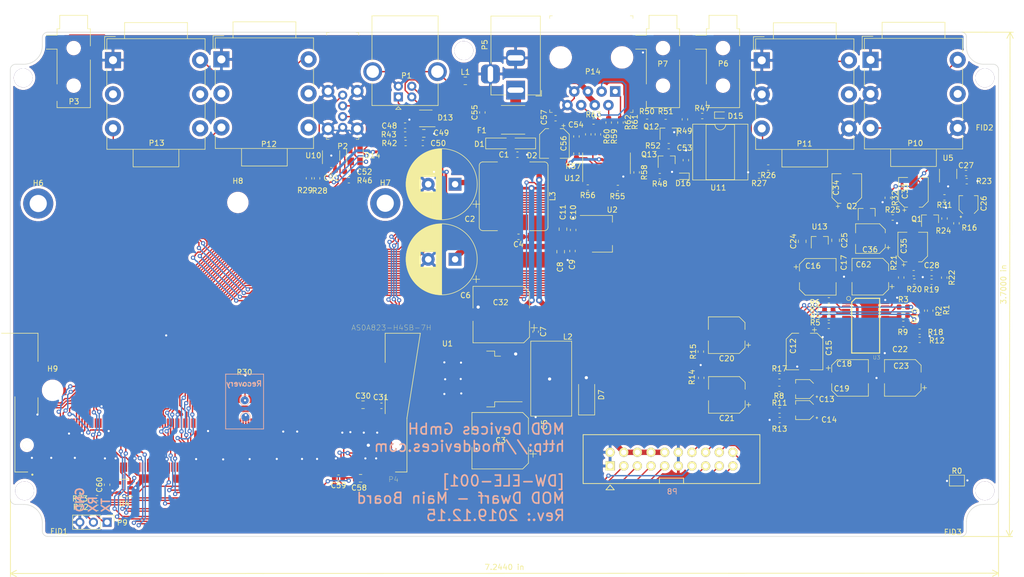
<source format=kicad_pcb>
(kicad_pcb (version 20171130) (host pcbnew 5.1.4-e60b266~84~ubuntu18.04.1)
  (layers (0 F.Cu signal) (31 B.Cu signal) (34 B.Paste user) (35 F.Paste user) (36 B.SilkS user) (37 F.SilkS user) (38 B.Mask user) (39 F.Mask user) (44 Edge.Cuts user))
  (net 0 "")
  (net 1 GNDA)
  (net 2 "Net-(C1-Pad1)")
  (net 3 +12V)
  (net 4 +12VA)
  (net 5 +5V)
  (net 6 +5VA)
  (net 7 +3.3VA)
  (net 8 "Net-(C13-Pad1)")
  (net 9 "Net-(C13-Pad2)")
  (net 10 "Net-(C14-Pad1)")
  (net 11 "Net-(C14-Pad2)")
  (net 12 "Net-(C20-Pad1)")
  (net 13 HEADPHONE_LEFT)
  (net 14 HEADPHONE_RIGHT)
  (net 15 "Net-(C21-Pad1)")
  (net 16 "Net-(C22-Pad1)")
  (net 17 MIC_INPUT)
  (net 18 "Net-(C26-Pad1)")
  (net 19 "Net-(C37-Pad1)")
  (net 20 USB_DEV_DET)
  (net 21 "Net-(C49-Pad1)")
  (net 22 "Net-(C52-Pad2)")
  (net 23 +3V3)
  (net 24 POWER_INPUT)
  (net 25 RIGHT_AUDIO_INPUT)
  (net 26 CODEC_ADC_A)
  (net 27 CODEC_ADC_B)
  (net 28 "Net-(D1-Pad2)")
  (net 29 "Net-(D7-Pad1)")
  (net 30 USB_DEV_DP)
  (net 31 USB_DEV_DM)
  (net 32 USB_HOST_DM)
  (net 33 USB_HOST_DP)
  (net 34 "Net-(D15-Pad2)")
  (net 35 MIDI_UART_RX)
  (net 36 USB_HOST_DRV)
  (net 37 CLI_UART_RX)
  (net 38 CLI_UART_TX)
  (net 39 IN2_DETECT)
  (net 40 CHAIN_UART_TX)
  (net 41 IN1_DETECT)
  (net 42 CHAIN_UART_RE)
  (net 43 CHAIN_UART_DE)
  (net 44 TWI4_SCL)
  (net 45 TWI4_SDA)
  (net 46 CHAIN_UART_RX)
  (net 47 CODEC_I2C_SDA)
  (net 48 CODEC_I2C_SCL)
  (net 49 OUT2_DETECT)
  (net 50 OUT1_DETECT)
  (net 51 HMI_RFU_TX)
  (net 52 MIC_SELECT)
  (net 53 CODEC_I2S_LRCK)
  (net 54 CODEC_I2S_BCLK)
  (net 55 CODEC_I2S_MCLK)
  (net 56 CODEC_I2S_SDOUT)
  (net 57 CODEC_I2S_SDIN)
  (net 58 "Net-(L1-Pad1)")
  (net 59 LEFT_AUDIO_INPUT)
  (net 60 CODEC_DAC_A)
  (net 61 CODEC_DAC_B)
  (net 62 RS485_TX+)
  (net 63 RS485_RX+)
  (net 64 RS485_TX-)
  (net 65 RS485_RX-)
  (net 66 "Net-(R3-Pad1)")
  (net 67 "Net-(R4-Pad2)")
  (net 68 "Net-(R5-Pad1)")
  (net 69 "Net-(R6-Pad1)")
  (net 70 "Net-(R7-Pad1)")
  (net 71 "Net-(R9-Pad1)")
  (net 72 "Net-(R10-Pad1)")
  (net 73 "Net-(R12-Pad1)")
  (net 74 "Net-(R16-Pad2)")
  (net 75 "Net-(R18-Pad1)")
  (net 76 "Net-(R56-Pad1)")
  (net 77 "Net-(R59-Pad2)")
  (net 78 "Net-(R60-Pad2)")
  (net 79 "Net-(R61-Pad2)")
  (net 80 "Net-(R62-Pad2)")
  (net 81 "Net-(D15-Pad1)")
  (net 82 "Net-(D16-Pad1)")
  (net 83 MIDI_UART_TX)
  (net 84 HMI_UART_RX)
  (net 85 HMI_UART_TX)
  (net 86 HMI_ISP_ENABLE)
  (net 87 HMI_RESET)
  (net 88 PM_LEDS_OE)
  (net 89 UBOOT_BUTTON)
  (net 90 POWER_BUTTON)
  (net 91 "Net-(P6-PadT)")
  (net 92 "Net-(P7-PadT)")
  (net 93 "Net-(P7-PadR)")
  (net 94 HMI_RFU_RX)
  (net 95 "Net-(P8-Pad7)")
  (net 96 "Net-(P8-Pad9)")
  (net 97 "Net-(Q12-Pad3)")
  (net 98 "Net-(Q12-Pad1)")
  (net 99 "Net-(R55-Pad1)")
  (net 100 "Net-(C28-Pad1)")
  (net 101 "Net-(C29-Pad1)")
  (net 102 "Net-(C33-Pad2)")
  (net 103 "Net-(C33-Pad1)")
  (net 104 "Net-(C34-Pad1)")
  (net 105 "Net-(C35-Pad2)")
  (net 106 "Net-(C36-Pad2)")
  (net 107 "Net-(R30-Pad2)")
  (module digikey-footprints:USB_A_Female_Vertical_RA_73725-0110BLF (layer F.Cu) (at 125.26518 52.5 180)
    (fp_text reference P2 (at 0 -9.525) (layer F.SilkS))
    (fp_text value USB_A)
    (pad 1 thru_hole circle (at 0 0 180) (size 1.7 1.7) (drill 0.92) (layers *.Cu *.Mask) (net 22 "Net-(C52-Pad2)"))
    (pad 2 thru_hole circle (at 0 -2 180) (size 1.7 1.7) (drill 0.92) (layers *.Cu *.Mask) (net 32 USB_HOST_DM))
    (pad 3 thru_hole circle (at 0 -4 180) (size 1.7 1.7) (drill 0.92) (layers *.Cu *.Mask) (net 33 USB_HOST_DP))
    (pad 4 thru_hole circle (at 0 -6 180) (size 1.7 1.7) (drill 0.92) (layers *.Cu *.Mask) (net 1 GNDA))
    (pad 5 thru_hole circle (at -2.72 0.73 180) (size 2.35 2.35) (drill 1.35) (layers *.Cu *.Mask) (net 1 GNDA))
    (pad 5 thru_hole circle (at -2.72 -6.27 180) (size 2.35 2.35) (drill 1.35) (layers *.Cu *.Mask) (net 1 GNDA))
    (pad 5 thru_hole circle (at 2.72 0.73 180) (size 2.35 2.35) (drill 1.35) (layers *.Cu *.Mask) (net 1 GNDA))
    (pad 5 thru_hole circle (at 2.72 -6.27 180) (size 2.35 2.35) (drill 1.35) (layers *.Cu *.Mask) (net 1 GNDA))
  )
  (module Resistor_SMD:R_0603_1608Metric (layer F.Cu) (at 119 68 90)
    (fp_text reference R29 (at -2.2481 -0.7416 180) (layer F.SilkS))
    (fp_text value 100K)
    (pad 2 smd roundrect (at 0.7875 0 90) (size 0.875 0.95) (layers F.Cu F.Paste F.Mask) (net 5 +5V))
    (pad 1 smd roundrect (at -0.7875 0 90) (size 0.875 0.95) (layers F.Cu F.Paste F.Mask) (net 49 OUT2_DETECT))
  )
  (module Capacitor_THT:CP_Radial_D13.0mm_P5.00mm (layer F.Cu) (at 146.2 83.1 180)
    (fp_text reference C6 (at -1.9328 -6.7144) (layer F.SilkS))
    (fp_text value 2200uF)
    (pad 2 thru_hole circle (at 5 0 180) (size 2.4 2.4) (drill 1.2) (layers *.Cu *.Mask) (net 1 GNDA))
    (pad 1 thru_hole rect (at 0 0 180) (size 2.4 2.4) (drill 1.2) (layers *.Cu *.Mask) (net 4 +12VA))
  )
  (module Capacitor_SMD:C_0805_2012Metric (layer F.Cu) (at 166.2908 77.4787 90)
    (fp_text reference C11 (at 3.1583 -0.0224 90) (layer F.SilkS))
    (fp_text value 10uF)
    (pad 1 smd roundrect (at -0.9375 0 90) (size 0.975 1.4) (layers F.Cu F.Paste F.Mask) (net 6 +5VA))
    (pad 2 smd roundrect (at 0.9375 0 90) (size 0.975 1.4) (layers F.Cu F.Paste F.Mask) (net 1 GNDA))
  )
  (module Capacitor_SMD:C_0603_1608Metric (layer F.Cu) (at 157.8125 63.6)
    (fp_text reference C1 (at -2.5169 0.0016) (layer F.SilkS))
    (fp_text value 100nF)
    (pad 2 smd roundrect (at 0.7875 0) (size 0.875 0.95) (layers F.Cu F.Paste F.Mask) (net 1 GNDA))
    (pad 1 smd roundrect (at -0.7875 0) (size 0.875 0.95) (layers F.Cu F.Paste F.Mask) (net 2 "Net-(C1-Pad1)"))
  )
  (module Capacitor_SMD:C_0603_1608Metric (layer F.Cu) (at 158.0125 78.9)
    (fp_text reference C4 (at 0 1.4148) (layer F.SilkS))
    (fp_text value 100nF)
    (pad 1 smd roundrect (at -0.7875 0) (size 0.875 0.95) (layers F.Cu F.Paste F.Mask) (net 4 +12VA))
    (pad 2 smd roundrect (at 0.7875 0) (size 0.875 0.95) (layers F.Cu F.Paste F.Mask) (net 1 GNDA))
  )
  (module Capacitor_SMD:C_0603_1608Metric (layer F.Cu) (at 161.2 114 90)
    (fp_text reference C5 (at 0.0556 1.614 90) (layer F.SilkS))
    (fp_text value 100nF)
    (pad 1 smd roundrect (at -0.7875 0 90) (size 0.875 0.95) (layers F.Cu F.Paste F.Mask) (net 3 +12V))
    (pad 2 smd roundrect (at 0.7875 0 90) (size 0.875 0.95) (layers F.Cu F.Paste F.Mask) (net 1 GNDA))
  )
  (module Capacitor_SMD:C_0603_1608Metric (layer F.Cu) (at 161.2 96.5875 270)
    (fp_text reference C7 (at 0 -1.43 90) (layer F.SilkS))
    (fp_text value 100nF)
    (pad 2 smd roundrect (at 0.7875 0 270) (size 0.875 0.95) (layers F.Cu F.Paste F.Mask) (net 1 GNDA))
    (pad 1 smd roundrect (at -0.7875 0 270) (size 0.875 0.95) (layers F.Cu F.Paste F.Mask) (net 5 +5V))
  )
  (module Capacitor_SMD:C_0805_2012Metric (layer F.Cu) (at 165.8632 81.6759 270)
    (fp_text reference C8 (at 2.8553 0.1028 90) (layer F.SilkS))
    (fp_text value 10uF)
    (pad 2 smd roundrect (at 0.9375 0 270) (size 0.975 1.4) (layers F.Cu F.Paste F.Mask) (net 1 GNDA))
    (pad 1 smd roundrect (at -0.9375 0 270) (size 0.975 1.4) (layers F.Cu F.Paste F.Mask) (net 4 +12VA))
  )
  (module Capacitor_SMD:C_0603_1608Metric (layer F.Cu) (at 168.0632 81.5509 270)
    (fp_text reference C9 (at 2.5231 0.0676 90) (layer F.SilkS))
    (fp_text value 100nF)
    (pad 1 smd roundrect (at -0.7875 0 270) (size 0.875 0.95) (layers F.Cu F.Paste F.Mask) (net 4 +12VA))
    (pad 2 smd roundrect (at 0.7875 0 270) (size 0.875 0.95) (layers F.Cu F.Paste F.Mask) (net 1 GNDA))
  )
  (module Capacitor_SMD:C_0603_1608Metric (layer F.Cu) (at 168.1908 77.6287 90)
    (fp_text reference C10 (at 3.2575 0.008 90) (layer F.SilkS))
    (fp_text value 100nF)
    (pad 2 smd roundrect (at 0.7875 0 90) (size 0.875 0.95) (layers F.Cu F.Paste F.Mask) (net 1 GNDA))
    (pad 1 smd roundrect (at -0.7875 0 90) (size 0.875 0.95) (layers F.Cu F.Paste F.Mask) (net 6 +5VA))
  )
  (module Capacitor_SMD:CP_Elec_6.3x5.3 (layer F.Cu) (at 211.27212 100.28428 270)
    (fp_text reference C12 (at -1.02108 2.12852 90) (layer F.SilkS))
    (fp_text value 10uF)
    (pad 2 smd roundrect (at 2.8 0 270) (size 3.5 1.6) (layers F.Cu F.Paste F.Mask) (roundrect_rratio 0.15625) (net 1 GNDA))
    (pad 1 smd roundrect (at -2.8 0 270) (size 3.5 1.6) (layers F.Cu F.Paste F.Mask) (roundrect_rratio 0.15625) (net 7 +3.3VA))
  )
  (module Capacitor_SMD:C_0402_1005Metric (layer F.Cu) (at 215.392 97.16516 270)
    (fp_text reference C15 (at 2.45364 -0.4064 90) (layer F.SilkS))
    (fp_text value 100nF)
    (pad 2 smd roundrect (at 0.485 0 270) (size 0.59 0.64) (layers F.Cu F.Paste F.Mask) (net 1 GNDA))
    (pad 1 smd roundrect (at -0.485 0 270) (size 0.59 0.64) (layers F.Cu F.Paste F.Mask) (net 7 +3.3VA))
  )
  (module Capacitor_SMD:CP_Elec_6.3x5.3 (layer F.Cu) (at 213.741 86.36)
    (fp_text reference C16 (at -0.889 -2.032) (layer F.SilkS))
    (fp_text value 10uF)
    (pad 1 smd roundrect (at -2.8 0) (size 3.5 1.6) (layers F.Cu F.Paste F.Mask) (roundrect_rratio 0.15625) (net 7 +3.3VA))
    (pad 2 smd roundrect (at 2.8 0) (size 3.5 1.6) (layers F.Cu F.Paste F.Mask) (roundrect_rratio 0.15625) (net 1 GNDA))
  )
  (module Capacitor_SMD:C_0402_1005Metric (layer F.Cu) (at 218.4146 88.35644)
    (fp_text reference C17 (at 0.1778 -4.63804 90) (layer F.SilkS))
    (fp_text value 100nF)
    (pad 1 smd roundrect (at -0.485 0) (size 0.59 0.64) (layers F.Cu F.Paste F.Mask) (net 7 +3.3VA))
    (pad 2 smd roundrect (at 0.485 0) (size 0.59 0.64) (layers F.Cu F.Paste F.Mask) (net 1 GNDA))
  )
  (module Capacitor_SMD:C_0402_1005Metric (layer F.Cu) (at 218.69908 101.02088)
    (fp_text reference C18 (at -0.05588 1.54432) (layer F.SilkS))
    (fp_text value 100nF)
    (pad 2 smd roundrect (at 0.485 0) (size 0.59 0.64) (layers F.Cu F.Paste F.Mask) (net 1 GNDA))
    (pad 1 smd roundrect (at -0.485 0) (size 0.59 0.64) (layers F.Cu F.Paste F.Mask) (net 7 +3.3VA))
  )
  (module Capacitor_SMD:CP_Elec_6.3x5.3 (layer F.Cu) (at 219.74556 105.19664)
    (fp_text reference C19 (at -1.55956 1.99136) (layer F.SilkS))
    (fp_text value 10uF)
    (pad 2 smd roundrect (at 2.8 0) (size 3.5 1.6) (layers F.Cu F.Paste F.Mask) (roundrect_rratio 0.15625) (net 1 GNDA))
    (pad 1 smd roundrect (at -2.8 0) (size 3.5 1.6) (layers F.Cu F.Paste F.Mask) (roundrect_rratio 0.15625) (net 7 +3.3VA))
  )
  (module Capacitor_SMD:C_0402_1005Metric (layer F.Cu) (at 229.1334 101.05136 180)
    (fp_text reference C22 (at 0.0762 1.17856) (layer F.SilkS))
    (fp_text value 100nF)
    (pad 2 smd roundrect (at 0.485 0 180) (size 0.59 0.64) (layers F.Cu F.Paste F.Mask) (net 1 GNDA))
    (pad 1 smd roundrect (at -0.485 0 180) (size 0.59 0.64) (layers F.Cu F.Paste F.Mask) (net 16 "Net-(C22-Pad1)"))
  )
  (module Capacitor_SMD:CP_Elec_6.3x5.3 (layer F.Cu) (at 229.57028 105.19664 180)
    (fp_text reference C23 (at 0.30988 2.22504) (layer F.SilkS))
    (fp_text value 10uF)
    (pad 2 smd roundrect (at 2.8 0 180) (size 3.5 1.6) (layers F.Cu F.Paste F.Mask) (roundrect_rratio 0.15625) (net 1 GNDA))
    (pad 1 smd roundrect (at -2.8 0 180) (size 3.5 1.6) (layers F.Cu F.Paste F.Mask) (roundrect_rratio 0.15625) (net 16 "Net-(C22-Pad1)"))
  )
  (module Capacitor_SMD:C_0805_2012Metric (layer F.Cu) (at 210.84032 79.74306 90)
    (fp_text reference C24 (at 0 -1.65 90) (layer F.SilkS))
    (fp_text value 1uF)
    (pad 2 smd roundrect (at 0.9375 0 90) (size 0.975 1.4) (layers F.Cu F.Paste F.Mask) (net 6 +5VA))
    (pad 1 smd roundrect (at -0.9375 0 90) (size 0.975 1.4) (layers F.Cu F.Paste F.Mask) (net 1 GNDA))
  )
  (module Capacitor_SMD:C_0805_2012Metric (layer F.Cu) (at 217.05316 79.5551 270)
    (fp_text reference C25 (at 0 -1.65 90) (layer F.SilkS))
    (fp_text value 10uF)
    (pad 1 smd roundrect (at -0.9375 0 270) (size 0.975 1.4) (layers F.Cu F.Paste F.Mask) (net 1 GNDA))
    (pad 2 smd roundrect (at 0.9375 0 270) (size 0.975 1.4) (layers F.Cu F.Paste F.Mask) (net 7 +3.3VA))
  )
  (module Capacitor_SMD:C_0805_2012Metric (layer F.Cu) (at 129.0625 110.2)
    (fp_text reference C30 (at 0 -1.65) (layer F.SilkS))
    (fp_text value 10uF)
    (pad 1 smd roundrect (at -0.9375 0) (size 0.975 1.4) (layers F.Cu F.Paste F.Mask) (net 5 +5V))
    (pad 2 smd roundrect (at 0.9375 0) (size 0.975 1.4) (layers F.Cu F.Paste F.Mask) (net 1 GNDA))
  )
  (module Capacitor_SMD:C_0603_1608Metric (layer F.Cu) (at 132.4875 110.4 180)
    (fp_text reference C31 (at 0.1027 1.5864) (layer F.SilkS))
    (fp_text value 100nF)
    (pad 2 smd roundrect (at 0.7875 0 180) (size 0.875 0.95) (layers F.Cu F.Paste F.Mask) (net 1 GNDA))
    (pad 1 smd roundrect (at -0.7875 0 180) (size 0.875 0.95) (layers F.Cu F.Paste F.Mask) (net 5 +5V))
  )
  (module Capacitor_SMD:C_0402_1005Metric (layer F.Cu) (at 228.0388 89.3064)
    (fp_text reference C37 hide)
    (fp_text value 100nF)
    (pad 1 smd roundrect (at -0.485 0) (size 0.59 0.64) (layers F.Cu F.Paste F.Mask) (net 19 "Net-(C37-Pad1)"))
    (pad 2 smd roundrect (at 0.485 0) (size 0.59 0.64) (layers F.Cu F.Paste F.Mask) (net 1 GNDA))
  )
  (module Capacitor_SMD:C_0603_1608Metric (layer F.Cu) (at 136.89594 58.18124)
    (fp_text reference C48 (at -2.93634 0.03556) (layer F.SilkS))
    (fp_text value 100nF)
    (pad 1 smd roundrect (at -0.7875 0) (size 0.875 0.95) (layers F.Cu F.Paste F.Mask) (net 20 USB_DEV_DET))
    (pad 2 smd roundrect (at 0.7875 0) (size 0.875 0.95) (layers F.Cu F.Paste F.Mask) (net 1 GNDA))
  )
  (module Capacitor_SMD:C_0805_2012Metric (layer F.Cu) (at 140.37794 59.62904)
    (fp_text reference C49 (at 3.23366 -0.09144) (layer F.SilkS))
    (fp_text value 10uF)
    (pad 1 smd roundrect (at -0.9375 0) (size 0.975 1.4) (layers F.Cu F.Paste F.Mask) (net 21 "Net-(C49-Pad1)"))
    (pad 2 smd roundrect (at 0.9375 0) (size 0.975 1.4) (layers F.Cu F.Paste F.Mask) (net 1 GNDA))
  )
  (module Capacitor_SMD:C_0603_1608Metric (layer F.Cu) (at 140.19266 61.42228 180)
    (fp_text reference C50 (at -2.86014 -0.04572) (layer F.SilkS))
    (fp_text value 100nF)
    (pad 1 smd roundrect (at -0.7875 0 180) (size 0.875 0.95) (layers F.Cu F.Paste F.Mask) (net 1 GNDA))
    (pad 2 smd roundrect (at 0.7875 0 180) (size 0.875 0.95) (layers F.Cu F.Paste F.Mask) (net 21 "Net-(C49-Pad1)"))
  )
  (module Capacitor_SMD:C_0603_1608Metric (layer F.Cu) (at 123.13042 66.488 180)
    (fp_text reference C51 (at 0 -1.43) (layer F.SilkS))
    (fp_text value 100nF)
    (pad 1 smd roundrect (at -0.7875 0 180) (size 0.875 0.95) (layers F.Cu F.Paste F.Mask) (net 5 +5V))
    (pad 2 smd roundrect (at 0.7875 0 180) (size 0.875 0.95) (layers F.Cu F.Paste F.Mask) (net 1 GNDA))
  )
  (module Capacitor_SMD:C_0603_1608Metric (layer F.Cu) (at 126.4375 66.75216 180)
    (fp_text reference C52 (at -2.8701 -0.04064) (layer F.SilkS))
    (fp_text value 100nF)
    (pad 2 smd roundrect (at 0.7875 0 180) (size 0.875 0.95) (layers F.Cu F.Paste F.Mask) (net 22 "Net-(C52-Pad2)"))
    (pad 1 smd roundrect (at -0.7875 0 180) (size 0.875 0.95) (layers F.Cu F.Paste F.Mask) (net 1 GNDA))
  )
  (module Capacitor_SMD:C_0603_1608Metric (layer F.Cu) (at 189.18428 64.6177 90)
    (fp_text reference C53 (at 2.2861 -0.25908 180) (layer F.SilkS))
    (fp_text value 100nF)
    (pad 2 smd roundrect (at 0.7875 0 90) (size 0.875 0.95) (layers F.Cu F.Paste F.Mask) (net 1 GNDA))
    (pad 1 smd roundrect (at -0.7875 0 90) (size 0.875 0.95) (layers F.Cu F.Paste F.Mask) (net 5 +5V))
  )
  (module Capacitor_SMD:C_0603_1608Metric (layer F.Cu) (at 168.8 60.2 90)
    (fp_text reference C54 (at 2.1864 -0.0932 180) (layer F.SilkS))
    (fp_text value 100nF)
    (pad 1 smd roundrect (at -0.7875 0 90) (size 0.875 0.95) (layers F.Cu F.Paste F.Mask) (net 23 +3V3))
    (pad 2 smd roundrect (at 0.7875 0 90) (size 0.875 0.95) (layers F.Cu F.Paste F.Mask) (net 1 GNDA))
  )
  (module Capacitor_SMD:C_0603_1608Metric (layer F.Cu) (at 151.2824 55.7275 90)
    (fp_text reference C55 (at 0 -1.43 90) (layer F.SilkS))
    (fp_text value 100nF)
    (pad 1 smd roundrect (at -0.7875 0 90) (size 0.875 0.95) (layers F.Cu F.Paste F.Mask) (net 24 POWER_INPUT))
    (pad 2 smd roundrect (at 0.7875 0 90) (size 0.875 0.95) (layers F.Cu F.Paste F.Mask) (net 1 GNDA))
  )
  (module Capacitor_SMD:CP_Elec_5x5.3 (layer F.Cu) (at 164.7 61.5 270)
    (fp_text reference C56 (at 0 -1.7208 90) (layer F.SilkS))
    (fp_text value 10uF)
    (pad 1 smd roundrect (at -2.2 0 270) (size 3 1.6) (layers F.Cu F.Paste F.Mask) (roundrect_rratio 0.15625) (net 3 +12V))
    (pad 2 smd roundrect (at 2.2 0 270) (size 3 1.6) (layers F.Cu F.Paste F.Mask) (roundrect_rratio 0.15625) (net 1 GNDA))
  )
  (module Capacitor_SMD:C_0603_1608Metric (layer F.Cu) (at 164.9125 56.8)
    (fp_text reference C57 (at -2.1493 -0.158 90) (layer F.SilkS))
    (fp_text value 100nF)
    (pad 2 smd roundrect (at 0.7875 0) (size 0.875 0.95) (layers F.Cu F.Paste F.Mask) (net 1 GNDA))
    (pad 1 smd roundrect (at -0.7875 0) (size 0.875 0.95) (layers F.Cu F.Paste F.Mask) (net 3 +12V))
  )
  (module Capacitor_SMD:C_0805_2012Metric (layer F.Cu) (at 128.6 123.9)
    (fp_text reference C58 (at -0.2792 1.7792) (layer F.SilkS))
    (fp_text value 10uF)
    (pad 2 smd roundrect (at 0.9375 0) (size 0.975 1.4) (layers F.Cu F.Paste F.Mask) (net 1 GNDA))
    (pad 1 smd roundrect (at -0.9375 0) (size 0.975 1.4) (layers F.Cu F.Paste F.Mask) (net 23 +3V3))
  )
  (module Capacitor_SMD:C_0603_1608Metric (layer F.Cu) (at 124.4875 123.8 180)
    (fp_text reference C59 (at 0 -1.43) (layer F.SilkS))
    (fp_text value 100nF)
    (pad 1 smd roundrect (at -0.7875 0 180) (size 0.875 0.95) (layers F.Cu F.Paste F.Mask) (net 23 +3V3))
    (pad 2 smd roundrect (at 0.7875 0 180) (size 0.875 0.95) (layers F.Cu F.Paste F.Mask) (net 1 GNDA))
  )
  (module Capacitor_SMD:C_0603_1608Metric (layer F.Cu) (at 81.4 125.1125 90)
    (fp_text reference C60 (at 0 -1.43 90) (layer F.SilkS))
    (fp_text value 100nF)
    (pad 2 smd roundrect (at 0.7875 0 90) (size 0.875 0.95) (layers F.Cu F.Paste F.Mask) (net 23 +3V3))
    (pad 1 smd roundrect (at -0.7875 0 90) (size 0.875 0.95) (layers F.Cu F.Paste F.Mask) (net 1 GNDA))
  )
  (module Capacitor_SMD:CP_Elec_6.3x5.3 (layer F.Cu) (at 223.52 86.3346 180)
    (fp_text reference C62 (at 1.27 2.2606) (layer F.SilkS))
    (fp_text value 10uF)
    (pad 1 smd roundrect (at -2.8 0 180) (size 3.5 1.6) (layers F.Cu F.Paste F.Mask) (roundrect_rratio 0.15625) (net 19 "Net-(C37-Pad1)"))
    (pad 2 smd roundrect (at 2.8 0 180) (size 3.5 1.6) (layers F.Cu F.Paste F.Mask) (roundrect_rratio 0.15625) (net 1 GNDA))
  )
  (module Capacitor_SMD:C_0603_1608Metric (layer F.Cu) (at 234.9372 85.6615 180)
    (fp_text reference C28 (at -0.0128 1.4351) (layer F.SilkS))
    (fp_text value 220pF)
    (pad 1 smd roundrect (at -0.7875 0 180) (size 0.875 0.95) (layers F.Cu F.Paste F.Mask) (net 100 "Net-(C28-Pad1)"))
    (pad 2 smd roundrect (at 0.7875 0 180) (size 0.875 0.95) (layers F.Cu F.Paste F.Mask) (net 1 GNDA))
  )
  (module Capacitor_SMD:C_0603_1608Metric (layer F.Cu) (at 231.5971 85.6869)
    (fp_text reference C29 hide)
    (fp_text value 220pF)
    (pad 2 smd roundrect (at 0.7875 0) (size 0.875 0.95) (layers F.Cu F.Paste F.Mask) (net 1 GNDA))
    (pad 1 smd roundrect (at -0.7875 0) (size 0.875 0.95) (layers F.Cu F.Paste F.Mask) (net 101 "Net-(C29-Pad1)"))
  )
  (module Capacitor_SMD:CP_Elec_5x5.3 (layer F.Cu) (at 231.5464 70.612 90)
    (fp_text reference C33 (at 0.1876 -1.5748 90) (layer F.SilkS))
    (fp_text value 10uF)
    (pad 2 smd roundrect (at 2.2 0 90) (size 3 1.6) (layers F.Cu F.Paste F.Mask) (roundrect_rratio 0.15625) (net 102 "Net-(C33-Pad2)"))
    (pad 1 smd roundrect (at -2.2 0 90) (size 3 1.6) (layers F.Cu F.Paste F.Mask) (roundrect_rratio 0.15625) (net 103 "Net-(C33-Pad1)"))
  )
  (module Capacitor_SMD:CP_Elec_5x5.3 (layer F.Cu) (at 219.1512 69.9008 90)
    (fp_text reference C34 (at 0.1397 -2.0066 90) (layer F.SilkS))
    (fp_text value 10uF)
    (pad 2 smd roundrect (at 2.2 0 90) (size 3 1.6) (layers F.Cu F.Paste F.Mask) (roundrect_rratio 0.15625) (net 25 RIGHT_AUDIO_INPUT))
    (pad 1 smd roundrect (at -2.2 0 90) (size 3 1.6) (layers F.Cu F.Paste F.Mask) (roundrect_rratio 0.15625) (net 104 "Net-(C34-Pad1)"))
  )
  (module Capacitor_SMD:CP_Elec_5x5.3 (layer F.Cu) (at 231.4194 80.8101 90)
    (fp_text reference C35 (at 0.1905 -1.651 90) (layer F.SilkS))
    (fp_text value 10uF)
    (pad 1 smd roundrect (at -2.2 0 90) (size 3 1.6) (layers F.Cu F.Paste F.Mask) (roundrect_rratio 0.15625) (net 26 CODEC_ADC_A))
    (pad 2 smd roundrect (at 2.2 0 90) (size 3 1.6) (layers F.Cu F.Paste F.Mask) (roundrect_rratio 0.15625) (net 105 "Net-(C35-Pad2)"))
  )
  (module Capacitor_SMD:CP_Elec_5x5.3 (layer F.Cu) (at 223.5454 79.2353 180)
    (fp_text reference C36 (at 0.0762 -2.0447) (layer F.SilkS))
    (fp_text value 10uF)
    (pad 1 smd roundrect (at -2.2 0 180) (size 3 1.6) (layers F.Cu F.Paste F.Mask) (roundrect_rratio 0.15625) (net 27 CODEC_ADC_B))
    (pad 2 smd roundrect (at 2.2 0 180) (size 3 1.6) (layers F.Cu F.Paste F.Mask) (roundrect_rratio 0.15625) (net 106 "Net-(C36-Pad2)"))
  )
  (module Diode_SMD:D_SOD-123F (layer F.Cu) (at 154.1 61.5)
    (fp_text reference D1 (at -3.3764 0.1204) (layer F.SilkS))
    (fp_text value MBR230)
    (pad 2 smd rect (at 1.4 0) (size 1.1 1.1) (layers F.Cu F.Paste F.Mask) (net 28 "Net-(D1-Pad2)"))
    (pad 1 smd rect (at -1.4 0) (size 1.1 1.1) (layers F.Cu F.Paste F.Mask) (net 2 "Net-(C1-Pad1)"))
  )
  (module Diode_SMD:D_SOD-123F (layer F.Cu) (at 159 61.5 180)
    (fp_text reference D2 (at -1.528 -2.254) (layer F.SilkS))
    (fp_text value MBR230)
    (pad 1 smd rect (at -1.4 0 180) (size 1.1 1.1) (layers F.Cu F.Paste F.Mask) (net 3 +12V))
    (pad 2 smd rect (at 1.4 0 180) (size 1.1 1.1) (layers F.Cu F.Paste F.Mask) (net 28 "Net-(D1-Pad2)"))
  )
  (module Package_TO_SOT_SMD:SOT-143 (layer F.Cu) (at 140.74648 56.83504 180)
    (fp_text reference D13 (at -3.62712 0.14224) (layer F.SilkS))
    (fp_text value PRTR5V0U2X)
    (pad 1 smd rect (at -1.1 -0.77 90) (size 1.2 1.4) (layers F.Cu F.Paste F.Mask) (net 1 GNDA))
    (pad 2 smd rect (at -1.1 0.95 90) (size 1 1.4) (layers F.Cu F.Paste F.Mask) (net 30 USB_DEV_DP))
    (pad 3 smd rect (at 1.1 0.95 90) (size 1 1.4) (layers F.Cu F.Paste F.Mask) (net 31 USB_DEV_DM))
    (pad 4 smd rect (at 1.1 -0.95 90) (size 1 1.4) (layers F.Cu F.Paste F.Mask) (net 21 "Net-(C49-Pad1)"))
  )
  (module Package_TO_SOT_SMD:SOT-143 (layer F.Cu) (at 127.54488 63.74244 90)
    (fp_text reference D14 (at 0.02 3.28672 180) (layer F.SilkS))
    (fp_text value PRTR5V0U2X)
    (pad 4 smd rect (at 1.1 -0.95) (size 1 1.4) (layers F.Cu F.Paste F.Mask) (net 22 "Net-(C52-Pad2)"))
    (pad 3 smd rect (at 1.1 0.95) (size 1 1.4) (layers F.Cu F.Paste F.Mask) (net 32 USB_HOST_DM))
    (pad 2 smd rect (at -1.1 0.95) (size 1 1.4) (layers F.Cu F.Paste F.Mask) (net 33 USB_HOST_DP))
    (pad 1 smd rect (at -1.1 -0.77) (size 1.2 1.4) (layers F.Cu F.Paste F.Mask) (net 1 GNDA))
  )
  (module Diode_SMD:D_SOD-523 (layer F.Cu) (at 195.66024 56.22544)
    (fp_text reference D15 (at 2.76456 0.16256) (layer F.SilkS))
    (fp_text value 1N4148)
    (pad 1 smd rect (at -0.7 0 180) (size 0.6 0.7) (layers F.Cu F.Paste F.Mask) (net 81 "Net-(D15-Pad1)"))
    (pad 2 smd rect (at 0.7 0 180) (size 0.6 0.7) (layers F.Cu F.Paste F.Mask) (net 34 "Net-(D15-Pad2)"))
  )
  (module Diode_SMD:D_SOD-523 (layer F.Cu) (at 188.65596 67.63004 180)
    (fp_text reference D16 (at 0 -1.3) (layer F.SilkS))
    (fp_text value 1N4148)
    (pad 2 smd rect (at 0.7 0) (size 0.6 0.7) (layers F.Cu F.Paste F.Mask) (net 35 MIDI_UART_RX))
    (pad 1 smd rect (at -0.7 0) (size 0.6 0.7) (layers F.Cu F.Paste F.Mask) (net 82 "Net-(D16-Pad1)"))
  )
  (module Capacitor_SMD:C_0805_2012Metric (layer F.Cu) (at 148.1051 49.8348)
    (fp_text reference L1 (at 0 -1.65) (layer F.SilkS))
    (fp_text value "600R 1.5A")
    (pad 2 smd roundrect (at 0.9375 0) (size 0.975 1.4) (layers F.Cu F.Paste F.Mask) (net 1 GNDA))
    (pad 1 smd roundrect (at -0.9375 0) (size 0.975 1.4) (layers F.Cu F.Paste F.Mask) (net 58 "Net-(L1-Pad1)"))
  )
  (module Connector_USB:USB_B_OST_USB-B1HSxx_Horizontal (layer F.Cu) (at 135.636 52.832 90)
    (fp_text reference P1 (at 3.9624 1.524 180) (layer F.SilkS))
    (fp_text value USB_B)
    (pad 1 thru_hole rect (at 0 0 90) (size 1.7 1.7) (drill 0.92) (layers *.Cu *.Mask) (net 21 "Net-(C49-Pad1)"))
    (pad 2 thru_hole circle (at 0 2.5 90) (size 1.7 1.7) (drill 0.92) (layers *.Cu *.Mask) (net 31 USB_DEV_DM))
    (pad 3 thru_hole circle (at 2 2.5 90) (size 1.7 1.7) (drill 0.92) (layers *.Cu *.Mask) (net 30 USB_DEV_DP))
    (pad 4 thru_hole circle (at 2 0 90) (size 1.7 1.7) (drill 0.92) (layers *.Cu *.Mask) (net 1 GNDA))
    (pad 5 thru_hole circle (at 4.71 -4.77 90) (size 3.5 3.5) (drill 2.33) (layers *.Cu *.Mask) (net 58 "Net-(L1-Pad1)"))
    (pad 5 thru_hole circle (at 4.71 7.27 90) (size 3.5 3.5) (drill 2.33) (layers *.Cu *.Mask) (net 58 "Net-(L1-Pad1)"))
  )
  (module Connector_Audio:Jack_3.5mm_CUI_SJ-3523-SMT_Horizontal (layer F.Cu) (at 75.184 46.228)
    (fp_text reference P3 (at 0.0508 7.4676) (layer F.SilkS))
    (fp_text value AudioJack3)
    (pad R smd rect (at 3.7 -1.6) (size 2.8 2.2) (layers F.Cu F.Paste F.Mask) (net 13 HEADPHONE_LEFT))
    (pad S smd rect (at -3.7 -3.6) (size 2.8 2.2) (layers F.Cu F.Paste F.Mask) (net 1 GNDA))
    (pad T smd rect (at -3.7 5.8) (size 2.8 2.8) (layers F.Cu F.Paste F.Mask) (net 14 HEADPHONE_RIGHT))
    (pad "" np_thru_hole circle (at 0 -2.5) (size 1.7 1.7) (drill 1.7) (layers *.Cu *.Mask))
    (pad "" np_thru_hole circle (at 0 4.5) (size 1.7 1.7) (drill 1.7) (layers *.Cu *.Mask))
  )
  (module Connector_BarrelJack:BarrelJack_Horizontal (layer F.Cu) (at 157.48 51.562 270)
    (fp_text reference P5 (at -8.45 5.75 90) (layer F.SilkS))
    (fp_text value BARREL_JACK)
    (pad 1 thru_hole rect (at 0 0 270) (size 3.5 3.5) (drill oval 1 3) (layers *.Cu *.Mask) (net 24 POWER_INPUT))
    (pad 2 thru_hole roundrect (at -6 0 270) (size 3 3.5) (drill oval 1 3) (layers *.Cu *.Mask) (net 1 GNDA))
    (pad 3 thru_hole roundrect (at -3 4.7 270) (size 3.5 3.5) (drill oval 3 1) (layers *.Cu *.Mask) (net 1 GNDA))
  )
  (module Connector_Audio:Jack_3.5mm_CUI_SJ-3523-SMT_Horizontal (layer F.Cu) (at 196.088 46.228)
    (fp_text reference P6 (at 0.0508 0.4064) (layer F.SilkS))
    (fp_text value AudioJack3)
    (pad R smd rect (at 3.7 -1.6) (size 2.8 2.2) (layers F.Cu F.Paste F.Mask) (net 34 "Net-(D15-Pad2)"))
    (pad S smd rect (at -3.7 -3.6) (size 2.8 2.2) (layers F.Cu F.Paste F.Mask))
    (pad T smd rect (at -3.7 5.8) (size 2.8 2.8) (layers F.Cu F.Paste F.Mask) (net 91 "Net-(P6-PadT)"))
    (pad "" np_thru_hole circle (at 0 -2.5) (size 1.7 1.7) (drill 1.7) (layers *.Cu *.Mask))
    (pad "" np_thru_hole circle (at 0 4.5) (size 1.7 1.7) (drill 1.7) (layers *.Cu *.Mask))
  )
  (module Connector_Audio:Jack_3.5mm_CUI_SJ-3523-SMT_Horizontal (layer F.Cu) (at 184.912 46.228)
    (fp_text reference P7 (at -0.0508 0.4572) (layer F.SilkS))
    (fp_text value AudioJack3)
    (pad "" np_thru_hole circle (at 0 4.5) (size 1.7 1.7) (drill 1.7) (layers *.Cu *.Mask))
    (pad "" np_thru_hole circle (at 0 -2.5) (size 1.7 1.7) (drill 1.7) (layers *.Cu *.Mask))
    (pad T smd rect (at -3.7 5.8) (size 2.8 2.8) (layers F.Cu F.Paste F.Mask) (net 92 "Net-(P7-PadT)"))
    (pad S smd rect (at -3.7 -3.6) (size 2.8 2.2) (layers F.Cu F.Paste F.Mask) (net 1 GNDA))
    (pad R smd rect (at 3.7 -1.6) (size 2.8 2.2) (layers F.Cu F.Paste F.Mask) (net 93 "Net-(P7-PadR)"))
  )
  (module Connector_PinHeader_2.54mm:PinHeader_1x03_P2.54mm_Vertical (layer F.Cu) (at 81.4 132.1 270)
    (fp_text reference P9 (at 0.0816 -2.8264 180) (layer F.SilkS))
    (fp_text value SERIAL_DEBUG)
    (pad 1 thru_hole rect (at 0 0 270) (size 1.7 1.7) (drill 1) (layers *.Cu *.Mask) (net 38 CLI_UART_TX))
    (pad 2 thru_hole oval (at 0 2.54 270) (size 1.7 1.7) (drill 1) (layers *.Cu *.Mask) (net 37 CLI_UART_RX))
    (pad 3 thru_hole oval (at 0 5.08 270) (size 1.7 1.7) (drill 1) (layers *.Cu *.Mask) (net 1 GNDA))
  )
  (module Connector_Audio:Jack_3.5mm_Neutrik_NMJ6HCD2_Horizontal (layer F.Cu) (at 223.56 58.62 90)
    (fp_text reference P10 (at -2.8448 8.3312 180) (layer F.SilkS))
    (fp_text value JACK_TRS_6PINS)
    (pad RN thru_hole circle (at 6.35 16.23 90) (size 3 3) (drill 1.5) (layers *.Cu *.Mask))
    (pad TN thru_hole circle (at 0 16.23 90) (size 3 3) (drill 1.5) (layers *.Cu *.Mask) (net 1 GNDA))
    (pad SN thru_hole circle (at 12.7 16.23 90) (size 3 3) (drill 1.5) (layers *.Cu *.Mask) (net 41 IN1_DETECT))
    (pad R thru_hole circle (at 6.35 0 90) (size 3 3) (drill 1.5) (layers *.Cu *.Mask) (net 1 GNDA))
    (pad T thru_hole circle (at 0 0 90) (size 3 3) (drill 1.5) (layers *.Cu *.Mask) (net 59 LEFT_AUDIO_INPUT))
    (pad S thru_hole rect (at 12.7 0 90) (size 3 3) (drill 1.5) (layers *.Cu *.Mask) (net 1 GNDA))
  )
  (module Connector_Audio:Jack_3.5mm_Neutrik_NMJ6HCD2_Horizontal (layer F.Cu) (at 203.31 58.71 90)
    (fp_text reference P11 (at -2.8448 7.9756 180) (layer F.SilkS))
    (fp_text value JACK_TRS_6PINS)
    (pad S thru_hole rect (at 12.7 0 90) (size 3 3) (drill 1.5) (layers *.Cu *.Mask) (net 1 GNDA))
    (pad T thru_hole circle (at 0 0 90) (size 3 3) (drill 1.5) (layers *.Cu *.Mask) (net 25 RIGHT_AUDIO_INPUT))
    (pad R thru_hole circle (at 6.35 0 90) (size 3 3) (drill 1.5) (layers *.Cu *.Mask) (net 1 GNDA))
    (pad SN thru_hole circle (at 12.7 16.23 90) (size 3 3) (drill 1.5) (layers *.Cu *.Mask) (net 39 IN2_DETECT))
    (pad TN thru_hole circle (at 0 16.23 90) (size 3 3) (drill 1.5) (layers *.Cu *.Mask) (net 1 GNDA))
    (pad RN thru_hole circle (at 6.35 16.23 90) (size 3 3) (drill 1.5) (layers *.Cu *.Mask))
  )
  (module Connector_Audio:Jack_3.5mm_Neutrik_NMJ6HCD2_Horizontal (layer F.Cu) (at 102.69 58.53 90)
    (fp_text reference P12 (at -3.0988 8.8392 180) (layer F.SilkS))
    (fp_text value JACK_TRS_6PINS)
    (pad RN thru_hole circle (at 6.35 16.23 90) (size 3 3) (drill 1.5) (layers *.Cu *.Mask))
    (pad TN thru_hole circle (at 0 16.23 90) (size 3 3) (drill 1.5) (layers *.Cu *.Mask))
    (pad SN thru_hole circle (at 12.7 16.23 90) (size 3 3) (drill 1.5) (layers *.Cu *.Mask) (net 50 OUT1_DETECT))
    (pad R thru_hole circle (at 6.35 0 90) (size 3 3) (drill 1.5) (layers *.Cu *.Mask))
    (pad T thru_hole circle (at 0 0 90) (size 3 3) (drill 1.5) (layers *.Cu *.Mask) (net 60 CODEC_DAC_A))
    (pad S thru_hole rect (at 12.7 0 90) (size 3 3) (drill 1.5) (layers *.Cu *.Mask) (net 1 GNDA))
  )
  (module Connector_Audio:Jack_3.5mm_Neutrik_NMJ6HCD2_Horizontal (layer F.Cu) (at 82.5 58.68 90)
    (fp_text reference P13 (at -2.7432 8.128 180) (layer F.SilkS))
    (fp_text value JACK_TRS_6PINS)
    (pad S thru_hole rect (at 12.7 0 90) (size 3 3) (drill 1.5) (layers *.Cu *.Mask) (net 1 GNDA))
    (pad T thru_hole circle (at 0 0 90) (size 3 3) (drill 1.5) (layers *.Cu *.Mask) (net 61 CODEC_DAC_B))
    (pad R thru_hole circle (at 6.35 0 90) (size 3 3) (drill 1.5) (layers *.Cu *.Mask))
    (pad SN thru_hole circle (at 12.7 16.23 90) (size 3 3) (drill 1.5) (layers *.Cu *.Mask) (net 49 OUT2_DETECT))
    (pad TN thru_hole circle (at 0 16.23 90) (size 3 3) (drill 1.5) (layers *.Cu *.Mask))
    (pad RN thru_hole circle (at 6.35 16.23 90) (size 3 3) (drill 1.5) (layers *.Cu *.Mask))
  )
  (module Package_TO_SOT_SMD:SOT-23 (layer F.Cu) (at 234.6452 75.5904 90)
    (fp_text reference Q1 (at 0 -2.5 180) (layer F.SilkS))
    (fp_text value J110)
    (pad 1 smd rect (at -1 -0.95 90) (size 0.9 0.8) (layers F.Cu F.Paste F.Mask) (net 6 +5VA))
    (pad 2 smd rect (at -1 0.95 90) (size 0.9 0.8) (layers F.Cu F.Paste F.Mask) (net 105 "Net-(C35-Pad2)"))
    (pad 3 smd rect (at 1 0 90) (size 0.9 0.8) (layers F.Cu F.Paste F.Mask) (net 103 "Net-(C33-Pad1)"))
  )
  (module Package_TO_SOT_SMD:SOT-23 (layer F.Cu) (at 222.8469 74.3839 90)
    (fp_text reference Q2 (at 1.1811 -2.7813 180) (layer F.SilkS))
    (fp_text value J110)
    (pad 3 smd rect (at 1 0 90) (size 0.9 0.8) (layers F.Cu F.Paste F.Mask) (net 104 "Net-(C34-Pad1)"))
    (pad 2 smd rect (at -1 0.95 90) (size 0.9 0.8) (layers F.Cu F.Paste F.Mask) (net 106 "Net-(C36-Pad2)"))
    (pad 1 smd rect (at -1 -0.95 90) (size 0.9 0.8) (layers F.Cu F.Paste F.Mask) (net 6 +5VA))
  )
  (module Resistor_SMD:R_0603_1608Metric (layer F.Cu) (at 233.10596 92.66428 270)
    (fp_text reference R1 (at -0.15748 -4.58724 90) (layer F.SilkS))
    (fp_text value 10k)
    (pad 2 smd roundrect (at 0.7875 0 270) (size 0.875 0.95) (layers F.Cu F.Paste F.Mask) (net 48 CODEC_I2C_SCL))
    (pad 1 smd roundrect (at -0.7875 0 270) (size 0.875 0.95) (layers F.Cu F.Paste F.Mask) (net 7 +3.3VA))
  )
  (module Resistor_SMD:R_0603_1608Metric (layer F.Cu) (at 234.66552 92.66418 90)
    (fp_text reference R2 (at -0.09662 1.60528 90) (layer F.SilkS))
    (fp_text value 10k)
    (pad 1 smd roundrect (at -0.7875 0 90) (size 0.875 0.95) (layers F.Cu F.Paste F.Mask) (net 47 CODEC_I2C_SDA))
    (pad 2 smd roundrect (at 0.7875 0 90) (size 0.875 0.95) (layers F.Cu F.Paste F.Mask) (net 7 +3.3VA))
  )
  (module Resistor_SMD:R_0603_1608Metric (layer F.Cu) (at 229.6669 91.9861)
    (fp_text reference R3 (at 0 -1.4097) (layer F.SilkS))
    (fp_text value 22R)
    (pad 2 smd roundrect (at 0.7875 0) (size 0.875 0.95) (layers F.Cu F.Paste F.Mask) (net 55 CODEC_I2S_MCLK))
    (pad 1 smd roundrect (at -0.7875 0) (size 0.875 0.95) (layers F.Cu F.Paste F.Mask) (net 66 "Net-(R3-Pad1)"))
  )
  (module Resistor_SMD:R_0603_1608Metric (layer F.Cu) (at 215.79332 93.90888)
    (fp_text reference R4 (at -2.53492 -0.23368) (layer F.SilkS))
    (fp_text value 22R)
    (pad 1 smd roundrect (at -0.7875 0) (size 0.875 0.95) (layers F.Cu F.Paste F.Mask) (net 57 CODEC_I2S_SDIN))
    (pad 2 smd roundrect (at 0.7875 0) (size 0.875 0.95) (layers F.Cu F.Paste F.Mask) (net 67 "Net-(R4-Pad2)"))
  )
  (module Resistor_SMD:R_0603_1608Metric (layer F.Cu) (at 215.78834 95.48368 180)
    (fp_text reference R5 (at 2.52994 0.58928) (layer F.SilkS))
    (fp_text value 22R)
    (pad 2 smd roundrect (at 0.7875 0 180) (size 0.875 0.95) (layers F.Cu F.Paste F.Mask) (net 53 CODEC_I2S_LRCK))
    (pad 1 smd roundrect (at -0.7875 0 180) (size 0.875 0.95) (layers F.Cu F.Paste F.Mask) (net 68 "Net-(R5-Pad1)"))
  )
  (module Resistor_SMD:R_0603_1608Metric (layer F.Cu) (at 215.80358 90.74404 180)
    (fp_text reference R6 (at 2.59598 -0.39116) (layer F.SilkS))
    (fp_text value 22R)
    (pad 1 smd roundrect (at -0.7875 0 180) (size 0.875 0.95) (layers F.Cu F.Paste F.Mask) (net 69 "Net-(R6-Pad1)"))
    (pad 2 smd roundrect (at 0.7875 0 180) (size 0.875 0.95) (layers F.Cu F.Paste F.Mask) (net 54 CODEC_I2S_BCLK))
  )
  (module Resistor_SMD:R_0603_1608Metric (layer F.Cu) (at 215.79342 92.36456 180)
    (fp_text reference R7 (at 2.58582 -0.04064) (layer F.SilkS))
    (fp_text value 22R)
    (pad 1 smd roundrect (at -0.7875 0 180) (size 0.875 0.95) (layers F.Cu F.Paste F.Mask) (net 70 "Net-(R7-Pad1)"))
    (pad 2 smd roundrect (at 0.7875 0 180) (size 0.875 0.95) (layers F.Cu F.Paste F.Mask) (net 56 CODEC_I2S_SDOUT))
  )
  (module Resistor_SMD:R_0603_1608Metric (layer F.Cu) (at 206.58318 107.24388)
    (fp_text reference R8 (at -0.08118 1.31572) (layer F.SilkS))
    (fp_text value 100R)
    (pad 2 smd roundrect (at 0.7875 0) (size 0.875 0.95) (layers F.Cu F.Paste F.Mask) (net 9 "Net-(C13-Pad2)"))
    (pad 1 smd roundrect (at -0.7875 0) (size 0.875 0.95) (layers F.Cu F.Paste F.Mask) (net 60 CODEC_DAC_A))
  )
  (module Resistor_SMD:R_0603_1608Metric (layer F.Cu) (at 229.6669 95.123)
    (fp_text reference R9 (at -0.1017 1.5494) (layer F.SilkS))
    (fp_text value 22R)
    (pad 1 smd roundrect (at -0.7875 0) (size 0.875 0.95) (layers F.Cu F.Paste F.Mask) (net 71 "Net-(R9-Pad1)"))
    (pad 2 smd roundrect (at 0.7875 0) (size 0.875 0.95) (layers F.Cu F.Paste F.Mask) (net 47 CODEC_I2C_SDA))
  )
  (module Resistor_SMD:R_0603_1608Metric (layer F.Cu) (at 229.6669 93.5482)
    (fp_text reference R10 (at 2.1335 0.0762 90) (layer F.SilkS))
    (fp_text value 22R)
    (pad 2 smd roundrect (at 0.7875 0) (size 0.875 0.95) (layers F.Cu F.Paste F.Mask) (net 48 CODEC_I2C_SCL))
    (pad 1 smd roundrect (at -0.7875 0) (size 0.875 0.95) (layers F.Cu F.Paste F.Mask) (net 72 "Net-(R10-Pad1)"))
  )
  (module Resistor_SMD:R_0603_1608Metric (layer F.Cu) (at 206.61894 111.28248)
    (fp_text reference R11 (at 0 -1.43) (layer F.SilkS))
    (fp_text value 100R)
    (pad 1 smd roundrect (at -0.7875 0) (size 0.875 0.95) (layers F.Cu F.Paste F.Mask) (net 61 CODEC_DAC_B))
    (pad 2 smd roundrect (at 0.7875 0) (size 0.875 0.95) (layers F.Cu F.Paste F.Mask) (net 11 "Net-(C14-Pad2)"))
  )
  (module Resistor_SMD:R_0603_1608Metric (layer F.Cu) (at 232.702 98.1075)
    (fp_text reference R12 (at 3.2132 0.1397) (layer F.SilkS))
    (fp_text value 10k)
    (pad 2 smd roundrect (at 0.7875 0) (size 0.875 0.95) (layers F.Cu F.Paste F.Mask) (net 1 GNDA))
    (pad 1 smd roundrect (at -0.7875 0) (size 0.875 0.95) (layers F.Cu F.Paste F.Mask) (net 73 "Net-(R12-Pad1)"))
  )
  (module Resistor_SMD:R_0603_1608Metric (layer F.Cu) (at 206.64942 113.06048)
    (fp_text reference R13 (at -0.04582 1.64592) (layer F.SilkS))
    (fp_text value " 47K")
    (pad 2 smd roundrect (at 0.7875 0) (size 0.875 0.95) (layers F.Cu F.Paste F.Mask) (net 11 "Net-(C14-Pad2)"))
    (pad 1 smd roundrect (at -0.7875 0) (size 0.875 0.95) (layers F.Cu F.Paste F.Mask) (net 1 GNDA))
  )
  (module Resistor_SMD:R_0603_1608Metric (layer F.Cu) (at 192.0352 105.1891 270)
    (fp_text reference R14 (at -0.1347 1.7384 90) (layer F.SilkS))
    (fp_text value " 47K")
    (pad 1 smd roundrect (at -0.7875 0 270) (size 0.875 0.95) (layers F.Cu F.Paste F.Mask) (net 1 GNDA))
    (pad 2 smd roundrect (at 0.7875 0 270) (size 0.875 0.95) (layers F.Cu F.Paste F.Mask) (net 14 HEADPHONE_RIGHT))
  )
  (module Resistor_SMD:R_0603_1608Metric (layer F.Cu) (at 191.96728 100.29818 90)
    (fp_text reference R15 (at 0 -1.43 90) (layer F.SilkS))
    (fp_text value " 47K")
    (pad 1 smd roundrect (at -0.7875 0 90) (size 0.875 0.95) (layers F.Cu F.Paste F.Mask) (net 1 GNDA))
    (pad 2 smd roundrect (at 0.7875 0 90) (size 0.875 0.95) (layers F.Cu F.Paste F.Mask) (net 13 HEADPHONE_LEFT))
  )
  (module Resistor_SMD:R_0603_1608Metric (layer F.Cu) (at 239.5601 76.3905 270)
    (fp_text reference R16 (at 0.8255 -2.4003 180) (layer F.SilkS))
    (fp_text value 470)
    (pad 2 smd roundrect (at 0.7875 0 270) (size 0.875 0.95) (layers F.Cu F.Paste F.Mask) (net 74 "Net-(R16-Pad2)"))
    (pad 1 smd roundrect (at -0.7875 0 270) (size 0.875 0.95) (layers F.Cu F.Paste F.Mask) (net 18 "Net-(C26-Pad1)"))
  )
  (module Resistor_SMD:R_0603_1608Metric (layer F.Cu) (at 206.59842 104.902)
    (fp_text reference R17 (at 0 -1.43) (layer F.SilkS))
    (fp_text value " 47K")
    (pad 1 smd roundrect (at -0.7875 0) (size 0.875 0.95) (layers F.Cu F.Paste F.Mask) (net 1 GNDA))
    (pad 2 smd roundrect (at 0.7875 0) (size 0.875 0.95) (layers F.Cu F.Paste F.Mask) (net 9 "Net-(C13-Pad2)"))
  )
  (module Resistor_SMD:R_0603_1608Metric (layer F.Cu) (at 232.702 96.5835)
    (fp_text reference R18 (at 2.9592 0.0889) (layer F.SilkS))
    (fp_text value 10k)
    (pad 2 smd roundrect (at 0.7875 0) (size 0.875 0.95) (layers F.Cu F.Paste F.Mask) (net 1 GNDA))
    (pad 1 smd roundrect (at -0.7875 0) (size 0.875 0.95) (layers F.Cu F.Paste F.Mask) (net 75 "Net-(R18-Pad1)"))
  )
  (module Resistor_SMD:R_0603_1608Metric (layer F.Cu) (at 234.9372 87.2871)
    (fp_text reference R19 (at -0.038 1.4605) (layer F.SilkS))
    (fp_text value 5K6)
    (pad 2 smd roundrect (at 0.7875 0) (size 0.875 0.95) (layers F.Cu F.Paste F.Mask) (net 100 "Net-(C28-Pad1)"))
    (pad 1 smd roundrect (at -0.7875 0) (size 0.875 0.95) (layers F.Cu F.Paste F.Mask) (net 1 GNDA))
  )
  (module Resistor_SMD:R_0603_1608Metric (layer F.Cu) (at 231.7114 87.249 180)
    (fp_text reference R20 (at 0 -1.43) (layer F.SilkS))
    (fp_text value 5K6)
    (pad 1 smd roundrect (at -0.7875 0 180) (size 0.875 0.95) (layers F.Cu F.Paste F.Mask) (net 1 GNDA))
    (pad 2 smd roundrect (at 0.7875 0 180) (size 0.875 0.95) (layers F.Cu F.Paste F.Mask) (net 101 "Net-(C29-Pad1)"))
  )
  (module Resistor_SMD:R_0603_1608Metric (layer F.Cu) (at 229.2731 86.4871 270)
    (fp_text reference R21 (at -2.7687 1.3843 270) (layer F.SilkS))
    (fp_text value 5K6)
    (pad 1 smd roundrect (at -0.7875 0 270) (size 0.875 0.95) (layers F.Cu F.Paste F.Mask) (net 26 CODEC_ADC_A))
    (pad 2 smd roundrect (at 0.7875 0 270) (size 0.875 0.95) (layers F.Cu F.Paste F.Mask) (net 101 "Net-(C29-Pad1)"))
  )
  (module Resistor_SMD:R_0603_1608Metric (layer F.Cu) (at 237.2868 86.5123 270)
    (fp_text reference R22 (at 0 -1.43 90) (layer F.SilkS))
    (fp_text value 5K6)
    (pad 2 smd roundrect (at 0.7875 0 270) (size 0.875 0.95) (layers F.Cu F.Paste F.Mask) (net 100 "Net-(C28-Pad1)"))
    (pad 1 smd roundrect (at -0.7875 0 270) (size 0.875 0.95) (layers F.Cu F.Paste F.Mask) (net 27 CODEC_ADC_B))
  )
  (module Resistor_SMD:R_0603_1608Metric (layer F.Cu) (at 241.4777 68.5419 180)
    (fp_text reference R23 (at -3.2259 0.0127) (layer F.SilkS))
    (fp_text value 47K)
    (pad 1 smd roundrect (at -0.7875 0 180) (size 0.875 0.95) (layers F.Cu F.Paste F.Mask) (net 1 GNDA))
    (pad 2 smd roundrect (at 0.7875 0 180) (size 0.875 0.95) (layers F.Cu F.Paste F.Mask) (net 17 MIC_INPUT))
  )
  (module Resistor_SMD:R_0603_1608Metric (layer F.Cu) (at 237.3376 75.4888 90)
    (fp_text reference R24 (at -2.286 -0.2032 180) (layer F.SilkS))
    (fp_text value 5K6)
    (pad 2 smd roundrect (at 0.7875 0 90) (size 0.875 0.95) (layers F.Cu F.Paste F.Mask) (net 1 GNDA))
    (pad 1 smd roundrect (at -0.7875 0 90) (size 0.875 0.95) (layers F.Cu F.Paste F.Mask) (net 105 "Net-(C35-Pad2)"))
  )
  (module Resistor_SMD:R_0603_1608Metric (layer F.Cu) (at 227.6855 75.2983)
    (fp_text reference R25 (at 0 -1.43) (layer F.SilkS))
    (fp_text value 5K6)
    (pad 1 smd roundrect (at -0.7875 0) (size 0.875 0.95) (layers F.Cu F.Paste F.Mask) (net 106 "Net-(C36-Pad2)"))
    (pad 2 smd roundrect (at 0.7875 0) (size 0.875 0.95) (layers F.Cu F.Paste F.Mask) (net 1 GNDA))
  )
  (module Resistor_SMD:R_0603_1608Metric (layer F.Cu) (at 204.5125 66 180)
    (fp_text reference R26 (at 0 -1.43) (layer F.SilkS))
    (fp_text value 100K)
    (pad 2 smd roundrect (at 0.7875 0 180) (size 0.875 0.95) (layers F.Cu F.Paste F.Mask) (net 41 IN1_DETECT))
    (pad 1 smd roundrect (at -0.7875 0 180) (size 0.875 0.95) (layers F.Cu F.Paste F.Mask) (net 6 +5VA))
  )
  (module Resistor_SMD:R_0603_1608Metric (layer F.Cu) (at 202.8125 67.5 180)
    (fp_text reference R27 (at 0 -1.43) (layer F.SilkS))
    (fp_text value 100K)
    (pad 2 smd roundrect (at 0.7875 0 180) (size 0.875 0.95) (layers F.Cu F.Paste F.Mask) (net 39 IN2_DETECT))
    (pad 1 smd roundrect (at -0.7875 0 180) (size 0.875 0.95) (layers F.Cu F.Paste F.Mask) (net 6 +5VA))
  )
  (module Resistor_SMD:R_0603_1608Metric (layer F.Cu) (at 120.5 68 90)
    (fp_text reference R28 (at -2.3231 0.5032 180) (layer F.SilkS))
    (fp_text value 100K)
    (pad 1 smd roundrect (at -0.7875 0 90) (size 0.875 0.95) (layers F.Cu F.Paste F.Mask) (net 50 OUT1_DETECT))
    (pad 2 smd roundrect (at 0.7875 0 90) (size 0.875 0.95) (layers F.Cu F.Paste F.Mask) (net 5 +5V))
  )
  (module Resistor_SMD:R_0603_1608Metric (layer F.Cu) (at 136.99246 61.42228 180)
    (fp_text reference R42 (at 3.03286 -0.04572) (layer F.SilkS))
    (fp_text value 5K6)
    (pad 2 smd roundrect (at 0.7875 0 180) (size 0.875 0.95) (layers F.Cu F.Paste F.Mask) (net 20 USB_DEV_DET))
    (pad 1 smd roundrect (at -0.7875 0 180) (size 0.875 0.95) (layers F.Cu F.Paste F.Mask) (net 21 "Net-(C49-Pad1)"))
  )
  (module Resistor_SMD:R_0603_1608Metric (layer F.Cu) (at 136.91118 59.85256)
    (fp_text reference R43 (at -3.05318 -0.01016) (layer F.SilkS))
    (fp_text value 10k)
    (pad 1 smd roundrect (at -0.7875 0) (size 0.875 0.95) (layers F.Cu F.Paste F.Mask) (net 20 USB_DEV_DET))
    (pad 2 smd roundrect (at 0.7875 0) (size 0.875 0.95) (layers F.Cu F.Paste F.Mask) (net 1 GNDA))
  )
  (module Resistor_SMD:R_0603_1608Metric (layer F.Cu) (at 126.42226 68.36252)
    (fp_text reference R46 (at 2.93614 0.05588) (layer F.SilkS))
    (fp_text value 10k)
    (pad 2 smd roundrect (at 0.7875 0) (size 0.875 0.95) (layers F.Cu F.Paste F.Mask) (net 1 GNDA))
    (pad 1 smd roundrect (at -0.7875 0) (size 0.875 0.95) (layers F.Cu F.Paste F.Mask) (net 36 USB_HOST_DRV))
  )
  (module Resistor_SMD:R_0603_1608Metric (layer F.Cu) (at 184.3125 67.6 180)
    (fp_text reference R48 (at 0 -1.43) (layer F.SilkS))
    (fp_text value 10k)
    (pad 1 smd roundrect (at -0.7875 0 180) (size 0.875 0.95) (layers F.Cu F.Paste F.Mask) (net 35 MIDI_UART_RX))
    (pad 2 smd roundrect (at 0.7875 0 180) (size 0.875 0.95) (layers F.Cu F.Paste F.Mask) (net 23 +3V3))
  )
  (module Resistor_SMD:R_0603_1608Metric (layer F.Cu) (at 185.41502 56.49468 180)
    (fp_text reference R51 (at 0 0.97028) (layer F.SilkS))
    (fp_text value 10k)
    (pad 1 smd roundrect (at -0.7875 0 180) (size 0.875 0.95) (layers F.Cu F.Paste F.Mask) (net 5 +5V))
    (pad 2 smd roundrect (at 0.7875 0 180) (size 0.875 0.95) (layers F.Cu F.Paste F.Mask) (net 97 "Net-(Q12-Pad3)"))
  )
  (module Resistor_SMD:R_0603_1608Metric (layer F.Cu) (at 185.9875 62 180)
    (fp_text reference R52 (at 2.9551 0.0748) (layer F.SilkS))
    (fp_text value 10k)
    (pad 2 smd roundrect (at 0.7875 0 180) (size 0.875 0.95) (layers F.Cu F.Paste F.Mask) (net 98 "Net-(Q12-Pad1)"))
    (pad 1 smd roundrect (at -0.7875 0 180) (size 0.875 0.95) (layers F.Cu F.Paste F.Mask) (net 5 +5V))
  )
  (module Resistor_SMD:R_0603_1608Metric (layer F.Cu) (at 176.5125 69.8)
    (fp_text reference R55 (at -0.0841 1.574) (layer F.SilkS))
    (fp_text value 100R)
    (pad 1 smd roundrect (at -0.7875 0) (size 0.875 0.95) (layers F.Cu F.Paste F.Mask) (net 99 "Net-(R55-Pad1)"))
    (pad 2 smd roundrect (at 0.7875 0) (size 0.875 0.95) (layers F.Cu F.Paste F.Mask) (net 40 CHAIN_UART_TX))
  )
  (module Resistor_SMD:R_0603_1608Metric (layer F.Cu) (at 170.9125 69.725 180)
    (fp_text reference R56 (at 0 -1.43) (layer F.SilkS))
    (fp_text value 100R)
    (pad 2 smd roundrect (at 0.7875 0 180) (size 0.875 0.95) (layers F.Cu F.Paste F.Mask) (net 46 CHAIN_UART_RX))
    (pad 1 smd roundrect (at -0.7875 0 180) (size 0.875 0.95) (layers F.Cu F.Paste F.Mask) (net 76 "Net-(R56-Pad1)"))
  )
  (module Resistor_SMD:R_0603_1608Metric (layer F.Cu) (at 168.8 63.3875 270)
    (fp_text reference R57 (at 2.3477 0.6012 180) (layer F.SilkS))
    (fp_text value 10k)
    (pad 2 smd roundrect (at 0.7875 0 270) (size 0.875 0.95) (layers F.Cu F.Paste F.Mask) (net 42 CHAIN_UART_RE))
    (pad 1 smd roundrect (at -0.7875 0 270) (size 0.875 0.95) (layers F.Cu F.Paste F.Mask) (net 23 +3V3))
  )
  (module Resistor_SMD:R_0603_1608Metric (layer F.Cu) (at 180 66.9 270)
    (fp_text reference R58 (at 0 -1.43 90) (layer F.SilkS))
    (fp_text value 10k)
    (pad 2 smd roundrect (at 0.7875 0 270) (size 0.875 0.95) (layers F.Cu F.Paste F.Mask) (net 1 GNDA))
    (pad 1 smd roundrect (at -0.7875 0 270) (size 0.875 0.95) (layers F.Cu F.Paste F.Mask) (net 43 CHAIN_UART_DE))
  )
  (module Resistor_SMD:R_0603_1608Metric (layer F.Cu) (at 79.5875 129.4 180)
    (fp_text reference R72 (at 3.0827 0.114) (layer F.SilkS))
    (fp_text value 100R)
    (pad 2 smd roundrect (at 0.7875 0 180) (size 0.875 0.95) (layers F.Cu F.Paste F.Mask) (net 38 CLI_UART_TX))
    (pad 1 smd roundrect (at -0.7875 0 180) (size 0.875 0.95) (layers F.Cu F.Paste F.Mask) (net 95 "Net-(P8-Pad7)"))
  )
  (module Resistor_SMD:R_0603_1608Metric (layer F.Cu) (at 79.5375 127.6 180)
    (fp_text reference R73 (at 3.1851 -0.1112) (layer F.SilkS))
    (fp_text value 100R)
    (pad 1 smd roundrect (at -0.7875 0 180) (size 0.875 0.95) (layers F.Cu F.Paste F.Mask) (net 96 "Net-(P8-Pad9)"))
    (pad 2 smd roundrect (at 0.7875 0 180) (size 0.875 0.95) (layers F.Cu F.Paste F.Mask) (net 37 CLI_UART_RX))
  )
  (module Resistor_SMD:R_0603_1608Metric (layer F.Cu) (at 107.1508 106.5505 270)
    (fp_text reference R30 (at -2.4105 0.166 180) (layer F.SilkS))
    (fp_text value 10R)
    (pad 1 smd roundrect (at -0.7875 0 270) (size 0.875 0.95) (layers F.Cu F.Paste F.Mask) (net 1 GNDA))
    (pad 2 smd roundrect (at 0.7875 0 270) (size 0.875 0.95) (layers F.Cu F.Paste F.Mask) (net 107 "Net-(R30-Pad2)"))
  )
  (module Resistor_SMD:R_0603_1608Metric (layer F.Cu) (at 226.7712 71.628 90)
    (fp_text reference R32 (at -0.0636 1.3589 90) (layer F.SilkS))
    (fp_text value 1M)
    (pad 1 smd roundrect (at -0.7875 0 90) (size 0.875 0.95) (layers F.Cu F.Paste F.Mask) (net 1 GNDA))
    (pad 2 smd roundrect (at 0.7875 0 90) (size 0.875 0.95) (layers F.Cu F.Paste F.Mask) (net 104 "Net-(C34-Pad1)"))
  )
  (module Resistor_SMD:R_0603_1608Metric (layer F.Cu) (at 237.325 71.5518 180)
    (fp_text reference R31 (at 0 -1.43) (layer F.SilkS))
    (fp_text value 1M)
    (pad 2 smd roundrect (at 0.7875 0 180) (size 0.875 0.95) (layers F.Cu F.Paste F.Mask) (net 103 "Net-(C33-Pad1)"))
    (pad 1 smd roundrect (at -0.7875 0 180) (size 0.875 0.95) (layers F.Cu F.Paste F.Mask) (net 1 GNDA))
  )
  (module Package_TO_SOT_SMD:TO-263-5_TabPin3 (layer F.Cu) (at 150.625 105.4 180)
    (fp_text reference U1 (at 5.845 6.594) (layer F.SilkS))
    (fp_text value TS2596)
    (pad 1 smd rect (at -5.775 -3.4 180) (size 4.6 1.1) (layers F.Cu F.Paste F.Mask) (net 3 +12V))
    (pad 2 smd rect (at -5.775 -1.7 180) (size 4.6 1.1) (layers F.Cu F.Paste F.Mask) (net 29 "Net-(D7-Pad1)"))
    (pad 3 smd rect (at -5.775 0 180) (size 4.6 1.1) (layers F.Cu F.Paste F.Mask) (net 1 GNDA))
    (pad 4 smd rect (at -5.775 1.7 180) (size 4.6 1.1) (layers F.Cu F.Paste F.Mask) (net 5 +5V))
    (pad 5 smd rect (at -5.775 3.4 180) (size 4.6 1.1) (layers F.Cu F.Paste F.Mask) (net 1 GNDA))
    (pad 3 smd rect (at 3.375 0 180) (size 9.4 10.8) (layers F.Cu F.Mask) (net 1 GNDA))
  )
  (module Package_TO_SOT_SMD:SOT-223-3_TabPin2 (layer F.Cu) (at 173.5908 78.3412)
    (fp_text reference U2 (at 1.8724 -4.478) (layer F.SilkS))
    (fp_text value LD1117S50TR_SOT223)
    (pad 2 smd rect (at 3.15 0) (size 2 3.8) (layers F.Cu F.Paste F.Mask) (net 6 +5VA))
    (pad 2 smd rect (at -3.15 0) (size 2 1.5) (layers F.Cu F.Paste F.Mask) (net 6 +5VA))
    (pad 3 smd rect (at -3.15 2.3) (size 2 1.5) (layers F.Cu F.Paste F.Mask) (net 4 +12VA))
    (pad 1 smd rect (at -3.15 -2.3) (size 2 1.5) (layers F.Cu F.Paste F.Mask) (net 1 GNDA))
  )
  (module SSOP28-0.65-10.2X5.2MM (layer F.Cu) (at 222.6564 95.4659 270)
    (fp_text reference U3 (at 5.9309 -2.032) (layer F.SilkS) (effects (font (size 0.701146 0.701146) (thickness 0.05))))
    (fp_text value "CODECODER-WM8731SEDS_V(SSOP28)" hide)
    (pad 1 smd rect (at -4.225 3.625 270) (size 0.4 1.5) (layers F.Cu F.Paste F.Mask) (net 7 +3.3VA))
    (pad 2 smd rect (at -3.575 3.625 270) (size 0.4 1.5) (layers F.Cu F.Paste F.Mask))
    (pad 3 smd rect (at -2.925 3.625 270) (size 0.4 1.5) (layers F.Cu F.Paste F.Mask) (net 69 "Net-(R6-Pad1)"))
    (pad 4 smd rect (at -2.275 3.625 270) (size 0.4 1.5) (layers F.Cu F.Paste F.Mask) (net 70 "Net-(R7-Pad1)"))
    (pad 5 smd rect (at -1.625 3.625 270) (size 0.4 1.5) (layers F.Cu F.Paste F.Mask) (net 68 "Net-(R5-Pad1)"))
    (pad 6 smd rect (at -0.975 3.625 270) (size 0.4 1.5) (layers F.Cu F.Paste F.Mask) (net 67 "Net-(R4-Pad2)"))
    (pad 7 smd rect (at -0.325 3.625 270) (size 0.4 1.5) (layers F.Cu F.Paste F.Mask) (net 68 "Net-(R5-Pad1)"))
    (pad 8 smd rect (at 0.325 3.625 270) (size 0.4 1.5) (layers F.Cu F.Paste F.Mask) (net 7 +3.3VA))
    (pad 9 smd rect (at 0.975 3.625 270) (size 0.4 1.5) (layers F.Cu F.Paste F.Mask) (net 12 "Net-(C20-Pad1)"))
    (pad 10 smd rect (at 1.625 3.625 270) (size 0.4 1.5) (layers F.Cu F.Paste F.Mask) (net 15 "Net-(C21-Pad1)"))
    (pad 11 smd rect (at 2.275 3.625 270) (size 0.4 1.5) (layers F.Cu F.Paste F.Mask) (net 1 GNDA))
    (pad 12 smd rect (at 2.925 3.625 270) (size 0.4 1.5) (layers F.Cu F.Paste F.Mask) (net 8 "Net-(C13-Pad1)"))
    (pad 13 smd rect (at 3.575 3.625 270) (size 0.4 1.5) (layers F.Cu F.Paste F.Mask) (net 10 "Net-(C14-Pad1)"))
    (pad 14 smd rect (at 4.225 3.625 270) (size 0.4 1.5) (layers F.Cu F.Paste F.Mask) (net 7 +3.3VA))
    (pad 15 smd rect (at 4.225 -3.625 270) (size 0.4 1.5) (layers F.Cu F.Paste F.Mask) (net 1 GNDA))
    (pad 16 smd rect (at 3.575 -3.625 270) (size 0.4 1.5) (layers F.Cu F.Paste F.Mask) (net 16 "Net-(C22-Pad1)"))
    (pad 17 smd rect (at 2.925 -3.625 270) (size 0.4 1.5) (layers F.Cu F.Paste F.Mask))
    (pad 18 smd rect (at 2.275 -3.625 270) (size 0.4 1.5) (layers F.Cu F.Paste F.Mask) (net 74 "Net-(R16-Pad2)"))
    (pad 19 smd rect (at 1.625 -3.625 270) (size 0.4 1.5) (layers F.Cu F.Paste F.Mask) (net 100 "Net-(C28-Pad1)"))
    (pad 20 smd rect (at 0.975 -3.625 270) (size 0.4 1.5) (layers F.Cu F.Paste F.Mask) (net 101 "Net-(C29-Pad1)"))
    (pad 21 smd rect (at 0.325 -3.625 270) (size 0.4 1.5) (layers F.Cu F.Paste F.Mask) (net 73 "Net-(R12-Pad1)"))
    (pad 22 smd rect (at -0.325 -3.625 270) (size 0.4 1.5) (layers F.Cu F.Paste F.Mask) (net 75 "Net-(R18-Pad1)"))
    (pad 23 smd rect (at -0.975 -3.625 270) (size 0.4 1.5) (layers F.Cu F.Paste F.Mask) (net 71 "Net-(R9-Pad1)"))
    (pad 24 smd rect (at -1.625 -3.625 270) (size 0.4 1.5) (layers F.Cu F.Paste F.Mask) (net 72 "Net-(R10-Pad1)"))
    (pad 25 smd rect (at -2.275 -3.625 270) (size 0.4 1.5) (layers F.Cu F.Paste F.Mask) (net 66 "Net-(R3-Pad1)"))
    (pad 26 smd rect (at -2.925 -3.625 270) (size 0.4 1.5) (layers F.Cu F.Paste F.Mask))
    (pad 27 smd rect (at -3.575 -3.625 270) (size 0.4 1.5) (layers F.Cu F.Paste F.Mask) (net 19 "Net-(C37-Pad1)"))
    (pad 28 smd rect (at -4.225 -3.625 270) (size 0.4 1.5) (layers F.Cu F.Paste F.Mask) (net 1 GNDA))
  )
  (module Package_TO_SOT_SMD:SOT-23-5 (layer F.Cu) (at 84.6 125.7 180)
    (fp_text reference U4 (at 0 -2.9) (layer F.SilkS))
    (fp_text value AT24CS08-STUM)
    (pad 5 smd rect (at 1.1 -0.95 180) (size 1.06 0.65) (layers F.Cu F.Paste F.Mask) (net 1 GNDA))
    (pad 4 smd rect (at 1.1 0.95 180) (size 1.06 0.65) (layers F.Cu F.Paste F.Mask) (net 23 +3V3))
    (pad 3 smd rect (at -1.1 0.95 180) (size 1.06 0.65) (layers F.Cu F.Paste F.Mask) (net 45 TWI4_SDA))
    (pad 2 smd rect (at -1.1 0 180) (size 1.06 0.65) (layers F.Cu F.Paste F.Mask) (net 1 GNDA))
    (pad 1 smd rect (at -1.1 -0.95 180) (size 1.06 0.65) (layers F.Cu F.Paste F.Mask) (net 44 TWI4_SCL))
  )
  (module Package_TO_SOT_SMD:SOT-23-6 (layer F.Cu) (at 238.0107 67.1781 90)
    (fp_text reference U5 (at 2.9669 -0.0127 180) (layer F.SilkS))
    (fp_text value TS5A3159ADBVR)
    (pad 1 smd rect (at -1.1 -0.95 90) (size 1.06 0.65) (layers F.Cu F.Paste F.Mask) (net 17 MIC_INPUT))
    (pad 2 smd rect (at -1.1 0 90) (size 1.06 0.65) (layers F.Cu F.Paste F.Mask) (net 1 GNDA))
    (pad 3 smd rect (at -1.1 0.95 90) (size 1.06 0.65) (layers F.Cu F.Paste F.Mask) (net 102 "Net-(C33-Pad2)"))
    (pad 4 smd rect (at 1.1 0.95 90) (size 1.06 0.65) (layers F.Cu F.Paste F.Mask) (net 59 LEFT_AUDIO_INPUT))
    (pad 6 smd rect (at 1.1 -0.95 90) (size 1.06 0.65) (layers F.Cu F.Paste F.Mask) (net 52 MIC_SELECT))
    (pad 5 smd rect (at 1.1 0 90) (size 1.06 0.65) (layers F.Cu F.Paste F.Mask) (net 6 +5VA))
  )
  (module Package_TO_SOT_SMD:SOT-23-5 (layer F.Cu) (at 123.11 63.737 90)
    (fp_text reference U10 (at -0.0078 -3.302) (layer F.SilkS))
    (fp_text value RT9742MNGJ5)
    (pad 1 smd rect (at -1.1 -0.95 90) (size 1.06 0.65) (layers F.Cu F.Paste F.Mask) (net 22 "Net-(C52-Pad2)"))
    (pad 2 smd rect (at -1.1 0 90) (size 1.06 0.65) (layers F.Cu F.Paste F.Mask) (net 1 GNDA))
    (pad 3 smd rect (at -1.1 0.95 90) (size 1.06 0.65) (layers F.Cu F.Paste F.Mask) (net 5 +5V))
    (pad 4 smd rect (at 1.1 0.95 90) (size 1.06 0.65) (layers F.Cu F.Paste F.Mask) (net 36 USB_HOST_DRV))
    (pad 5 smd rect (at 1.1 -0.95 90) (size 1.06 0.65) (layers F.Cu F.Paste F.Mask) (net 22 "Net-(C52-Pad2)"))
  )
  (module Package_SO:SOIC-14_3.9x8.7mm_P1.27mm (layer F.Cu) (at 174.4 65.2 90)
    (fp_text reference U12 (at -2.7704 -6.4044 180) (layer F.SilkS))
    (fp_text value ISL83491)
    (pad 1 smd roundrect (at -2.475 -3.81 90) (size 1.95 0.6) (layers F.Cu F.Paste F.Mask))
    (pad 2 smd roundrect (at -2.475 -2.54 90) (size 1.95 0.6) (layers F.Cu F.Paste F.Mask) (net 76 "Net-(R56-Pad1)"))
    (pad 3 smd roundrect (at -2.475 -1.27 90) (size 1.95 0.6) (layers F.Cu F.Paste F.Mask) (net 42 CHAIN_UART_RE))
    (pad 4 smd roundrect (at -2.475 0 90) (size 1.95 0.6) (layers F.Cu F.Paste F.Mask) (net 43 CHAIN_UART_DE))
    (pad 5 smd roundrect (at -2.475 1.27 90) (size 1.95 0.6) (layers F.Cu F.Paste F.Mask) (net 99 "Net-(R55-Pad1)"))
    (pad 6 smd roundrect (at -2.475 2.54 90) (size 1.95 0.6) (layers F.Cu F.Paste F.Mask) (net 1 GNDA))
    (pad 7 smd roundrect (at -2.475 3.81 90) (size 1.95 0.6) (layers F.Cu F.Paste F.Mask) (net 1 GNDA))
    (pad 8 smd roundrect (at 2.475 3.81 90) (size 1.95 0.6) (layers F.Cu F.Paste F.Mask))
    (pad 9 smd roundrect (at 2.475 2.54 90) (size 1.95 0.6) (layers F.Cu F.Paste F.Mask) (net 79 "Net-(R61-Pad2)"))
    (pad 10 smd roundrect (at 2.475 1.27 90) (size 1.95 0.6) (layers F.Cu F.Paste F.Mask) (net 80 "Net-(R62-Pad2)"))
    (pad 11 smd roundrect (at 2.475 0 90) (size 1.95 0.6) (layers F.Cu F.Paste F.Mask) (net 78 "Net-(R60-Pad2)"))
    (pad 12 smd roundrect (at 2.475 -1.27 90) (size 1.95 0.6) (layers F.Cu F.Paste F.Mask) (net 77 "Net-(R59-Pad2)"))
    (pad 13 smd roundrect (at 2.475 -2.54 90) (size 1.95 0.6) (layers F.Cu F.Paste F.Mask) (net 23 +3V3))
    (pad 14 smd roundrect (at 2.475 -3.81 90) (size 1.95 0.6) (layers F.Cu F.Paste F.Mask) (net 23 +3V3))
  )
  (module Package_TO_SOT_SMD:SOT-23 (layer F.Cu) (at 214.10676 79.6036 90)
    (fp_text reference U13 (at 2.5908 -0.03556 180) (layer F.SilkS))
    (fp_text value AP2120N-3.3)
    (pad 1 smd rect (at -1 -0.95 90) (size 0.9 0.8) (layers F.Cu F.Paste F.Mask) (net 1 GNDA))
    (pad 2 smd rect (at -1 0.95 90) (size 0.9 0.8) (layers F.Cu F.Paste F.Mask) (net 7 +3.3VA))
    (pad 3 smd rect (at 1 0 90) (size 0.9 0.8) (layers F.Cu F.Paste F.Mask) (net 6 +5VA))
  )
  (module Uno:fiducial_in-circuit (layer F.Cu) (at 72.4535 131.5085)
    (fp_text reference FID1 (at 0 2.3) (layer F.SilkS))
    (fp_text value FIDUCIAL)
    (pad "" smd circle (at 0 0) (size 1 1) (layers F.Cu F.Paste F.Mask))
  )
  (module Uno:fiducial_in-circuit (layer F.Cu) (at 244.7925 56.261)
    (fp_text reference FID2 (at 0 2.3) (layer F.SilkS))
    (fp_text value FIDUCIAL)
    (pad "" smd circle (at 0 0) (size 1 1) (layers F.Cu F.Paste F.Mask))
  )
  (module Uno:fiducial_in-circuit (layer F.Cu) (at 238.887 131.6355)
    (fp_text reference FID3 (at 0 2.3) (layer F.SilkS))
    (fp_text value FIDUCIAL)
    (pad "" smd circle (at 0 0) (size 1 1) (layers F.Cu F.Paste F.Mask))
  )
  (module Uno:Hole_3.5mm (layer F.Cu) (at 147.828 44.196)
    (fp_text reference H1 hide)
    (fp_text value HOLE)
    (pad "" thru_hole circle (at 0 0) (size 3.5 3.5) (drill 3.5) (layers *.Cu))
  )
  (module Uno:Hole_3.5mm (layer F.Cu) (at 65.786 49.276)
    (fp_text reference H2 hide)
    (fp_text value HOLE)
    (pad "" thru_hole circle (at 0 0) (size 3.5 3.5) (drill 3.5) (layers *.Cu))
  )
  (module Uno:Hole_3.5mm (layer F.Cu) (at 244.856 49.276)
    (fp_text reference H3 hide)
    (fp_text value HOLE)
    (pad "" thru_hole circle (at 0 0) (size 3.5 3.5) (drill 3.5) (layers *.Cu))
  )
  (module Uno:Hole_3.5mm (layer F.Cu) (at 66.04 126.238)
    (fp_text reference H4 hide)
    (fp_text value HOLE)
    (pad "" thru_hole circle (at 0 0) (size 3.5 3.5) (drill 3.5) (layers *.Cu))
  )
  (module Uno:Hole_3.5mm (layer F.Cu) (at 244.856 126.238)
    (fp_text reference H5 hide)
    (fp_text value HOLE)
    (pad "" thru_hole circle (at 0 0) (size 3.5 3.5) (drill 3.5) (layers *.Cu))
  )
  (module Fuse:Fuse_2920_7451Metric (layer F.Cu) (at 157 57.1)
    (fp_text reference F1 (at -5.8192 1.9804) (layer F.SilkS))
    (fp_text value FUSE)
    (pad 1 smd roundrect (at -3.3875 0) (size 1.925 5.45) (layers F.Cu F.Paste F.Mask) (roundrect_rratio 0.12987) (net 24 POWER_INPUT))
    (pad 2 smd roundrect (at 3.3875 0) (size 1.925 5.45) (layers F.Cu F.Paste F.Mask) (roundrect_rratio 0.12987) (net 28 "Net-(D1-Pad2)"))
  )
  (module Uno:SRN8040TA (layer F.Cu) (at 164.1 104.7)
    (fp_text reference L2 (at 3.0828 -7.164) (layer F.SilkS))
    (fp_text value "47UH 2A 135 MOHM")
    (pad 2 smd rect (at 0 -3.81) (size 6.6 2.8) (layers F.Cu F.Paste F.Mask) (net 5 +5V))
    (pad 1 smd rect (at 0 5.08) (size 6.6 2.8) (layers F.Cu F.Paste F.Mask) (net 29 "Net-(D7-Pad1)"))
  )
  (module Inductor_SMD:L_Bourns_SRR1260 (layer F.Cu) (at 157.1 71.35 270)
    (fp_text reference L3 (at 0 -7.25 90) (layer F.SilkS))
    (fp_text value 1mH)
    (pad 2 smd rect (at 4.85 0 270) (size 2.9 5.4) (layers F.Cu F.Paste F.Mask) (net 4 +12VA))
    (pad 1 smd rect (at -4.85 0 270) (size 2.9 5.4) (layers F.Cu F.Paste F.Mask) (net 2 "Net-(C1-Pad1)"))
  )
  (module Uno:Pin_Header_Straight_2x10_Shrouded (layer F.Cu) (at 175.0695 121.6025 90)
    (fp_text reference P8 (at -4.7879 11.5697 180) (layer B.SilkS) (effects (justify mirror)))
    (fp_text value HMI_DATA)
    (pad 1 thru_hole rect (at 0 0 90) (size 1.7272 1.7272) (drill 1.016) (layers *.Cu *.Mask F.SilkS) (net 1 GNDA))
    (pad 2 thru_hole oval (at 2.54 0 90) (size 1.7272 1.7272) (drill 1.016) (layers *.Cu *.Mask F.SilkS) (net 1 GNDA))
    (pad 3 thru_hole oval (at 0 2.54 90) (size 1.7272 1.7272) (drill 1.016) (layers *.Cu *.Mask F.SilkS) (net 51 HMI_RFU_TX))
    (pad 4 thru_hole oval (at 2.54 2.54 90) (size 1.7272 1.7272) (drill 1.016) (layers *.Cu *.Mask F.SilkS) (net 3 +12V))
    (pad 5 thru_hole oval (at 0 5.08 90) (size 1.7272 1.7272) (drill 1.016) (layers *.Cu *.Mask F.SilkS) (net 94 HMI_RFU_RX))
    (pad 6 thru_hole oval (at 2.54 5.08 90) (size 1.7272 1.7272) (drill 1.016) (layers *.Cu *.Mask F.SilkS) (net 3 +12V))
    (pad 7 thru_hole oval (at 0 7.62 90) (size 1.7272 1.7272) (drill 1.016) (layers *.Cu *.Mask F.SilkS) (net 95 "Net-(P8-Pad7)"))
    (pad 8 thru_hole oval (at 2.54 7.62 90) (size 1.7272 1.7272) (drill 1.016) (layers *.Cu *.Mask F.SilkS) (net 3 +12V))
    (pad 9 thru_hole oval (at 0 10.16 90) (size 1.7272 1.7272) (drill 1.016) (layers *.Cu *.Mask F.SilkS) (net 96 "Net-(P8-Pad9)"))
    (pad 10 thru_hole oval (at 2.54 10.16 90) (size 1.7272 1.7272) (drill 1.016) (layers *.Cu *.Mask F.SilkS) (net 3 +12V))
    (pad 11 thru_hole oval (at 0 12.7 90) (size 1.7272 1.7272) (drill 1.016) (layers *.Cu *.Mask F.SilkS) (net 1 GNDA))
    (pad 12 thru_hole oval (at 2.54 12.7 90) (size 1.7272 1.7272) (drill 1.016) (layers *.Cu *.Mask F.SilkS) (net 1 GNDA))
    (pad 13 thru_hole oval (at 0 15.24 90) (size 1.7272 1.7272) (drill 1.016) (layers *.Cu *.Mask F.SilkS) (net 90 POWER_BUTTON))
    (pad 14 thru_hole oval (at 2.54 15.24 90) (size 1.7272 1.7272) (drill 1.016) (layers *.Cu *.Mask F.SilkS) (net 86 HMI_ISP_ENABLE))
    (pad 15 thru_hole oval (at 0 17.78 90) (size 1.7272 1.7272) (drill 1.016) (layers *.Cu *.Mask F.SilkS) (net 88 PM_LEDS_OE))
    (pad 16 thru_hole oval (at 2.54 17.78 90) (size 1.7272 1.7272) (drill 1.016) (layers *.Cu *.Mask F.SilkS) (net 87 HMI_RESET))
    (pad 17 thru_hole oval (at 0 20.32 90) (size 1.7272 1.7272) (drill 1.016) (layers *.Cu *.Mask F.SilkS) (net 44 TWI4_SCL))
    (pad 18 thru_hole oval (at 2.54 20.32 90) (size 1.7272 1.7272) (drill 1.016) (layers *.Cu *.Mask F.SilkS) (net 85 HMI_UART_TX))
    (pad 19 thru_hole oval (at 0 22.86 90) (size 1.7272 1.7272) (drill 1.016) (layers *.Cu *.Mask F.SilkS) (net 45 TWI4_SDA))
    (pad 20 thru_hole oval (at 2.54 22.86 90) (size 1.7272 1.7272) (drill 1.016) (layers *.Cu *.Mask F.SilkS) (net 84 HMI_UART_RX))
  )
  (module digikey-footprints:Ethernet_Jack_54602-908LF (layer F.Cu) (at 176.022 51.816 180)
    (fp_text reference P14 (at 4.1656 3.7084) (layer F.SilkS))
    (fp_text value RJ45)
    (pad 1 thru_hole rect (at 0 0 180) (size 1.96 1.96) (drill 0.96) (layers *.Cu *.Mask) (net 62 RS485_TX+))
    (pad 2 thru_hole circle (at 1.27 -2.54 180) (size 1.96 1.96) (drill 0.96) (layers *.Cu *.Mask) (net 64 RS485_TX-))
    (pad 3 thru_hole circle (at 2.54 0 180) (size 1.96 1.96) (drill 0.96) (layers *.Cu *.Mask) (net 63 RS485_RX+))
    (pad 4 thru_hole circle (at 3.81 -2.54 180) (size 1.96 1.96) (drill 0.96) (layers *.Cu *.Mask) (net 3 +12V))
    (pad 5 thru_hole circle (at 5.08 0 180) (size 1.96 1.96) (drill 0.96) (layers *.Cu *.Mask) (net 3 +12V))
    (pad 6 thru_hole circle (at 6.35 -2.54 180) (size 1.96 1.96) (drill 0.96) (layers *.Cu *.Mask) (net 65 RS485_RX-))
    (pad 7 thru_hole circle (at 7.62 0 180) (size 1.96 1.96) (drill 0.96) (layers *.Cu *.Mask) (net 1 GNDA))
    (pad 8 thru_hole circle (at 8.89 -2.54 180) (size 1.96 1.96) (drill 0.96) (layers *.Cu *.Mask) (net 1 GNDA))
    (pad "" np_thru_hole circle (at -1.27 6.35 180) (size 3.2 3.2) (drill 3.2) (layers *.Cu *.Mask))
    (pad "" np_thru_hole circle (at 10.16 6.35 180) (size 3.2 3.2) (drill 3.2) (layers *.Cu *.Mask))
  )
  (module Package_TO_SOT_SMD:SOT-23 (layer F.Cu) (at 185.95 59.4 90)
    (fp_text reference Q12 (at 1.0308 -3.2224 180) (layer F.SilkS))
    (fp_text value 2N7002)
    (pad 3 smd rect (at 1 0 90) (size 0.9 0.8) (layers F.Cu F.Paste F.Mask) (net 97 "Net-(Q12-Pad3)"))
    (pad 2 smd rect (at -1 0.95 90) (size 0.9 0.8) (layers F.Cu F.Paste F.Mask) (net 1 GNDA))
    (pad 1 smd rect (at -1 -0.95 90) (size 0.9 0.8) (layers F.Cu F.Paste F.Mask) (net 98 "Net-(Q12-Pad1)"))
  )
  (module Package_TO_SOT_SMD:SOT-23 (layer F.Cu) (at 185.6 64.6 90)
    (fp_text reference Q13 (at 1.0492 -3.2788 180) (layer F.SilkS))
    (fp_text value 2N7002)
    (pad 1 smd rect (at -1 -0.95 90) (size 0.9 0.8) (layers F.Cu F.Paste F.Mask) (net 83 MIDI_UART_TX))
    (pad 2 smd rect (at -1 0.95 90) (size 0.9 0.8) (layers F.Cu F.Paste F.Mask) (net 1 GNDA))
    (pad 3 smd rect (at 1 0 90) (size 0.9 0.8) (layers F.Cu F.Paste F.Mask) (net 98 "Net-(Q12-Pad1)"))
  )
  (module Jumper:SolderJumper-2_P1.3mm_Bridged_Pad1.0x1.5mm (layer F.Cu) (at 239.649 124.333)
    (fp_text reference R0 (at 0 -1.8) (layer F.SilkS))
    (fp_text value 0R)
    (fp_poly (pts (xy -0.25 -0.3) (xy 0.25 -0.3) (xy 0.25 0.3) (xy -0.25 0.3)) (layer F.Cu) (width 0))
    (pad 1 smd rect (at -0.65 0) (size 1 1.5) (layers F.Cu F.Mask) (net 1 GNDA))
    (pad 2 smd rect (at 0.65 0) (size 1 1.5) (layers F.Cu F.Mask) (net 1 GNDA))
  )
  (module Package_DIP:DIP-8_W7.62mm_SMDSocket_SmallPads (layer F.Cu) (at 195.58508 63.10884)
    (fp_text reference U11 (at -0.36068 6.63956) (layer F.SilkS))
    (fp_text value 6N137S)
    (pad 1 smd rect (at -3.81 -3.81) (size 1.6 1.6) (layers F.Cu F.Paste F.Mask))
    (pad 5 smd rect (at 3.81 3.81) (size 1.6 1.6) (layers F.Cu F.Paste F.Mask) (net 1 GNDA))
    (pad 2 smd rect (at -3.81 -1.27) (size 1.6 1.6) (layers F.Cu F.Paste F.Mask) (net 81 "Net-(D15-Pad1)"))
    (pad 6 smd rect (at 3.81 1.27) (size 1.6 1.6) (layers F.Cu F.Paste F.Mask) (net 82 "Net-(D16-Pad1)"))
    (pad 3 smd rect (at -3.81 1.27) (size 1.6 1.6) (layers F.Cu F.Paste F.Mask) (net 34 "Net-(D15-Pad2)"))
    (pad 7 smd rect (at 3.81 -1.27) (size 1.6 1.6) (layers F.Cu F.Paste F.Mask))
    (pad 4 smd rect (at -3.81 3.81) (size 1.6 1.6) (layers F.Cu F.Paste F.Mask))
    (pad 8 smd rect (at 3.81 -3.81) (size 1.6 1.6) (layers F.Cu F.Paste F.Mask) (net 5 +5V))
  )
  (module Capacitor_THT:CP_Radial_D13.0mm_P5.00mm (layer F.Cu) (at 146.2 69.1 180)
    (fp_text reference C2 (at -2.7456 -6.4904) (layer F.SilkS))
    (fp_text value 2200uF)
    (pad 1 thru_hole rect (at 0 0 180) (size 2.4 2.4) (drill 1.2) (layers *.Cu *.Mask) (net 2 "Net-(C1-Pad1)"))
    (pad 2 thru_hole circle (at 5 0 180) (size 2.4 2.4) (drill 1.2) (layers *.Cu *.Mask) (net 1 GNDA))
  )
  (module Capacitor_SMD:CP_Elec_10x7.9 (layer F.Cu) (at 154.8 93.4 180)
    (fp_text reference C32 (at 0.114 2.2648) (layer F.SilkS))
    (fp_text value 470uF)
    (pad 1 smd roundrect (at -4.35 0 180) (size 4.4 1.9) (layers F.Cu F.Paste F.Mask) (roundrect_rratio 0.131579) (net 5 +5V))
    (pad 2 smd roundrect (at 4.35 0 180) (size 4.4 1.9) (layers F.Cu F.Paste F.Mask) (roundrect_rratio 0.131579) (net 1 GNDA))
  )
  (module Diode_SMD:D_MELF (layer F.Cu) (at 170.7 108.8 90)
    (fp_text reference D7 (at 0.4436 2.7312 90) (layer F.SilkS))
    (fp_text value "TSSA3U45 R3G")
    (pad 1 smd rect (at -2.4 0 90) (size 1.5 2.7) (layers F.Cu F.Paste F.Mask) (net 29 "Net-(D7-Pad1)"))
    (pad 2 smd rect (at 2.4 0 90) (size 1.5 2.7) (layers F.Cu F.Paste F.Mask) (net 1 GNDA))
  )
  (module Capacitor_SMD:CP_Elec_10x7.9 (layer F.Cu) (at 154.6 116.9 180)
    (fp_text reference C3 (at -0.086 0.06) (layer F.SilkS))
    (fp_text value 470uF)
    (pad 1 smd roundrect (at -4.35 0 180) (size 4.4 1.9) (layers F.Cu F.Paste F.Mask) (roundrect_rratio 0.131579) (net 3 +12V))
    (pad 2 smd roundrect (at 4.35 0 180) (size 4.4 1.9) (layers F.Cu F.Paste F.Mask) (roundrect_rratio 0.131579) (net 1 GNDA))
  )
  (module Capacitor_SMD:CP_Elec_3x5.4 (layer F.Cu) (at 211.37512 107.26928 180)
    (fp_text reference C13 (at -4.01688 -1.89992) (layer F.SilkS))
    (fp_text value 1uF)
    (pad 1 smd roundrect (at -1.5 0 180) (size 2.2 1.6) (layers F.Cu F.Paste F.Mask) (roundrect_rratio 0.15625) (net 8 "Net-(C13-Pad1)"))
    (pad 2 smd roundrect (at 1.5 0 180) (size 2.2 1.6) (layers F.Cu F.Paste F.Mask) (roundrect_rratio 0.15625) (net 9 "Net-(C13-Pad2)"))
  )
  (module Capacitor_SMD:CP_Elec_3x5.4 (layer F.Cu) (at 211.37512 111.19612 180)
    (fp_text reference C14 (at -4.47408 -1.78308) (layer F.SilkS))
    (fp_text value 1uF)
    (pad 2 smd roundrect (at 1.5 0 180) (size 2.2 1.6) (layers F.Cu F.Paste F.Mask) (roundrect_rratio 0.15625) (net 11 "Net-(C14-Pad2)"))
    (pad 1 smd roundrect (at -1.5 0 180) (size 2.2 1.6) (layers F.Cu F.Paste F.Mask) (roundrect_rratio 0.15625) (net 10 "Net-(C14-Pad1)"))
  )
  (module Capacitor_SMD:CP_Elec_3x5.4 (layer F.Cu) (at 241.808 72.9883 90)
    (fp_text reference C26 (at 0.2935 2.8448 90) (layer F.SilkS))
    (fp_text value 1uF)
    (pad 1 smd roundrect (at -1.5 0 90) (size 2.2 1.6) (layers F.Cu F.Paste F.Mask) (roundrect_rratio 0.15625) (net 18 "Net-(C26-Pad1)"))
    (pad 2 smd roundrect (at 1.5 0 90) (size 2.2 1.6) (layers F.Cu F.Paste F.Mask) (roundrect_rratio 0.15625) (net 17 MIC_INPUT))
  )
  (module Resistor_SMD:R_0603_1608Metric (layer F.Cu) (at 172.8 59.8125 270)
    (fp_text reference R59 (at 0.3855 -3.0188 90) (layer F.SilkS))
    (fp_text value 56R)
    (pad 1 smd roundrect (at -0.7875 0 270) (size 0.875 0.95) (layers F.Cu F.Paste F.Mask) (net 63 RS485_RX+))
    (pad 2 smd roundrect (at 0.7875 0 270) (size 0.875 0.95) (layers F.Cu F.Paste F.Mask) (net 77 "Net-(R59-Pad2)"))
  )
  (module Resistor_SMD:R_0603_1608Metric (layer F.Cu) (at 171 59.8125 270)
    (fp_text reference R60 (at 0.3855 -3.4472 90) (layer F.SilkS))
    (fp_text value 56R)
    (pad 1 smd roundrect (at -0.7875 0 270) (size 0.875 0.95) (layers F.Cu F.Paste F.Mask) (net 65 RS485_RX-))
    (pad 2 smd roundrect (at 0.7875 0 270) (size 0.875 0.95) (layers F.Cu F.Paste F.Mask) (net 78 "Net-(R60-Pad2)"))
  )
  (module Resistor_SMD:R_0603_1608Metric (layer F.Cu) (at 177 57.6125 270)
    (fp_text reference R61 (at -0.1069 -2.6796 90) (layer F.SilkS))
    (fp_text value 56R)
    (pad 1 smd roundrect (at -0.7875 0 270) (size 0.875 0.95) (layers F.Cu F.Paste F.Mask) (net 62 RS485_TX+))
    (pad 2 smd roundrect (at 0.7875 0 270) (size 0.875 0.95) (layers F.Cu F.Paste F.Mask) (net 79 "Net-(R61-Pad2)"))
  )
  (module Resistor_SMD:R_0603_1608Metric (layer F.Cu) (at 174.8 57.6125 270)
    (fp_text reference R62 (at -0.0561 -3.6096 90) (layer F.SilkS))
    (fp_text value 56R)
    (pad 2 smd roundrect (at 0.7875 0 270) (size 0.875 0.95) (layers F.Cu F.Paste F.Mask) (net 80 "Net-(R62-Pad2)"))
    (pad 1 smd roundrect (at -0.7875 0 270) (size 0.875 0.95) (layers F.Cu F.Paste F.Mask) (net 64 RS485_TX-))
  )
  (module Resistor_SMD:R_0603_1608Metric (layer F.Cu) (at 171.9875 57.4 180)
    (fp_text reference R63 (at 0.0295 1.266) (layer F.SilkS))
    (fp_text value 100R)
    (pad 2 smd roundrect (at 0.7875 0 180) (size 0.875 0.95) (layers F.Cu F.Paste F.Mask) (net 65 RS485_RX-))
    (pad 1 smd roundrect (at -0.7875 0 180) (size 0.875 0.95) (layers F.Cu F.Paste F.Mask) (net 63 RS485_RX+))
  )
  (module Resistor_SMD:R_0603_1608Metric (layer F.Cu) (at 189 57.0125 270)
    (fp_text reference R49 (at 2.1695 0.0748 180) (layer F.SilkS))
    (fp_text value 220R)
    (pad 1 smd roundrect (at -0.7875 0 270) (size 0.875 0.95) (layers F.Cu F.Paste F.Mask) (net 93 "Net-(P7-PadR)"))
    (pad 2 smd roundrect (at 0.7875 0 270) (size 0.875 0.95) (layers F.Cu F.Paste F.Mask) (net 5 +5V))
  )
  (module Resistor_SMD:R_0603_1608Metric (layer F.Cu) (at 181.9679 56.44388)
    (fp_text reference R50 (at -0.0531 -0.91948) (layer F.SilkS))
    (fp_text value 220R)
    (pad 2 smd roundrect (at 0.7875 0) (size 0.875 0.95) (layers F.Cu F.Paste F.Mask) (net 97 "Net-(Q12-Pad3)"))
    (pad 1 smd roundrect (at -0.7875 0) (size 0.875 0.95) (layers F.Cu F.Paste F.Mask) (net 92 "Net-(P7-PadT)"))
  )
  (module MountingHole:MountingHole_3.2mm_M3_DIN965_Pad (layer F.Cu) (at 68.58 72.6948)
    (fp_text reference H6 (at 0 -3.8) (layer F.SilkS))
    (fp_text value MountingHole)
    (pad 1 thru_hole circle (at 0 0) (size 5.6 5.6) (drill 3.2) (layers *.Cu *.Mask))
  )
  (module MountingHole:MountingHole_3.2mm_M3_DIN965_Pad (layer F.Cu) (at 133.1976 72.644)
    (fp_text reference H7 (at 0 -3.8) (layer F.SilkS))
    (fp_text value MountingHole)
    (pad 1 thru_hole circle (at 0 0) (size 5.6 5.6) (drill 3.2) (layers *.Cu *.Mask))
  )
  (module Capacitor_SMD:C_0603_1608Metric (layer F.Cu) (at 241.3405 67.0306)
    (fp_text reference C27 (at 0 -1.43) (layer F.SilkS))
    (fp_text value 220pF)
    (pad 1 smd roundrect (at -0.7875 0) (size 0.875 0.95) (layers F.Cu F.Paste F.Mask) (net 17 MIC_INPUT))
    (pad 2 smd roundrect (at 0.7875 0) (size 0.875 0.95) (layers F.Cu F.Paste F.Mask) (net 1 GNDA))
  )
  (module Resistor_SMD:R_0603_1608Metric (layer F.Cu) (at 192.2272 56.388)
    (fp_text reference R47 (at 0 -1.43) (layer F.SilkS))
    (fp_text value 220R)
    (pad 1 smd roundrect (at -0.7875 0) (size 0.875 0.95) (layers F.Cu F.Paste F.Mask) (net 91 "Net-(P6-PadT)"))
    (pad 2 smd roundrect (at 0.7875 0) (size 0.875 0.95) (layers F.Cu F.Paste F.Mask) (net 81 "Net-(D15-Pad1)"))
  )
  (module Capacitor_SMD:CP_Elec_6.3x5.4 (layer F.Cu) (at 196.7738 97.23628 180)
    (fp_text reference C20 (at 0 -4.35) (layer F.SilkS))
    (fp_text value 220uF)
    (pad 2 smd roundrect (at 2.8 0 180) (size 3.5 1.6) (layers F.Cu F.Paste F.Mask) (roundrect_rratio 0.15625) (net 13 HEADPHONE_LEFT))
    (pad 1 smd roundrect (at -2.8 0 180) (size 3.5 1.6) (layers F.Cu F.Paste F.Mask) (roundrect_rratio 0.15625) (net 12 "Net-(C20-Pad1)"))
  )
  (module Capacitor_SMD:CP_Elec_6.3x5.4 (layer F.Cu) (at 196.80936 108.37164 180)
    (fp_text reference C21 (at 0 -4.35) (layer F.SilkS))
    (fp_text value 220uF)
    (pad 1 smd roundrect (at -2.8 0 180) (size 3.5 1.6) (layers F.Cu F.Paste F.Mask) (roundrect_rratio 0.15625) (net 15 "Net-(C21-Pad1)"))
    (pad 2 smd roundrect (at 2.8 0 180) (size 3.5 1.6) (layers F.Cu F.Paste F.Mask) (roundrect_rratio 0.15625) (net 14 HEADPHONE_RIGHT))
  )
  (module TestPoint:TestPoint_Pad_D1.5mm (layer B.Cu) (at 107.1626 112.522)
    (fp_text reference TP1 hide)
    (fp_text value TestPoint)
    (pad 1 smd circle (at 0 0) (size 1.5 1.5) (layers B.Cu B.Mask) (net 89 UBOOT_BUTTON))
  )
  (module TestPoint:TestPoint_Pad_D1.5mm (layer B.Cu) (at 107.0356 109.3724)
    (fp_text reference TP2 hide)
    (fp_text value TestPoint)
    (pad 1 smd circle (at 0 0) (size 1.5 1.5) (layers B.Cu B.Mask) (net 107 "Net-(R30-Pad2)"))
  )
  (module MountingHole:MountingHole_3mm (layer F.Cu) (at 105.75 72.5)
    (fp_text reference H8 (at 0 -4) (layer F.SilkS))
    (fp_text value HOLE)
    (pad 1 np_thru_hole circle (at 0 0) (size 3 3) (drill 3) (layers *.Cu *.Mask))
  )
  (module MountingHole:MountingHole_3mm (layer F.Cu) (at 71.25 107.5)
    (fp_text reference H9 (at 0 -4) (layer F.SilkS))
    (fp_text value HOLE)
    (pad 1 np_thru_hole circle (at 0 0) (size 3 3) (drill 3) (layers *.Cu *.Mask))
  )
  (module Uno:TE_2309407-1 (layer F.Cu) (at 104.36 117.73 180)
    (fp_text reference P4 (at -30.3756 -6.39355) (layer F.SilkS) (effects (font (size 1.00134 1.00134) (thickness 0.05))))
    (fp_text value AS0A823-H4SB-7H (at -29.9821 21.8884) (layer F.SilkS) (effects (font (size 1.00107 1.00107) (thickness 0.05))))
    (pad 1 smd rect (at 36.875 -4.1 270) (size 1.75 0.3) (layers F.Cu F.Paste F.Mask) (net 1 GNDA))
    (pad 2 smd rect (at 36.625 4.1 270) (size 1.75 0.3) (layers F.Cu F.Paste F.Mask) (net 1 GNDA))
    (pad 3 smd rect (at 36.375 -4.1 270) (size 1.75 0.3) (layers F.Cu F.Paste F.Mask))
    (pad 4 smd rect (at 36.125 4.1 270) (size 1.75 0.3) (layers F.Cu F.Paste F.Mask))
    (pad 5 smd rect (at 35.875 -4.1 270) (size 1.75 0.3) (layers F.Cu F.Paste F.Mask))
    (pad 6 smd rect (at 35.625 4.1 270) (size 1.75 0.3) (layers F.Cu F.Paste F.Mask))
    (pad 7 smd rect (at 35.375 -4.1 270) (size 1.75 0.3) (layers F.Cu F.Paste F.Mask) (net 33 USB_HOST_DP))
    (pad 8 smd rect (at 35.125 4.1 270) (size 1.75 0.3) (layers F.Cu F.Paste F.Mask))
    (pad 9 smd rect (at 34.875 -4.1 270) (size 1.75 0.3) (layers F.Cu F.Paste F.Mask) (net 32 USB_HOST_DM))
    (pad 10 smd rect (at 34.625 4.1 270) (size 1.75 0.3) (layers F.Cu F.Paste F.Mask))
    (pad 11 smd rect (at 34.375 -4.1 270) (size 1.75 0.3) (layers F.Cu F.Paste F.Mask) (net 36 USB_HOST_DRV))
    (pad 12 smd rect (at 34.125 4.1 270) (size 1.75 0.3) (layers F.Cu F.Paste F.Mask))
    (pad 13 smd rect (at 33.875 -4.1 270) (size 1.75 0.3) (layers F.Cu F.Paste F.Mask) (net 1 GNDA))
    (pad 14 smd rect (at 33.625 4.1 270) (size 1.75 0.3) (layers F.Cu F.Paste F.Mask))
    (pad 15 smd rect (at 33.375 -4.1 270) (size 1.75 0.3) (layers F.Cu F.Paste F.Mask) (net 1 GNDA))
    (pad 16 smd rect (at 33.125 4.1 270) (size 1.75 0.3) (layers F.Cu F.Paste F.Mask))
    (pad 17 smd rect (at 32.875 -4.1 270) (size 1.75 0.3) (layers F.Cu F.Paste F.Mask) (net 1 GNDA))
    (pad 18 smd rect (at 32.625 4.1 270) (size 1.75 0.3) (layers F.Cu F.Paste F.Mask))
    (pad 19 smd rect (at 32.375 -4.1 270) (size 1.75 0.3) (layers F.Cu F.Paste F.Mask) (net 1 GNDA))
    (pad 20 smd rect (at 32.125 4.1 270) (size 1.75 0.3) (layers F.Cu F.Paste F.Mask))
    (pad 21 smd rect (at 31.875 -4.1 270) (size 1.75 0.3) (layers F.Cu F.Paste F.Mask) (net 1 GNDA))
    (pad 22 smd rect (at 31.625 4.1 270) (size 1.75 0.3) (layers F.Cu F.Paste F.Mask) (net 49 OUT2_DETECT))
    (pad 23 smd rect (at 31.375 -4.1 270) (size 1.75 0.3) (layers F.Cu F.Paste F.Mask) (net 1 GNDA))
    (pad 24 smd rect (at 31.125 4.1 270) (size 1.75 0.3) (layers F.Cu F.Paste F.Mask) (net 50 OUT1_DETECT))
    (pad 25 smd rect (at 30.875 -4.1 270) (size 1.75 0.3) (layers F.Cu F.Paste F.Mask) (net 1 GNDA))
    (pad 26 smd rect (at 30.625 4.1 270) (size 1.75 0.3) (layers F.Cu F.Paste F.Mask) (net 1 GNDA))
    (pad 27 smd rect (at 30.375 -4.1 270) (size 1.75 0.3) (layers F.Cu F.Paste F.Mask) (net 1 GNDA))
    (pad 28 smd rect (at 30.125 4.1 270) (size 1.75 0.3) (layers F.Cu F.Paste F.Mask))
    (pad 29 smd rect (at 29.875 -4.1 270) (size 1.75 0.3) (layers F.Cu F.Paste F.Mask) (net 1 GNDA))
    (pad 30 smd rect (at 29.625 4.1 270) (size 1.75 0.3) (layers F.Cu F.Paste F.Mask) (net 1 GNDA))
    (pad 31 smd rect (at 29.375 -4.1 270) (size 1.75 0.3) (layers F.Cu F.Paste F.Mask) (net 1 GNDA))
    (pad 32 smd rect (at 29.125 4.1 270) (size 1.75 0.3) (layers F.Cu F.Paste F.Mask))
    (pad 33 smd rect (at 28.875 -4.1 270) (size 1.75 0.3) (layers F.Cu F.Paste F.Mask) (net 1 GNDA))
    (pad 34 smd rect (at 28.625 4.1 270) (size 1.75 0.3) (layers F.Cu F.Paste F.Mask) (net 42 CHAIN_UART_RE))
    (pad 35 smd rect (at 28.375 -4.1 270) (size 1.75 0.3) (layers F.Cu F.Paste F.Mask) (net 1 GNDA))
    (pad 36 smd rect (at 28.125 4.1 270) (size 1.75 0.3) (layers F.Cu F.Paste F.Mask) (net 43 CHAIN_UART_DE))
    (pad 37 smd rect (at 27.875 -4.1 270) (size 1.75 0.3) (layers F.Cu F.Paste F.Mask))
    (pad 38 smd rect (at 27.625 4.1 270) (size 1.75 0.3) (layers F.Cu F.Paste F.Mask))
    (pad 39 smd rect (at 27.375 -4.1 270) (size 1.75 0.3) (layers F.Cu F.Paste F.Mask) (net 37 CLI_UART_RX))
    (pad 40 smd rect (at 27.125 4.1 270) (size 1.75 0.3) (layers F.Cu F.Paste F.Mask) (net 1 GNDA))
    (pad 41 smd rect (at 26.875 -4.1 270) (size 1.75 0.3) (layers F.Cu F.Paste F.Mask) (net 38 CLI_UART_TX))
    (pad 42 smd rect (at 26.625 4.1 270) (size 1.75 0.3) (layers F.Cu F.Paste F.Mask))
    (pad 43 smd rect (at 26.375 -4.1 270) (size 1.75 0.3) (layers F.Cu F.Paste F.Mask))
    (pad 44 smd rect (at 26.125 4.1 270) (size 1.75 0.3) (layers F.Cu F.Paste F.Mask) (net 40 CHAIN_UART_TX))
    (pad 45 smd rect (at 25.875 -4.1 270) (size 1.75 0.3) (layers F.Cu F.Paste F.Mask))
    (pad 46 smd rect (at 25.625 4.1 270) (size 1.75 0.3) (layers F.Cu F.Paste F.Mask))
    (pad 47 smd rect (at 25.375 -4.1 270) (size 1.75 0.3) (layers F.Cu F.Paste F.Mask) (net 83 MIDI_UART_TX))
    (pad 48 smd rect (at 25.125 4.1 270) (size 1.75 0.3) (layers F.Cu F.Paste F.Mask))
    (pad 49 smd rect (at 24.875 -4.1 270) (size 1.75 0.3) (layers F.Cu F.Paste F.Mask) (net 35 MIDI_UART_RX))
    (pad 50 smd rect (at 24.625 4.1 270) (size 1.75 0.3) (layers F.Cu F.Paste F.Mask))
    (pad 51 smd rect (at 24.375 -4.1 270) (size 1.75 0.3) (layers F.Cu F.Paste F.Mask) (net 1 GNDA))
    (pad 52 smd rect (at 24.125 4.1 270) (size 1.75 0.3) (layers F.Cu F.Paste F.Mask))
    (pad 53 smd rect (at 23.875 -4.1 270) (size 1.75 0.3) (layers F.Cu F.Paste F.Mask) (net 1 GNDA))
    (pad 54 smd rect (at 23.625 4.1 270) (size 1.75 0.3) (layers F.Cu F.Paste F.Mask) (net 39 IN2_DETECT))
    (pad 55 smd rect (at 23.375 -4.1 270) (size 1.75 0.3) (layers F.Cu F.Paste F.Mask) (net 1 GNDA))
    (pad 56 smd rect (at 23.125 4.1 270) (size 1.75 0.3) (layers F.Cu F.Paste F.Mask) (net 41 IN1_DETECT))
    (pad 57 smd rect (at 22.875 -4.1 270) (size 1.75 0.3) (layers F.Cu F.Paste F.Mask) (net 1 GNDA))
    (pad 58 smd rect (at 22.625 4.1 270) (size 1.75 0.3) (layers F.Cu F.Paste F.Mask) (net 1 GNDA))
    (pad 59 smd rect (at 22.375 -4.1 270) (size 1.75 0.3) (layers F.Cu F.Paste F.Mask) (net 1 GNDA))
    (pad 60 smd rect (at 22.125 4.1 270) (size 1.75 0.3) (layers F.Cu F.Paste F.Mask))
    (pad 61 smd rect (at 21.875 -4.1 270) (size 1.75 0.3) (layers F.Cu F.Paste F.Mask))
    (pad 62 smd rect (at 21.625 4.1 270) (size 1.75 0.3) (layers F.Cu F.Paste F.Mask))
    (pad 63 smd rect (at 21.375 -4.1 270) (size 1.75 0.3) (layers F.Cu F.Paste F.Mask) (net 1 GNDA))
    (pad 64 smd rect (at 21.125 4.1 270) (size 1.75 0.3) (layers F.Cu F.Paste F.Mask) (net 84 HMI_UART_RX))
    (pad 65 smd rect (at 20.875 -4.1 270) (size 1.75 0.3) (layers F.Cu F.Paste F.Mask) (net 1 GNDA))
    (pad 66 smd rect (at 20.625 4.1 270) (size 1.75 0.3) (layers F.Cu F.Paste F.Mask) (net 85 HMI_UART_TX))
    (pad 67 smd rect (at 20.375 -4.1 270) (size 1.75 0.3) (layers F.Cu F.Paste F.Mask) (net 44 TWI4_SCL))
    (pad 68 smd rect (at 20.125 4.1 270) (size 1.75 0.3) (layers F.Cu F.Paste F.Mask) (net 87 HMI_RESET))
    (pad 69 smd rect (at 19.875 -4.1 270) (size 1.75 0.3) (layers F.Cu F.Paste F.Mask) (net 45 TWI4_SDA))
    (pad 70 smd rect (at 19.625 4.1 270) (size 1.75 0.3) (layers F.Cu F.Paste F.Mask) (net 86 HMI_ISP_ENABLE))
    (pad 71 smd rect (at 19.375 -4.1 270) (size 1.75 0.3) (layers F.Cu F.Paste F.Mask))
    (pad 72 smd rect (at 19.125 4.1 270) (size 1.75 0.3) (layers F.Cu F.Paste F.Mask))
    (pad 73 smd rect (at 18.875 -4.1 270) (size 1.75 0.3) (layers F.Cu F.Paste F.Mask) (net 46 CHAIN_UART_RX))
    (pad 74 smd rect (at 18.625 4.1 270) (size 1.75 0.3) (layers F.Cu F.Paste F.Mask))
    (pad 75 smd rect (at 18.375 -4.1 270) (size 1.75 0.3) (layers F.Cu F.Paste F.Mask))
    (pad 76 smd rect (at 18.125 4.1 270) (size 1.75 0.3) (layers F.Cu F.Paste F.Mask))
    (pad 77 smd rect (at 17.875 -4.1 270) (size 1.75 0.3) (layers F.Cu F.Paste F.Mask) (net 1 GNDA))
    (pad 78 smd rect (at 17.625 4.1 270) (size 1.75 0.3) (layers F.Cu F.Paste F.Mask))
    (pad 79 smd rect (at 17.375 -4.1 270) (size 1.75 0.3) (layers F.Cu F.Paste F.Mask))
    (pad 80 smd rect (at 17.125 4.1 270) (size 1.75 0.3) (layers F.Cu F.Paste F.Mask))
    (pad 81 smd rect (at 16.875 -4.1 270) (size 1.75 0.3) (layers F.Cu F.Paste F.Mask))
    (pad 82 smd rect (at 16.625 4.1 270) (size 1.75 0.3) (layers F.Cu F.Paste F.Mask))
    (pad 83 smd rect (at 16.375 -4.1 270) (size 1.75 0.3) (layers F.Cu F.Paste F.Mask))
    (pad 84 smd rect (at 16.125 4.1 270) (size 1.75 0.3) (layers F.Cu F.Paste F.Mask))
    (pad 85 smd rect (at 15.875 -4.1 270) (size 1.75 0.3) (layers F.Cu F.Paste F.Mask))
    (pad 86 smd rect (at 15.625 4.1 270) (size 1.75 0.3) (layers F.Cu F.Paste F.Mask))
    (pad 87 smd rect (at 15.375 -4.1 270) (size 1.75 0.3) (layers F.Cu F.Paste F.Mask) (net 47 CODEC_I2C_SDA))
    (pad 88 smd rect (at 15.125 4.1 270) (size 1.75 0.3) (layers F.Cu F.Paste F.Mask))
    (pad 89 smd rect (at 14.875 -4.1 270) (size 1.75 0.3) (layers F.Cu F.Paste F.Mask) (net 48 CODEC_I2C_SCL))
    (pad 90 smd rect (at 14.625 4.1 270) (size 1.75 0.3) (layers F.Cu F.Paste F.Mask))
    (pad 91 smd rect (at 14.375 -4.1 270) (size 1.75 0.3) (layers F.Cu F.Paste F.Mask))
    (pad 92 smd rect (at 14.125 4.1 270) (size 1.75 0.3) (layers F.Cu F.Paste F.Mask))
    (pad 93 smd rect (at 13.875 -4.1 270) (size 1.75 0.3) (layers F.Cu F.Paste F.Mask))
    (pad 94 smd rect (at 13.625 4.1 270) (size 1.75 0.3) (layers F.Cu F.Paste F.Mask))
    (pad 95 smd rect (at 13.375 -4.1 270) (size 1.75 0.3) (layers F.Cu F.Paste F.Mask))
    (pad 96 smd rect (at 13.125 4.1 270) (size 1.75 0.3) (layers F.Cu F.Paste F.Mask))
    (pad 97 smd rect (at 12.875 -4.1 270) (size 1.75 0.3) (layers F.Cu F.Paste F.Mask))
    (pad 98 smd rect (at 12.625 4.1 270) (size 1.75 0.3) (layers F.Cu F.Paste F.Mask))
    (pad 99 smd rect (at 12.375 -4.1 270) (size 1.75 0.3) (layers F.Cu F.Paste F.Mask))
    (pad 100 smd rect (at 12.125 4.1 270) (size 1.75 0.3) (layers F.Cu F.Paste F.Mask) (net 52 MIC_SELECT))
    (pad 101 smd rect (at 11.875 -4.1 270) (size 1.75 0.3) (layers F.Cu F.Paste F.Mask) (net 1 GNDA))
    (pad 102 smd rect (at 11.625 4.1 270) (size 1.75 0.3) (layers F.Cu F.Paste F.Mask))
    (pad 103 smd rect (at 11.375 -4.1 270) (size 1.75 0.3) (layers F.Cu F.Paste F.Mask) (net 88 PM_LEDS_OE))
    (pad 104 smd rect (at 11.125 4.1 270) (size 1.75 0.3) (layers F.Cu F.Paste F.Mask) (net 51 HMI_RFU_TX))
    (pad 105 smd rect (at 10.875 -4.1 270) (size 1.75 0.3) (layers F.Cu F.Paste F.Mask))
    (pad 106 smd rect (at 10.625 4.1 270) (size 1.75 0.3) (layers F.Cu F.Paste F.Mask) (net 94 HMI_RFU_RX))
    (pad 107 smd rect (at 10.375 -4.1 270) (size 1.75 0.3) (layers F.Cu F.Paste F.Mask))
    (pad 108 smd rect (at 10.125 4.1 270) (size 1.75 0.3) (layers F.Cu F.Paste F.Mask))
    (pad 109 smd rect (at 9.875 -4.1 270) (size 1.75 0.3) (layers F.Cu F.Paste F.Mask))
    (pad 110 smd rect (at 9.625 4.1 270) (size 1.75 0.3) (layers F.Cu F.Paste F.Mask))
    (pad 111 smd rect (at 9.375 -4.1 270) (size 1.75 0.3) (layers F.Cu F.Paste F.Mask))
    (pad 112 smd rect (at 9.125 4.1 270) (size 1.75 0.3) (layers F.Cu F.Paste F.Mask) (net 1 GNDA))
    (pad 113 smd rect (at 8.875 -4.1 270) (size 1.75 0.3) (layers F.Cu F.Paste F.Mask) (net 53 CODEC_I2S_LRCK))
    (pad 114 smd rect (at 8.625 4.1 270) (size 1.75 0.3) (layers F.Cu F.Paste F.Mask))
    (pad 115 smd rect (at 8.375 -4.1 270) (size 1.75 0.3) (layers F.Cu F.Paste F.Mask) (net 54 CODEC_I2S_BCLK))
    (pad 116 smd rect (at 8.125 4.1 270) (size 1.75 0.3) (layers F.Cu F.Paste F.Mask) (net 55 CODEC_I2S_MCLK))
    (pad 117 smd rect (at 7.875 -4.1 270) (size 1.75 0.3) (layers F.Cu F.Paste F.Mask) (net 56 CODEC_I2S_SDOUT))
    (pad 118 smd rect (at 7.625 4.1 270) (size 1.75 0.3) (layers F.Cu F.Paste F.Mask))
    (pad 119 smd rect (at 7.375 -4.1 270) (size 1.75 0.3) (layers F.Cu F.Paste F.Mask) (net 57 CODEC_I2S_SDIN))
    (pad 120 smd rect (at 7.125 4.1 270) (size 1.75 0.3) (layers F.Cu F.Paste F.Mask))
    (pad 121 smd rect (at 6.875 -4.1 270) (size 1.75 0.3) (layers F.Cu F.Paste F.Mask))
    (pad 122 smd rect (at 6.625 4.1 270) (size 1.75 0.3) (layers F.Cu F.Paste F.Mask))
    (pad 123 smd rect (at 6.375 -4.1 270) (size 1.75 0.3) (layers F.Cu F.Paste F.Mask) (net 1 GNDA))
    (pad 124 smd rect (at 6.125 4.1 270) (size 1.75 0.3) (layers F.Cu F.Paste F.Mask))
    (pad 125 smd rect (at 5.875 -4.1 270) (size 1.75 0.3) (layers F.Cu F.Paste F.Mask))
    (pad 126 smd rect (at 5.625 4.1 270) (size 1.75 0.3) (layers F.Cu F.Paste F.Mask))
    (pad 127 smd rect (at 5.375 -4.1 270) (size 1.75 0.3) (layers F.Cu F.Paste F.Mask))
    (pad 128 smd rect (at 5.125 4.1 270) (size 1.75 0.3) (layers F.Cu F.Paste F.Mask))
    (pad 129 smd rect (at 4.875 -4.1 270) (size 1.75 0.3) (layers F.Cu F.Paste F.Mask))
    (pad 130 smd rect (at 4.625 4.1 270) (size 1.75 0.3) (layers F.Cu F.Paste F.Mask))
    (pad 131 smd rect (at 4.375 -4.1 270) (size 1.75 0.3) (layers F.Cu F.Paste F.Mask))
    (pad 132 smd rect (at 4.125 4.1 270) (size 1.75 0.3) (layers F.Cu F.Paste F.Mask) (net 1 GNDA))
    (pad 133 smd rect (at 3.875 -4.1 270) (size 1.75 0.3) (layers F.Cu F.Paste F.Mask) (net 30 USB_DEV_DP))
    (pad 134 smd rect (at 3.625 4.1 270) (size 1.75 0.3) (layers F.Cu F.Paste F.Mask))
    (pad 135 smd rect (at 3.375 -4.1 270) (size 1.75 0.3) (layers F.Cu F.Paste F.Mask) (net 31 USB_DEV_DM))
    (pad 136 smd rect (at 3.125 4.1 270) (size 1.75 0.3) (layers F.Cu F.Paste F.Mask))
    (pad 137 smd rect (at 2.875 -4.1 270) (size 1.75 0.3) (layers F.Cu F.Paste F.Mask))
    (pad 138 smd rect (at 2.625 4.1 270) (size 1.75 0.3) (layers F.Cu F.Paste F.Mask))
    (pad 139 smd rect (at 2.375 -4.1 270) (size 1.75 0.3) (layers F.Cu F.Paste F.Mask))
    (pad 140 smd rect (at 2.125 4.1 270) (size 1.75 0.3) (layers F.Cu F.Paste F.Mask))
    (pad 141 smd rect (at 1.875 -4.1 270) (size 1.75 0.3) (layers F.Cu F.Paste F.Mask))
    (pad 142 smd rect (at 1.625 4.1 270) (size 1.75 0.3) (layers F.Cu F.Paste F.Mask))
    (pad 143 smd rect (at 1.375 -4.1 270) (size 1.75 0.3) (layers F.Cu F.Paste F.Mask) (net 1 GNDA))
    (pad 144 smd rect (at 1.125 4.1 270) (size 1.75 0.3) (layers F.Cu F.Paste F.Mask))
    (pad 145 smd rect (at -1.125 -4.1 270) (size 1.75 0.3) (layers F.Cu F.Paste F.Mask) (net 20 USB_DEV_DET))
    (pad 146 smd rect (at -1.375 4.1 270) (size 1.75 0.3) (layers F.Cu F.Paste F.Mask))
    (pad 147 smd rect (at -1.625 -4.1 270) (size 1.75 0.3) (layers F.Cu F.Paste F.Mask))
    (pad 148 smd rect (at -1.875 4.1 270) (size 1.75 0.3) (layers F.Cu F.Paste F.Mask))
    (pad 149 smd rect (at -2.125 -4.1 270) (size 1.75 0.3) (layers F.Cu F.Paste F.Mask))
    (pad 150 smd rect (at -2.375 4.1 270) (size 1.75 0.3) (layers F.Cu F.Paste F.Mask))
    (pad 151 smd rect (at -2.625 -4.1 270) (size 1.75 0.3) (layers F.Cu F.Paste F.Mask))
    (pad 152 smd rect (at -2.875 4.1 270) (size 1.75 0.3) (layers F.Cu F.Paste F.Mask) (net 89 UBOOT_BUTTON))
    (pad 153 smd rect (at -3.125 -4.1 270) (size 1.75 0.3) (layers F.Cu F.Paste F.Mask))
    (pad 154 smd rect (at -3.375 4.1 270) (size 1.75 0.3) (layers F.Cu F.Paste F.Mask))
    (pad 155 smd rect (at -3.625 -4.1 270) (size 1.75 0.3) (layers F.Cu F.Paste F.Mask) (net 1 GNDA))
    (pad 156 smd rect (at -3.875 4.1 270) (size 1.75 0.3) (layers F.Cu F.Paste F.Mask))
    (pad 157 smd rect (at -4.125 -4.1 270) (size 1.75 0.3) (layers F.Cu F.Paste F.Mask))
    (pad 158 smd rect (at -4.375 4.1 270) (size 1.75 0.3) (layers F.Cu F.Paste F.Mask))
    (pad 159 smd rect (at -4.625 -4.1 270) (size 1.75 0.3) (layers F.Cu F.Paste F.Mask))
    (pad 160 smd rect (at -4.875 4.1 270) (size 1.75 0.3) (layers F.Cu F.Paste F.Mask))
    (pad 161 smd rect (at -5.125 -4.1 270) (size 1.75 0.3) (layers F.Cu F.Paste F.Mask))
    (pad 162 smd rect (at -5.375 4.1 270) (size 1.75 0.3) (layers F.Cu F.Paste F.Mask))
    (pad 163 smd rect (at -5.625 -4.1 270) (size 1.75 0.3) (layers F.Cu F.Paste F.Mask))
    (pad 164 smd rect (at -5.875 4.1 270) (size 1.75 0.3) (layers F.Cu F.Paste F.Mask))
    (pad 165 smd rect (at -6.125 -4.1 270) (size 1.75 0.3) (layers F.Cu F.Paste F.Mask))
    (pad 166 smd rect (at -6.375 4.1 270) (size 1.75 0.3) (layers F.Cu F.Paste F.Mask))
    (pad 167 smd rect (at -6.625 -4.1 270) (size 1.75 0.3) (layers F.Cu F.Paste F.Mask))
    (pad 168 smd rect (at -6.875 4.1 270) (size 1.75 0.3) (layers F.Cu F.Paste F.Mask))
    (pad 169 smd rect (at -7.125 -4.1 270) (size 1.75 0.3) (layers F.Cu F.Paste F.Mask))
    (pad 170 smd rect (at -7.375 4.1 270) (size 1.75 0.3) (layers F.Cu F.Paste F.Mask))
    (pad 171 smd rect (at -7.625 -4.1 270) (size 1.75 0.3) (layers F.Cu F.Paste F.Mask))
    (pad 172 smd rect (at -7.875 4.1 270) (size 1.75 0.3) (layers F.Cu F.Paste F.Mask))
    (pad 173 smd rect (at -8.125 -4.1 270) (size 1.75 0.3) (layers F.Cu F.Paste F.Mask) (net 1 GNDA))
    (pad 174 smd rect (at -8.375 4.1 270) (size 1.75 0.3) (layers F.Cu F.Paste F.Mask))
    (pad 175 smd rect (at -8.625 -4.1 270) (size 1.75 0.3) (layers F.Cu F.Paste F.Mask) (net 1 GNDA))
    (pad 176 smd rect (at -8.875 4.1 270) (size 1.75 0.3) (layers F.Cu F.Paste F.Mask))
    (pad 177 smd rect (at -9.125 -4.1 270) (size 1.75 0.3) (layers F.Cu F.Paste F.Mask) (net 1 GNDA))
    (pad 178 smd rect (at -9.375 4.1 270) (size 1.75 0.3) (layers F.Cu F.Paste F.Mask))
    (pad 179 smd rect (at -9.625 -4.1 270) (size 1.75 0.3) (layers F.Cu F.Paste F.Mask))
    (pad 180 smd rect (at -9.875 4.1 270) (size 1.75 0.3) (layers F.Cu F.Paste F.Mask) (net 1 GNDA))
    (pad 181 smd rect (at -10.125 -4.1 270) (size 1.75 0.3) (layers F.Cu F.Paste F.Mask))
    (pad 182 smd rect (at -10.375 4.1 270) (size 1.75 0.3) (layers F.Cu F.Paste F.Mask))
    (pad 183 smd rect (at -10.625 -4.1 270) (size 1.75 0.3) (layers F.Cu F.Paste F.Mask))
    (pad 184 smd rect (at -10.875 4.1 270) (size 1.75 0.3) (layers F.Cu F.Paste F.Mask))
    (pad 185 smd rect (at -11.125 -4.1 270) (size 1.75 0.3) (layers F.Cu F.Paste F.Mask))
    (pad 186 smd rect (at -11.375 4.1 270) (size 1.75 0.3) (layers F.Cu F.Paste F.Mask))
    (pad 187 smd rect (at -11.625 -4.1 270) (size 1.75 0.3) (layers F.Cu F.Paste F.Mask))
    (pad 188 smd rect (at -11.875 4.1 270) (size 1.75 0.3) (layers F.Cu F.Paste F.Mask))
    (pad 189 smd rect (at -12.125 -4.1 270) (size 1.75 0.3) (layers F.Cu F.Paste F.Mask))
    (pad 190 smd rect (at -12.375 4.1 270) (size 1.75 0.3) (layers F.Cu F.Paste F.Mask) (net 1 GNDA))
    (pad 191 smd rect (at -12.625 -4.1 270) (size 1.75 0.3) (layers F.Cu F.Paste F.Mask))
    (pad 192 smd rect (at -12.875 4.1 270) (size 1.75 0.3) (layers F.Cu F.Paste F.Mask))
    (pad 193 smd rect (at -13.125 -4.1 270) (size 1.75 0.3) (layers F.Cu F.Paste F.Mask) (net 1 GNDA))
    (pad 194 smd rect (at -13.375 4.1 270) (size 1.75 0.3) (layers F.Cu F.Paste F.Mask))
    (pad 195 smd rect (at -13.625 -4.1 270) (size 1.75 0.3) (layers F.Cu F.Paste F.Mask) (net 1 GNDA))
    (pad 196 smd rect (at -13.875 4.1 270) (size 1.75 0.3) (layers F.Cu F.Paste F.Mask))
    (pad 197 smd rect (at -14.125 -4.1 270) (size 1.75 0.3) (layers F.Cu F.Paste F.Mask))
    (pad 198 smd rect (at -14.375 4.1 270) (size 1.75 0.3) (layers F.Cu F.Paste F.Mask))
    (pad 199 smd rect (at -14.625 -4.1 270) (size 1.75 0.3) (layers F.Cu F.Paste F.Mask))
    (pad 200 smd rect (at -14.875 4.1 270) (size 1.75 0.3) (layers F.Cu F.Paste F.Mask))
    (pad 201 smd rect (at -15.125 -4.1 270) (size 1.75 0.3) (layers F.Cu F.Paste F.Mask))
    (pad 202 smd rect (at -15.375 4.1 270) (size 1.75 0.3) (layers F.Cu F.Paste F.Mask))
    (pad 203 smd rect (at -15.625 -4.1 270) (size 1.75 0.3) (layers F.Cu F.Paste F.Mask))
    (pad 204 smd rect (at -15.875 4.1 270) (size 1.75 0.3) (layers F.Cu F.Paste F.Mask))
    (pad 205 smd rect (at -16.125 -4.1 270) (size 1.75 0.3) (layers F.Cu F.Paste F.Mask) (net 1 GNDA))
    (pad 206 smd rect (at -16.375 4.1 270) (size 1.75 0.3) (layers F.Cu F.Paste F.Mask))
    (pad 207 smd rect (at -16.625 -4.1 270) (size 1.75 0.3) (layers F.Cu F.Paste F.Mask))
    (pad 208 smd rect (at -16.875 4.1 270) (size 1.75 0.3) (layers F.Cu F.Paste F.Mask))
    (pad 209 smd rect (at -17.125 -4.1 270) (size 1.75 0.3) (layers F.Cu F.Paste F.Mask))
    (pad 210 smd rect (at -17.375 4.1 270) (size 1.75 0.3) (layers F.Cu F.Paste F.Mask))
    (pad 211 smd rect (at -17.625 -4.1 270) (size 1.75 0.3) (layers F.Cu F.Paste F.Mask))
    (pad 212 smd rect (at -17.875 4.1 270) (size 1.75 0.3) (layers F.Cu F.Paste F.Mask))
    (pad 213 smd rect (at -18.125 -4.1 270) (size 1.75 0.3) (layers F.Cu F.Paste F.Mask))
    (pad 214 smd rect (at -18.375 4.1 270) (size 1.75 0.3) (layers F.Cu F.Paste F.Mask))
    (pad 215 smd rect (at -18.625 -4.1 270) (size 1.75 0.3) (layers F.Cu F.Paste F.Mask))
    (pad 216 smd rect (at -18.875 4.1 270) (size 1.75 0.3) (layers F.Cu F.Paste F.Mask))
    (pad 217 smd rect (at -19.125 -4.1 270) (size 1.75 0.3) (layers F.Cu F.Paste F.Mask))
    (pad 218 smd rect (at -19.375 4.1 270) (size 1.75 0.3) (layers F.Cu F.Paste F.Mask))
    (pad 219 smd rect (at -19.625 -4.1 270) (size 1.75 0.3) (layers F.Cu F.Paste F.Mask) (net 1 GNDA))
    (pad 220 smd rect (at -19.875 4.1 270) (size 1.75 0.3) (layers F.Cu F.Paste F.Mask))
    (pad 221 smd rect (at -20.125 -4.1 270) (size 1.75 0.3) (layers F.Cu F.Paste F.Mask) (net 90 POWER_BUTTON))
    (pad 222 smd rect (at -20.375 4.1 270) (size 1.75 0.3) (layers F.Cu F.Paste F.Mask))
    (pad 223 smd rect (at -20.625 -4.1 270) (size 1.75 0.3) (layers F.Cu F.Paste F.Mask) (net 5 +5V))
    (pad 224 smd rect (at -20.875 4.1 270) (size 1.75 0.3) (layers F.Cu F.Paste F.Mask) (net 1 GNDA))
    (pad 225 smd rect (at -21.125 -4.1 270) (size 1.75 0.3) (layers F.Cu F.Paste F.Mask) (net 23 +3V3))
    (pad 226 smd rect (at -21.375 4.1 270) (size 1.75 0.3) (layers F.Cu F.Paste F.Mask) (net 23 +3V3))
    (pad 227 smd rect (at -21.625 -4.1 270) (size 1.75 0.3) (layers F.Cu F.Paste F.Mask))
    (pad 228 smd rect (at -21.875 4.1 270) (size 1.75 0.3) (layers F.Cu F.Paste F.Mask))
    (pad 229 smd rect (at -22.125 -4.1 270) (size 1.75 0.3) (layers F.Cu F.Paste F.Mask))
    (pad 230 smd rect (at -22.375 4.1 270) (size 1.75 0.3) (layers F.Cu F.Paste F.Mask) (net 1 GNDA))
    (pad 231 smd rect (at -22.625 -4.1 270) (size 1.75 0.3) (layers F.Cu F.Paste F.Mask))
    (pad 232 smd rect (at -22.875 4.1 270) (size 1.75 0.3) (layers F.Cu F.Paste F.Mask) (net 5 +5V))
    (pad 233 smd rect (at -23.125 -4.1 270) (size 1.75 0.3) (layers F.Cu F.Paste F.Mask) (net 5 +5V))
    (pad 234 smd rect (at -23.375 4.1 270) (size 1.75 0.3) (layers F.Cu F.Paste F.Mask))
    (pad 235 smd rect (at -23.625 -4.1 270) (size 1.75 0.3) (layers F.Cu F.Paste F.Mask) (net 23 +3V3))
    (pad 236 smd rect (at -23.875 4.1 270) (size 1.75 0.3) (layers F.Cu F.Paste F.Mask))
    (pad 237 smd rect (at -24.125 -4.1 270) (size 1.75 0.3) (layers F.Cu F.Paste F.Mask) (net 23 +3V3))
    (pad 238 smd rect (at -24.375 4.1 270) (size 1.75 0.3) (layers F.Cu F.Paste F.Mask) (net 23 +3V3))
    (pad 239 smd rect (at -24.625 -4.1 270) (size 1.75 0.3) (layers F.Cu F.Paste F.Mask) (net 23 +3V3))
    (pad 240 smd rect (at -24.875 4.1 270) (size 1.75 0.3) (layers F.Cu F.Paste F.Mask) (net 1 GNDA))
    (pad 241 smd rect (at -25.125 -4.1 270) (size 1.75 0.3) (layers F.Cu F.Paste F.Mask) (net 1 GNDA))
    (pad 242 smd rect (at -25.375 4.1 270) (size 1.75 0.3) (layers F.Cu F.Paste F.Mask) (net 1 GNDA))
    (pad 243 smd rect (at -25.625 -4.1 270) (size 1.75 0.3) (layers F.Cu F.Paste F.Mask) (net 1 GNDA))
    (pad 244 smd rect (at -25.875 4.1 270) (size 1.75 0.3) (layers F.Cu F.Paste F.Mask) (net 1 GNDA))
    (pad 245 smd rect (at -26.125 -4.1 270) (size 1.75 0.3) (layers F.Cu F.Paste F.Mask) (net 1 GNDA))
    (pad 246 smd rect (at -26.375 4.1 270) (size 1.75 0.3) (layers F.Cu F.Paste F.Mask) (net 1 GNDA))
    (pad 247 smd rect (at -26.625 -4.1 270) (size 1.75 0.3) (layers F.Cu F.Paste F.Mask) (net 1 GNDA))
    (pad 248 smd rect (at -26.875 4.1 270) (size 1.75 0.3) (layers F.Cu F.Paste F.Mask) (net 1 GNDA))
    (pad 249 smd rect (at -27.125 -4.1 270) (size 1.75 0.3) (layers F.Cu F.Paste F.Mask) (net 1 GNDA))
    (pad 250 smd rect (at -27.375 4.1 270) (size 1.75 0.3) (layers F.Cu F.Paste F.Mask) (net 1 GNDA))
    (pad 251 smd rect (at -27.625 -4.1 270) (size 1.75 0.3) (layers F.Cu F.Paste F.Mask) (net 5 +5V))
    (pad 252 smd rect (at -27.875 4.1 270) (size 1.75 0.3) (layers F.Cu F.Paste F.Mask) (net 5 +5V))
    (pad 253 smd rect (at -28.125 -4.1 270) (size 1.75 0.3) (layers F.Cu F.Paste F.Mask) (net 5 +5V))
    (pad 254 smd rect (at -28.375 4.1 270) (size 1.75 0.3) (layers F.Cu F.Paste F.Mask) (net 5 +5V))
    (pad 255 smd rect (at -28.625 -4.1 270) (size 1.75 0.3) (layers F.Cu F.Paste F.Mask) (net 5 +5V))
    (pad 256 smd rect (at -28.875 4.1 270) (size 1.75 0.3) (layers F.Cu F.Paste F.Mask) (net 5 +5V))
    (pad 257 smd rect (at -29.125 -4.1 270) (size 1.75 0.3) (layers F.Cu F.Paste F.Mask) (net 5 +5V))
    (pad 258 smd rect (at -29.375 4.1 270) (size 1.75 0.3) (layers F.Cu F.Paste F.Mask) (net 5 +5V))
    (pad 259 smd rect (at -29.625 -4.1 270) (size 1.75 0.3) (layers F.Cu F.Paste F.Mask) (net 5 +5V))
    (pad 260 smd rect (at -29.875 4.1 270) (size 1.75 0.3) (layers F.Cu F.Paste F.Mask) (net 5 +5V))
    (pad Hole np_thru_hole circle (at 37.9 0 180) (size 1.6 1.6) (drill 1.6) (layers *.Cu *.Mask F.SilkS))
    (pad Hole np_thru_hole circle (at -30.9 0 180) (size 1.1 1.1) (drill 1.1) (layers *.Cu *.Mask F.SilkS))
    (pad SH2 smd rect (at -30.3 12) (size 3.5 4.6) (layers F.Cu F.Paste F.Mask))
    (pad SH1 smd rect (at 37.8079 11.9761) (size 3 4.6) (layers F.Cu F.Paste F.Mask))
  )
  (gr_text Recovery (at 110.3376 106.2736) (layer B.SilkS) (effects (font (size 1 1) (thickness 0.2)) (justify left mirror)))
  (gr_text "GND\nRX\nTX" (at 78.74 130.4036 90) (layer B.SilkS) (effects (font (size 1.5 1.5) (thickness 0.3)) (justify right mirror)))
  (dimension 93.980086 (width 0.15) (layer F.SilkS) (gr_text "93,980 mm" (at 250.781357 87.770928 89.92257332) (layer F.SilkS) (effects (font (size 1 1) (thickness 0.15)))) (feature1 (pts (xy 240.538 40.767) (xy 250.131278 40.779964))) (feature2 (pts (xy 240.411 134.747) (xy 250.004278 134.759964))) (crossbar (pts (xy 249.417858 134.759171) (xy 249.544858 40.779171))) (arrow1a (pts (xy 249.544858 40.779171) (xy 250.129756 41.906466))) (arrow1b (pts (xy 249.544858 40.779171) (xy 248.956915 41.904881))) (arrow2a (pts (xy 249.417858 134.759171) (xy 250.005801 133.633461))) (arrow2b (pts (xy 249.417858 134.759171) (xy 248.83296 133.631876))))
  (dimension 183.997607 (width 0.15) (layer F.SilkS) (gr_text "183,998 mm" (at 155.401379 142.923385 0.01581882332) (layer F.SilkS) (effects (font (size 1 1) (thickness 0.15)))) (feature1 (pts (xy 63.3984 127.8128) (xy 63.402382 142.235206))) (feature2 (pts (xy 247.396 127.762) (xy 247.399982 142.184406))) (crossbar (pts (xy 247.39982 141.597985) (xy 63.40222 141.648785))) (arrow1a (pts (xy 63.40222 141.648785) (xy 64.528562 141.062053))) (arrow1b (pts (xy 63.40222 141.648785) (xy 64.528886 142.234895))) (arrow2a (pts (xy 247.39982 141.597985) (xy 246.273154 141.011875))) (arrow2b (pts (xy 247.39982 141.597985) (xy 246.273478 142.184717))))
  (gr_text "MOD Devices GmbH\nhttp://moddevices.com\n\n[DW-ELE-001]\nMOD Dwarf - Main Board\nRev.: 2019.12.15" (at 166.8272 122.7836) (layer B.SilkS) (effects (font (size 2 2) (thickness 0.3)) (justify left mirror)))
  (gr_line (start 110.5408 114.7064) (end 110.1852 114.7064) (layer B.SilkS) (width 0.15))
  (gr_line (start 110.5408 104.4956) (end 110.5408 114.7064) (layer B.SilkS) (width 0.15))
  (gr_line (start 103.4796 114.7064) (end 110.236 114.7064) (layer B.SilkS) (width 0.15))
  (gr_line (start 103.4796 104.4956) (end 103.4796 114.7064) (layer B.SilkS) (width 0.15))
  (gr_line (start 110.5408 104.4956) (end 103.4796 104.4956) (layer B.SilkS) (width 0.15))
  (gr_arc (start 246.38 47.752) (end 247.396 47.752) (angle -90) (layer Edge.Cuts) (width 0.1))
  (gr_line (start 244.602 46.736) (end 246.38 46.736) (layer Edge.Cuts) (width 0.1))
  (gr_arc (start 244.602 43.561) (end 241.427 43.561) (angle -90) (layer Edge.Cuts) (width 0.1))
  (gr_line (start 241.427 41.656) (end 241.427 43.561) (layer Edge.Cuts) (width 0.1))
  (gr_arc (start 240.538 41.656) (end 241.427 41.656) (angle -90) (layer Edge.Cuts) (width 0.1))
  (gr_line (start 70.358 40.767) (end 240.538 40.767) (layer Edge.Cuts) (width 0.1))
  (gr_arc (start 70.358 41.783) (end 70.358 40.767) (angle -90) (layer Edge.Cuts) (width 0.1))
  (gr_line (start 69.342 43.307) (end 69.342 41.783) (layer Edge.Cuts) (width 0.1))
  (gr_arc (start 65.913 43.307) (end 65.913 46.736) (angle -90) (layer Edge.Cuts) (width 0.1))
  (gr_line (start 64.389 46.736) (end 65.913 46.736) (layer Edge.Cuts) (width 0.1))
  (gr_arc (start 64.389 47.752) (end 64.389 46.736) (angle -90) (layer Edge.Cuts) (width 0.1))
  (gr_line (start 63.373 127.762) (end 63.373 47.752) (layer Edge.Cuts) (width 0.1))
  (gr_arc (start 64.389 127.762) (end 63.373 127.762) (angle -90) (layer Edge.Cuts) (width 0.1))
  (gr_line (start 65.913 128.778) (end 64.389 128.778) (layer Edge.Cuts) (width 0.1))
  (gr_arc (start 65.913 132.207) (end 69.342 132.207) (angle -90) (layer Edge.Cuts) (width 0.1))
  (gr_line (start 69.342 133.731) (end 69.342 132.207) (layer Edge.Cuts) (width 0.1))
  (gr_arc (start 70.358 133.731) (end 69.342 133.731) (angle -90) (layer Edge.Cuts) (width 0.1))
  (gr_line (start 240.411 134.747) (end 70.358 134.747) (layer Edge.Cuts) (width 0.1))
  (gr_arc (start 240.411 133.731) (end 240.411 134.747) (angle -90) (layer Edge.Cuts) (width 0.1))
  (gr_line (start 241.427 133.731) (end 241.427 131.953) (layer Edge.Cuts) (width 0.1))
  (gr_arc (start 244.602 131.953) (end 244.602 128.778) (angle -90) (layer Edge.Cuts) (width 0.1))
  (gr_line (start 246.38 128.778) (end 244.602 128.778) (layer Edge.Cuts) (width 0.1))
  (gr_arc (start 246.38 127.762) (end 246.38 128.778) (angle -90) (layer Edge.Cuts) (width 0.1))
  (gr_line (start 247.396 47.752) (end 247.396 127.762) (layer Edge.Cuts) (width 0.1))
  (via (at 144.3544 105.4508) (size 0.8) (drill 0.4) (layers F.Cu B.Cu) (net 1))
  (via (at 144.202 108.194) (size 0.8) (drill 0.4) (layers F.Cu B.Cu) (net 1))
  (via (at 144.202 102.3012) (size 0.8) (drill 0.4) (layers F.Cu B.Cu) (net 1))
  (via (at 147.3008 102.352) (size 0.8) (drill 0.4) (layers F.Cu B.Cu) (net 1))
  (via (at 147.3516 108.0924) (size 0.8) (drill 0.4) (layers F.Cu B.Cu) (net 1))
  (via (at 238.0107 69.5071) (size 0.8) (drill 0.4) (layers F.Cu B.Cu) (net 1))
  (segment (start 238.0107 68.2781) (end 238.0107 69.5071) (width 0.25) (layer F.Cu) (net 1))
  (via (at 234.569 97.409) (size 0.8) (drill 0.4) (layers F.Cu B.Cu) (net 1))
  (segment (start 233.4895 96.5835) (end 233.7435 96.5835) (width 0.25) (layer F.Cu) (net 1))
  (segment (start 233.7435 96.5835) (end 234.569 97.409) (width 0.25) (layer F.Cu) (net 1))
  (segment (start 233.8705 98.1075) (end 234.569 97.409) (width 0.25) (layer F.Cu) (net 1))
  (segment (start 233.4895 98.1075) (end 233.8705 98.1075) (width 0.25) (layer F.Cu) (net 1))
  (via (at 237.617 73.4949) (size 0.8) (drill 0.4) (layers F.Cu B.Cu) (net 1))
  (segment (start 237.5917 73.5202) (end 237.617 73.4949) (width 0.25) (layer F.Cu) (net 1))
  (segment (start 237.617 72.0473) (end 238.1125 71.5518) (width 0.25) (layer F.Cu) (net 1))
  (segment (start 237.617 73.4949) (end 237.617 72.0473) (width 0.25) (layer F.Cu) (net 1))
  (segment (start 241.8255 68.1022) (end 242.2652 68.5419) (width 0.25) (layer F.Cu) (net 1))
  (segment (start 241.8255 67.0306) (end 241.8255 68.1022) (width 0.25) (layer F.Cu) (net 1))
  (via (at 243.4717 68.5165) (size 0.8) (drill 0.4) (layers F.Cu B.Cu) (net 1))
  (segment (start 242.2652 68.5419) (end 243.4463 68.5419) (width 0.25) (layer F.Cu) (net 1))
  (segment (start 243.4463 68.5419) (end 243.4717 68.5165) (width 0.25) (layer F.Cu) (net 1))
  (segment (start 216.5664 86.3346) (end 216.541 86.36) (width 0.25) (layer F.Cu) (net 1))
  (via (at 218.6178 86.3346) (size 0.8) (drill 0.4) (layers F.Cu B.Cu) (net 1))
  (segment (start 220.72 86.3346) (end 218.6178 86.3346) (width 0.25) (layer F.Cu) (net 1))
  (segment (start 218.6178 86.3346) (end 216.5664 86.3346) (width 0.25) (layer F.Cu) (net 1))
  (segment (start 218.9274 86.6442) (end 218.6178 86.3346) (width 0.25) (layer F.Cu) (net 1))
  (via (at 226.3013 90.678) (size 0.8) (drill 0.4) (layers F.Cu B.Cu) (net 1))
  (segment (start 226.2814 91.2409) (end 226.2814 90.6979) (width 0.25) (layer F.Cu) (net 1))
  (segment (start 226.2814 90.6979) (end 226.3013 90.678) (width 0.25) (layer F.Cu) (net 1))
  (segment (start 232.4989 85.8012) (end 232.3846 85.6869) (width 0.25) (layer F.Cu) (net 1))
  (segment (start 232.4989 86.3346) (end 232.4989 85.8012) (width 0.25) (layer F.Cu) (net 1))
  (segment (start 232.4989 87.249) (end 232.4989 86.3346) (width 0.25) (layer F.Cu) (net 1))
  (segment (start 234.1372 86.3854) (end 234.1497 86.3979) (width 0.25) (layer F.Cu) (net 1))
  (segment (start 234.1497 85.6615) (end 234.1497 86.3979) (width 0.25) (layer F.Cu) (net 1))
  (segment (start 234.1497 86.3979) (end 234.1497 87.2871) (width 0.25) (layer F.Cu) (net 1))
  (via (at 233.2863 86.4108) (size 0.8) (drill 0.4) (layers F.Cu B.Cu) (net 1))
  (segment (start 234.1497 86.3979) (end 233.2992 86.3979) (width 0.25) (layer F.Cu) (net 1))
  (segment (start 233.2992 86.3979) (end 233.2863 86.4108) (width 0.25) (layer F.Cu) (net 1))
  (segment (start 232.5751 86.4108) (end 232.4989 86.3346) (width 0.25) (layer F.Cu) (net 1))
  (segment (start 233.2863 86.4108) (end 232.5751 86.4108) (width 0.25) (layer F.Cu) (net 1))
  (via (at 224.67316 105.21188) (size 0.8) (drill 0.4) (layers F.Cu B.Cu) (net 1))
  (segment (start 222.54556 105.19664) (end 224.65792 105.19664) (width 0.25) (layer F.Cu) (net 1))
  (segment (start 224.65792 105.19664) (end 224.67316 105.21188) (width 0.25) (layer F.Cu) (net 1))
  (segment (start 226.75504 105.21188) (end 226.77028 105.19664) (width 0.25) (layer F.Cu) (net 1))
  (segment (start 224.67316 105.21188) (end 226.75504 105.21188) (width 0.25) (layer F.Cu) (net 1))
  (segment (start 226.2814 100.1409) (end 226.2814 99.6909) (width 0.25) (layer F.Cu) (net 1))
  (segment (start 228.6484 101.05136) (end 227.19186 101.05136) (width 0.25) (layer F.Cu) (net 1))
  (segment (start 226.77028 100.62978) (end 226.75293 100.61243) (width 0.25) (layer F.Cu) (net 1))
  (segment (start 226.77028 105.19664) (end 226.77028 100.62978) (width 0.25) (layer F.Cu) (net 1))
  (segment (start 227.19186 101.05136) (end 226.75293 100.61243) (width 0.25) (layer F.Cu) (net 1))
  (segment (start 226.75293 100.61243) (end 226.2814 100.1409) (width 0.25) (layer F.Cu) (net 1))
  (segment (start 219.18408 101.83516) (end 222.54556 105.19664) (width 0.25) (layer F.Cu) (net 1))
  (segment (start 219.18408 101.02088) (end 219.18408 101.83516) (width 0.25) (layer F.Cu) (net 1))
  (segment (start 218.9274 88.38424) (end 218.8996 88.35644) (width 0.25) (layer F.Cu) (net 1))
  (segment (start 218.8996 86.6164) (end 218.6178 86.3346) (width 0.25) (layer F.Cu) (net 1))
  (segment (start 218.8996 88.35644) (end 218.8996 86.6164) (width 0.25) (layer F.Cu) (net 1))
  (via (at 228.51872 90.2462) (size 0.8) (drill 0.4) (layers F.Cu B.Cu) (net 1))
  (segment (start 228.5238 89.3064) (end 228.5238 90.24112) (width 0.25) (layer F.Cu) (net 1))
  (segment (start 228.5238 90.24112) (end 228.51872 90.2462) (width 0.25) (layer F.Cu) (net 1))
  (segment (start 218.6178 80.18224) (end 218.6178 86.3346) (width 0.25) (layer F.Cu) (net 1))
  (segment (start 210.91728 80.6036) (end 210.84032 80.68056) (width 0.25) (layer F.Cu) (net 1))
  (segment (start 213.15676 80.6036) (end 210.91728 80.6036) (width 0.25) (layer F.Cu) (net 1))
  (segment (start 213.15676 80.5536) (end 214.05596 79.6544) (width 0.25) (layer F.Cu) (net 1))
  (segment (start 213.15676 80.6036) (end 213.15676 80.5536) (width 0.25) (layer F.Cu) (net 1))
  (segment (start 218.08996 79.6544) (end 218.15322 79.71766) (width 0.25) (layer F.Cu) (net 1))
  (segment (start 214.05596 79.6544) (end 218.08996 79.6544) (width 0.25) (layer F.Cu) (net 1))
  (segment (start 217.05316 78.6176) (end 218.15322 79.71766) (width 0.25) (layer F.Cu) (net 1))
  (segment (start 218.15322 79.71766) (end 218.6178 80.18224) (width 0.25) (layer F.Cu) (net 1))
  (via (at 228.49332 76.3524) (size 0.8) (drill 0.4) (layers F.Cu B.Cu) (net 1))
  (segment (start 228.473 75.2983) (end 228.473 76.33208) (width 0.25) (layer F.Cu) (net 1))
  (segment (start 228.473 76.33208) (end 228.49332 76.3524) (width 0.25) (layer F.Cu) (net 1))
  (segment (start 215.392 97.65016) (end 214.734 97.65016) (width 0.25) (layer F.Cu) (net 1))
  (via (at 214.66556 97.58172) (size 0.8) (drill 0.4) (layers F.Cu B.Cu) (net 1))
  (segment (start 214.734 97.65016) (end 214.66556 97.58172) (width 0.25) (layer F.Cu) (net 1))
  (segment (start 212.67443 103.08428) (end 212.17212 103.08428) (width 0.25) (layer F.Cu) (net 1))
  (segment (start 218.01781 97.7409) (end 212.67443 103.08428) (width 0.25) (layer F.Cu) (net 1))
  (segment (start 212.17212 103.08428) (end 211.27212 103.08428) (width 0.25) (layer F.Cu) (net 1))
  (segment (start 219.0314 97.7409) (end 218.01781 97.7409) (width 0.25) (layer F.Cu) (net 1))
  (via (at 209.91068 103.08844) (size 0.8) (drill 0.4) (layers F.Cu B.Cu) (net 1))
  (segment (start 211.27212 103.08428) (end 209.91484 103.08428) (width 0.25) (layer F.Cu) (net 1))
  (segment (start 209.91484 103.08428) (end 209.91068 103.08844) (width 0.25) (layer F.Cu) (net 1))
  (via (at 204.76972 113.02492) (size 0.8) (drill 0.4) (layers F.Cu B.Cu) (net 1))
  (segment (start 205.86192 113.06048) (end 204.80528 113.06048) (width 0.25) (layer F.Cu) (net 1))
  (segment (start 204.80528 113.06048) (end 204.76972 113.02492) (width 0.25) (layer F.Cu) (net 1))
  (segment (start 207.62448 103.08844) (end 209.91068 103.08844) (width 0.25) (layer F.Cu) (net 1))
  (segment (start 205.81092 104.902) (end 207.62448 103.08844) (width 0.25) (layer F.Cu) (net 1))
  (segment (start 123.11 65.72092) (end 123.11 64.837) (width 0.25) (layer F.Cu) (net 1))
  (segment (start 122.34292 66.488) (end 123.11 65.72092) (width 0.25) (layer F.Cu) (net 1))
  (via (at 123.15064 63.76512) (size 0.8) (drill 0.4) (layers F.Cu B.Cu) (net 1))
  (segment (start 123.11 64.837) (end 123.11 63.80576) (width 0.25) (layer F.Cu) (net 1))
  (segment (start 123.11 63.80576) (end 123.15064 63.76512) (width 0.25) (layer F.Cu) (net 1))
  (segment (start 126.77488 66.30204) (end 127.225 66.75216) (width 0.25) (layer F.Cu) (net 1))
  (segment (start 126.77488 64.84244) (end 126.77488 66.30204) (width 0.25) (layer F.Cu) (net 1))
  (segment (start 127.225 68.34728) (end 127.20976 68.36252) (width 0.25) (layer F.Cu) (net 1))
  (segment (start 127.225 66.75216) (end 127.225 68.34728) (width 0.25) (layer F.Cu) (net 1))
  (via (at 128.09856 66.62008) (size 0.8) (drill 0.4) (layers F.Cu B.Cu) (net 1))
  (segment (start 127.225 66.75216) (end 127.96648 66.75216) (width 0.25) (layer F.Cu) (net 1))
  (segment (start 127.96648 66.75216) (end 128.09856 66.62008) (width 0.25) (layer F.Cu) (net 1))
  (segment (start 137.69868 58.19648) (end 137.68344 58.18124) (width 0.25) (layer F.Cu) (net 1))
  (segment (start 137.69868 59.85256) (end 137.69868 58.19648) (width 0.25) (layer F.Cu) (net 1))
  (via (at 137.6934 57.06364) (size 0.8) (drill 0.4) (layers F.Cu B.Cu) (net 1))
  (segment (start 137.68344 58.18124) (end 137.68344 57.0736) (width 0.25) (layer F.Cu) (net 1))
  (segment (start 137.68344 57.0736) (end 137.6934 57.06364) (width 0.25) (layer F.Cu) (net 1))
  (segment (start 140.98016 59.96432) (end 141.31544 59.62904) (width 0.25) (layer F.Cu) (net 1))
  (segment (start 140.98016 61.42228) (end 140.98016 59.96432) (width 0.25) (layer F.Cu) (net 1))
  (segment (start 141.31544 58.13608) (end 141.84648 57.60504) (width 0.25) (layer F.Cu) (net 1))
  (segment (start 141.31544 59.62904) (end 141.31544 58.13608) (width 0.25) (layer F.Cu) (net 1))
  (via (at 142.30604 59.68492) (size 0.8) (drill 0.4) (layers F.Cu B.Cu) (net 1))
  (segment (start 141.31544 59.62904) (end 142.25016 59.62904) (width 0.25) (layer F.Cu) (net 1))
  (segment (start 142.25016 59.62904) (end 142.30604 59.68492) (width 0.25) (layer F.Cu) (net 1))
  (segment (start 191.96728 101.08568) (end 191.96728 102.20308) (width 0.25) (layer F.Cu) (net 1))
  (segment (start 191.96728 102.20308) (end 191.97744 102.21324) (width 0.25) (layer F.Cu) (net 1))
  (via (at 181.18328 44.54652) (size 0.8) (drill 0.4) (layers F.Cu B.Cu) (net 1))
  (segment (start 181.212 42.628) (end 181.212 44.5178) (width 0.25) (layer F.Cu) (net 1))
  (segment (start 181.212 44.5178) (end 181.18328 44.54652) (width 0.25) (layer F.Cu) (net 1))
  (via (at 189.2 62.8) (size 0.8) (drill 0.4) (layers F.Cu B.Cu) (net 1))
  (segment (start 189.18428 63.8302) (end 189.18428 62.81572) (width 0.25) (layer F.Cu) (net 1))
  (segment (start 189.18428 62.81572) (end 189.2 62.8) (width 0.25) (layer F.Cu) (net 1))
  (via (at 187 59.4) (size 0.8) (drill 0.4) (layers F.Cu B.Cu) (net 1))
  (segment (start 186.9 60.4) (end 186.9 59.5) (width 0.25) (layer F.Cu) (net 1))
  (segment (start 186.9 59.5) (end 187 59.4) (width 0.25) (layer F.Cu) (net 1))
  (segment (start 168.402 53.086) (end 168.402 51.816) (width 0.25) (layer F.Cu) (net 1))
  (segment (start 167.132 54.356) (end 168.402 53.086) (width 0.25) (layer F.Cu) (net 1))
  (via (at 177.525 67.675) (size 0.8) (drill 0.4) (layers F.Cu B.Cu) (net 1))
  (segment (start 177.525 67.675) (end 178.21 67.675) (width 0.25) (layer F.Cu) (net 1))
  (segment (start 176.94 67.675) (end 177.525 67.675) (width 0.25) (layer F.Cu) (net 1))
  (segment (start 177.5375 67.6875) (end 177.525 67.675) (width 0.25) (layer F.Cu) (net 1))
  (segment (start 180 67.6875) (end 177.5375 67.6875) (width 0.25) (layer F.Cu) (net 1))
  (via (at 191.9352 102.8016) (size 0.8) (drill 0.4) (layers F.Cu B.Cu) (net 1))
  (segment (start 165.7 55.788) (end 167.132 54.356) (width 0.25) (layer F.Cu) (net 1))
  (segment (start 165.7 56.8) (end 165.7 55.788) (width 0.25) (layer F.Cu) (net 1))
  (segment (start 166.161612 63.138388) (end 166.161612 57.261612) (width 0.25) (layer F.Cu) (net 1))
  (segment (start 166.161612 57.261612) (end 165.7 56.8) (width 0.25) (layer F.Cu) (net 1))
  (segment (start 165.6 63.7) (end 166.161612 63.138388) (width 0.25) (layer F.Cu) (net 1))
  (segment (start 164.7 63.7) (end 165.6 63.7) (width 0.25) (layer F.Cu) (net 1))
  (segment (start 149.0426 52.7002) (end 149.0426 49.8348) (width 0.25) (layer F.Cu) (net 1))
  (segment (start 151.2824 54.94) (end 149.0426 52.7002) (width 0.25) (layer F.Cu) (net 1))
  (segment (start 150.3154 48.562) (end 149.0426 49.8348) (width 0.25) (layer F.Cu) (net 1))
  (segment (start 152.78 48.562) (end 150.3154 48.562) (width 0.25) (layer F.Cu) (net 1))
  (via (at 159.6 63.6) (size 0.8) (drill 0.4) (layers F.Cu B.Cu) (net 1))
  (segment (start 166.1875 56.8) (end 165.7 56.8) (width 0.25) (layer F.Cu) (net 1))
  (segment (start 168.8 59.4125) (end 166.1875 56.8) (width 0.25) (layer F.Cu) (net 1))
  (segment (start 191.9352 104.3016) (end 192.0352 104.4016) (width 0.25) (layer F.Cu) (net 1))
  (segment (start 191.9352 102.8016) (end 191.9352 104.3016) (width 0.25) (layer F.Cu) (net 1))
  (segment (start 191.9352 102.23516) (end 191.9352 102.8016) (width 0.25) (layer F.Cu) (net 1))
  (segment (start 191.96728 102.20308) (end 191.9352 102.23516) (width 0.25) (layer F.Cu) (net 1))
  (segment (start 156.575 102) (end 156.4 102) (width 0.25) (layer F.Cu) (net 1))
  (segment (start 159.5 105.4) (end 156.4 105.4) (width 0.25) (layer F.Cu) (net 1))
  (segment (start 159.7 105.6) (end 159.5 105.4) (width 0.25) (layer F.Cu) (net 1))
  (via (at 161.2 112.5) (size 0.8) (drill 0.4) (layers F.Cu B.Cu) (net 1))
  (segment (start 161.2 113.2125) (end 161.2 112.5) (width 0.25) (layer F.Cu) (net 1))
  (via (at 147.25 105.4) (size 0.8) (drill 0.4) (layers F.Cu B.Cu) (net 1))
  (via (at 150.2 118.4) (size 0.8) (drill 0.4) (layers F.Cu B.Cu) (net 1))
  (segment (start 150.25 116.9) (end 150.25 118.35) (width 0.25) (layer F.Cu) (net 1))
  (segment (start 150.25 118.35) (end 150.2 118.4) (width 0.25) (layer F.Cu) (net 1))
  (segment (start 187.7695 119.0625) (end 187.7695 121.6025) (width 0.25) (layer F.Cu) (net 1))
  (segment (start 175.0695 119.0625) (end 175.0695 121.6025) (width 0.25) (layer F.Cu) (net 1))
  (segment (start 167.8908 76.5412) (end 168.1908 76.8412) (width 0.25) (layer F.Cu) (net 1))
  (segment (start 166.2908 76.5412) (end 167.8908 76.5412) (width 0.25) (layer F.Cu) (net 1))
  (segment (start 169.6408 76.8412) (end 170.4408 76.0412) (width 0.25) (layer F.Cu) (net 1))
  (segment (start 168.1908 76.8412) (end 169.6408 76.8412) (width 0.25) (layer F.Cu) (net 1))
  (segment (start 167.7882 82.6134) (end 168.0632 82.3384) (width 0.25) (layer F.Cu) (net 1))
  (via (at 167.1632 83.2384) (size 0.8) (drill 0.4) (layers F.Cu B.Cu) (net 1))
  (segment (start 167.2382 83.1634) (end 167.1632 83.2384) (width 0.25) (layer F.Cu) (net 1))
  (segment (start 167.2382 82.6134) (end 167.7882 82.6134) (width 0.25) (layer F.Cu) (net 1))
  (segment (start 167.2382 82.6134) (end 167.2382 83.1634) (width 0.25) (layer F.Cu) (net 1))
  (segment (start 165.8632 82.6134) (end 167.2382 82.6134) (width 0.25) (layer F.Cu) (net 1))
  (via (at 168.1908 75.3412) (size 0.8) (drill 0.4) (layers F.Cu B.Cu) (net 1))
  (segment (start 168.1908 76.8412) (end 168.1908 75.3412) (width 0.25) (layer F.Cu) (net 1))
  (segment (start 199.39508 66.91884) (end 200.72604 66.91884) (width 0.25) (layer F.Cu) (net 1))
  (segment (start 200.72604 66.91884) (end 200.76668 66.8782) (width 0.25) (layer F.Cu) (net 1))
  (via (at 200.76668 66.8782) (size 0.8) (drill 0.4) (layers F.Cu B.Cu) (net 1))
  (via (at 67.4 120.1) (size 0.8) (drill 0.4) (layers F.Cu B.Cu) (net 1))
  (segment (start 67.463 121.702) (end 67.463 120.163) (width 0.25) (layer F.Cu) (net 1))
  (segment (start 67.463 120.163) (end 67.4 120.1) (width 0.25) (layer F.Cu) (net 1))
  (segment (start 70.463 121.702) (end 75.963 121.702) (width 0.25) (layer F.Cu) (net 1))
  (via (at 71 120.1) (size 0.8) (drill 0.4) (layers F.Cu B.Cu) (net 1))
  (segment (start 70.963 121.702) (end 70.963 120.137) (width 0.25) (layer F.Cu) (net 1))
  (segment (start 70.963 120.137) (end 71 120.1) (width 0.25) (layer F.Cu) (net 1))
  (via (at 75.4 120.1) (size 0.8) (drill 0.4) (layers F.Cu B.Cu) (net 1))
  (segment (start 79.963 121.702) (end 81.963 121.702) (width 0.25) (layer F.Cu) (net 1))
  (via (at 81 120.2) (size 0.8) (drill 0.4) (layers F.Cu B.Cu) (net 1))
  (segment (start 80.963 121.702) (end 80.963 120.237) (width 0.25) (layer F.Cu) (net 1))
  (segment (start 80.963 120.237) (end 81 120.2) (width 0.25) (layer F.Cu) (net 1))
  (segment (start 82.963 121.702) (end 83.463 121.702) (width 0.25) (layer F.Cu) (net 1))
  (via (at 83 120.2) (size 0.8) (drill 0.4) (layers F.Cu B.Cu) (net 1))
  (segment (start 82.963 121.702) (end 82.963 120.237) (width 0.25) (layer F.Cu) (net 1))
  (segment (start 82.963 120.237) (end 83 120.2) (width 0.25) (layer F.Cu) (net 1))
  (via (at 86.5 120.2) (size 0.8) (drill 0.4) (layers F.Cu B.Cu) (net 1))
  (segment (start 86.463 121.702) (end 86.463 120.237) (width 0.25) (layer F.Cu) (net 1))
  (segment (start 86.463 120.237) (end 86.5 120.2) (width 0.25) (layer F.Cu) (net 1))
  (via (at 97.979647 120.328123) (size 0.8) (drill 0.4) (layers F.Cu B.Cu) (net 1))
  (segment (start 97.963 121.702) (end 97.963 120.34477) (width 0.25) (layer F.Cu) (net 1))
  (segment (start 97.963 120.34477) (end 97.979647 120.328123) (width 0.25) (layer F.Cu) (net 1))
  (segment (start 102.963 121.702) (end 102.963 120.435354) (width 0.25) (layer F.Cu) (net 1))
  (via (at 103.015931 120.382423) (size 0.8) (drill 0.4) (layers F.Cu B.Cu) (net 1))
  (segment (start 102.963 120.435354) (end 103.015931 120.382423) (width 0.25) (layer F.Cu) (net 1))
  (via (at 107.947702 120.329028) (size 0.8) (drill 0.4) (layers F.Cu B.Cu) (net 1))
  (segment (start 107.963 121.702) (end 107.963 120.344326) (width 0.25) (layer F.Cu) (net 1))
  (segment (start 107.963 120.344326) (end 107.947702 120.329028) (width 0.25) (layer F.Cu) (net 1))
  (segment (start 112.463 121.702) (end 113.463 121.702) (width 0.25) (layer F.Cu) (net 1))
  (via (at 113 120.3) (size 0.8) (drill 0.4) (layers F.Cu B.Cu) (net 1))
  (via (at 117.7 120.3) (size 0.8) (drill 0.4) (layers F.Cu B.Cu) (net 1))
  (segment (start 117.702 121.702) (end 117.702 120.302) (width 0.25) (layer F.Cu) (net 1))
  (segment (start 117.702 121.702) (end 117.463 121.702) (width 0.25) (layer F.Cu) (net 1))
  (segment (start 117.702 120.302) (end 117.7 120.3) (width 0.25) (layer F.Cu) (net 1))
  (segment (start 117.963 121.702) (end 117.702 121.702) (width 0.25) (layer F.Cu) (net 1))
  (segment (start 120.463 120.577) (end 120.5 120.54) (width 0.25) (layer F.Cu) (net 1))
  (segment (start 120.463 121.702) (end 120.463 120.577) (width 0.25) (layer F.Cu) (net 1))
  (via (at 120.5 120.3) (size 0.8) (drill 0.4) (layers F.Cu B.Cu) (net 1))
  (segment (start 120.463 121.702) (end 120.463 120.337) (width 0.25) (layer F.Cu) (net 1))
  (segment (start 120.463 120.337) (end 120.5 120.3) (width 0.25) (layer F.Cu) (net 1))
  (segment (start 129.463 121.702) (end 131.463 121.702) (width 0.25) (layer F.Cu) (net 1))
  (via (at 129.5 120.2) (size 0.8) (drill 0.4) (layers F.Cu B.Cu) (net 1))
  (segment (start 129.463 121.702) (end 129.463 120.237) (width 0.25) (layer F.Cu) (net 1))
  (segment (start 129.463 120.237) (end 129.5 120.2) (width 0.25) (layer F.Cu) (net 1))
  (via (at 131.5 120.2) (size 0.8) (drill 0.4) (layers F.Cu B.Cu) (net 1))
  (segment (start 131.463 121.702) (end 131.463 120.237) (width 0.25) (layer F.Cu) (net 1))
  (segment (start 131.463 120.237) (end 131.5 120.2) (width 0.25) (layer F.Cu) (net 1))
  (via (at 124 120.2) (size 0.8) (drill 0.4) (layers F.Cu B.Cu) (net 1))
  (segment (start 123.963 121.702) (end 123.963 120.237) (width 0.25) (layer F.Cu) (net 1))
  (segment (start 123.963 120.237) (end 124 120.2) (width 0.25) (layer F.Cu) (net 1))
  (segment (start 73.713 115.287) (end 73.7 115.3) (width 0.25) (layer F.Cu) (net 1))
  (via (at 81.7 115.1) (size 0.8) (drill 0.4) (layers F.Cu B.Cu) (net 1))
  (segment (start 81.713 113.502) (end 81.713 115.087) (width 0.25) (layer F.Cu) (net 1))
  (segment (start 81.713 115.087) (end 81.7 115.1) (width 0.25) (layer F.Cu) (net 1))
  (via (at 100.2 115.1) (size 0.8) (drill 0.4) (layers F.Cu B.Cu) (net 1))
  (segment (start 100.213 113.502) (end 100.213 115.087) (width 0.25) (layer F.Cu) (net 1))
  (segment (start 100.213 115.087) (end 100.2 115.1) (width 0.25) (layer F.Cu) (net 1))
  (via (at 114.2 115.2) (size 0.8) (drill 0.4) (layers F.Cu B.Cu) (net 1))
  (segment (start 114.213 113.502) (end 114.213 115.187) (width 0.25) (layer F.Cu) (net 1))
  (segment (start 114.213 115.187) (end 114.2 115.2) (width 0.25) (layer F.Cu) (net 1))
  (via (at 116.8 115.2) (size 0.8) (drill 0.4) (layers F.Cu B.Cu) (net 1))
  (segment (start 116.713 113.502) (end 116.713 115.113) (width 0.25) (layer F.Cu) (net 1))
  (segment (start 116.713 115.113) (end 116.8 115.2) (width 0.25) (layer F.Cu) (net 1))
  (segment (start 125.213 113.502) (end 125.213 115.387) (width 0.25) (layer F.Cu) (net 1))
  (via (at 125.2 115.4) (size 0.8) (drill 0.4) (layers F.Cu B.Cu) (net 1))
  (segment (start 125.213 115.387) (end 125.2 115.4) (width 0.25) (layer F.Cu) (net 1))
  (via (at 126.7 115.3) (size 0.8) (drill 0.4) (layers F.Cu B.Cu) (net 1))
  (segment (start 126.713 113.502) (end 126.713 115.287) (width 0.25) (layer F.Cu) (net 1))
  (segment (start 126.713 115.287) (end 126.7 115.3) (width 0.25) (layer F.Cu) (net 1))
  (segment (start 129.213 113.502) (end 131.713 113.502) (width 0.25) (layer F.Cu) (net 1))
  (via (at 131.7 115.4) (size 0.8) (drill 0.4) (layers F.Cu B.Cu) (net 1))
  (segment (start 131.713 113.502) (end 131.713 115.387) (width 0.25) (layer F.Cu) (net 1))
  (segment (start 131.713 115.387) (end 131.7 115.4) (width 0.25) (layer F.Cu) (net 1))
  (via (at 129.2 115.4) (size 0.8) (drill 0.4) (layers F.Cu B.Cu) (net 1))
  (segment (start 129.213 113.502) (end 129.213 115.387) (width 0.25) (layer F.Cu) (net 1))
  (segment (start 129.213 115.387) (end 129.2 115.4) (width 0.25) (layer F.Cu) (net 1))
  (via (at 107.1508 104.738) (size 0.8) (drill 0.4) (layers F.Cu B.Cu) (net 1))
  (segment (start 107.1508 105.738) (end 107.1508 104.813) (width 0.25) (layer F.Cu) (net 1))
  (segment (start 82.15 126.65) (end 81.4 125.9) (width 0.25) (layer F.Cu) (net 1))
  (segment (start 82.35 126.25) (end 82.4 126.2) (width 0.25) (layer F.Cu) (net 1))
  (segment (start 82.35 126.65) (end 82.35 126.25) (width 0.25) (layer F.Cu) (net 1))
  (segment (start 82.35 126.65) (end 82.15 126.65) (width 0.25) (layer F.Cu) (net 1))
  (via (at 82.4 126.2) (size 0.8) (drill 0.4) (layers F.Cu B.Cu) (net 1))
  (segment (start 83.5 126.65) (end 82.35 126.65) (width 0.25) (layer F.Cu) (net 1))
  (via (at 86.7 125.7) (size 0.8) (drill 0.4) (layers F.Cu B.Cu) (net 1))
  (segment (start 85.7 125.7) (end 86.7 125.7) (width 0.25) (layer F.Cu) (net 1))
  (segment (start 129.5375 121.7765) (end 129.463 121.702) (width 0.25) (layer F.Cu) (net 1))
  (segment (start 129.5375 123.9) (end 129.5375 121.7765) (width 0.25) (layer F.Cu) (net 1))
  (segment (start 130.2 110.4) (end 130 110.2) (width 0.25) (layer F.Cu) (net 1))
  (segment (start 130.713 110.413) (end 130.713 113.502) (width 0.25) (layer F.Cu) (net 1))
  (segment (start 130.7 110.4) (end 130.713 110.413) (width 0.25) (layer F.Cu) (net 1))
  (segment (start 130.7 110.4) (end 130.2 110.4) (width 0.25) (layer F.Cu) (net 1))
  (segment (start 131.7 110.4) (end 130.7 110.4) (width 0.25) (layer F.Cu) (net 1))
  (segment (start 123.963 123.537) (end 123.963 121.702) (width 0.25) (layer F.Cu) (net 1))
  (segment (start 123.7 123.8) (end 123.963 123.537) (width 0.25) (layer F.Cu) (net 1))
  (via (at 237.8 124.4) (size 0.8) (drill 0.4) (layers F.Cu B.Cu) (net 1))
  (segment (start 238.999 124.333) (end 237.867 124.333) (width 0.25) (layer F.Cu) (net 1))
  (segment (start 237.867 124.333) (end 237.8 124.4) (width 0.25) (layer F.Cu) (net 1))
  (via (at 241.6 124.3) (size 0.8) (drill 0.4) (layers F.Cu B.Cu) (net 1))
  (segment (start 240.299 124.333) (end 241.567 124.333) (width 0.25) (layer F.Cu) (net 1))
  (segment (start 241.567 124.333) (end 241.6 124.3) (width 0.25) (layer F.Cu) (net 1))
  (via (at 92.479647 120.328123) (size 0.8) (drill 0.4) (layers F.Cu B.Cu) (net 1))
  (segment (start 92.463 121.702) (end 92.463 120.34477) (width 0.25) (layer F.Cu) (net 1))
  (segment (start 92.463 120.34477) (end 92.479647 120.328123) (width 0.25) (layer F.Cu) (net 1))
  (via (at 186.6 66.8) (size 0.8) (drill 0.4) (layers F.Cu B.Cu) (net 1))
  (segment (start 186.55 65.6) (end 186.55 66.75) (width 0.25) (layer F.Cu) (net 1))
  (segment (start 186.55 66.75) (end 186.6 66.8) (width 0.25) (layer F.Cu) (net 1))
  (via (at 68.430459 112.030802) (size 0.8) (drill 0.4) (layers F.Cu B.Cu) (net 1))
  (segment (start 68.059198 112.030802) (end 68.430459 112.030802) (width 0.25) (layer F.Cu) (net 1))
  (segment (start 67.713 113.502) (end 67.713 112.377) (width 0.25) (layer F.Cu) (net 1))
  (segment (start 67.713 112.377) (end 68.059198 112.030802) (width 0.25) (layer F.Cu) (net 1))
  (segment (start 92.463 122.827) (end 91.99 123.3) (width 0.25) (layer F.Cu) (net 1))
  (segment (start 92.463 121.702) (end 92.463 122.827) (width 0.25) (layer F.Cu) (net 1))
  (segment (start 86.463 122.827) (end 86.463 121.702) (width 0.25) (layer F.Cu) (net 1))
  (segment (start 86.936 123.3) (end 86.463 122.827) (width 0.25) (layer F.Cu) (net 1))
  (segment (start 91.99 123.3) (end 86.936 123.3) (width 0.25) (layer F.Cu) (net 1))
  (segment (start 73.134 42.628) (end 74.462 41.3) (width 0.25) (layer F.Cu) (net 1))
  (segment (start 71.484 42.628) (end 73.134 42.628) (width 0.25) (layer F.Cu) (net 1))
  (segment (start 82.55 42.954) (end 82.55 44.704) (width 0.25) (layer F.Cu) (net 1))
  (segment (start 80.896 41.3) (end 82.55 42.954) (width 0.25) (layer F.Cu) (net 1))
  (segment (start 74.462 41.3) (end 80.896 41.3) (width 0.25) (layer F.Cu) (net 1))
  (segment (start 125.222 59.062) (end 122.772 59.062) (width 0.25) (layer B.Cu) (net 1))
  (segment (start 126.849645 59.332) (end 127.942 59.332) (width 0.25) (layer B.Cu) (net 1))
  (segment (start 126.579645 59.062) (end 126.849645 59.332) (width 0.25) (layer B.Cu) (net 1))
  (segment (start 125.222 59.062) (end 126.579645 59.062) (width 0.25) (layer B.Cu) (net 1))
  (via (at 94.538981 112.027479) (size 0.8) (drill 0.4) (layers F.Cu B.Cu) (net 1))
  (segment (start 94.863479 112.027479) (end 94.538981 112.027479) (width 0.25) (layer F.Cu) (net 1))
  (segment (start 95.213 113.502) (end 95.213 112.377) (width 0.25) (layer F.Cu) (net 1))
  (segment (start 95.213 112.377) (end 94.863479 112.027479) (width 0.25) (layer F.Cu) (net 1))
  (segment (start 81.7 115.1) (end 81.7 111.8244) (width 0.25) (layer B.Cu) (net 1))
  (via (at 80.3656 110.49) (size 0.8) (drill 0.4) (layers F.Cu B.Cu) (net 1))
  (segment (start 81.7 111.8244) (end 80.3656 110.49) (width 0.25) (layer B.Cu) (net 1))
  (via (at 92.4052 97.282) (size 0.8) (drill 0.4) (layers F.Cu B.Cu) (net 1))
  (segment (start 80.3656 110.49) (end 80.3656 109.3216) (width 0.25) (layer F.Cu) (net 1))
  (segment (start 80.3656 109.3216) (end 92.4052 97.282) (width 0.25) (layer F.Cu) (net 1))
  (segment (start 94.538981 112.593164) (end 94.3864 112.745745) (width 0.25) (layer B.Cu) (net 1))
  (segment (start 94.538981 112.027479) (end 94.538981 112.593164) (width 0.25) (layer B.Cu) (net 1))
  (segment (start 94.3864 112.745745) (end 94.3864 115.1128) (width 0.25) (layer B.Cu) (net 1))
  (segment (start 92.479647 117.019553) (end 92.479647 120.328123) (width 0.25) (layer B.Cu) (net 1))
  (segment (start 94.3864 115.1128) (end 92.479647 117.019553) (width 0.25) (layer B.Cu) (net 1))
  (via (at 226.2124 100.584) (size 0.8) (drill 0.4) (layers F.Cu B.Cu) (net 1))
  (segment (start 226.2814 99.6909) (end 226.2814 100.515) (width 0.5) (layer F.Cu) (net 1))
  (segment (start 226.2814 100.515) (end 226.2124 100.584) (width 0.5) (layer F.Cu) (net 1))
  (segment (start 156.4 99.35) (end 150.45 93.4) (width 1) (layer F.Cu) (net 1))
  (segment (start 156.4 102) (end 156.4 99.35) (width 1) (layer F.Cu) (net 1))
  (segment (start 158.375 97.375) (end 156.4 99.35) (width 1) (layer F.Cu) (net 1))
  (segment (start 161.2 97.375) (end 158.375 97.375) (width 1) (layer F.Cu) (net 1))
  (segment (start 156.4 99.35) (end 156.4 99.6564) (width 1) (layer F.Cu) (net 1))
  (via (at 157.48 100.7364) (size 1.2) (drill 0.6) (layers F.Cu B.Cu) (net 1))
  (segment (start 156.4 99.6564) (end 157.48 100.7364) (width 1) (layer F.Cu) (net 1))
  (via (at 150.5 92) (size 1.2) (drill 0.6) (layers F.Cu B.Cu) (net 1))
  (segment (start 150.45 93.4) (end 150.45 92.05) (width 1) (layer F.Cu) (net 1))
  (segment (start 150.45 92.05) (end 150.5 92) (width 1) (layer F.Cu) (net 1))
  (segment (start 169.7 105.4) (end 170.7 106.4) (width 1) (layer F.Cu) (net 1))
  (segment (start 163.8 105.4) (end 169.7 105.4) (width 1) (layer F.Cu) (net 1))
  (via (at 170.6372 105.156) (size 1.2) (drill 0.6) (layers F.Cu B.Cu) (net 1))
  (segment (start 170.7 106.4) (end 170.7 105.2188) (width 1) (layer F.Cu) (net 1))
  (segment (start 170.7 105.2188) (end 170.6372 105.156) (width 1) (layer F.Cu) (net 1))
  (via (at 163.8 105.4) (size 1.2) (drill 0.6) (layers F.Cu B.Cu) (net 1))
  (segment (start 162.7224 105.4) (end 163.8 105.4) (width 1) (layer F.Cu) (net 1))
  (segment (start 156.4 105.4) (end 162.7224 105.4) (width 1) (layer F.Cu) (net 1))
  (segment (start 156.4 105.4) (end 147.25 105.4) (width 1) (layer F.Cu) (net 1))
  (segment (start 150.25 108.4) (end 147.25 105.4) (width 1) (layer F.Cu) (net 1))
  (segment (start 150.25 116.9) (end 150.25 108.4) (width 1) (layer F.Cu) (net 1))
  (segment (start 158.6 63.6) (end 159.6 63.6) (width 1) (layer F.Cu) (net 1))
  (segment (start 70.963 121.702) (end 70.963 123.795) (width 1) (layer F.Cu) (net 1))
  (segment (start 72.463 121.702) (end 72.463 123.5234) (width 1) (layer F.Cu) (net 1))
  (segment (start 71.963 121.702) (end 71.963 123.577) (width 1) (layer F.Cu) (net 1))
  (segment (start 71.7912 123.7488) (end 71.963 123.577) (width 1) (layer F.Cu) (net 1))
  (segment (start 71.463 121.702) (end 71.463 119.9006) (width 1) (layer F.Cu) (net 1))
  (segment (start 72.463 121.702) (end 72.463 119.827) (width 1) (layer F.Cu) (net 1))
  (segment (start 72.3208 119.6848) (end 72.463 119.827) (width 1) (layer F.Cu) (net 1))
  (segment (start 74.236 120.1) (end 75.4 120.1) (width 1) (layer F.Cu) (net 1))
  (segment (start 72.8472 119.2112) (end 73.3472 119.2112) (width 1) (layer F.Cu) (net 1))
  (segment (start 73.463 121.702) (end 73.463 119.827) (width 1) (layer F.Cu) (net 1))
  (segment (start 73.3472 119.2112) (end 74.236 120.1) (width 1) (layer F.Cu) (net 1))
  (segment (start 73.463 119.827) (end 72.8472 119.2112) (width 1) (layer F.Cu) (net 1))
  (segment (start 74.463 120.327) (end 74.236 120.1) (width 1) (layer F.Cu) (net 1))
  (segment (start 74.463 121.702) (end 74.463 120.327) (width 1) (layer F.Cu) (net 1))
  (segment (start 75.463 120.163) (end 75.4 120.1) (width 1) (layer F.Cu) (net 1))
  (segment (start 75.463 121.702) (end 75.463 120.163) (width 1) (layer F.Cu) (net 1))
  (segment (start 73.463 121.702) (end 73.463 123.1454) (width 1) (layer F.Cu) (net 1))
  (segment (start 74.463 121.702) (end 74.463 123.7898) (width 2) (layer F.Cu) (net 1))
  (segment (start 75.112999 123.139801) (end 75.112999 121.702) (width 2) (layer F.Cu) (net 1))
  (segment (start 74.463 123.7898) (end 75.112999 123.139801) (width 2) (layer F.Cu) (net 1))
  (segment (start 71.313001 120.995401) (end 71.313001 120.1) (width 2) (layer F.Cu) (net 1))
  (segment (start 71.963 121.702) (end 71.963 121.6454) (width 2) (layer F.Cu) (net 1))
  (segment (start 71.963 121.6454) (end 71.313001 120.995401) (width 2) (layer F.Cu) (net 1))
  (segment (start 71.463 123.4206) (end 71.7912 123.7488) (width 2) (layer F.Cu) (net 1))
  (segment (start 71.463 121.702) (end 71.463 123.4206) (width 2) (layer F.Cu) (net 1))
  (segment (start 74.963 120.827) (end 74.463 120.327) (width 2) (layer F.Cu) (net 1))
  (segment (start 74.963 121.702) (end 74.963 120.827) (width 2) (layer F.Cu) (net 1))
  (segment (start 112.963 120.337) (end 113 120.3) (width 1) (layer F.Cu) (net 1))
  (segment (start 112.963 121.702) (end 112.963 120.337) (width 1) (layer F.Cu) (net 1))
  (segment (start 112.963 121.702) (end 112.963 123.577) (width 1) (layer F.Cu) (net 1))
  (segment (start 113.03 123.644) (end 112.963 123.577) (width 1) (layer F.Cu) (net 1))
  (segment (start 130.463 121.702) (end 130.463 120.4554) (width 1) (layer F.Cu) (net 1))
  (segment (start 130.2076 120.2) (end 129.5 120.2) (width 1) (layer F.Cu) (net 1))
  (segment (start 130.463 120.4554) (end 130.2076 120.2) (width 1) (layer F.Cu) (net 1))
  (segment (start 130.791401 120.126999) (end 131.252999 120.126999) (width 1) (layer F.Cu) (net 1))
  (segment (start 130.463 120.4554) (end 130.791401 120.126999) (width 1) (layer F.Cu) (net 1))
  (segment (start 129.9612 121.702) (end 129.813001 121.702) (width 1) (layer F.Cu) (net 1))
  (segment (start 130.463 121.702) (end 129.9612 121.702) (width 1) (layer F.Cu) (net 1))
  (segment (start 130.463 121.702) (end 131.112991 121.702) (width 1) (layer F.Cu) (net 1))
  (segment (start 130.463 121.702) (end 130.463 123.577) (width 1) (layer F.Cu) (net 1))
  (segment (start 130.3528 123.6872) (end 130.463 123.577) (width 1) (layer F.Cu) (net 1))
  (segment (start 130.093737 121.834537) (end 129.9612 121.702) (width 1) (layer F.Cu) (net 1))
  (segment (start 130.093737 123.343763) (end 130.093737 121.834537) (width 1) (layer F.Cu) (net 1))
  (segment (start 129.5375 123.9) (end 130.093737 123.343763) (width 1) (layer F.Cu) (net 1))
  (segment (start 129.5375 123.9) (end 130.148999 123.9) (width 1) (layer F.Cu) (net 1))
  (segment (start 131.112991 122.936008) (end 131.112991 121.702) (width 1) (layer F.Cu) (net 1))
  (segment (start 130.148999 123.9) (end 131.112991 122.936008) (width 1) (layer F.Cu) (net 1))
  (segment (start 130.963 120.416998) (end 131.112999 120.266999) (width 1) (layer F.Cu) (net 1))
  (segment (start 130.963 121.702) (end 130.963 120.416998) (width 1) (layer F.Cu) (net 1))
  (segment (start 129.963 120.663) (end 129.5 120.2) (width 1) (layer F.Cu) (net 1))
  (segment (start 129.963 121.702) (end 129.963 120.663) (width 1) (layer F.Cu) (net 1))
  (segment (start 129.2 115.4) (end 131.7 115.4) (width 1) (layer F.Cu) (net 1))
  (segment (start 131.300001 113.708399) (end 131.362991 113.645409) (width 1) (layer F.Cu) (net 1))
  (segment (start 131.362991 113.645409) (end 131.362991 113.502) (width 1) (layer F.Cu) (net 1))
  (segment (start 131.7 115.4) (end 131.300001 115.000001) (width 1) (layer F.Cu) (net 1))
  (segment (start 131.300001 115.000001) (end 131.300001 113.708399) (width 1) (layer F.Cu) (net 1))
  (segment (start 131.213 113.502) (end 129.563001 113.502) (width 1) (layer F.Cu) (net 1))
  (segment (start 129.563001 113.852001) (end 129.563001 113.502) (width 1) (layer F.Cu) (net 1))
  (segment (start 129.2 115.4) (end 129.599999 115.000001) (width 1) (layer F.Cu) (net 1))
  (segment (start 129.599999 113.888999) (end 129.563001 113.852001) (width 1) (layer F.Cu) (net 1))
  (segment (start 129.599999 115.000001) (end 129.599999 113.888999) (width 1) (layer F.Cu) (net 1))
  (segment (start 129.2 115.4) (end 130.046 114.554) (width 1) (layer F.Cu) (net 1))
  (segment (start 130.046 114.169) (end 130.713 113.502) (width 1) (layer F.Cu) (net 1))
  (segment (start 130.046 114.554) (end 130.046 114.169) (width 1) (layer F.Cu) (net 1))
  (segment (start 131.7 115.4) (end 130.892 115.4) (width 1) (layer F.Cu) (net 1))
  (segment (start 130.046 114.169) (end 130.4758 114.169) (width 1) (layer F.Cu) (net 1))
  (segment (start 130.4758 114.169) (end 130.4758 114.1758) (width 1) (layer F.Cu) (net 1))
  (segment (start 130.428 114.2236) (end 130.428 114.936) (width 1) (layer F.Cu) (net 1))
  (segment (start 130.892 115.4) (end 130.428 114.936) (width 1) (layer F.Cu) (net 1))
  (segment (start 130.4758 114.1758) (end 130.428 114.2236) (width 1) (layer F.Cu) (net 1))
  (segment (start 130.428 114.936) (end 130.046 114.554) (width 1) (layer F.Cu) (net 1))
  (segment (start 129.713 113.502) (end 129.713 111.9426) (width 1) (layer F.Cu) (net 1))
  (segment (start 130 111.6556) (end 130 110.2) (width 1) (layer F.Cu) (net 1))
  (segment (start 129.713 111.9426) (end 130 111.6556) (width 1) (layer F.Cu) (net 1))
  (segment (start 130.213 113.502) (end 130.213 112.5602) (width 1) (layer F.Cu) (net 1))
  (segment (start 130.713 113.0602) (end 130.713 113.502) (width 1) (layer F.Cu) (net 1))
  (segment (start 130.213 112.5602) (end 130.713 113.0602) (width 1) (layer F.Cu) (net 1))
  (segment (start 131.213 113.502) (end 131.213 112.6202) (width 1) (layer F.Cu) (net 1))
  (segment (start 131.213 112.6202) (end 130.8608 112.268) (width 1) (layer F.Cu) (net 1))
  (segment (start 130.8608 112.268) (end 131.362999 112.268) (width 1) (layer F.Cu) (net 1))
  (segment (start 131.213 111.627) (end 131.2164 111.6236) (width 1) (layer F.Cu) (net 1))
  (segment (start 131.213 113.502) (end 131.213 111.627) (width 1) (layer F.Cu) (net 1))
  (segment (start 131.2164 111.6236) (end 131.2164 110.6932) (width 1) (layer F.Cu) (net 1))
  (segment (start 130.7232 110.2) (end 130 110.2) (width 1) (layer F.Cu) (net 1))
  (segment (start 131.2164 110.6932) (end 130.7232 110.2) (width 1) (layer F.Cu) (net 1))
  (segment (start 130 110.2) (end 130.556237 110.756237) (width 1) (layer F.Cu) (net 1))
  (segment (start 130.556237 110.946963) (end 130.556237 110.756237) (width 1) (layer F.Cu) (net 1))
  (via (at 130.048 117.7544) (size 1.2) (drill 0.6) (layers F.Cu B.Cu) (net 1))
  (segment (start 129.2 115.4) (end 129.2 116.9064) (width 1) (layer F.Cu) (net 1))
  (segment (start 129.2 116.9064) (end 130.048 117.7544) (width 1) (layer F.Cu) (net 1))
  (via (at 225.806 72.4408) (size 0.8) (drill 0.4) (layers F.Cu B.Cu) (net 1))
  (segment (start 226.7712 72.4155) (end 225.8313 72.4155) (width 0.25) (layer F.Cu) (net 1))
  (segment (start 225.8313 72.4155) (end 225.806 72.4408) (width 0.25) (layer F.Cu) (net 1))
  (segment (start 74.735 113.63) (end 74.735 115.40432) (width 0.25) (layer F.Cu) (net 1))
  (segment (start 74.735 115.40432) (end 74.72172 115.4176) (width 0.25) (layer F.Cu) (net 1))
  (segment (start 74.72172 115.4176) (end 74.0537 115.4176) (width 0.25) (layer F.Cu) (net 1))
  (segment (start 73.735 115.0989) (end 73.735 113.63) (width 0.25) (layer F.Cu) (net 1))
  (segment (start 74.0537 115.4176) (end 73.735 115.0989) (width 0.25) (layer F.Cu) (net 1))
  (via (at 74.31278 115.57508) (size 0.8) (drill 0.4) (layers F.Cu B.Cu) (net 1))
  (segment (start 73.735 115.0989) (end 73.8366 115.0989) (width 0.25) (layer F.Cu) (net 1))
  (segment (start 73.8366 115.0989) (end 74.31278 115.57508) (width 0.25) (layer F.Cu) (net 1))
  (via (at 76.70038 115.47602) (size 0.8) (drill 0.4) (layers F.Cu B.Cu) (net 1))
  (segment (start 77.235 113.63) (end 77.235 114.9414) (width 0.25) (layer F.Cu) (net 1))
  (segment (start 77.235 114.9414) (end 76.70038 115.47602) (width 0.25) (layer F.Cu) (net 1))
  (segment (start 156.4 66.5) (end 157.65 66.5) (width 0.25) (layer F.Cu) (net 2))
  (segment (start 155.2 65.3) (end 156.4 66.5) (width 0.25) (layer F.Cu) (net 2))
  (segment (start 157.025 65.875) (end 156.4 66.5) (width 0.25) (layer F.Cu) (net 2))
  (segment (start 157.025 63.6) (end 157.025 65.875) (width 0.25) (layer F.Cu) (net 2))
  (segment (start 154.8 63.6) (end 157.025 63.6) (width 1) (layer F.Cu) (net 2))
  (segment (start 152.7 61.5) (end 154.8 63.6) (width 1) (layer F.Cu) (net 2))
  (segment (start 157.025 66.425) (end 157.1 66.5) (width 1) (layer F.Cu) (net 2))
  (segment (start 157.025 63.6) (end 157.025 66.425) (width 1) (layer F.Cu) (net 2))
  (segment (start 146.2 69.1) (end 146.5168 68.7832) (width 1) (layer F.Cu) (net 2))
  (segment (start 152.3228 68.7588) (end 156.5412 68.7588) (width 1) (layer F.Cu) (net 2))
  (segment (start 152.2984 68.7832) (end 152.3228 68.7588) (width 1) (layer F.Cu) (net 2))
  (segment (start 146.5168 68.7832) (end 152.2984 68.7832) (width 1) (layer F.Cu) (net 2))
  (segment (start 157.1 68.2) (end 156.5412 68.7588) (width 1) (layer F.Cu) (net 2))
  (segment (start 157.1 66.5) (end 157.1 68.2) (width 1) (layer F.Cu) (net 2))
  (segment (start 161.9 62.2) (end 161.2 61.5) (width 0.25) (layer F.Cu) (net 3))
  (segment (start 161.2 61.5) (end 160.4 61.5) (width 0.25) (layer F.Cu) (net 3))
  (segment (start 161.9 89.5) (end 161.9 90.6) (width 0.25) (layer B.Cu) (net 3))
  (segment (start 161.9 91.165685) (end 174.1 103.365685) (width 0.25) (layer F.Cu) (net 3))
  (segment (start 161.9 90.6) (end 161.9 91.165685) (width 0.25) (layer F.Cu) (net 3))
  (segment (start 174.1 103.365685) (end 174.1 115.553) (width 0.25) (layer F.Cu) (net 3))
  (segment (start 174.1 115.553) (end 175.8735 117.3265) (width 0.25) (layer F.Cu) (net 3))
  (segment (start 175.8735 117.3265) (end 177.6095 119.0625) (width 0.25) (layer F.Cu) (net 3))
  (segment (start 161.9 67.4) (end 161.9 68.474694) (width 0.25) (layer F.Cu) (net 3))
  (segment (start 161.9 68.474694) (end 161.858961 68.515733) (width 0.25) (layer F.Cu) (net 3))
  (segment (start 161.9 68.556772) (end 161.858961 68.515733) (width 0.25) (layer B.Cu) (net 3))
  (segment (start 161.9 70.5) (end 161.9 68.556772) (width 0.25) (layer B.Cu) (net 3))
  (segment (start 161.9 70.5) (end 161.9 90.6) (width 0.25) (layer B.Cu) (net 3))
  (segment (start 162.5 61.5) (end 164.7 59.3) (width 1) (layer F.Cu) (net 3))
  (segment (start 164.125 58.725) (end 164.125 56.8) (width 1) (layer F.Cu) (net 3))
  (segment (start 164.7 59.3) (end 164.125 58.725) (width 1) (layer F.Cu) (net 3))
  (segment (start 164.125 56.8) (end 164.125 53.045) (width 1) (layer F.Cu) (net 3))
  (segment (start 164.125 53.045) (end 167.2336 49.9364) (width 1) (layer F.Cu) (net 3))
  (segment (start 169.0624 49.9364) (end 170.942 51.816) (width 1) (layer F.Cu) (net 3))
  (segment (start 167.2336 49.9364) (end 169.0624 49.9364) (width 1) (layer F.Cu) (net 3))
  (segment (start 172.212 53.8988) (end 172.212 54.356) (width 1) (layer F.Cu) (net 3))
  (segment (start 170.942 51.816) (end 170.942 52.6288) (width 1) (layer F.Cu) (net 3))
  (segment (start 170.942 52.6288) (end 172.212 53.8988) (width 1) (layer F.Cu) (net 3))
  (segment (start 161.858961 68.515733) (end 161.858961 61.559439) (width 0.5) (layer F.Cu) (net 3))
  (segment (start 161.858961 61.559439) (end 161.9184 61.5) (width 0.5) (layer F.Cu) (net 3))
  (segment (start 160.4 61.5) (end 161.9184 61.5) (width 1) (layer F.Cu) (net 3))
  (segment (start 161.9184 61.5) (end 162.5 61.5) (width 1) (layer F.Cu) (net 3))
  (segment (start 162.025 90.215184) (end 162.025 69.7996) (width 0.5) (layer B.Cu) (net 3))
  (segment (start 161.9 90.6) (end 161.9 90.340184) (width 0.5) (layer B.Cu) (net 3))
  (segment (start 161.9 90.340184) (end 162.025 90.215184) (width 0.5) (layer B.Cu) (net 3))
  (segment (start 161.858961 68.305883) (end 161.893169 68.340091) (width 1) (layer F.Cu) (net 3))
  (segment (start 161.858961 61.559439) (end 161.858961 68.305883) (width 1) (layer F.Cu) (net 3))
  (via (at 161.858961 68.305883) (size 1.2) (drill 0.6) (layers F.Cu B.Cu) (net 3))
  (segment (start 161.858961 90.558961) (end 161.9 90.6) (width 1) (layer B.Cu) (net 3))
  (segment (start 161.858961 68.305883) (end 161.858961 90.558961) (width 1) (layer B.Cu) (net 3))
  (via (at 161.858961 90.725) (size 1.2) (drill 0.6) (layers F.Cu B.Cu) (net 3))
  (segment (start 161.858961 90.558961) (end 161.858961 90.725) (width 1) (layer B.Cu) (net 3))
  (segment (start 174.1 102.966039) (end 174.1 115.553) (width 1) (layer F.Cu) (net 3))
  (segment (start 161.858961 90.725) (end 174.1 102.966039) (width 1) (layer F.Cu) (net 3))
  (segment (start 174.1 115.553) (end 177.6095 119.0625) (width 1) (layer F.Cu) (net 3))
  (segment (start 177.6095 119.0625) (end 180.1495 119.0625) (width 1) (layer F.Cu) (net 3))
  (segment (start 180.1495 119.0625) (end 182.6895 119.0625) (width 1) (layer F.Cu) (net 3))
  (segment (start 182.6895 119.0625) (end 185.2295 119.0625) (width 1) (layer F.Cu) (net 3))
  (segment (start 175.447 116.9) (end 158.95 116.9) (width 1) (layer F.Cu) (net 3))
  (segment (start 175.8735 117.3265) (end 175.447 116.9) (width 1) (layer F.Cu) (net 3))
  (segment (start 159.0875 116.9) (end 161.2 114.7875) (width 1) (layer F.Cu) (net 3))
  (segment (start 158.95 116.9) (end 159.0875 116.9) (width 1) (layer F.Cu) (net 3))
  (segment (start 156.4 110.35) (end 156.4 108.8) (width 1) (layer F.Cu) (net 3))
  (segment (start 156.4 110.5625) (end 156.4 110.35) (width 1) (layer F.Cu) (net 3))
  (segment (start 160.625 114.7875) (end 156.4 110.5625) (width 1) (layer F.Cu) (net 3))
  (segment (start 161.2 114.7875) (end 160.625 114.7875) (width 1) (layer F.Cu) (net 3))
  (segment (start 157.225 77.025) (end 156.4 76.2) (width 0.25) (layer F.Cu) (net 4))
  (segment (start 157.225 78.9) (end 157.225 77.025) (width 0.25) (layer F.Cu) (net 4))
  (segment (start 169.9908 81.0412) (end 170.0908 80.9412) (width 0.25) (layer F.Cu) (net 4))
  (segment (start 170.0908 80.9412) (end 170.0908 80.7412) (width 0.25) (layer F.Cu) (net 4))
  (segment (start 146.82259 81.92501) (end 147.28459 81.92501) (width 1) (layer F.Cu) (net 4))
  (segment (start 146.2 83.1) (end 146.2 82.5476) (width 1) (layer F.Cu) (net 4))
  (segment (start 146.2 82.5476) (end 146.82259 81.92501) (width 1) (layer F.Cu) (net 4))
  (segment (start 153.0096 76.2) (end 157.1 76.2) (width 1) (layer F.Cu) (net 4))
  (segment (start 147.28459 81.92501) (end 153.0096 76.2) (width 1) (layer F.Cu) (net 4))
  (segment (start 157.1 78.775) (end 157.225 78.9) (width 1) (layer F.Cu) (net 4))
  (segment (start 157.1 76.2) (end 157.1 78.775) (width 1) (layer F.Cu) (net 4))
  (segment (start 168.1854 80.6412) (end 168.0632 80.7634) (width 1) (layer F.Cu) (net 4))
  (segment (start 170.4408 80.6412) (end 168.1854 80.6412) (width 1) (layer F.Cu) (net 4))
  (segment (start 165.8882 80.7634) (end 165.8632 80.7384) (width 1) (layer F.Cu) (net 4))
  (segment (start 168.0632 80.7634) (end 165.8882 80.7634) (width 1) (layer F.Cu) (net 4))
  (segment (start 165.0632 80.7384) (end 165.046 80.7212) (width 1) (layer F.Cu) (net 4))
  (segment (start 165.8632 80.7384) (end 165.0632 80.7384) (width 1) (layer F.Cu) (net 4))
  (segment (start 157.225 79.475) (end 157.225 78.9) (width 1) (layer F.Cu) (net 4))
  (segment (start 158.4712 80.7212) (end 157.225 79.475) (width 1) (layer F.Cu) (net 4))
  (segment (start 165.046 80.7212) (end 158.4712 80.7212) (width 1) (layer F.Cu) (net 4))
  (segment (start 188 64.22092) (end 189.18428 65.4052) (width 0.25) (layer F.Cu) (net 5))
  (segment (start 188 58.29216) (end 188 64.22092) (width 0.25) (layer F.Cu) (net 5))
  (segment (start 188 63.225) (end 186.775 62) (width 0.25) (layer F.Cu) (net 5))
  (segment (start 188 64.22092) (end 188 63.225) (width 0.25) (layer F.Cu) (net 5))
  (segment (start 188.42108 57.79608) (end 187.50392 57.79608) (width 0.25) (layer F.Cu) (net 5))
  (segment (start 189 57.8) (end 188.425 57.8) (width 0.25) (layer F.Cu) (net 5))
  (segment (start 186.20252 56.49468) (end 187.50392 57.79608) (width 0.25) (layer F.Cu) (net 5))
  (segment (start 188.425 57.8) (end 188.42108 57.79608) (width 0.25) (layer F.Cu) (net 5))
  (segment (start 187.50392 57.79608) (end 188 58.29216) (width 0.25) (layer F.Cu) (net 5))
  (segment (start 164.1 100.89) (end 164.1 99.24) (width 0.25) (layer F.Cu) (net 5))
  (segment (start 127.213 111.112) (end 128.125 110.2) (width 0.25) (layer F.Cu) (net 5))
  (segment (start 127.213 113.502) (end 127.213 111.112) (width 0.25) (layer F.Cu) (net 5))
  (via (at 124.691807 119.131523) (size 0.8) (drill 0.4) (layers F.Cu B.Cu) (net 5))
  (segment (start 124.963 121.702) (end 124.963 119.402716) (width 0.25) (layer F.Cu) (net 5))
  (segment (start 124.963 119.402716) (end 124.691807 119.131523) (width 0.25) (layer F.Cu) (net 5))
  (segment (start 124.691807 119.131523) (end 126.131523 119.131523) (width 0.25) (layer B.Cu) (net 5))
  (via (at 126.2 119.2) (size 0.8) (drill 0.4) (layers F.Cu B.Cu) (net 5))
  (segment (start 126.131523 119.131523) (end 126.2 119.2) (width 0.25) (layer B.Cu) (net 5))
  (segment (start 127.463 120.463) (end 127.463 121.702) (width 0.25) (layer F.Cu) (net 5))
  (segment (start 126.2 119.2) (end 127.463 120.463) (width 0.25) (layer F.Cu) (net 5))
  (segment (start 133.963 121.702) (end 131.963 121.702) (width 0.25) (layer F.Cu) (net 5))
  (segment (start 126.765685 119.2) (end 126.2 119.2) (width 0.25) (layer F.Cu) (net 5))
  (segment (start 131.586 119.2) (end 126.765685 119.2) (width 0.25) (layer F.Cu) (net 5))
  (segment (start 132.963 120.577) (end 131.586 119.2) (width 0.25) (layer F.Cu) (net 5))
  (segment (start 132.963 121.702) (end 132.963 120.577) (width 0.25) (layer F.Cu) (net 5))
  (segment (start 132.213 113.502) (end 134.213 113.502) (width 0.25) (layer F.Cu) (net 5))
  (segment (start 188 64.22092) (end 187.72092 64.5) (width 0.25) (layer F.Cu) (net 5))
  (segment (start 187.72092 64.5) (end 187.62092 64.6) (width 0.25) (layer F.Cu) (net 5))
  (via (at 173 64.475) (size 0.8) (drill 0.4) (layers F.Cu B.Cu) (net 5))
  (via (at 167.7 65.1) (size 0.8) (drill 0.4) (layers F.Cu B.Cu) (net 5))
  (segment (start 167.7 65.1) (end 162.9 69.9) (width 0.25) (layer F.Cu) (net 5))
  (segment (start 162.9 69.9) (end 162.825076 69.974924) (width 0.25) (layer F.Cu) (net 5))
  (via (at 144.625 66.8) (size 0.8) (drill 0.4) (layers F.Cu B.Cu) (net 5))
  (via (at 142.27498 66.8) (size 0.8) (drill 0.4) (layers F.Cu B.Cu) (net 5))
  (via (at 123.02 67.61) (size 0.8) (drill 0.4) (layers F.Cu B.Cu) (net 5))
  (segment (start 164.1 103.29) (end 164.1 100.89) (width 1) (layer F.Cu) (net 5))
  (segment (start 163.69 103.7) (end 164.1 103.29) (width 1) (layer F.Cu) (net 5))
  (segment (start 156.4 103.7) (end 163.69 103.7) (width 1) (layer F.Cu) (net 5))
  (segment (start 161.775 95.8) (end 161.2 95.8) (width 1) (layer F.Cu) (net 5))
  (segment (start 164.1 98.125) (end 161.775 95.8) (width 1) (layer F.Cu) (net 5))
  (segment (start 164.1 100.89) (end 164.1 98.125) (width 1) (layer F.Cu) (net 5))
  (segment (start 161.2 95.45) (end 159.15 93.4) (width 1) (layer F.Cu) (net 5))
  (segment (start 161.2 95.8) (end 161.2 95.45) (width 1) (layer F.Cu) (net 5))
  (segment (start 133.275 109.825) (end 133.275 110.4) (width 1) (layer F.Cu) (net 5))
  (segment (start 132.24999 108.79999) (end 133.275 109.825) (width 1) (layer F.Cu) (net 5))
  (segment (start 129.36533 108.79999) (end 132.24999 108.79999) (width 1) (layer F.Cu) (net 5))
  (segment (start 128.81249 109.35283) (end 129.36533 108.79999) (width 1) (layer F.Cu) (net 5))
  (segment (start 128.81249 109.51251) (end 128.81249 109.35283) (width 1) (layer F.Cu) (net 5))
  (segment (start 128.125 110.2) (end 128.81249 109.51251) (width 1) (layer F.Cu) (net 5))
  (segment (start 133.275 113.44) (end 133.213 113.502) (width 1) (layer F.Cu) (net 5))
  (segment (start 133.275 110.4) (end 133.275 113.44) (width 1) (layer F.Cu) (net 5))
  (segment (start 133.213 113.502) (end 132.563001 113.502) (width 1) (layer F.Cu) (net 5))
  (segment (start 132.713 113.502) (end 133.713 113.502) (width 1) (layer F.Cu) (net 5))
  (segment (start 134.213 113.502) (end 133.713 113.502) (width 1) (layer F.Cu) (net 5))
  (segment (start 132.4208 121.702) (end 132.313001 121.702) (width 1) (layer F.Cu) (net 5))
  (segment (start 133.463 121.702) (end 132.4208 121.702) (width 1) (layer F.Cu) (net 5))
  (segment (start 133.463 121.702) (end 133.963 121.702) (width 1) (layer F.Cu) (net 5))
  (segment (start 135.150002 110.4) (end 140.97 104.580002) (width 1) (layer F.Cu) (net 5))
  (segment (start 133.275 110.4) (end 135.150002 110.4) (width 1) (layer F.Cu) (net 5))
  (segment (start 140.97 100.319998) (end 143.042798 98.2472) (width 1) (layer F.Cu) (net 5))
  (segment (start 140.97 104.580002) (end 140.97 100.319998) (width 1) (layer F.Cu) (net 5))
  (segment (start 151.457202 98.2472) (end 153.2128 100.002798) (width 1) (layer F.Cu) (net 5))
  (segment (start 143.042798 98.2472) (end 151.457202 98.2472) (width 1) (layer F.Cu) (net 5))
  (segment (start 153.2128 102.922802) (end 153.989998 103.7) (width 1) (layer F.Cu) (net 5))
  (segment (start 153.989998 103.7) (end 156.4 103.7) (width 1) (layer F.Cu) (net 5))
  (segment (start 153.2128 100.002798) (end 153.2128 102.922802) (width 1) (layer F.Cu) (net 5))
  (via (at 160.458958 90.725) (size 1.2) (drill 0.6) (layers F.Cu B.Cu) (net 5))
  (segment (start 159.15 93.4) (end 159.15 92.033958) (width 1) (layer F.Cu) (net 5))
  (segment (start 159.15 92.033958) (end 160.458958 90.725) (width 1) (layer F.Cu) (net 5))
  (via (at 160.4264 69.85) (size 1.2) (drill 0.6) (layers F.Cu B.Cu) (net 5))
  (segment (start 160.4264 90.692442) (end 160.458958 90.725) (width 1) (layer B.Cu) (net 5))
  (segment (start 160.4264 69.85) (end 160.4264 90.692442) (width 1) (layer B.Cu) (net 5))
  (segment (start 162.95 69.85) (end 167.7 65.1) (width 0.5) (layer F.Cu) (net 5))
  (segment (start 160.4264 69.85) (end 162.95 69.85) (width 0.5) (layer F.Cu) (net 5))
  (segment (start 168.325 64.475) (end 173 64.475) (width 0.5) (layer B.Cu) (net 5))
  (segment (start 167.7 65.1) (end 168.325 64.475) (width 0.5) (layer B.Cu) (net 5))
  (segment (start 173.690685 64.6) (end 187.5204 64.6) (width 0.5) (layer F.Cu) (net 5))
  (segment (start 173.565685 64.475) (end 173.690685 64.6) (width 0.5) (layer F.Cu) (net 5))
  (segment (start 173 64.475) (end 173.565685 64.475) (width 0.5) (layer F.Cu) (net 5))
  (segment (start 187.62092 64.6) (end 187.5204 64.6) (width 0.25) (layer F.Cu) (net 5))
  (segment (start 189.18428 65.4052) (end 188.39668 64.6176) (width 0.5) (layer F.Cu) (net 5))
  (segment (start 187.538 64.6176) (end 187.5204 64.6) (width 0.5) (layer F.Cu) (net 5))
  (segment (start 193.03492 65.659) (end 199.39508 59.29884) (width 0.5) (layer F.Cu) (net 5))
  (segment (start 190.01308 65.659) (end 193.03492 65.659) (width 0.5) (layer F.Cu) (net 5))
  (segment (start 189.18428 65.4052) (end 189.75928 65.4052) (width 0.5) (layer F.Cu) (net 5))
  (segment (start 189.75928 65.4052) (end 190.01308 65.659) (width 0.5) (layer F.Cu) (net 5))
  (segment (start 188.0616 63.2866) (end 186.775 62) (width 0.5) (layer F.Cu) (net 5))
  (segment (start 188.0616 64.6176) (end 187.538 64.6176) (width 0.5) (layer F.Cu) (net 5))
  (segment (start 188.0616 64.6176) (end 188.0616 63.2866) (width 0.5) (layer F.Cu) (net 5))
  (segment (start 188.39668 64.6176) (end 188.0616 64.6176) (width 0.5) (layer F.Cu) (net 5))
  (segment (start 188.0616 58.35376) (end 188 58.29216) (width 0.5) (layer F.Cu) (net 5))
  (segment (start 188.0616 63.2866) (end 188.0616 58.35376) (width 0.5) (layer F.Cu) (net 5))
  (segment (start 189 57.8) (end 187.50784 57.8) (width 0.5) (layer F.Cu) (net 5))
  (segment (start 188.0616 58.35376) (end 187.35812 57.65028) (width 0.5) (layer F.Cu) (net 5))
  (segment (start 187.50784 57.8) (end 187.35812 57.65028) (width 0.5) (layer F.Cu) (net 5))
  (segment (start 187.35812 57.65028) (end 186.20252 56.49468) (width 0.5) (layer F.Cu) (net 5))
  (segment (start 144.475009 66.949991) (end 144.625 66.8) (width 0.5) (layer F.Cu) (net 5))
  (segment (start 144.475009 70.713409) (end 144.475009 66.949991) (width 0.5) (layer F.Cu) (net 5))
  (segment (start 145.034 71.2724) (end 144.475009 70.713409) (width 0.5) (layer F.Cu) (net 5))
  (segment (start 147.9296 71.2724) (end 145.034 71.2724) (width 0.5) (layer F.Cu) (net 5))
  (segment (start 160.4264 69.85) (end 149.352 69.85) (width 0.5) (layer F.Cu) (net 5))
  (segment (start 149.352 69.85) (end 147.9296 71.2724) (width 0.5) (layer F.Cu) (net 5))
  (segment (start 144.625 66.8) (end 142.27498 66.8) (width 0.5) (layer B.Cu) (net 5))
  (segment (start 142.27498 64.44999) (end 140.9 63.07501) (width 0.5) (layer F.Cu) (net 5))
  (segment (start 142.27498 66.8) (end 142.27498 64.44999) (width 0.5) (layer F.Cu) (net 5))
  (segment (start 140.9 63.07501) (end 131.57501 63.07501) (width 0.5) (layer F.Cu) (net 5))
  (segment (start 123.02 67.38592) (end 123.91792 66.488) (width 0.5) (layer F.Cu) (net 5))
  (segment (start 123.02 67.61) (end 123.02 67.38592) (width 0.5) (layer F.Cu) (net 5))
  (segment (start 123.91792 64.97908) (end 124.06 64.837) (width 0.5) (layer F.Cu) (net 5))
  (segment (start 123.91792 66.488) (end 123.91792 64.97908) (width 0.5) (layer F.Cu) (net 5))
  (segment (start 133.463 121.702) (end 132.813001 121.702) (width 2) (layer F.Cu) (net 5))
  (segment (start 133.463 113.752) (end 133.213 113.502) (width 2) (layer F.Cu) (net 5))
  (segment (start 133.463 121.702) (end 133.463 113.752) (width 2) (layer F.Cu) (net 5))
  (segment (start 120.8975 67.61) (end 120.5 67.2125) (width 0.25) (layer F.Cu) (net 5))
  (segment (start 123.02 67.61) (end 120.8975 67.61) (width 0.25) (layer F.Cu) (net 5))
  (segment (start 120.5 67.2125) (end 119 67.2125) (width 0.25) (layer F.Cu) (net 5))
  (via (at 130.9 63.1) (size 0.8) (drill 0.4) (layers F.Cu B.Cu) (net 5))
  (segment (start 131.57501 63.07501) (end 130.92499 63.07501) (width 0.5) (layer F.Cu) (net 5))
  (segment (start 130.92499 63.07501) (end 130.9 63.1) (width 0.5) (layer F.Cu) (net 5))
  (segment (start 127.778687 62.851313) (end 123.02 67.61) (width 0.5) (layer B.Cu) (net 5))
  (segment (start 130.085628 62.851313) (end 127.778687 62.851313) (width 0.5) (layer B.Cu) (net 5))
  (segment (start 130.334315 63.1) (end 130.085628 62.851313) (width 0.5) (layer B.Cu) (net 5))
  (segment (start 130.9 63.1) (end 130.334315 63.1) (width 0.5) (layer B.Cu) (net 5))
  (segment (start 168.2658 78.3412) (end 168.1908 78.4162) (width 0.25) (layer F.Cu) (net 6))
  (segment (start 170.4408 78.3412) (end 168.2658 78.3412) (width 0.25) (layer F.Cu) (net 6))
  (segment (start 168.1908 78.4162) (end 166.2908 78.4162) (width 0.25) (layer F.Cu) (net 6))
  (segment (start 176.83524 78.24676) (end 176.7408 78.3412) (width 0.25) (layer F.Cu) (net 6))
  (segment (start 204.14999 68.04999) (end 203.6 67.5) (width 0.25) (layer F.Cu) (net 6))
  (segment (start 207.34999 68.04999) (end 207.65001 68.04999) (width 0.25) (layer F.Cu) (net 6))
  (segment (start 205.3 66) (end 207.34999 68.04999) (width 0.25) (layer F.Cu) (net 6))
  (segment (start 207.65001 68.04999) (end 204.14999 68.04999) (width 0.25) (layer F.Cu) (net 6))
  (segment (start 170.4408 78.3412) (end 176.7408 78.3412) (width 1) (layer F.Cu) (net 6))
  (segment (start 166.3658 78.3412) (end 166.2908 78.4162) (width 1) (layer F.Cu) (net 6))
  (segment (start 170.4408 78.3412) (end 166.3658 78.3412) (width 1) (layer F.Cu) (net 6))
  (segment (start 210.37596 78.3412) (end 210.84032 78.80556) (width 1) (layer F.Cu) (net 6))
  (segment (start 176.7408 78.3412) (end 210.37596 78.3412) (width 1) (layer F.Cu) (net 6))
  (segment (start 213.9048 78.80556) (end 214.10676 78.6036) (width 0.5) (layer F.Cu) (net 6))
  (segment (start 216.8685 75.3839) (end 221.8969 75.3839) (width 0.5) (layer F.Cu) (net 6))
  (segment (start 213.44684 78.80556) (end 216.8685 75.3839) (width 0.5) (layer F.Cu) (net 6))
  (segment (start 213.44684 78.80556) (end 213.9048 78.80556) (width 0.5) (layer F.Cu) (net 6))
  (segment (start 210.84032 78.80556) (end 213.44684 78.80556) (width 0.5) (layer F.Cu) (net 6))
  (segment (start 238.0107 66.0781) (end 238.0107 65.363098) (width 0.5) (layer F.Cu) (net 6))
  (segment (start 211.04228 78.6036) (end 210.84032 78.80556) (width 1) (layer F.Cu) (net 6))
  (segment (start 214.10676 78.6036) (end 211.04228 78.6036) (width 1) (layer F.Cu) (net 6))
  (segment (start 231.9876 76.5904) (end 233.6952 76.5904) (width 0.5) (layer F.Cu) (net 6))
  (segment (start 221.8969 75.3339) (end 222.946899 74.283901) (width 0.5) (layer F.Cu) (net 6))
  (segment (start 229.681101 74.283901) (end 231.9876 76.5904) (width 0.5) (layer F.Cu) (net 6))
  (segment (start 221.8969 75.3839) (end 221.8969 75.3339) (width 0.5) (layer F.Cu) (net 6))
  (segment (start 229.427101 74.283901) (end 229.427101 66.889299) (width 0.5) (layer F.Cu) (net 6))
  (segment (start 229.427101 74.283901) (end 229.681101 74.283901) (width 0.5) (layer F.Cu) (net 6))
  (segment (start 222.946899 74.283901) (end 229.427101 74.283901) (width 0.5) (layer F.Cu) (net 6))
  (segment (start 231.307001 65.009399) (end 237.657001 65.009399) (width 0.5) (layer F.Cu) (net 6))
  (segment (start 238.0107 65.363098) (end 237.657001 65.009399) (width 0.5) (layer F.Cu) (net 6))
  (segment (start 229.427101 66.889299) (end 231.307001 65.009399) (width 0.5) (layer F.Cu) (net 6))
  (segment (start 226.70312 69.61328) (end 229.427101 66.889299) (width 0.25) (layer F.Cu) (net 6))
  (segment (start 223.28328 69.61328) (end 226.70312 69.61328) (width 0.25) (layer F.Cu) (net 6))
  (segment (start 216.13199 68.04999) (end 217.7288 69.6468) (width 0.25) (layer F.Cu) (net 6))
  (segment (start 222.63108 69.6468) (end 222.674689 69.603191) (width 0.25) (layer F.Cu) (net 6))
  (segment (start 222.674689 69.603191) (end 223.273191 69.603191) (width 0.25) (layer F.Cu) (net 6))
  (segment (start 207.34999 68.04999) (end 216.13199 68.04999) (width 0.25) (layer F.Cu) (net 6))
  (segment (start 217.7288 69.6468) (end 222.63108 69.6468) (width 0.25) (layer F.Cu) (net 6))
  (segment (start 223.273191 69.603191) (end 223.28328 69.61328) (width 0.25) (layer F.Cu) (net 6))
  (segment (start 233.10606 91.87668) (end 233.10596 91.87678) (width 0.25) (layer F.Cu) (net 7))
  (segment (start 234.66552 91.87668) (end 233.10606 91.87668) (width 0.25) (layer F.Cu) (net 7))
  (segment (start 217.9574 88.38424) (end 217.9296 88.35644) (width 0.25) (layer F.Cu) (net 7))
  (segment (start 220.6554 90.1669) (end 220.84155 89.98075) (width 0.25) (layer F.Cu) (net 7))
  (segment (start 219.5814 91.2409) (end 220.84155 89.98075) (width 0.25) (layer F.Cu) (net 7))
  (segment (start 224.24499 85.11685) (end 223.56064 85.8012) (width 0.25) (layer F.Cu) (net 7))
  (segment (start 233.10596 91.87678) (end 232.082412 91.87678) (width 0.25) (layer F.Cu) (net 7))
  (segment (start 224.35312 85.00364) (end 224.24499 85.11177) (width 0.25) (layer F.Cu) (net 7))
  (segment (start 228.39501 88.189378) (end 228.39501 85.54642) (width 0.25) (layer F.Cu) (net 7))
  (segment (start 224.24499 85.11177) (end 224.24499 85.11685) (width 0.25) (layer F.Cu) (net 7))
  (segment (start 232.082412 91.87678) (end 228.39501 88.189378) (width 0.25) (layer F.Cu) (net 7))
  (segment (start 228.39501 85.54642) (end 227.85223 85.00364) (width 0.25) (layer F.Cu) (net 7))
  (segment (start 227.85223 85.00364) (end 224.35312 85.00364) (width 0.25) (layer F.Cu) (net 7))
  (segment (start 218.0314 95.7909) (end 217.22102 96.60128) (width 0.25) (layer F.Cu) (net 7))
  (segment (start 212.15512 96.60128) (end 211.27212 97.48428) (width 0.25) (layer F.Cu) (net 7))
  (segment (start 217.22102 96.60128) (end 212.15512 96.60128) (width 0.25) (layer F.Cu) (net 7))
  (segment (start 220.0314 99.6909) (end 220.50248 99.21982) (width 0.25) (layer F.Cu) (net 7))
  (segment (start 219.0314 99.6909) (end 220.0314 99.6909) (width 0.25) (layer F.Cu) (net 7))
  (segment (start 220.0477 95.7909) (end 219.0314 95.7909) (width 0.25) (layer F.Cu) (net 7))
  (segment (start 220.50248 95.56129) (end 220.97363 95.09014) (width 0.25) (layer F.Cu) (net 7))
  (segment (start 223.56064 87.26166) (end 220.97363 89.84867) (width 0.25) (layer F.Cu) (net 7))
  (segment (start 220.97363 89.84867) (end 220.84155 89.98075) (width 0.25) (layer F.Cu) (net 7))
  (segment (start 215.16776 80.4926) (end 215.05676 80.6036) (width 0.5) (layer F.Cu) (net 7))
  (segment (start 217.05316 80.4926) (end 215.16776 80.4926) (width 0.5) (layer F.Cu) (net 7))
  (segment (start 215.05676 82.24424) (end 210.941 86.36) (width 0.5) (layer F.Cu) (net 7))
  (segment (start 215.05676 80.6036) (end 215.05676 82.24424) (width 0.5) (layer F.Cu) (net 7))
  (segment (start 214.0144 89.4334) (end 217.9574 89.4334) (width 0.5) (layer F.Cu) (net 7))
  (segment (start 210.941 86.36) (end 214.0144 89.4334) (width 0.5) (layer F.Cu) (net 7))
  (segment (start 217.9296 89.4056) (end 217.9296 88.35644) (width 0.5) (layer F.Cu) (net 7))
  (segment (start 217.9574 89.4334) (end 217.9296 89.4056) (width 0.5) (layer F.Cu) (net 7))
  (segment (start 219.0314 90.5074) (end 219.0314 91.2409) (width 0.5) (layer F.Cu) (net 7))
  (segment (start 217.9574 89.4334) (end 219.0314 90.5074) (width 0.5) (layer F.Cu) (net 7))
  (segment (start 223.56064 85.8012) (end 223.56064 87.26166) (width 0.25) (layer F.Cu) (net 7))
  (segment (start 219.0314 91.2409) (end 219.5814 91.2409) (width 0.25) (layer F.Cu) (net 7))
  (segment (start 221.09781 92.05731) (end 220.2814 91.2409) (width 0.5) (layer F.Cu) (net 7))
  (segment (start 221.09781 95.142736) (end 221.09781 92.05731) (width 0.5) (layer F.Cu) (net 7))
  (segment (start 220.449646 95.7909) (end 221.09781 95.142736) (width 0.5) (layer F.Cu) (net 7))
  (segment (start 220.2814 91.2409) (end 219.0314 91.2409) (width 0.5) (layer F.Cu) (net 7))
  (segment (start 219.0314 95.7909) (end 220.449646 95.7909) (width 0.5) (layer F.Cu) (net 7))
  (segment (start 220.449646 99.522654) (end 220.449646 95.7909) (width 0.5) (layer F.Cu) (net 7))
  (segment (start 220.2814 99.6909) (end 220.449646 99.522654) (width 0.5) (layer F.Cu) (net 7))
  (segment (start 219.0314 99.6909) (end 220.2814 99.6909) (width 0.5) (layer F.Cu) (net 7))
  (segment (start 218.21408 100.50822) (end 218.21408 101.02088) (width 0.5) (layer F.Cu) (net 7))
  (segment (start 219.0314 99.6909) (end 218.21408 100.50822) (width 0.5) (layer F.Cu) (net 7))
  (segment (start 218.21408 103.92812) (end 216.94556 105.19664) (width 0.5) (layer F.Cu) (net 7))
  (segment (start 218.21408 101.02088) (end 218.21408 103.92812) (width 0.5) (layer F.Cu) (net 7))
  (segment (start 212.07624 96.68016) (end 211.27212 97.48428) (width 0.5) (layer F.Cu) (net 7))
  (segment (start 215.392 96.68016) (end 212.07624 96.68016) (width 0.5) (layer F.Cu) (net 7))
  (segment (start 217.868214 95.7909) (end 218.2189 95.7909) (width 0.5) (layer F.Cu) (net 7))
  (segment (start 215.613164 96.726278) (end 216.932836 96.726278) (width 0.5) (layer F.Cu) (net 7))
  (segment (start 215.567046 96.68016) (end 215.613164 96.726278) (width 0.5) (layer F.Cu) (net 7))
  (segment (start 215.392 96.68016) (end 215.567046 96.68016) (width 0.5) (layer F.Cu) (net 7))
  (segment (start 216.932836 96.726278) (end 217.868214 95.7909) (width 0.5) (layer F.Cu) (net 7))
  (segment (start 218.2189 95.7909) (end 218.0314 95.7909) (width 0.25) (layer F.Cu) (net 7))
  (segment (start 219.0314 95.7909) (end 218.2189 95.7909) (width 0.25) (layer F.Cu) (net 7))
  (segment (start 219.0314 95.7909) (end 218.0314 95.7909) (width 0.5) (layer F.Cu) (net 7))
  (segment (start 212.87512 103.54718) (end 212.87512 106.36928) (width 0.25) (layer F.Cu) (net 8))
  (segment (start 218.0314 98.3909) (end 212.87512 103.54718) (width 0.25) (layer F.Cu) (net 8))
  (segment (start 212.87512 106.36928) (end 212.87512 107.26928) (width 0.25) (layer F.Cu) (net 8))
  (segment (start 219.0314 98.3909) (end 218.0314 98.3909) (width 0.25) (layer F.Cu) (net 8))
  (segment (start 209.84972 107.24388) (end 209.87512 107.26928) (width 0.25) (layer F.Cu) (net 9))
  (segment (start 207.37068 107.24388) (end 209.84972 107.24388) (width 0.25) (layer F.Cu) (net 9))
  (segment (start 207.37068 104.91724) (end 207.38592 104.902) (width 0.25) (layer F.Cu) (net 9))
  (segment (start 207.37068 107.24388) (end 207.37068 104.91724) (width 0.25) (layer F.Cu) (net 9))
  (segment (start 213.74583 110.32541) (end 213.75319 110.32541) (width 0.25) (layer F.Cu) (net 10))
  (segment (start 212.87512 111.19612) (end 213.74583 110.32541) (width 0.25) (layer F.Cu) (net 10))
  (segment (start 213.75319 110.32541) (end 214.48268 109.59592) (width 0.25) (layer F.Cu) (net 10))
  (segment (start 218.0314 99.0409) (end 219.0314 99.0409) (width 0.25) (layer F.Cu) (net 10))
  (segment (start 214.48268 102.58962) (end 218.0314 99.0409) (width 0.25) (layer F.Cu) (net 10))
  (segment (start 214.48268 109.59592) (end 214.48268 102.58962) (width 0.25) (layer F.Cu) (net 10))
  (segment (start 207.4928 111.19612) (end 207.40644 111.28248) (width 0.25) (layer F.Cu) (net 11))
  (segment (start 209.87512 111.19612) (end 207.4928 111.19612) (width 0.25) (layer F.Cu) (net 11))
  (segment (start 207.43692 111.31296) (end 207.40644 111.28248) (width 0.25) (layer F.Cu) (net 11))
  (segment (start 207.43692 113.06048) (end 207.43692 111.31296) (width 0.25) (layer F.Cu) (net 11))
  (segment (start 218.0314 96.4409) (end 214.52838 99.94392) (width 0.25) (layer F.Cu) (net 12))
  (segment (start 219.0314 96.4409) (end 218.0314 96.4409) (width 0.25) (layer F.Cu) (net 12))
  (segment (start 203.83144 99.94392) (end 201.1238 97.23628) (width 0.25) (layer F.Cu) (net 12))
  (segment (start 208.915 99.94392) (end 203.83144 99.94392) (width 0.25) (layer F.Cu) (net 12))
  (segment (start 208.915 99.94392) (end 208.71688 99.94392) (width 0.25) (layer F.Cu) (net 12))
  (segment (start 214.52838 99.94392) (end 208.915 99.94392) (width 0.25) (layer F.Cu) (net 12))
  (segment (start 174.00015 94.99092) (end 173.854615 94.845385) (width 0.25) (layer F.Cu) (net 13))
  (segment (start 167.434199 88.424969) (end 166.175031 88.424969) (width 0.25) (layer F.Cu) (net 13))
  (segment (start 173.854615 94.845385) (end 167.434199 88.424969) (width 0.25) (layer F.Cu) (net 13))
  (segment (start 166.175031 88.424969) (end 134.9 88.424969) (width 0.25) (layer F.Cu) (net 13))
  (segment (start 134.9 88.424969) (end 107.87499 88.424969) (width 0.25) (layer F.Cu) (net 13))
  (via (at 107.6 88.699959) (size 0.8) (drill 0.4) (layers F.Cu B.Cu) (net 13))
  (segment (start 107.87499 88.424969) (end 107.6 88.699959) (width 0.25) (layer F.Cu) (net 13))
  (segment (start 107.6 88.699959) (end 99.400041 80.5) (width 0.25) (layer B.Cu) (net 13))
  (segment (start 99.400041 80.5) (end 99.4 80.5) (width 0.25) (layer B.Cu) (net 13))
  (segment (start 99.400041 80.5) (end 99.400041 80.225051) (width 0.25) (layer B.Cu) (net 13))
  (segment (start 99.400041 80.225051) (end 99.274991 80.100001) (width 0.25) (layer B.Cu) (net 13))
  (via (at 99.274991 80.100001) (size 0.8) (drill 0.4) (layers F.Cu B.Cu) (net 13))
  (segment (start 190.659598 95.472078) (end 174.481307 95.472077) (width 0.25) (layer F.Cu) (net 13))
  (segment (start 174.481307 95.472077) (end 171.991015 92.981785) (width 0.25) (layer F.Cu) (net 13))
  (segment (start 78.884 57.084) (end 78.884 56.7352) (width 0.25) (layer F.Cu) (net 13))
  (segment (start 78.884 56.7352) (end 78.884 44.628) (width 0.25) (layer F.Cu) (net 13))
  (segment (start 78.884 59.70901) (end 78.884 56.8028) (width 0.25) (layer F.Cu) (net 13))
  (segment (start 99.274991 80.100001) (end 78.884 59.70901) (width 0.25) (layer F.Cu) (net 13))
  (segment (start 78.884 58.2084) (end 78.884 56.8028) (width 0.25) (layer F.Cu) (net 13))
  (segment (start 78.884 56.8028) (end 78.884 56.7352) (width 0.25) (layer F.Cu) (net 13))
  (segment (start 190.69152 95.504) (end 190.659598 95.472078) (width 0.25) (layer F.Cu) (net 13))
  (segment (start 192.24152 95.504) (end 193.9738 97.23628) (width 0.25) (layer F.Cu) (net 13))
  (segment (start 190.69152 95.504) (end 192.24152 95.504) (width 0.25) (layer F.Cu) (net 13))
  (segment (start 193.9738 97.50416) (end 193.9738 97.23628) (width 0.25) (layer F.Cu) (net 13))
  (segment (start 191.96728 99.51068) (end 193.9738 97.50416) (width 0.25) (layer F.Cu) (net 13))
  (segment (start 192.19792 105.9766) (end 192.0352 105.9766) (width 0.25) (layer F.Cu) (net 14))
  (segment (start 166.59998 88.89998) (end 166.574979 88.874979) (width 0.25) (layer F.Cu) (net 14))
  (segment (start 166.447799 88.874979) (end 134.6 88.874979) (width 0.25) (layer F.Cu) (net 14))
  (segment (start 167.272801 88.899981) (end 166.59998 88.89998) (width 0.25) (layer F.Cu) (net 14))
  (segment (start 166.574979 88.874979) (end 166.447799 88.874979) (width 0.25) (layer F.Cu) (net 14))
  (segment (start 106.912756 89.42496) (end 106.856551 89.368755) (width 0.25) (layer F.Cu) (net 14))
  (via (at 106.856551 89.368755) (size 0.8) (drill 0.4) (layers F.Cu B.Cu) (net 14))
  (segment (start 107.948001 89.42496) (end 106.912756 89.42496) (width 0.25) (layer F.Cu) (net 14))
  (segment (start 134.6 88.874979) (end 108.497982 88.874979) (width 0.25) (layer F.Cu) (net 14))
  (segment (start 108.497982 88.874979) (end 107.948001 89.42496) (width 0.25) (layer F.Cu) (net 14))
  (segment (start 98.692892 81.207108) (end 98.549991 81.064207) (width 0.25) (layer B.Cu) (net 14))
  (segment (start 106.45454 88.968756) (end 98.692892 81.207108) (width 0.25) (layer B.Cu) (net 14))
  (segment (start 106.456552 88.968756) (end 106.45454 88.968756) (width 0.25) (layer B.Cu) (net 14))
  (segment (start 106.856551 89.368755) (end 106.456552 88.968756) (width 0.25) (layer B.Cu) (net 14))
  (via (at 98.50589 80.979401) (size 0.8) (drill 0.4) (layers F.Cu B.Cu) (net 14))
  (segment (start 98.692892 81.207108) (end 98.692892 81.166403) (width 0.25) (layer B.Cu) (net 14))
  (segment (start 98.692892 81.166403) (end 98.50589 80.979401) (width 0.25) (layer B.Cu) (net 14))
  (segment (start 98.50589 79.96731) (end 72.64058 54.102) (width 0.25) (layer F.Cu) (net 14))
  (segment (start 98.50589 80.979401) (end 98.50589 79.96731) (width 0.25) (layer F.Cu) (net 14))
  (segment (start 72.64058 54.102) (end 72.64058 54.09858) (width 0.25) (layer F.Cu) (net 14))
  (segment (start 72.64058 54.09858) (end 72.1868 53.6448) (width 0.25) (layer F.Cu) (net 14))
  (segment (start 72.1868 52.7308) (end 71.484 52.028) (width 0.25) (layer F.Cu) (net 14))
  (segment (start 72.1868 53.6448) (end 72.1868 52.7308) (width 0.25) (layer F.Cu) (net 14))
  (segment (start 192.0352 106.39748) (end 192.0352 105.9766) (width 0.25) (layer F.Cu) (net 14))
  (segment (start 194.00936 108.37164) (end 192.0352 106.39748) (width 0.25) (layer F.Cu) (net 14))
  (segment (start 184.24782 105.875) (end 183.94101 105.56819) (width 0.25) (layer F.Cu) (net 14))
  (segment (start 184.34942 105.9766) (end 183.94101 105.56819) (width 0.25) (layer F.Cu) (net 14))
  (segment (start 192.0352 105.9766) (end 184.34942 105.9766) (width 0.25) (layer F.Cu) (net 14))
  (segment (start 183.94101 105.56819) (end 167.272801 88.899981) (width 0.25) (layer F.Cu) (net 14))
  (segment (start 218.0314 97.0909) (end 214.59926 100.52304) (width 0.25) (layer F.Cu) (net 15))
  (segment (start 219.0314 97.0909) (end 218.0314 97.0909) (width 0.25) (layer F.Cu) (net 15))
  (segment (start 208.81848 100.52304) (end 204.62748 100.52304) (width 0.25) (layer F.Cu) (net 15))
  (segment (start 208.81848 100.52304) (end 208.60004 100.52304) (width 0.25) (layer F.Cu) (net 15))
  (segment (start 214.59926 100.52304) (end 208.81848 100.52304) (width 0.25) (layer F.Cu) (net 15))
  (segment (start 201.15936 107.32164) (end 201.17308 107.30792) (width 0.25) (layer F.Cu) (net 15))
  (segment (start 201.15936 108.37164) (end 201.15936 107.32164) (width 0.25) (layer F.Cu) (net 15))
  (segment (start 201.17308 103.97744) (end 204.62748 100.52304) (width 0.25) (layer F.Cu) (net 15))
  (segment (start 201.17308 107.30792) (end 201.17308 103.97744) (width 0.25) (layer F.Cu) (net 15))
  (segment (start 229.6184 100.63136) (end 229.6184 101.05136) (width 0.25) (layer F.Cu) (net 16))
  (segment (start 228.02794 99.0409) (end 229.6184 100.63136) (width 0.25) (layer F.Cu) (net 16))
  (segment (start 226.2814 99.0409) (end 228.02794 99.0409) (width 0.25) (layer F.Cu) (net 16))
  (segment (start 229.6184 102.44476) (end 232.37028 105.19664) (width 0.25) (layer F.Cu) (net 16))
  (segment (start 229.6184 101.05136) (end 229.6184 102.44476) (width 0.25) (layer F.Cu) (net 16))
  (segment (start 237.0607 67.4981) (end 237.3885 67.1703) (width 0.25) (layer F.Cu) (net 17))
  (segment (start 237.0607 68.2781) (end 237.0607 67.4981) (width 0.25) (layer F.Cu) (net 17))
  (segment (start 240.6902 68.5419) (end 239.3186 67.1703) (width 0.25) (layer F.Cu) (net 17))
  (segment (start 239.3186 67.1703) (end 239.0267 67.1703) (width 0.25) (layer F.Cu) (net 17))
  (segment (start 237.3885 67.1703) (end 239.0267 67.1703) (width 0.25) (layer F.Cu) (net 17))
  (segment (start 240.6902 67.1959) (end 240.8555 67.0306) (width 0.25) (layer F.Cu) (net 17))
  (segment (start 240.6902 68.5419) (end 240.6902 67.1959) (width 0.25) (layer F.Cu) (net 17))
  (segment (start 240.6902 70.3705) (end 240.6902 68.5419) (width 0.25) (layer F.Cu) (net 17))
  (segment (start 241.808 71.4883) (end 240.6902 70.3705) (width 0.25) (layer F.Cu) (net 17))
  (segment (start 240.6933 75.603) (end 241.808 74.4883) (width 0.25) (layer F.Cu) (net 18))
  (segment (start 239.5601 75.603) (end 240.6933 75.603) (width 0.25) (layer F.Cu) (net 18))
  (segment (start 227.5538 91.6185) (end 227.5538 89.7264) (width 0.25) (layer F.Cu) (net 19))
  (segment (start 227.2814 91.8909) (end 227.5538 91.6185) (width 0.25) (layer F.Cu) (net 19))
  (segment (start 227.5538 89.7264) (end 227.5538 89.3064) (width 0.25) (layer F.Cu) (net 19))
  (segment (start 226.2814 91.8909) (end 227.2814 91.8909) (width 0.25) (layer F.Cu) (net 19))
  (segment (start 227.5538 87.5684) (end 226.32 86.3346) (width 0.25) (layer F.Cu) (net 19))
  (segment (start 227.5538 89.3064) (end 227.5538 87.5684) (width 0.25) (layer F.Cu) (net 19))
  (segment (start 136.20496 59.93384) (end 136.12368 59.85256) (width 0.25) (layer F.Cu) (net 20))
  (segment (start 136.20496 61.42228) (end 136.20496 59.93384) (width 0.25) (layer F.Cu) (net 20))
  (segment (start 136.12368 58.19648) (end 136.10844 58.18124) (width 0.25) (layer F.Cu) (net 20))
  (segment (start 136.12368 59.85256) (end 136.12368 58.19648) (width 0.25) (layer F.Cu) (net 20))
  (segment (start 105.463 121.702) (end 105.463 120.577) (width 0.25) (layer F.Cu) (net 20))
  (segment (start 135.7 90.797487) (end 135.781617 90.71587) (width 0.25) (layer B.Cu) (net 20))
  (via (at 135.781617 90.71587) (size 0.8) (drill 0.4) (layers F.Cu B.Cu) (net 20))
  (segment (start 105.463 114.862002) (end 105 114.399002) (width 0.25) (layer F.Cu) (net 20))
  (segment (start 105.463 121.702) (end 105.463 114.862002) (width 0.25) (layer F.Cu) (net 20))
  (segment (start 137.28268 62.5) (end 136.20496 61.42228) (width 0.25) (layer F.Cu) (net 20))
  (segment (start 141.4 62.5) (end 137.28268 62.5) (width 0.25) (layer F.Cu) (net 20))
  (segment (start 142.99998 64.09998) (end 141.4 62.5) (width 0.25) (layer F.Cu) (net 20))
  (segment (start 142.99998 70.538305) (end 142.99998 64.09998) (width 0.25) (layer F.Cu) (net 20))
  (segment (start 135.633326 77.904959) (end 142.99998 70.538305) (width 0.25) (layer F.Cu) (net 20))
  (segment (start 135.633326 90.567579) (end 135.781617 90.71587) (width 0.25) (layer B.Cu) (net 20))
  (segment (start 106.266328 111.404472) (end 105 112.6708) (width 0.25) (layer F.Cu) (net 20))
  (segment (start 122.935928 111.404472) (end 106.266328 111.404472) (width 0.25) (layer F.Cu) (net 20))
  (segment (start 105 114.399002) (end 105 112.6708) (width 0.25) (layer F.Cu) (net 20))
  (segment (start 125.26299 109.07741) (end 122.935928 111.404472) (width 0.25) (layer F.Cu) (net 20))
  (segment (start 135.781617 90.71587) (end 135.781617 94.418383) (width 0.25) (layer F.Cu) (net 20))
  (segment (start 135.781617 94.418383) (end 125.26299 104.93701) (width 0.25) (layer F.Cu) (net 20))
  (segment (start 125.26299 104.93701) (end 125.26299 109.07741) (width 0.25) (layer F.Cu) (net 20))
  (segment (start 135.781617 90.468017) (end 135.25001 89.93641) (width 0.25) (layer B.Cu) (net 20))
  (segment (start 135.781617 90.71587) (end 135.781617 90.468017) (width 0.25) (layer B.Cu) (net 20))
  (segment (start 135.25001 89.93641) (end 135.25001 81.28499) (width 0.25) (layer B.Cu) (net 20))
  (via (at 134.347156 78.877538) (size 0.8) (drill 0.4) (layers F.Cu B.Cu) (net 20))
  (segment (start 135.575001 80.105383) (end 134.347156 78.877538) (width 0.25) (layer B.Cu) (net 20))
  (segment (start 135.25001 81.28499) (end 135.575001 80.959999) (width 0.25) (layer B.Cu) (net 20))
  (segment (start 135.575001 80.959999) (end 135.575001 80.105383) (width 0.25) (layer B.Cu) (net 20))
  (segment (start 134.660747 78.877538) (end 135.633326 77.904959) (width 0.25) (layer F.Cu) (net 20))
  (segment (start 134.347156 78.877538) (end 134.660747 78.877538) (width 0.25) (layer F.Cu) (net 20))
  (segment (start 139.44648 57.78504) (end 139.64648 57.78504) (width 0.25) (layer F.Cu) (net 21))
  (segment (start 135.636 53.97456) (end 139.44648 57.78504) (width 0.25) (layer F.Cu) (net 21))
  (segment (start 135.636 52.832) (end 135.636 53.97456) (width 0.25) (layer F.Cu) (net 21))
  (segment (start 139.64648 59.423) (end 139.44044 59.62904) (width 0.25) (layer F.Cu) (net 21))
  (segment (start 139.64648 57.78504) (end 139.64648 59.423) (width 0.25) (layer F.Cu) (net 21))
  (segment (start 139.40516 59.66432) (end 139.44044 59.62904) (width 0.25) (layer F.Cu) (net 21))
  (segment (start 139.40516 61.42228) (end 139.40516 59.66432) (width 0.25) (layer F.Cu) (net 21))
  (segment (start 139.40516 61.42228) (end 137.77996 61.42228) (width 0.25) (layer F.Cu) (net 21))
  (segment (start 122.16 62.637) (end 122.16 62.432) (width 0.25) (layer F.Cu) (net 22))
  (segment (start 126.59488 61.69244) (end 126.27488 61.37244) (width 0.25) (layer F.Cu) (net 22))
  (segment (start 126.59488 62.64244) (end 126.59488 61.69244) (width 0.25) (layer F.Cu) (net 22))
  (segment (start 122.735 62.637) (end 122.16 62.637) (width 0.25) (layer F.Cu) (net 22))
  (segment (start 123.99956 61.37244) (end 122.735 62.637) (width 0.25) (layer F.Cu) (net 22))
  (segment (start 126.27488 61.37244) (end 123.99956 61.37244) (width 0.25) (layer F.Cu) (net 22))
  (segment (start 122.16 64.837) (end 122.16 62.637) (width 0.25) (layer F.Cu) (net 22))
  (segment (start 125.84488 62.64244) (end 126.59488 62.64244) (width 0.25) (layer F.Cu) (net 22))
  (segment (start 125.65 62.83732) (end 125.84488 62.64244) (width 0.25) (layer F.Cu) (net 22))
  (segment (start 125.65 66.75216) (end 125.65 62.83732) (width 0.25) (layer F.Cu) (net 22))
  (segment (start 122.16 61.857) (end 120.9 60.597) (width 0.25) (layer F.Cu) (net 22))
  (segment (start 122.16 62.637) (end 122.16 61.857) (width 0.25) (layer F.Cu) (net 22))
  (segment (start 120.9 56.86518) (end 125.26518 52.5) (width 0.25) (layer F.Cu) (net 22))
  (segment (start 120.9 60.597) (end 120.9 56.86518) (width 0.25) (layer F.Cu) (net 22))
  (segment (start 171.86 62.725) (end 170.59 62.725) (width 0.25) (layer F.Cu) (net 23))
  (segment (start 168.925 62.725) (end 168.8 62.6) (width 0.25) (layer F.Cu) (net 23))
  (segment (start 170.59 62.725) (end 168.925 62.725) (width 0.25) (layer F.Cu) (net 23))
  (segment (start 168.8 62.6) (end 168.8 60.9875) (width 0.25) (layer F.Cu) (net 23))
  (segment (start 171.86 63.8) (end 171.86 62.725) (width 0.25) (layer F.Cu) (net 23))
  (segment (start 81.825 124.75) (end 81.4 124.325) (width 0.25) (layer F.Cu) (net 23))
  (segment (start 83.5 124.75) (end 81.825 124.75) (width 0.25) (layer F.Cu) (net 23))
  (segment (start 128.463 123.0995) (end 128.463 121.702) (width 0.25) (layer F.Cu) (net 23))
  (segment (start 127.6625 123.9) (end 128.463 123.0995) (width 0.25) (layer F.Cu) (net 23))
  (segment (start 125.713 114.627) (end 125.713 113.502) (width 0.25) (layer F.Cu) (net 23))
  (segment (start 125.974999 114.888999) (end 125.713 114.627) (width 0.25) (layer F.Cu) (net 23))
  (segment (start 125.463 116.210002) (end 125.974999 115.698003) (width 0.25) (layer F.Cu) (net 23))
  (segment (start 125.974999 115.698003) (end 125.974999 114.888999) (width 0.25) (layer F.Cu) (net 23))
  (segment (start 126.903 116.437) (end 125.463 116.437) (width 0.25) (layer F.Cu) (net 23))
  (segment (start 125.463 121.702) (end 125.463 116.437) (width 0.25) (layer F.Cu) (net 23))
  (segment (start 128.713 114.627) (end 126.903 116.437) (width 0.25) (layer F.Cu) (net 23))
  (segment (start 128.713 113.502) (end 128.713 114.627) (width 0.25) (layer F.Cu) (net 23))
  (segment (start 125.463 116.437) (end 125.463 116.210002) (width 0.25) (layer F.Cu) (net 23))
  (segment (start 127.5625 123.8) (end 127.6625 123.9) (width 0.25) (layer F.Cu) (net 23))
  (segment (start 125.275 123.8) (end 127.5625 123.8) (width 0.25) (layer F.Cu) (net 23))
  (segment (start 125.463 123.612) (end 125.463 121.702) (width 0.25) (layer F.Cu) (net 23))
  (segment (start 125.275 123.8) (end 125.463 123.612) (width 0.25) (layer F.Cu) (net 23))
  (segment (start 125.713 113.502) (end 125.713 105.12341) (width 0.25) (layer F.Cu) (net 23))
  (segment (start 183.525 67.6) (end 181.125 65.2) (width 0.25) (layer F.Cu) (net 23))
  (segment (start 181.125 65.2) (end 172.6 65.2) (width 0.25) (layer F.Cu) (net 23))
  (segment (start 171.86 64.46) (end 171.86 62.725) (width 0.25) (layer F.Cu) (net 23))
  (segment (start 172.6 65.2) (end 171.86 64.46) (width 0.25) (layer F.Cu) (net 23))
  (via (at 126.4 124.35) (size 0.8) (drill 0.4) (layers F.Cu B.Cu) (net 23))
  (segment (start 125.275 123.8) (end 125.85 123.8) (width 0.25) (layer F.Cu) (net 23))
  (segment (start 125.85 123.8) (end 126.4 124.35) (width 0.25) (layer F.Cu) (net 23))
  (segment (start 126.4 124.35) (end 122.6 124.35) (width 0.25) (layer B.Cu) (net 23))
  (via (at 122.5 124.45) (size 0.8) (drill 0.4) (layers F.Cu B.Cu) (net 23))
  (segment (start 122.6 124.35) (end 122.5 124.45) (width 0.25) (layer B.Cu) (net 23))
  (segment (start 80.825 124.325) (end 80.45 124.7) (width 0.25) (layer F.Cu) (net 23))
  (segment (start 81.4 124.325) (end 80.825 124.325) (width 0.25) (layer F.Cu) (net 23))
  (segment (start 80.45 124.7) (end 80.45 126.3) (width 0.25) (layer F.Cu) (net 23))
  (segment (start 80.45 126.3) (end 82.1 127.95) (width 0.25) (layer F.Cu) (net 23))
  (segment (start 85.840002 127.95) (end 88.4 125.390002) (width 0.25) (layer F.Cu) (net 23))
  (segment (start 82.1 127.95) (end 85.840002 127.95) (width 0.25) (layer F.Cu) (net 23))
  (segment (start 121.559998 125.390002) (end 122.5 124.45) (width 0.25) (layer F.Cu) (net 23))
  (segment (start 88.4 125.390002) (end 121.559998 125.390002) (width 0.25) (layer F.Cu) (net 23))
  (segment (start 135.966805 94.869605) (end 136.231627 94.604783) (width 0.25) (layer F.Cu) (net 23))
  (segment (start 125.713 105.12341) (end 135.966805 94.869605) (width 0.25) (layer F.Cu) (net 23))
  (segment (start 137.66419 90.25001) (end 138.12901 90.25001) (width 0.25) (layer F.Cu) (net 23))
  (segment (start 136.231627 91.682573) (end 137.66419 90.25001) (width 0.25) (layer F.Cu) (net 23))
  (segment (start 136.231627 94.604783) (end 136.231627 91.682573) (width 0.25) (layer F.Cu) (net 23))
  (segment (start 137.94999 90.25001) (end 138.12901 90.25001) (width 0.25) (layer F.Cu) (net 23))
  (via (at 159.02501 90.525) (size 0.8) (drill 0.4) (layers F.Cu B.Cu) (net 23))
  (segment (start 159.02501 90.25001) (end 159.02501 90.525) (width 0.25) (layer F.Cu) (net 23))
  (segment (start 138.12901 90.25001) (end 159.02501 90.25001) (width 0.25) (layer F.Cu) (net 23))
  (segment (start 159.02501 90.525) (end 159.5628 89.98721) (width 0.25) (layer B.Cu) (net 23))
  (via (at 159.512 68.7832) (size 0.8) (drill 0.4) (layers F.Cu B.Cu) (net 23))
  (segment (start 159.501399 68.793801) (end 159.512 68.7832) (width 0.25) (layer B.Cu) (net 23))
  (segment (start 159.5628 89.98721) (end 159.501399 89.925809) (width 0.25) (layer B.Cu) (net 23))
  (segment (start 159.501399 89.925809) (end 159.501399 68.793801) (width 0.25) (layer B.Cu) (net 23))
  (segment (start 161.459066 69.27499) (end 162.711824 69.27499) (width 0.25) (layer F.Cu) (net 23))
  (segment (start 159.512 68.7832) (end 160.967276 68.7832) (width 0.25) (layer F.Cu) (net 23))
  (segment (start 160.967276 68.7832) (end 161.459066 69.27499) (width 0.25) (layer F.Cu) (net 23))
  (segment (start 166.974999 64.425001) (end 168.338388 63.061612) (width 0.25) (layer F.Cu) (net 23))
  (segment (start 168.338388 63.061612) (end 168.8 62.6) (width 0.25) (layer F.Cu) (net 23))
  (segment (start 166.974999 65.011815) (end 166.974999 64.425001) (width 0.25) (layer F.Cu) (net 23))
  (segment (start 162.711824 69.27499) (end 166.974999 65.011815) (width 0.25) (layer F.Cu) (net 23))
  (segment (start 127.963 121.702) (end 128.463 121.702) (width 0.25) (layer F.Cu) (net 23))
  (segment (start 128.463 121.702) (end 128.963 121.702) (width 0.25) (layer F.Cu) (net 23))
  (segment (start 157.48 55.312) (end 157.48 51.562) (width 2) (layer F.Cu) (net 24))
  (segment (start 155.692 57.1) (end 157.48 55.312) (width 2) (layer F.Cu) (net 24))
  (segment (start 153.6125 57.1) (end 155.692 57.1) (width 2) (layer F.Cu) (net 24))
  (segment (start 153.0275 56.515) (end 153.6125 57.1) (width 1) (layer F.Cu) (net 24))
  (segment (start 151.2824 56.515) (end 153.0275 56.515) (width 1) (layer F.Cu) (net 24))
  (segment (start 203.454 62.1792) (end 203.454 57.404) (width 0.25) (layer F.Cu) (net 25))
  (segment (start 208.87478 67.59998) (end 203.454 62.1792) (width 0.25) (layer F.Cu) (net 25))
  (segment (start 218.15038 67.59998) (end 208.87478 67.59998) (width 0.25) (layer F.Cu) (net 25))
  (segment (start 218.2512 67.7008) (end 218.15038 67.59998) (width 0.25) (layer F.Cu) (net 25))
  (segment (start 219.1512 67.7008) (end 218.2512 67.7008) (width 0.25) (layer F.Cu) (net 25))
  (segment (start 231.3686 83.0609) (end 231.4194 83.0101) (width 0.25) (layer F.Cu) (net 26))
  (segment (start 231.3051 83.1244) (end 231.4194 83.0101) (width 0.25) (layer F.Cu) (net 26))
  (segment (start 229.2731 85.1564) (end 231.4194 83.0101) (width 0.25) (layer F.Cu) (net 26))
  (segment (start 229.2731 85.6996) (end 229.2731 85.1564) (width 0.25) (layer F.Cu) (net 26))
  (segment (start 237.1727 85.6615) (end 237.2487 85.7375) (width 0.25) (layer F.Cu) (net 27))
  (segment (start 237.2868 85.1873) (end 232.9731 80.8736) (width 0.25) (layer F.Cu) (net 27))
  (segment (start 237.2868 85.7248) (end 237.2868 85.1873) (width 0.25) (layer F.Cu) (net 27))
  (segment (start 227.3837 80.8736) (end 225.7454 79.2353) (width 0.25) (layer F.Cu) (net 27))
  (segment (start 232.9731 80.8736) (end 227.3837 80.8736) (width 0.25) (layer F.Cu) (net 27))
  (segment (start 160.4 57.1125) (end 160.3875 57.1) (width 0.25) (layer F.Cu) (net 28))
  (segment (start 157.6 59.8875) (end 160.3875 57.1) (width 1) (layer F.Cu) (net 28))
  (segment (start 157.6 61.5) (end 157.6 59.8875) (width 1) (layer F.Cu) (net 28))
  (segment (start 157.6 61.5) (end 155.5 61.5) (width 1) (layer F.Cu) (net 28))
  (segment (start 165.52 111.2) (end 164.1 109.78) (width 1) (layer F.Cu) (net 29))
  (segment (start 170.7 111.2) (end 165.52 111.2) (width 1) (layer F.Cu) (net 29))
  (segment (start 159.52 107.1) (end 156.4 107.1) (width 1) (layer F.Cu) (net 29))
  (segment (start 162.2 109.78) (end 159.52 107.1) (width 1) (layer F.Cu) (net 29))
  (segment (start 164.1 109.78) (end 162.2 109.78) (width 1) (layer F.Cu) (net 29))
  (segment (start 141.84648 54.54248) (end 138.136 50.832) (width 0.25) (layer F.Cu) (net 30))
  (segment (start 141.84648 55.88504) (end 141.84648 54.54248) (width 0.25) (layer F.Cu) (net 30))
  (via (at 134 79.85) (size 0.8) (drill 0.4) (layers F.Cu B.Cu) (net 30))
  (via (at 133.8 90.6) (size 0.8) (drill 0.4) (layers F.Cu B.Cu) (net 30))
  (segment (start 100.463 121.702) (end 100.463 117.936471) (width 0.25) (layer F.Cu) (net 30))
  (segment (start 100.463 117.936471) (end 104.09998 114.299491) (width 0.25) (layer F.Cu) (net 30))
  (segment (start 143.44999 57.28855) (end 142.04648 55.88504) (width 0.25) (layer F.Cu) (net 30))
  (segment (start 142.04648 55.88504) (end 141.84648 55.88504) (width 0.25) (layer F.Cu) (net 30))
  (segment (start 134 79.85) (end 134.4 79.85) (width 0.25) (layer F.Cu) (net 30))
  (segment (start 134 90.4) (end 133.8 90.6) (width 0.25) (layer B.Cu) (net 30))
  (segment (start 104.099981 112.297999) (end 105.893528 110.504454) (width 0.25) (layer F.Cu) (net 30))
  (segment (start 104.09998 114.299491) (end 104.099981 112.297999) (width 0.25) (layer F.Cu) (net 30))
  (segment (start 105.893528 110.504454) (end 122.563126 110.504454) (width 0.25) (layer F.Cu) (net 30))
  (segment (start 122.563126 110.504454) (end 124.36297 108.70461) (width 0.25) (layer F.Cu) (net 30))
  (segment (start 124.36297 104.56421) (end 126.83339 102.09379) (width 0.25) (layer F.Cu) (net 30))
  (segment (start 126.727198 102.199982) (end 126.83339 102.09379) (width 0.25) (layer F.Cu) (net 30))
  (segment (start 124.36297 108.70461) (end 124.36297 104.56421) (width 0.25) (layer F.Cu) (net 30))
  (segment (start 126.83339 102.09379) (end 134.881597 94.045583) (width 0.25) (layer F.Cu) (net 30))
  (segment (start 133.8 90.6) (end 134.876197 91.676197) (width 0.25) (layer F.Cu) (net 30))
  (segment (start 134.876197 91.676197) (end 134.881597 91.676197) (width 0.25) (layer F.Cu) (net 30))
  (segment (start 134.881597 94.045583) (end 134.881597 91.676197) (width 0.25) (layer F.Cu) (net 30))
  (segment (start 133.8 90.6) (end 133.8 90.451998) (width 0.25) (layer B.Cu) (net 30))
  (segment (start 133.8 90.451998) (end 134.34999 89.902008) (width 0.25) (layer B.Cu) (net 30))
  (segment (start 134.34999 89.902008) (end 134.34999 81.11159) (width 0.25) (layer B.Cu) (net 30))
  (segment (start 134 80.7616) (end 134 79.85) (width 0.25) (layer B.Cu) (net 30))
  (segment (start 134.34999 81.11159) (end 134 80.7616) (width 0.25) (layer B.Cu) (net 30))
  (segment (start 143.44999 69.96081) (end 143.44999 57.28855) (width 0.25) (layer F.Cu) (net 30))
  (segment (start 143.44999 70.724705) (end 143.44999 69.96081) (width 0.25) (layer F.Cu) (net 30))
  (segment (start 135.072157 79.343528) (end 135.072157 79.102538) (width 0.25) (layer F.Cu) (net 30))
  (segment (start 134 79.85) (end 134.565685 79.85) (width 0.25) (layer F.Cu) (net 30))
  (segment (start 134.565685 79.85) (end 135.072157 79.343528) (width 0.25) (layer F.Cu) (net 30))
  (segment (start 135.072157 79.102538) (end 143.44999 70.724705) (width 0.25) (layer F.Cu) (net 30))
  (segment (start 139.64648 54.34248) (end 138.136 52.832) (width 0.25) (layer F.Cu) (net 31))
  (segment (start 139.64648 55.88504) (end 139.64648 54.34248) (width 0.25) (layer F.Cu) (net 31))
  (via (at 134.85 80.55) (size 0.8) (drill 0.4) (layers F.Cu B.Cu) (net 31))
  (via (at 134.8 90.525) (size 0.8) (drill 0.4) (layers F.Cu B.Cu) (net 31))
  (segment (start 136.9 51.596) (end 138.136 52.832) (width 0.25) (layer F.Cu) (net 31))
  (segment (start 143.9 54.713998) (end 138.843001 49.656999) (width 0.25) (layer F.Cu) (net 31))
  (segment (start 138.843001 49.656999) (end 137.543001 49.656999) (width 0.25) (layer F.Cu) (net 31))
  (segment (start 137.543001 49.656999) (end 136.9 50.3) (width 0.25) (layer F.Cu) (net 31))
  (segment (start 136.9 50.3) (end 136.9 51.596) (width 0.25) (layer F.Cu) (net 31))
  (segment (start 134.8 90.525) (end 134.8 80.6) (width 0.25) (layer B.Cu) (net 31))
  (segment (start 135.056616 91.063871) (end 135.056616 90.781616) (width 0.25) (layer F.Cu) (net 31))
  (segment (start 135.331607 91.338862) (end 135.056616 91.063871) (width 0.25) (layer F.Cu) (net 31))
  (segment (start 135.331607 94.231983) (end 135.331607 91.338862) (width 0.25) (layer F.Cu) (net 31))
  (segment (start 135.056616 90.781616) (end 134.8 90.525) (width 0.25) (layer F.Cu) (net 31))
  (segment (start 124.81298 108.89101) (end 124.81298 104.75061) (width 0.25) (layer F.Cu) (net 31))
  (segment (start 124.81298 104.75061) (end 135.331607 94.231983) (width 0.25) (layer F.Cu) (net 31))
  (segment (start 100.963 118.172392) (end 104.54999 114.585402) (width 0.25) (layer F.Cu) (net 31))
  (segment (start 100.963 121.702) (end 100.963 118.172392) (width 0.25) (layer F.Cu) (net 31))
  (segment (start 104.54999 112.4844) (end 106.079927 110.954463) (width 0.25) (layer F.Cu) (net 31))
  (segment (start 104.54999 114.585402) (end 104.54999 112.4844) (width 0.25) (layer F.Cu) (net 31))
  (segment (start 106.079927 110.954463) (end 122.749528 110.954462) (width 0.25) (layer F.Cu) (net 31))
  (segment (start 122.749528 110.954462) (end 124.81298 108.89101) (width 0.25) (layer F.Cu) (net 31))
  (segment (start 143.9 56.7018) (end 143.9 54.713998) (width 0.25) (layer F.Cu) (net 31))
  (segment (start 143.9 56.7018) (end 143.899999 70.911106) (width 0.25) (layer F.Cu) (net 31))
  (segment (start 135.636 79.764) (end 135.636 79.175105) (width 0.25) (layer F.Cu) (net 31))
  (segment (start 134.85 80.55) (end 135.636 79.764) (width 0.25) (layer F.Cu) (net 31))
  (segment (start 136.996552 77.814553) (end 136.996552 77.814552) (width 0.25) (layer F.Cu) (net 31))
  (segment (start 135.636 79.175105) (end 136.996552 77.814553) (width 0.25) (layer F.Cu) (net 31))
  (segment (start 143.899999 70.911106) (end 136.996552 77.814552) (width 0.25) (layer F.Cu) (net 31))
  (segment (start 136.996552 77.814552) (end 136.539353 78.271752) (width 0.25) (layer F.Cu) (net 31))
  (segment (start 128.49488 62.64244) (end 128.49488 62.44244) (width 0.25) (layer F.Cu) (net 32))
  (via (at 124.143778 67.849812) (size 0.8) (drill 0.4) (layers F.Cu B.Cu) (net 32))
  (via (at 129.72 63.81) (size 0.8) (drill 0.4) (layers F.Cu B.Cu) (net 32))
  (segment (start 124.143778 67.849812) (end 128.18359 63.81) (width 0.25) (layer B.Cu) (net 32))
  (segment (start 128.18359 63.81) (end 129.72 63.81) (width 0.25) (layer B.Cu) (net 32))
  (segment (start 129.66244 63.81) (end 128.49488 62.64244) (width 0.25) (layer F.Cu) (net 32))
  (segment (start 126.467261 54.5) (end 125.26518 54.5) (width 0.25) (layer F.Cu) (net 32))
  (segment (start 126.73641 54.5) (end 126.467261 54.5) (width 0.25) (layer F.Cu) (net 32))
  (segment (start 130.150009 57.913599) (end 126.73641 54.5) (width 0.25) (layer F.Cu) (net 32))
  (segment (start 130.15001 61.73731) (end 130.150009 57.913599) (width 0.25) (layer F.Cu) (net 32))
  (segment (start 129.24488 62.64244) (end 130.15001 61.73731) (width 0.25) (layer F.Cu) (net 32))
  (segment (start 128.49488 62.64244) (end 129.24488 62.64244) (width 0.25) (layer F.Cu) (net 32))
  (segment (start 66.5 115.06359) (end 69.463 118.02659) (width 0.25) (layer F.Cu) (net 32))
  (segment (start 69.463 118.02659) (end 69.463 121.702) (width 0.25) (layer F.Cu) (net 32))
  (segment (start 68.542999 110.855791) (end 67.280619 110.855791) (width 0.25) (layer F.Cu) (net 32))
  (segment (start 72.947253 110.315591) (end 69.083199 110.315591) (width 0.25) (layer F.Cu) (net 32))
  (segment (start 73.758247 109.504597) (end 72.947253 110.315591) (width 0.25) (layer F.Cu) (net 32))
  (segment (start 74.576944 109.504596) (end 73.758247 109.504597) (width 0.25) (layer F.Cu) (net 32))
  (segment (start 103.756751 80.324791) (end 74.576944 109.504596) (width 0.25) (layer F.Cu) (net 32))
  (segment (start 67.280619 110.855791) (end 66.5 111.63641) (width 0.25) (layer F.Cu) (net 32))
  (segment (start 69.083199 110.315591) (end 68.542999 110.855791) (width 0.25) (layer F.Cu) (net 32))
  (segment (start 124.42 68.126034) (end 124.42 68.94087) (width 0.25) (layer F.Cu) (net 32))
  (segment (start 122.56359 69.7) (end 111.938799 80.324791) (width 0.25) (layer F.Cu) (net 32))
  (segment (start 124.143778 67.849812) (end 124.42 68.126034) (width 0.25) (layer F.Cu) (net 32))
  (segment (start 124.42 68.94087) (end 123.66087 69.7) (width 0.25) (layer F.Cu) (net 32))
  (segment (start 123.66087 69.7) (end 122.56359 69.7) (width 0.25) (layer F.Cu) (net 32))
  (segment (start 66.5 111.63641) (end 66.5 115.06359) (width 0.25) (layer F.Cu) (net 32))
  (segment (start 111.938799 80.324791) (end 103.756751 80.324791) (width 0.25) (layer F.Cu) (net 32))
  (segment (start 128.49488 64.84244) (end 128.49488 64.64244) (width 0.25) (layer F.Cu) (net 33))
  (segment (start 128.49488 64.64244) (end 127.54992 63.69748) (width 0.25) (layer F.Cu) (net 33))
  (segment (start 127.54992 63.69748) (end 127.54992 61.802398) (width 0.25) (layer F.Cu) (net 33))
  (via (at 123.628642 68.706922) (size 0.8) (drill 0.4) (layers F.Cu B.Cu) (net 33))
  (segment (start 128.156592 64.91) (end 129.62 64.91) (width 0.25) (layer B.Cu) (net 33))
  (via (at 129.62 64.91) (size 0.8) (drill 0.4) (layers F.Cu B.Cu) (net 33))
  (segment (start 123.628642 68.706922) (end 124.35967 68.706922) (width 0.25) (layer B.Cu) (net 33))
  (segment (start 124.35967 68.706922) (end 128.156592 64.91) (width 0.25) (layer B.Cu) (net 33))
  (segment (start 128.56244 64.91) (end 128.49488 64.84244) (width 0.25) (layer F.Cu) (net 33))
  (segment (start 129.62 64.91) (end 128.56244 64.91) (width 0.25) (layer F.Cu) (net 33))
  (segment (start 127.54992 61.802398) (end 127.597602 61.802398) (width 0.25) (layer F.Cu) (net 33))
  (segment (start 127.597602 61.802398) (end 129.7 59.7) (width 0.25) (layer F.Cu) (net 33))
  (segment (start 129.7 59.7) (end 129.7 58.1) (width 0.25) (layer F.Cu) (net 33))
  (segment (start 128.1 56.5) (end 125.26518 56.5) (width 0.25) (layer F.Cu) (net 33))
  (segment (start 129.7 58.1) (end 128.1 56.5) (width 0.25) (layer F.Cu) (net 33))
  (segment (start 123.062957 68.706922) (end 123.628642 68.706922) (width 0.25) (layer F.Cu) (net 33))
  (segment (start 122.920258 68.706922) (end 123.062957 68.706922) (width 0.25) (layer F.Cu) (net 33))
  (segment (start 103.570351 79.874781) (end 111.752399 79.874781) (width 0.25) (layer F.Cu) (net 33))
  (segment (start 73.571848 109.054586) (end 74.390544 109.054586) (width 0.25) (layer F.Cu) (net 33))
  (segment (start 72.760853 109.865581) (end 73.571848 109.054586) (width 0.25) (layer F.Cu) (net 33))
  (segment (start 68.896798 109.865582) (end 72.760853 109.865581) (width 0.25) (layer F.Cu) (net 33))
  (segment (start 68.963 121.702) (end 68.963 118.163) (width 0.25) (layer F.Cu) (net 33))
  (segment (start 68.963 118.163) (end 66.04999 115.24999) (width 0.25) (layer F.Cu) (net 33))
  (segment (start 74.390544 109.054586) (end 103.570351 79.874781) (width 0.25) (layer F.Cu) (net 33))
  (segment (start 66.04999 115.24999) (end 66.04999 111.45001) (width 0.25) (layer F.Cu) (net 33))
  (segment (start 68.356599 110.405781) (end 68.896798 109.865582) (width 0.25) (layer F.Cu) (net 33))
  (segment (start 66.04999 111.45001) (end 67.094218 110.405782) (width 0.25) (layer F.Cu) (net 33))
  (segment (start 111.752399 79.874781) (end 122.920258 68.706922) (width 0.25) (layer F.Cu) (net 33))
  (segment (start 67.094218 110.405782) (end 68.356599 110.405781) (width 0.25) (layer F.Cu) (net 33))
  (segment (start 199.788 45.978) (end 199.788 44.628) (width 0.25) (layer F.Cu) (net 34))
  (segment (start 199.788 53.34768) (end 199.788 45.978) (width 0.25) (layer F.Cu) (net 34))
  (segment (start 196.91024 56.22544) (end 199.788 53.34768) (width 0.25) (layer F.Cu) (net 34))
  (segment (start 196.36024 56.22544) (end 196.91024 56.22544) (width 0.25) (layer F.Cu) (net 34))
  (segment (start 196.36024 56.82544) (end 196.36024 56.22544) (width 0.25) (layer F.Cu) (net 34))
  (segment (start 196.36024 60.84368) (end 196.36024 56.82544) (width 0.25) (layer F.Cu) (net 34))
  (segment (start 192.82508 64.37884) (end 196.36024 60.84368) (width 0.25) (layer F.Cu) (net 34))
  (segment (start 191.77508 64.37884) (end 192.82508 64.37884) (width 0.25) (layer F.Cu) (net 34))
  (segment (start 188.08172 67.7558) (end 187.95596 67.63004) (width 0.25) (layer F.Cu) (net 35))
  (segment (start 187.92592 67.6) (end 187.95596 67.63004) (width 0.25) (layer F.Cu) (net 35))
  (segment (start 185.1 67.6) (end 187.92592 67.6) (width 0.25) (layer F.Cu) (net 35))
  (segment (start 79.463 121.702) (end 79.463 120.577) (width 0.25) (layer F.Cu) (net 35))
  (via (at 79.933138 111.509095) (size 0.8) (drill 0.4) (layers F.Cu B.Cu) (net 35))
  (segment (start 184.499148 72.949972) (end 187.95596 69.49316) (width 0.25) (layer F.Cu) (net 35))
  (segment (start 146.0408 79.74997) (end 152.840797 72.949973) (width 0.25) (layer F.Cu) (net 35))
  (segment (start 140.415799 79.749971) (end 146.0408 79.74997) (width 0.25) (layer F.Cu) (net 35))
  (segment (start 187.95596 69.49316) (end 187.95596 67.63004) (width 0.25) (layer F.Cu) (net 35))
  (segment (start 136.690911 83.474859) (end 140.415799 79.749971) (width 0.25) (layer F.Cu) (net 35))
  (segment (start 152.840797 72.949973) (end 184.499148 72.949972) (width 0.25) (layer F.Cu) (net 35))
  (segment (start 79.933138 111.509095) (end 79.38801 110.963967) (width 0.25) (layer F.Cu) (net 35))
  (segment (start 79.38801 110.963967) (end 79.38801 109.16324) (width 0.25) (layer F.Cu) (net 35))
  (segment (start 79.38801 109.16324) (end 87.727225 100.824025) (width 0.25) (layer F.Cu) (net 35))
  (segment (start 87.727225 100.824025) (end 87.727226 100.809184) (width 0.25) (layer F.Cu) (net 35))
  (segment (start 105.061551 83.474859) (end 136.690911 83.474859) (width 0.25) (layer F.Cu) (net 35))
  (segment (start 87.727226 100.809184) (end 105.061551 83.474859) (width 0.25) (layer F.Cu) (net 35))
  (segment (start 79.463 121.702) (end 79.463 116.083269) (width 0.25) (layer F.Cu) (net 35))
  (via (at 79.911669 115.6346) (size 0.8) (drill 0.4) (layers F.Cu B.Cu) (net 35))
  (segment (start 79.463 116.083269) (end 79.911669 115.6346) (width 0.25) (layer F.Cu) (net 35))
  (segment (start 79.933138 114.810072) (end 79.933138 114.121538) (width 0.25) (layer B.Cu) (net 35))
  (segment (start 79.911669 114.831541) (end 79.933138 114.810072) (width 0.25) (layer B.Cu) (net 35))
  (segment (start 79.911669 115.6346) (end 79.911669 114.831541) (width 0.25) (layer B.Cu) (net 35))
  (segment (start 79.933138 111.509095) (end 79.933138 114.121538) (width 0.25) (layer B.Cu) (net 35))
  (segment (start 79.933138 114.121538) (end 79.933138 114.747354) (width 0.25) (layer B.Cu) (net 35))
  (segment (start 124.06 63.417) (end 124.06 62.637) (width 0.25) (layer F.Cu) (net 36))
  (segment (start 124.7864 67.51416) (end 124.7864 64.1434) (width 0.25) (layer F.Cu) (net 36))
  (segment (start 124.7864 64.1434) (end 124.06 63.417) (width 0.25) (layer F.Cu) (net 36))
  (segment (start 125.63476 68.36252) (end 124.7864 67.51416) (width 0.25) (layer F.Cu) (net 36))
  (segment (start 123.74728 70.25) (end 123.847271 70.150009) (width 0.25) (layer F.Cu) (net 36))
  (segment (start 122.65 70.25) (end 123.74728 70.25) (width 0.25) (layer F.Cu) (net 36))
  (segment (start 103.943151 80.774801) (end 112.125199 80.774801) (width 0.25) (layer F.Cu) (net 36))
  (segment (start 73.944648 109.954606) (end 74.763344 109.954606) (width 0.25) (layer F.Cu) (net 36))
  (segment (start 73.133653 110.765601) (end 73.944648 109.954606) (width 0.25) (layer F.Cu) (net 36))
  (segment (start 69.269599 110.765601) (end 73.133653 110.765601) (width 0.25) (layer F.Cu) (net 36))
  (segment (start 69.963 121.702) (end 69.963 117.89018) (width 0.25) (layer F.Cu) (net 36))
  (segment (start 68.729399 111.305801) (end 69.269599 110.765601) (width 0.25) (layer F.Cu) (net 36))
  (segment (start 123.847271 70.150009) (end 125.63476 68.36252) (width 0.25) (layer F.Cu) (net 36))
  (segment (start 112.125199 80.774801) (end 122.65 70.25) (width 0.25) (layer F.Cu) (net 36))
  (segment (start 67 114.92718) (end 67 111.77282) (width 0.25) (layer F.Cu) (net 36))
  (segment (start 67 111.77282) (end 67.467019 111.305801) (width 0.25) (layer F.Cu) (net 36))
  (segment (start 74.763344 109.954606) (end 103.943151 80.774801) (width 0.25) (layer F.Cu) (net 36))
  (segment (start 69.963 117.89018) (end 67 114.92718) (width 0.25) (layer F.Cu) (net 36))
  (segment (start 67.467019 111.305801) (end 68.729399 111.305801) (width 0.25) (layer F.Cu) (net 36))
  (segment (start 76.963 122.827) (end 76.963 121.702) (width 0.25) (layer F.Cu) (net 37))
  (segment (start 76.963 125.388) (end 76.963 122.827) (width 0.25) (layer F.Cu) (net 37))
  (segment (start 77.4 128.95) (end 78.75 127.6) (width 0.25) (layer F.Cu) (net 37))
  (segment (start 78.86 132.1) (end 77.4 130.64) (width 0.25) (layer F.Cu) (net 37))
  (segment (start 77.4 130.64) (end 77.4 128.95) (width 0.25) (layer F.Cu) (net 37))
  (segment (start 78.288388 126.713388) (end 76.963 125.388) (width 0.25) (layer F.Cu) (net 37))
  (segment (start 78.288388 127.138388) (end 78.288388 126.713388) (width 0.25) (layer F.Cu) (net 37))
  (segment (start 78.75 127.6) (end 78.288388 127.138388) (width 0.25) (layer F.Cu) (net 37))
  (segment (start 81.4 132) (end 81.4 132.1) (width 0.25) (layer F.Cu) (net 38))
  (segment (start 78.8 129.4) (end 78.8 128.793994) (width 0.25) (layer F.Cu) (net 38))
  (segment (start 78.8 128.793994) (end 79.51251 128.081484) (width 0.25) (layer F.Cu) (net 38))
  (segment (start 81.4 132.1) (end 80.75 132.1) (width 0.25) (layer F.Cu) (net 38))
  (segment (start 78.8 130.15) (end 78.8 129.4) (width 0.25) (layer F.Cu) (net 38))
  (segment (start 80.75 132.1) (end 78.8 130.15) (width 0.25) (layer F.Cu) (net 38))
  (segment (start 77.463 125.069006) (end 79.51251 127.118516) (width 0.25) (layer F.Cu) (net 38))
  (segment (start 79.51251 127.118516) (end 79.51251 127.31251) (width 0.25) (layer F.Cu) (net 38))
  (segment (start 77.463 121.702) (end 77.463 125.069006) (width 0.25) (layer F.Cu) (net 38))
  (segment (start 79.51251 128.081484) (end 79.51251 127.118516) (width 0.25) (layer F.Cu) (net 38))
  (segment (start 219.684 44.704) (end 218.184001 46.203999) (width 0.25) (layer F.Cu) (net 39))
  (segment (start 200.9 65.8) (end 200.9 64.9) (width 0.25) (layer F.Cu) (net 39))
  (segment (start 202.025 66.925) (end 200.9 65.8) (width 0.25) (layer F.Cu) (net 39))
  (segment (start 202.025 67.5) (end 202.025 66.925) (width 0.25) (layer F.Cu) (net 39))
  (segment (start 200.9 64.9) (end 200.9 65.2) (width 0.25) (layer F.Cu) (net 39))
  (segment (start 136.877311 83.924869) (end 105.547441 83.924869) (width 0.25) (layer F.Cu) (net 39))
  (segment (start 140.6022 80.19998) (end 136.877311 83.924869) (width 0.25) (layer F.Cu) (net 39))
  (segment (start 146.2272 80.19998) (end 140.6022 80.19998) (width 0.25) (layer F.Cu) (net 39))
  (segment (start 153.027198 73.399982) (end 146.2272 80.19998) (width 0.25) (layer F.Cu) (net 39))
  (segment (start 200.600018 73.399982) (end 153.027198 73.399982) (width 0.25) (layer F.Cu) (net 39))
  (segment (start 202.025 71.975) (end 200.600018 73.399982) (width 0.25) (layer F.Cu) (net 39))
  (segment (start 202.025 67.5) (end 202.025 71.975) (width 0.25) (layer F.Cu) (net 39))
  (segment (start 80.713 112.24059) (end 81.6944 111.25919) (width 0.25) (layer F.Cu) (net 39))
  (segment (start 80.713 113.502) (end 80.713 112.24059) (width 0.25) (layer F.Cu) (net 39))
  (segment (start 81.6944 111.25919) (end 90.5932 111.25919) (width 0.25) (layer F.Cu) (net 39))
  (segment (start 93.249912 107.076203) (end 92.699933 107.626182) (width 0.25) (layer F.Cu) (net 39))
  (segment (start 93.249912 96.222398) (end 93.249912 107.076203) (width 0.25) (layer F.Cu) (net 39))
  (segment (start 93.999555 95.472755) (end 93.249912 96.222398) (width 0.25) (layer F.Cu) (net 39))
  (segment (start 105.547441 83.924869) (end 93.999555 95.472755) (width 0.25) (layer F.Cu) (net 39))
  (segment (start 92.699933 109.152457) (end 90.5932 111.25919) (width 0.25) (layer F.Cu) (net 39))
  (segment (start 92.699933 107.626182) (end 92.699933 109.152457) (width 0.25) (layer F.Cu) (net 39))
  (segment (start 218.8712 45.5168) (end 218.184001 46.203999) (width 0.25) (layer F.Cu) (net 39))
  (segment (start 219.5824 45.5168) (end 218.8712 45.5168) (width 0.25) (layer F.Cu) (net 39))
  (segment (start 212.716001 46.203999) (end 214.953999 46.203999) (width 0.25) (layer F.Cu) (net 39))
  (segment (start 200.9 64.9) (end 200.9 57.18799) (width 0.25) (layer F.Cu) (net 39))
  (segment (start 218.184001 46.203999) (end 214.953999 46.203999) (width 0.25) (layer F.Cu) (net 39))
  (segment (start 200.9 57.18799) (end 203.17799 54.91) (width 0.25) (layer F.Cu) (net 39))
  (segment (start 204.01 54.91) (end 212.716001 46.203999) (width 0.25) (layer F.Cu) (net 39))
  (segment (start 203.17799 54.91) (end 204.01 54.91) (width 0.25) (layer F.Cu) (net 39))
  (segment (start 86.827207 100.451223) (end 78.213 109.06543) (width 0.25) (layer F.Cu) (net 40))
  (segment (start 86.827208 100.436382) (end 86.827207 100.451223) (width 0.25) (layer F.Cu) (net 40))
  (segment (start 78.213 109.06543) (end 78.213 113.502) (width 0.25) (layer F.Cu) (net 40))
  (segment (start 104.688751 82.574839) (end 86.827208 100.436382) (width 0.25) (layer F.Cu) (net 40))
  (segment (start 175.050046 72.049954) (end 152.467995 72.049955) (width 0.25) (layer F.Cu) (net 40))
  (segment (start 177.3 69.8) (end 175.050046 72.049954) (width 0.25) (layer F.Cu) (net 40))
  (segment (start 152.467995 72.049955) (end 145.668 78.84995) (width 0.25) (layer F.Cu) (net 40))
  (segment (start 145.668 78.84995) (end 140.043001 78.849951) (width 0.25) (layer F.Cu) (net 40))
  (segment (start 140.043001 78.849951) (end 136.318113 82.574839) (width 0.25) (layer F.Cu) (net 40))
  (segment (start 136.318113 82.574839) (end 104.688751 82.574839) (width 0.25) (layer F.Cu) (net 40))
  (segment (start 203.725 66) (end 203.725 65.425) (width 0.25) (layer F.Cu) (net 41))
  (segment (start 202.78751 64.48751) (end 202.75 64.45) (width 0.25) (layer F.Cu) (net 41))
  (segment (start 202.78751 66.93749) (end 202.78751 64.48751) (width 0.25) (layer F.Cu) (net 41))
  (segment (start 203.725 65.425) (end 202.75 64.45) (width 0.25) (layer F.Cu) (net 41))
  (segment (start 202.78751 71.21249) (end 202.78751 71.41249) (width 0.25) (layer F.Cu) (net 41))
  (segment (start 202.78751 66.93749) (end 202.78751 71.21249) (width 0.25) (layer F.Cu) (net 41))
  (segment (start 202.78751 71.87608) (end 202.78751 71.21249) (width 0.25) (layer F.Cu) (net 41))
  (segment (start 200.8136 73.84999) (end 202.78751 71.87608) (width 0.25) (layer F.Cu) (net 41))
  (segment (start 146.4136 80.64999) (end 153.213599 73.849991) (width 0.25) (layer F.Cu) (net 41))
  (segment (start 140.8136 80.64999) (end 146.4136 80.64999) (width 0.25) (layer F.Cu) (net 41))
  (segment (start 140.494295 80.969295) (end 140.8136 80.64999) (width 0.25) (layer F.Cu) (net 41))
  (segment (start 140.469295 80.969295) (end 140.494295 80.969295) (width 0.25) (layer F.Cu) (net 41))
  (segment (start 137.063711 84.374879) (end 140.469295 80.969295) (width 0.25) (layer F.Cu) (net 41))
  (segment (start 105.733841 84.374879) (end 137.063711 84.374879) (width 0.25) (layer F.Cu) (net 41))
  (segment (start 153.213599 73.849991) (end 200.8136 73.84999) (width 0.25) (layer F.Cu) (net 41))
  (segment (start 93.699922 96.408798) (end 93.699922 107.262601) (width 0.25) (layer F.Cu) (net 41))
  (segment (start 94.16536 95.94336) (end 93.699922 96.408798) (width 0.25) (layer F.Cu) (net 41))
  (segment (start 94.16536 95.94336) (end 105.733841 84.374879) (width 0.25) (layer F.Cu) (net 41))
  (segment (start 93.699922 107.262601) (end 93.149943 107.812582) (width 0.25) (layer F.Cu) (net 41))
  (segment (start 93.149943 107.812582) (end 93.149943 109.338857) (width 0.25) (layer F.Cu) (net 41))
  (segment (start 93.149943 109.338857) (end 90.7796 111.7092) (width 0.25) (layer F.Cu) (net 41))
  (segment (start 81.213 112.377) (end 81.213 113.502) (width 0.25) (layer F.Cu) (net 41))
  (segment (start 81.8808 111.7092) (end 81.213 112.377) (width 0.25) (layer F.Cu) (net 41))
  (segment (start 90.7796 111.7092) (end 81.8808 111.7092) (width 0.25) (layer F.Cu) (net 41))
  (segment (start 201.35001 63.05001) (end 201.35001 57.37439) (width 0.25) (layer F.Cu) (net 41))
  (segment (start 238.290001 47.419999) (end 239.79 45.92) (width 0.25) (layer F.Cu) (net 41))
  (segment (start 202.75 64.45) (end 201.35001 63.05001) (width 0.25) (layer F.Cu) (net 41))
  (segment (start 201.35001 57.37439) (end 203.36439 55.36001) (width 0.25) (layer F.Cu) (net 41))
  (segment (start 203.36439 55.36001) (end 204.1964 55.36001) (width 0.25) (layer F.Cu) (net 41))
  (segment (start 204.1964 55.36001) (end 210.83641 48.72) (width 0.25) (layer F.Cu) (net 41))
  (segment (start 236.99 48.72) (end 238.195 47.515) (width 0.25) (layer F.Cu) (net 41))
  (segment (start 210.83641 48.72) (end 236.99 48.72) (width 0.25) (layer F.Cu) (net 41))
  (segment (start 238.195 47.515) (end 238.290001 47.419999) (width 0.25) (layer F.Cu) (net 41))
  (segment (start 173.13 66.6) (end 173.13 67.675) (width 0.25) (layer F.Cu) (net 42))
  (segment (start 170.705 64.175) (end 173.13 66.6) (width 0.25) (layer F.Cu) (net 42))
  (segment (start 168.8 64.175) (end 170.705 64.175) (width 0.25) (layer F.Cu) (net 42))
  (segment (start 85.927189 100.078421) (end 75.713 110.29261) (width 0.25) (layer F.Cu) (net 42))
  (segment (start 85.92719 100.06358) (end 85.927189 100.078421) (width 0.25) (layer F.Cu) (net 42))
  (segment (start 104.315949 81.674821) (end 85.92719 100.06358) (width 0.25) (layer F.Cu) (net 42))
  (segment (start 145.2952 77.94993) (end 139.670201 77.949931) (width 0.25) (layer F.Cu) (net 42))
  (segment (start 75.713 110.29261) (end 75.713 113.502) (width 0.25) (layer F.Cu) (net 42))
  (segment (start 173.13 70.519934) (end 172.5 71.149934) (width 0.25) (layer F.Cu) (net 42))
  (segment (start 139.670201 77.949931) (end 135.945311 81.674821) (width 0.25) (layer F.Cu) (net 42))
  (segment (start 173.13 67.675) (end 173.13 70.519934) (width 0.25) (layer F.Cu) (net 42))
  (segment (start 160.550064 71.149936) (end 152.095193 71.149937) (width 0.25) (layer F.Cu) (net 42))
  (segment (start 172.5 71.149934) (end 160.550066 71.149934) (width 0.25) (layer F.Cu) (net 42))
  (segment (start 160.550066 71.149934) (end 160.550064 71.149936) (width 0.25) (layer F.Cu) (net 42))
  (segment (start 135.945311 81.674821) (end 104.315949 81.674821) (width 0.25) (layer F.Cu) (net 42))
  (segment (start 152.095193 71.149937) (end 145.2952 77.94993) (width 0.25) (layer F.Cu) (net 42))
  (segment (start 174.4 66.6) (end 174.4 67.675) (width 0.25) (layer F.Cu) (net 43))
  (segment (start 174.8875 66.1125) (end 174.4 66.6) (width 0.25) (layer F.Cu) (net 43))
  (segment (start 180 66.1125) (end 174.8875 66.1125) (width 0.25) (layer F.Cu) (net 43))
  (segment (start 145.4816 78.39994) (end 139.856602 78.39994) (width 0.25) (layer F.Cu) (net 43))
  (segment (start 139.856602 78.39994) (end 136.131713 82.124829) (width 0.25) (layer F.Cu) (net 43))
  (segment (start 174.4 70.299944) (end 173.1 71.599944) (width 0.25) (layer F.Cu) (net 43))
  (segment (start 174.4 67.675) (end 174.4 70.299944) (width 0.25) (layer F.Cu) (net 43))
  (segment (start 136.131713 82.124829) (end 104.50235 82.12483) (width 0.25) (layer F.Cu) (net 43))
  (segment (start 173.1 71.599944) (end 161.100056 71.599944) (width 0.25) (layer F.Cu) (net 43))
  (segment (start 161.100056 71.599944) (end 161.100054 71.599946) (width 0.25) (layer F.Cu) (net 43))
  (segment (start 161.100054 71.599946) (end 152.281594 71.599946) (width 0.25) (layer F.Cu) (net 43))
  (segment (start 152.281594 71.599946) (end 145.4816 78.39994) (width 0.25) (layer F.Cu) (net 43))
  (segment (start 86.377198 100.264822) (end 86.377198 100.249982) (width 0.25) (layer F.Cu) (net 43))
  (segment (start 86.377198 100.249982) (end 86.88739 99.73979) (width 0.25) (layer F.Cu) (net 43))
  (segment (start 104.50235 82.12483) (end 86.88739 99.73979) (width 0.25) (layer F.Cu) (net 43))
  (segment (start 86.88739 99.73979) (end 86.796639 99.830543) (width 0.25) (layer F.Cu) (net 43))
  (segment (start 76.213 113.502) (end 76.213 110.42902) (width 0.25) (layer F.Cu) (net 43))
  (segment (start 76.213 110.42902) (end 76.65861 109.98341) (width 0.25) (layer F.Cu) (net 43))
  (segment (start 76.65861 109.98341) (end 86.377198 100.264822) (width 0.25) (layer F.Cu) (net 43))
  (segment (start 84.355001 126.085001) (end 84.355001 123.219001) (width 0.25) (layer F.Cu) (net 44))
  (segment (start 83.963 122.827) (end 83.963 121.702) (width 0.25) (layer F.Cu) (net 44))
  (segment (start 84.355001 123.219001) (end 83.963 122.827) (width 0.25) (layer F.Cu) (net 44))
  (segment (start 84.92 126.65) (end 84.355001 126.085001) (width 0.25) (layer F.Cu) (net 44))
  (segment (start 85.7 126.65) (end 84.92 126.65) (width 0.25) (layer F.Cu) (net 44))
  (segment (start 188.626948 128.365052) (end 177.0864 128.365052) (width 0.25) (layer F.Cu) (net 44))
  (segment (start 195.3895 121.6025) (end 188.626948 128.365052) (width 0.25) (layer F.Cu) (net 44))
  (segment (start 177.0864 128.365052) (end 95.944178 128.365052) (width 0.25) (layer F.Cu) (net 44))
  (via (at 84.6 127.225) (size 0.8) (drill 0.4) (layers F.Cu B.Cu) (net 44))
  (segment (start 85.125 127.225) (end 85.7 126.65) (width 0.25) (layer F.Cu) (net 44))
  (segment (start 84.6 127.225) (end 85.125 127.225) (width 0.25) (layer F.Cu) (net 44))
  (via (at 84.250001 129.57502) (size 0.8) (drill 0.4) (layers F.Cu B.Cu) (net 44))
  (segment (start 95.944178 128.365052) (end 94.73421 129.57502) (width 0.25) (layer F.Cu) (net 44))
  (segment (start 94.73421 129.57502) (end 84.250001 129.57502) (width 0.25) (layer F.Cu) (net 44))
  (segment (start 84.874991 129.190667) (end 84.874991 127.4064) (width 0.25) (layer B.Cu) (net 44))
  (segment (start 84.250001 129.57502) (end 84.490638 129.57502) (width 0.25) (layer B.Cu) (net 44))
  (segment (start 84.490638 129.57502) (end 84.874991 129.190667) (width 0.25) (layer B.Cu) (net 44))
  (segment (start 84.693591 127.225) (end 84.874991 127.4064) (width 0.25) (layer B.Cu) (net 44))
  (segment (start 84.6 127.225) (end 84.693591 127.225) (width 0.25) (layer B.Cu) (net 44))
  (segment (start 84.438001 121.726999) (end 84.463 121.702) (width 0.25) (layer F.Cu) (net 45))
  (segment (start 84.438001 122.665591) (end 84.438001 121.726999) (width 0.25) (layer F.Cu) (net 45))
  (segment (start 85.7 124.75) (end 85.7 123.92759) (width 0.25) (layer F.Cu) (net 45))
  (segment (start 85.7 123.92759) (end 84.438001 122.665591) (width 0.25) (layer F.Cu) (net 45))
  (segment (start 190.716939 128.815061) (end 188.813348 128.815062) (width 0.25) (layer F.Cu) (net 45))
  (segment (start 197.9295 121.6025) (end 190.716939 128.815061) (width 0.25) (layer F.Cu) (net 45))
  (segment (start 188.813348 128.815062) (end 96.134938 128.815062) (width 0.25) (layer F.Cu) (net 45))
  (via (at 86.45 123.85) (size 0.8) (drill 0.4) (layers F.Cu B.Cu) (net 45))
  (segment (start 86.45 124) (end 85.7 124.75) (width 0.25) (layer F.Cu) (net 45))
  (segment (start 86.45 123.85) (end 86.45 124) (width 0.25) (layer F.Cu) (net 45))
  (segment (start 96.130578 128.815062) (end 94.92061 130.02503) (width 0.25) (layer F.Cu) (net 45))
  (segment (start 96.134938 128.815062) (end 96.130578 128.815062) (width 0.25) (layer F.Cu) (net 45))
  (segment (start 85.92577 130.02503) (end 85.242723 130.02503) (width 0.25) (layer F.Cu) (net 45))
  (via (at 84.967733 130.30002) (size 0.8) (drill 0.4) (layers F.Cu B.Cu) (net 45))
  (segment (start 85.242723 130.02503) (end 84.967733 130.30002) (width 0.25) (layer F.Cu) (net 45))
  (segment (start 85.92577 130.02503) (end 85.77499 130.02503) (width 0.25) (layer F.Cu) (net 45))
  (segment (start 94.92061 130.02503) (end 85.92577 130.02503) (width 0.25) (layer F.Cu) (net 45))
  (segment (start 85.325001 129.377067) (end 85.325001 125.609401) (width 0.25) (layer B.Cu) (net 45))
  (segment (start 84.967733 130.30002) (end 84.967733 129.734335) (width 0.25) (layer B.Cu) (net 45))
  (segment (start 84.967733 129.734335) (end 85.325001 129.377067) (width 0.25) (layer B.Cu) (net 45))
  (segment (start 86.45 124.484402) (end 86.45 123.85) (width 0.25) (layer B.Cu) (net 45))
  (segment (start 85.325001 125.609401) (end 86.45 124.484402) (width 0.25) (layer B.Cu) (net 45))
  (segment (start 104.129549 81.224811) (end 85.47718 99.87718) (width 0.25) (layer F.Cu) (net 46))
  (segment (start 135.758911 81.224811) (end 104.129549 81.224811) (width 0.25) (layer F.Cu) (net 46))
  (segment (start 170.125 69.725) (end 169.150076 70.699924) (width 0.25) (layer F.Cu) (net 46))
  (segment (start 151.908796 70.699924) (end 145.1088 77.49992) (width 0.25) (layer F.Cu) (net 46))
  (segment (start 139.4838 77.499922) (end 135.758911 81.224811) (width 0.25) (layer F.Cu) (net 46))
  (segment (start 169.150076 70.699924) (end 151.908796 70.699924) (width 0.25) (layer F.Cu) (net 46))
  (segment (start 145.1088 77.49992) (end 139.483804 77.49992) (width 0.25) (layer F.Cu) (net 46))
  (segment (start 139.483804 77.49992) (end 139.4838 77.499922) (width 0.25) (layer F.Cu) (net 46))
  (segment (start 85.47718 99.87718) (end 85.47718 99.89202) (width 0.25) (layer F.Cu) (net 46))
  (via (at 74.422 111.9632) (size 0.8) (drill 0.4) (layers F.Cu B.Cu) (net 46))
  (segment (start 85.47718 99.89202) (end 74.422 110.9472) (width 0.25) (layer F.Cu) (net 46))
  (segment (start 74.422 110.9472) (end 74.422 111.9632) (width 0.25) (layer F.Cu) (net 46))
  (segment (start 85.463 120.577) (end 85.463 121.702) (width 0.25) (layer F.Cu) (net 46))
  (segment (start 84.889401 120.003401) (end 85.463 120.577) (width 0.25) (layer F.Cu) (net 46))
  (segment (start 84.018183 120.003401) (end 84.889401 120.003401) (width 0.25) (layer F.Cu) (net 46))
  (segment (start 83.445582 119.4308) (end 84.018183 120.003401) (width 0.25) (layer F.Cu) (net 46))
  (segment (start 81.28 115.753002) (end 80.436598 114.9096) (width 0.25) (layer F.Cu) (net 46))
  (segment (start 81.28 117.265218) (end 81.28 115.753002) (width 0.25) (layer F.Cu) (net 46))
  (segment (start 83.445582 119.4308) (end 81.28 117.265218) (width 0.25) (layer F.Cu) (net 46))
  (segment (start 78.346694 114.9096) (end 77.899538 115.356756) (width 0.25) (layer F.Cu) (net 46))
  (via (at 77.899538 115.356756) (size 0.8) (drill 0.4) (layers F.Cu B.Cu) (net 46))
  (segment (start 78.92542 114.9096) (end 78.346694 114.9096) (width 0.25) (layer F.Cu) (net 46))
  (segment (start 78.92542 114.9096) (end 78.6892 114.9096) (width 0.25) (layer F.Cu) (net 46))
  (segment (start 80.436598 114.9096) (end 78.92542 114.9096) (width 0.25) (layer F.Cu) (net 46))
  (segment (start 75.071667 111.9632) (end 74.987685 111.9632) (width 0.25) (layer B.Cu) (net 46))
  (segment (start 77.899538 114.791071) (end 75.071667 111.9632) (width 0.25) (layer B.Cu) (net 46))
  (segment (start 74.987685 111.9632) (end 74.422 111.9632) (width 0.25) (layer B.Cu) (net 46))
  (segment (start 77.899538 115.356756) (end 77.899538 114.791071) (width 0.25) (layer B.Cu) (net 46))
  (segment (start 232.9942 95.123) (end 234.66552 93.45168) (width 0.25) (layer F.Cu) (net 47))
  (segment (start 230.4544 95.123) (end 232.9942 95.123) (width 0.25) (layer F.Cu) (net 47))
  (via (at 231.7 94.3) (size 0.8) (drill 0.4) (layers F.Cu B.Cu) (net 47))
  (segment (start 230.4544 95.123) (end 230.877 95.123) (width 0.25) (layer F.Cu) (net 47))
  (segment (start 230.877 95.123) (end 231.7 94.3) (width 0.25) (layer F.Cu) (net 47))
  (segment (start 231.7 94.3) (end 230.75001 93.35001) (width 0.25) (layer B.Cu) (net 47))
  (segment (start 230.75001 93.35001) (end 214.2 93.35001) (width 0.25) (layer B.Cu) (net 47))
  (via (at 211.19246 91.656928) (size 0.8) (drill 0.4) (layers F.Cu B.Cu) (net 47))
  (segment (start 211.19246 91.665462) (end 211.19246 91.656928) (width 0.25) (layer B.Cu) (net 47))
  (segment (start 214.2 93.35001) (end 212.877008 93.35001) (width 0.25) (layer B.Cu) (net 47))
  (segment (start 212.877008 93.35001) (end 211.19246 91.665462) (width 0.25) (layer B.Cu) (net 47))
  (segment (start 175.786108 92.322008) (end 168.738999 85.274899) (width 0.25) (layer F.Cu) (net 47))
  (segment (start 211.19246 91.656928) (end 210.52738 92.322008) (width 0.25) (layer F.Cu) (net 47))
  (segment (start 210.52738 92.322008) (end 175.786108 92.322008) (width 0.25) (layer F.Cu) (net 47))
  (segment (start 168.738999 85.274899) (end 137.1 85.274899) (width 0.25) (layer F.Cu) (net 47))
  (segment (start 106.106641 85.274899) (end 106.106639 85.274901) (width 0.25) (layer F.Cu) (net 47))
  (segment (start 137.1 85.274899) (end 106.106641 85.274899) (width 0.25) (layer F.Cu) (net 47))
  (segment (start 88.987999 121.677001) (end 88.963 121.702) (width 0.25) (layer F.Cu) (net 47))
  (segment (start 88.963 120.455588) (end 89.624998 119.79359) (width 0.25) (layer F.Cu) (net 47))
  (segment (start 88.963 121.702) (end 88.963 120.455588) (width 0.25) (layer F.Cu) (net 47))
  (segment (start 89.624998 119.79359) (end 91.1774 119.79359) (width 0.25) (layer F.Cu) (net 47))
  (segment (start 91.1774 119.79359) (end 92.31298 118.65801) (width 0.25) (layer F.Cu) (net 47))
  (via (at 91.489915 115.200077) (size 0.8) (drill 0.4) (layers F.Cu B.Cu) (net 47))
  (segment (start 92.31298 118.65801) (end 92.31298 116.023142) (width 0.25) (layer F.Cu) (net 47))
  (segment (start 92.31298 116.023142) (end 91.489915 115.200077) (width 0.25) (layer F.Cu) (net 47))
  (segment (start 94.599942 96.781598) (end 95.30977 96.07177) (width 0.25) (layer F.Cu) (net 47))
  (segment (start 94.599942 107.635401) (end 94.599942 96.781598) (width 0.25) (layer F.Cu) (net 47))
  (segment (start 95.30977 96.07177) (end 95.14077 96.24077) (width 0.25) (layer F.Cu) (net 47))
  (segment (start 94.049961 108.185382) (end 94.599942 107.635401) (width 0.25) (layer F.Cu) (net 47))
  (segment (start 106.106639 85.274901) (end 95.30977 96.07177) (width 0.25) (layer F.Cu) (net 47))
  (segment (start 94.04996 110.3137) (end 94.049961 108.185382) (width 0.25) (layer F.Cu) (net 47))
  (via (at 92.597776 111.687628) (size 0.8) (drill 0.4) (layers F.Cu B.Cu) (net 47))
  (segment (start 92.813245 111.550415) (end 93.21563 111.14803) (width 0.25) (layer F.Cu) (net 47))
  (segment (start 93.21563 111.14803) (end 94.04996 110.3137) (width 0.25) (layer F.Cu) (net 47))
  (segment (start 91.762999 114.926993) (end 91.762999 114.790199) (width 0.25) (layer B.Cu) (net 47))
  (segment (start 93.088236 113.896364) (end 93.088236 112.650501) (width 0.25) (layer B.Cu) (net 47))
  (segment (start 91.489915 115.200077) (end 91.762999 114.926993) (width 0.25) (layer B.Cu) (net 47))
  (segment (start 91.762999 114.790199) (end 92.139999 114.413199) (width 0.25) (layer B.Cu) (net 47))
  (segment (start 92.576591 114.408009) (end 93.088236 113.896364) (width 0.25) (layer B.Cu) (net 47))
  (segment (start 92.139999 114.413199) (end 92.576591 114.413199) (width 0.25) (layer B.Cu) (net 47))
  (segment (start 92.576591 114.413199) (end 92.576591 114.408009) (width 0.25) (layer B.Cu) (net 47))
  (segment (start 92.813245 112.37551) (end 93.088236 112.650501) (width 0.25) (layer B.Cu) (net 47))
  (segment (start 92.813245 112.168045) (end 92.813245 112.37551) (width 0.25) (layer B.Cu) (net 47))
  (segment (start 92.597776 111.952576) (end 92.813245 112.168045) (width 0.25) (layer B.Cu) (net 47))
  (segment (start 92.597776 111.687628) (end 92.597776 111.952576) (width 0.25) (layer B.Cu) (net 47))
  (segment (start 230.55082 93.45178) (end 230.4544 93.5482) (width 0.25) (layer F.Cu) (net 48))
  (segment (start 233.10596 93.45178) (end 230.55082 93.45178) (width 0.25) (layer F.Cu) (net 48))
  (segment (start 230.4544 93.5482) (end 231.1518 93.5482) (width 0.25) (layer F.Cu) (net 48))
  (via (at 231.8 92.9) (size 0.8) (drill 0.4) (layers F.Cu B.Cu) (net 48))
  (segment (start 231.1518 93.5482) (end 231.8 92.9) (width 0.25) (layer F.Cu) (net 48))
  (via (at 212.237347 91.637347) (size 0.8) (drill 0.4) (layers F.Cu B.Cu) (net 48))
  (segment (start 213.5 92.9) (end 212.237347 91.637347) (width 0.25) (layer B.Cu) (net 48))
  (segment (start 214.2 92.9) (end 213.5 92.9) (width 0.25) (layer B.Cu) (net 48))
  (segment (start 214.2 92.9) (end 214 92.9) (width 0.25) (layer B.Cu) (net 48))
  (segment (start 231.8 92.9) (end 214.2 92.9) (width 0.25) (layer B.Cu) (net 48))
  (segment (start 212.237347 91.637347) (end 211.102676 92.772018) (width 0.25) (layer F.Cu) (net 48))
  (segment (start 175.599708 92.772018) (end 168.552599 85.724909) (width 0.25) (layer F.Cu) (net 48))
  (segment (start 211.102676 92.772018) (end 175.599708 92.772018) (width 0.25) (layer F.Cu) (net 48))
  (segment (start 168.552599 85.724909) (end 136.8 85.724909) (width 0.25) (layer F.Cu) (net 48))
  (segment (start 136.8 85.724909) (end 106.29304 85.72491) (width 0.25) (layer F.Cu) (net 48))
  (segment (start 89.463 120.591998) (end 89.811398 120.2436) (width 0.25) (layer F.Cu) (net 48))
  (segment (start 89.463 121.702) (end 89.463 120.591998) (width 0.25) (layer F.Cu) (net 48))
  (segment (start 89.811398 120.2436) (end 91.3638 120.2436) (width 0.25) (layer F.Cu) (net 48))
  (via (at 92.488 115.1382) (size 0.8) (drill 0.4) (layers F.Cu B.Cu) (net 48))
  (segment (start 92.76299 115.41319) (end 92.488 115.1382) (width 0.25) (layer F.Cu) (net 48))
  (segment (start 91.3638 120.2436) (end 92.76299 118.84441) (width 0.25) (layer F.Cu) (net 48))
  (segment (start 92.76299 118.84441) (end 92.76299 115.41319) (width 0.25) (layer F.Cu) (net 48))
  (via (at 93.538246 112.027509) (size 0.8) (drill 0.4) (layers F.Cu B.Cu) (net 48))
  (segment (start 92.488 115.1382) (end 93.538246 114.087954) (width 0.25) (layer B.Cu) (net 48))
  (segment (start 93.538246 114.087954) (end 93.538246 112.027509) (width 0.25) (layer B.Cu) (net 48))
  (segment (start 93.538246 111.461824) (end 94.499969 110.500101) (width 0.25) (layer F.Cu) (net 48))
  (segment (start 93.538246 112.027509) (end 93.538246 111.461824) (width 0.25) (layer F.Cu) (net 48))
  (segment (start 94.499969 110.500101) (end 94.49997 108.371783) (width 0.25) (layer F.Cu) (net 48))
  (segment (start 94.49997 108.371783) (end 95.049952 107.821801) (width 0.25) (layer F.Cu) (net 48))
  (segment (start 95.049952 107.821801) (end 95.049952 96.967998) (width 0.25) (layer F.Cu) (net 48))
  (segment (start 95.049952 96.967998) (end 95.310475 96.707475) (width 0.25) (layer F.Cu) (net 48))
  (segment (start 106.29304 85.72491) (end 95.310475 96.707475) (width 0.25) (layer F.Cu) (net 48))
  (segment (start 95.310475 96.707475) (end 95.1 96.91795) (width 0.25) (layer F.Cu) (net 48))
  (segment (start 89.972312 92.2) (end 89.96739 92.2) (width 0.25) (layer F.Cu) (net 49))
  (segment (start 72.713 112.377) (end 72.713 113.502) (width 0.25) (layer F.Cu) (net 49))
  (segment (start 111.346879 78.974761) (end 103.19755 78.974762) (width 0.25) (layer F.Cu) (net 49))
  (segment (start 89.907487 92.259903) (end 88.823095 93.344295) (width 0.25) (layer F.Cu) (net 49))
  (segment (start 89.912409 92.259903) (end 89.907487 92.259903) (width 0.25) (layer F.Cu) (net 49))
  (segment (start 103.19755 78.974762) (end 89.912409 92.259903) (width 0.25) (layer F.Cu) (net 49))
  (segment (start 89.96739 92.2) (end 88.823095 93.344295) (width 0.25) (layer F.Cu) (net 49))
  (segment (start 100.279999 47.169199) (end 98.78 45.6692) (width 0.25) (layer F.Cu) (net 49))
  (segment (start 119 68.7875) (end 118.425 68.7875) (width 0.25) (layer F.Cu) (net 49))
  (segment (start 100.305999 47.169199) (end 100.279999 47.169199) (width 0.25) (layer F.Cu) (net 49))
  (segment (start 118.425 68.7875) (end 116.034391 66.396891) (width 0.25) (layer F.Cu) (net 49))
  (segment (start 116.034391 66.396891) (end 116.034391 50.908791) (width 0.25) (layer F.Cu) (net 49))
  (segment (start 116.034391 50.908791) (end 113.2332 48.1076) (width 0.25) (layer F.Cu) (net 49))
  (segment (start 113.2332 48.1076) (end 101.2444 48.1076) (width 0.25) (layer F.Cu) (net 49))
  (segment (start 101.2444 48.1076) (end 100.305999 47.169199) (width 0.25) (layer F.Cu) (net 49))
  (segment (start 113.66082 76.66082) (end 111.346879 78.974761) (width 0.25) (layer F.Cu) (net 49))
  (segment (start 119 71.22718) (end 119 71) (width 0.25) (layer F.Cu) (net 49))
  (segment (start 119 71) (end 119 68.7875) (width 0.25) (layer F.Cu) (net 49))
  (segment (start 113.66082 76.66082) (end 113.66082 76.63918) (width 0.25) (layer F.Cu) (net 49))
  (segment (start 113.66082 76.63918) (end 119 71.3) (width 0.25) (layer F.Cu) (net 49))
  (segment (start 119 71.3) (end 119 71) (width 0.25) (layer F.Cu) (net 49))
  (via (at 74.556272 106.788239) (size 0.8) (drill 0.4) (layers F.Cu B.Cu) (net 49))
  (segment (start 74.556272 106.790552) (end 74.556272 106.788239) (width 0.25) (layer B.Cu) (net 49))
  (segment (start 73.825001 107.521823) (end 74.556272 106.790552) (width 0.25) (layer B.Cu) (net 49))
  (segment (start 73.825001 107.876001) (end 73.825001 107.521823) (width 0.25) (layer B.Cu) (net 49))
  (segment (start 73.066397 109.915203) (end 73.066397 108.634605) (width 0.25) (layer B.Cu) (net 49))
  (segment (start 73.066397 108.634605) (end 73.825001 107.876001) (width 0.25) (layer B.Cu) (net 49))
  (segment (start 75.379151 106.788239) (end 75.773695 106.393695) (width 0.25) (layer F.Cu) (net 49))
  (segment (start 88.823095 93.344295) (end 75.773695 106.393695) (width 0.25) (layer F.Cu) (net 49))
  (segment (start 74.556272 106.788239) (end 75.379151 106.788239) (width 0.25) (layer F.Cu) (net 49))
  (via (at 72.4 111.5) (size 0.8) (drill 0.4) (layers F.Cu B.Cu) (net 49))
  (segment (start 72.713 112.377) (end 72.713 111.813) (width 0.25) (layer F.Cu) (net 49))
  (segment (start 72.713 111.813) (end 72.4 111.5) (width 0.25) (layer F.Cu) (net 49))
  (segment (start 72.799999 111.100001) (end 72.799999 110.181601) (width 0.25) (layer B.Cu) (net 49))
  (segment (start 72.799999 110.181601) (end 73.066397 109.915203) (width 0.25) (layer B.Cu) (net 49))
  (segment (start 72.4 111.5) (end 72.799999 111.100001) (width 0.25) (layer B.Cu) (net 49))
  (segment (start 73.213 112.377) (end 73.213 113.502) (width 0.25) (layer F.Cu) (net 50))
  (segment (start 90.098809 92.709913) (end 103.383951 79.424771) (width 0.25) (layer F.Cu) (net 50))
  (segment (start 103.383951 79.424771) (end 111.533279 79.424771) (width 0.25) (layer F.Cu) (net 50))
  (segment (start 88.773 94.035722) (end 88.773 94.0308) (width 0.25) (layer F.Cu) (net 50))
  (segment (start 88.773 94.0308) (end 90.093887 92.709913) (width 0.25) (layer F.Cu) (net 50))
  (segment (start 90.093887 92.709913) (end 90.098809 92.709913) (width 0.25) (layer F.Cu) (net 50))
  (segment (start 120.5 68.7875) (end 120.5 70.36359) (width 0.25) (layer F.Cu) (net 50))
  (segment (start 119.7125 68) (end 120.5 68.7875) (width 0.25) (layer F.Cu) (net 50))
  (segment (start 118.5 68) (end 119.7125 68) (width 0.25) (layer F.Cu) (net 50))
  (segment (start 116.4844 65.9844) (end 118.5 68) (width 0.25) (layer F.Cu) (net 50))
  (segment (start 118.846 44.704) (end 116.4844 47.0656) (width 0.25) (layer F.Cu) (net 50))
  (segment (start 116.4844 47.0656) (end 116.4844 65.9844) (width 0.25) (layer F.Cu) (net 50))
  (segment (start 120.5 70.45805) (end 120.5 70.36359) (width 0.25) (layer F.Cu) (net 50))
  (segment (start 111.533279 79.424771) (end 120.5 70.45805) (width 0.25) (layer F.Cu) (net 50))
  (via (at 74.634662 107.785164) (size 0.8) (drill 0.4) (layers F.Cu B.Cu) (net 50))
  (segment (start 74.0664 108.353426) (end 74.634662 107.785164) (width 0.25) (layer B.Cu) (net 50))
  (segment (start 75.023558 107.785164) (end 75.269361 107.539361) (width 0.25) (layer F.Cu) (net 50))
  (segment (start 74.634662 107.785164) (end 75.023558 107.785164) (width 0.25) (layer F.Cu) (net 50))
  (segment (start 74.879135 107.929587) (end 75.269361 107.539361) (width 0.25) (layer F.Cu) (net 50))
  (segment (start 75.269361 107.539361) (end 88.773 94.035722) (width 0.25) (layer F.Cu) (net 50))
  (via (at 73.685539 111.286717) (size 0.8) (drill 0.4) (layers F.Cu B.Cu) (net 50))
  (segment (start 73.213 112.377) (end 73.213 111.759256) (width 0.25) (layer F.Cu) (net 50))
  (segment (start 73.213 111.759256) (end 73.685539 111.286717) (width 0.25) (layer F.Cu) (net 50))
  (segment (start 74.085538 109.552738) (end 74.0664 109.5336) (width 0.25) (layer B.Cu) (net 50))
  (segment (start 74.085538 110.886718) (end 74.085538 109.552738) (width 0.25) (layer B.Cu) (net 50))
  (segment (start 73.685539 111.286717) (end 74.085538 110.886718) (width 0.25) (layer B.Cu) (net 50))
  (segment (start 74.0664 109.943006) (end 74.0664 109.5336) (width 0.25) (layer B.Cu) (net 50))
  (segment (start 74.0664 109.5336) (end 74.0664 108.353426) (width 0.25) (layer B.Cu) (net 50))
  (segment (start 93.213 116.046315) (end 93.213 114.627) (width 0.25) (layer F.Cu) (net 51))
  (segment (start 177.6095 121.6025) (end 173.096998 126.115002) (width 0.25) (layer F.Cu) (net 51))
  (segment (start 93.213 114.627) (end 93.213 113.502) (width 0.25) (layer F.Cu) (net 51))
  (via (at 92.98392 126.115002) (size 0.8) (drill 0.4) (layers F.Cu B.Cu) (net 51))
  (segment (start 94.517402 126.115002) (end 92.98392 126.115002) (width 0.25) (layer F.Cu) (net 51))
  (segment (start 94.517402 126.115002) (end 93.3 126.115002) (width 0.25) (layer F.Cu) (net 51))
  (segment (start 173.096998 126.115002) (end 94.517402 126.115002) (width 0.25) (layer F.Cu) (net 51))
  (segment (start 92.98392 126.115002) (end 93.383919 125.715003) (width 0.25) (layer B.Cu) (net 51))
  (segment (start 93.622094 125.478306) (end 93.622094 120.865894) (width 0.25) (layer B.Cu) (net 51))
  (segment (start 93.383919 125.715003) (end 93.385397 125.715003) (width 0.25) (layer B.Cu) (net 51))
  (segment (start 93.385397 125.715003) (end 93.622094 125.478306) (width 0.25) (layer B.Cu) (net 51))
  (segment (start 93.622094 120.865894) (end 93.3 120.5438) (width 0.25) (layer B.Cu) (net 51))
  (segment (start 93.3 120.5438) (end 93.3 120.35) (width 0.25) (layer B.Cu) (net 51))
  (via (at 93.22867 119.665576) (size 0.8) (drill 0.4) (layers F.Cu B.Cu) (net 51))
  (segment (start 93.3 120.35) (end 93.3 119.736906) (width 0.25) (layer B.Cu) (net 51))
  (segment (start 93.3 119.736906) (end 93.22867 119.665576) (width 0.25) (layer B.Cu) (net 51))
  (segment (start 93.22867 113.51767) (end 93.213 113.502) (width 0.25) (layer F.Cu) (net 51))
  (segment (start 93.22867 119.665576) (end 93.22867 113.51767) (width 0.25) (layer F.Cu) (net 51))
  (segment (start 235.7219 66.0781) (end 235.7 66.1) (width 0.25) (layer F.Cu) (net 52))
  (segment (start 200.53641 74.3) (end 200.5 74.3) (width 0.25) (layer F.Cu) (net 52))
  (segment (start 200.7 74.3) (end 200.5 74.3) (width 0.25) (layer F.Cu) (net 52))
  (segment (start 201 74.3) (end 200.5 74.3) (width 0.25) (layer F.Cu) (net 52))
  (segment (start 206.8 68.5) (end 201 74.3) (width 0.25) (layer F.Cu) (net 52))
  (segment (start 94.690761 96.054369) (end 94.972565 95.772565) (width 0.25) (layer F.Cu) (net 52))
  (segment (start 94.972565 95.772565) (end 95.022565 95.722565) (width 0.25) (layer F.Cu) (net 52))
  (segment (start 153.4 74.3) (end 200.5 74.3) (width 0.25) (layer F.Cu) (net 52))
  (segment (start 137.25011 84.824889) (end 140.2875 81.7875) (width 0.25) (layer F.Cu) (net 52))
  (segment (start 105.920241 84.824889) (end 137.25011 84.824889) (width 0.25) (layer F.Cu) (net 52))
  (segment (start 140.2875 81.7875) (end 140.3125 81.7875) (width 0.25) (layer F.Cu) (net 52))
  (segment (start 146.6 81.1) (end 153.4 74.3) (width 0.25) (layer F.Cu) (net 52))
  (segment (start 140.3125 81.7875) (end 141 81.1) (width 0.25) (layer F.Cu) (net 52))
  (segment (start 141 81.1) (end 146.6 81.1) (width 0.25) (layer F.Cu) (net 52))
  (segment (start 94.826465 95.918665) (end 105.920241 84.824889) (width 0.25) (layer F.Cu) (net 52))
  (segment (start 94.690761 96.054369) (end 94.826465 95.918665) (width 0.25) (layer F.Cu) (net 52))
  (segment (start 93.599952 107.998981) (end 94.149932 107.449001) (width 0.25) (layer F.Cu) (net 52))
  (segment (start 93.599951 110.127299) (end 93.599952 107.998981) (width 0.25) (layer F.Cu) (net 52))
  (segment (start 94.149932 107.449001) (end 94.149932 96.595198) (width 0.25) (layer F.Cu) (net 52))
  (segment (start 92.764623 110.962627) (end 93.599951 110.127299) (width 0.25) (layer F.Cu) (net 52))
  (segment (start 92.249775 110.962627) (end 92.764623 110.962627) (width 0.25) (layer F.Cu) (net 52))
  (segment (start 91.872775 111.339627) (end 92.249775 110.962627) (width 0.25) (layer F.Cu) (net 52))
  (segment (start 94.149932 96.595198) (end 94.826465 95.918665) (width 0.25) (layer F.Cu) (net 52))
  (segment (start 91.872775 112.035629) (end 91.872775 111.339627) (width 0.25) (layer F.Cu) (net 52))
  (segment (start 92.213 112.375854) (end 91.872775 112.035629) (width 0.25) (layer F.Cu) (net 52))
  (segment (start 92.213 113.502) (end 92.213 112.375854) (width 0.25) (layer F.Cu) (net 52))
  (segment (start 215.94559 68.5) (end 217.54959 70.104) (width 0.25) (layer F.Cu) (net 52))
  (segment (start 206.8 68.5) (end 215.94559 68.5) (width 0.25) (layer F.Cu) (net 52))
  (segment (start 221.3356 70.104) (end 221.34279 70.09681) (width 0.25) (layer F.Cu) (net 52))
  (segment (start 217.54959 70.104) (end 221.3356 70.104) (width 0.25) (layer F.Cu) (net 52))
  (segment (start 221.34279 70.09681) (end 222.3008 70.09681) (width 0.25) (layer F.Cu) (net 52))
  (segment (start 222.81748 70.09681) (end 222.86109 70.0532) (width 0.25) (layer F.Cu) (net 52))
  (segment (start 222.3008 70.09681) (end 222.81748 70.09681) (width 0.25) (layer F.Cu) (net 52))
  (segment (start 222.81748 70.09681) (end 222.851 70.06329) (width 0.25) (layer F.Cu) (net 52))
  (segment (start 237.0607 66.0781) (end 235.7219 66.0781) (width 0.25) (layer F.Cu) (net 52))
  (segment (start 235.7219 66.0781) (end 234.5055 66.0781) (width 0.25) (layer F.Cu) (net 52))
  (via (at 233.5276 67.056) (size 0.8) (drill 0.4) (layers F.Cu B.Cu) (net 52))
  (segment (start 234.5055 66.0781) (end 233.5276 67.056) (width 0.25) (layer F.Cu) (net 52))
  (via (at 228.2444 69.4944) (size 0.8) (drill 0.4) (layers F.Cu B.Cu) (net 52))
  (segment (start 233.5276 67.056) (end 231.0892 69.4944) (width 0.25) (layer B.Cu) (net 52))
  (segment (start 231.0892 69.4944) (end 228.2444 69.4944) (width 0.25) (layer B.Cu) (net 52))
  (segment (start 228.2444 69.4944) (end 227.67551 70.06329) (width 0.25) (layer F.Cu) (net 52))
  (segment (start 227.67551 70.06329) (end 225.96849 70.06329) (width 0.25) (layer F.Cu) (net 52))
  (segment (start 222.851 70.06329) (end 225.96849 70.06329) (width 0.25) (layer F.Cu) (net 52))
  (segment (start 225.96849 70.06329) (end 226.30391 70.06329) (width 0.25) (layer F.Cu) (net 52))
  (segment (start 166.425042 87.97496) (end 166.425041 87.974959) (width 0.25) (layer F.Cu) (net 53))
  (segment (start 166.820599 87.974959) (end 166.425041 87.974959) (width 0.25) (layer F.Cu) (net 53))
  (segment (start 167.620599 87.974959) (end 166.025041 87.974959) (width 0.25) (layer F.Cu) (net 53))
  (segment (start 174.667708 95.022068) (end 167.620599 87.974959) (width 0.25) (layer F.Cu) (net 53))
  (segment (start 214.539228 95.022068) (end 174.667708 95.022068) (width 0.25) (layer F.Cu) (net 53))
  (segment (start 215.00084 95.48368) (end 214.539228 95.022068) (width 0.25) (layer F.Cu) (net 53))
  (segment (start 166.425041 87.974959) (end 166.025041 87.974959) (width 0.25) (layer F.Cu) (net 53))
  (segment (start 166.025041 87.974959) (end 135.4 87.974959) (width 0.25) (layer F.Cu) (net 53))
  (segment (start 135.4 87.974959) (end 107.225041 87.974959) (width 0.25) (layer F.Cu) (net 53))
  (segment (start 107.225041 87.974959) (end 97.3 97.9) (width 0.25) (layer F.Cu) (net 53))
  (segment (start 97.3 112.005624) (end 97.278626 112.026998) (width 0.25) (layer F.Cu) (net 53))
  (segment (start 97.3 111.615) (end 97.3 112.005624) (width 0.25) (layer F.Cu) (net 53))
  (via (at 97.278626 112.026998) (size 0.8) (drill 0.4) (layers F.Cu B.Cu) (net 53))
  (segment (start 97.3 111.615) (end 97.3 111.8) (width 0.25) (layer F.Cu) (net 53))
  (segment (start 97.3 97.9) (end 97.3 111.615) (width 0.25) (layer F.Cu) (net 53))
  (via (at 94.539568 116.4082) (size 0.8) (drill 0.4) (layers F.Cu B.Cu) (net 53))
  (segment (start 97.278626 112.592683) (end 97.278626 112.026998) (width 0.25) (layer B.Cu) (net 53))
  (segment (start 97.43957 112.753627) (end 97.278626 112.592683) (width 0.25) (layer B.Cu) (net 53))
  (segment (start 97.43957 115.615595) (end 97.43957 112.753627) (width 0.25) (layer B.Cu) (net 53))
  (segment (start 96.496279 116.558886) (end 97.43957 115.615595) (width 0.25) (layer B.Cu) (net 53))
  (segment (start 95.255939 116.558886) (end 96.496279 116.558886) (width 0.25) (layer B.Cu) (net 53))
  (segment (start 95.105253 116.4082) (end 95.255939 116.558886) (width 0.25) (layer B.Cu) (net 53))
  (segment (start 94.539568 116.4082) (end 95.105253 116.4082) (width 0.25) (layer B.Cu) (net 53))
  (segment (start 95.463 117.46141) (end 94.539568 116.537978) (width 0.25) (layer F.Cu) (net 53))
  (segment (start 94.539568 116.537978) (end 94.539568 116.4082) (width 0.25) (layer F.Cu) (net 53))
  (segment (start 95.463 121.702) (end 95.463 117.46141) (width 0.25) (layer F.Cu) (net 53))
  (segment (start 95.963 121.702) (end 95.963 117.325) (width 0.25) (layer F.Cu) (net 54))
  (via (at 95.26 115.17) (size 0.8) (drill 0.4) (layers F.Cu B.Cu) (net 54))
  (segment (start 95.963 117.325) (end 95.264568 116.626568) (width 0.25) (layer F.Cu) (net 54))
  (segment (start 95.264568 116.626568) (end 95.264568 114.977002) (width 0.25) (layer F.Cu) (net 54))
  (via (at 95.67498 108.906185) (size 0.8) (drill 0.4) (layers F.Cu B.Cu) (net 54))
  (segment (start 95.264568 114.977002) (end 95.264568 109.316597) (width 0.25) (layer B.Cu) (net 54))
  (segment (start 95.264568 109.316597) (end 95.67498 108.906185) (width 0.25) (layer B.Cu) (net 54))
  (segment (start 212.088082 93.672038) (end 215.01608 90.74404) (width 0.25) (layer F.Cu) (net 54))
  (segment (start 168.179799 86.624929) (end 175.226908 93.672038) (width 0.25) (layer F.Cu) (net 54))
  (segment (start 106.665841 86.624929) (end 168.179799 86.624929) (width 0.25) (layer F.Cu) (net 54))
  (segment (start 175.226908 93.672038) (end 212.088082 93.672038) (width 0.25) (layer F.Cu) (net 54))
  (segment (start 95.67498 108.82042) (end 95.94997 108.54543) (width 0.25) (layer F.Cu) (net 54))
  (segment (start 95.67498 108.906185) (end 95.67498 108.82042) (width 0.25) (layer F.Cu) (net 54))
  (segment (start 95.949971 97.340799) (end 106.665841 86.624929) (width 0.25) (layer F.Cu) (net 54))
  (segment (start 95.94997 108.54543) (end 95.949971 97.340799) (width 0.25) (layer F.Cu) (net 54))
  (segment (start 106.665841 86.624929) (end 168.1798 86.62493) (width 0.25) (layer F.Cu) (net 54))
  (segment (start 168.1798 86.62493) (end 175.226908 93.672038) (width 0.25) (layer F.Cu) (net 54))
  (via (at 231.1 92) (size 0.8) (drill 0.4) (layers F.Cu B.Cu) (net 55))
  (segment (start 230.4544 91.9861) (end 231.0861 91.9861) (width 0.25) (layer F.Cu) (net 55))
  (segment (start 231.0861 91.9861) (end 231.1 92) (width 0.25) (layer F.Cu) (net 55))
  (via (at 213.3 91.6) (size 0.8) (drill 0.4) (layers F.Cu B.Cu) (net 55))
  (segment (start 231.1 92) (end 213.7 92) (width 0.25) (layer B.Cu) (net 55))
  (segment (start 213.7 92) (end 213.3 91.6) (width 0.25) (layer B.Cu) (net 55))
  (segment (start 213.3 91.6) (end 211.677972 93.222028) (width 0.25) (layer F.Cu) (net 55))
  (segment (start 175.413308 93.222028) (end 168.366199 86.174919) (width 0.25) (layer F.Cu) (net 55))
  (segment (start 211.677972 93.222028) (end 175.413308 93.222028) (width 0.25) (layer F.Cu) (net 55))
  (segment (start 168.366199 86.174919) (end 136.4 86.174919) (width 0.25) (layer F.Cu) (net 55))
  (segment (start 136.4 86.174919) (end 106.479441 86.174919) (width 0.25) (layer F.Cu) (net 55))
  (segment (start 96.00968 96.64468) (end 95.795376 96.858984) (width 0.25) (layer F.Cu) (net 55))
  (segment (start 106.479441 86.174919) (end 96.00968 96.64468) (width 0.25) (layer F.Cu) (net 55))
  (segment (start 96.213 111.610263) (end 96.213 113.502) (width 0.25) (layer F.Cu) (net 55))
  (segment (start 94.949979 110.347242) (end 96.213 111.610263) (width 0.25) (layer F.Cu) (net 55))
  (segment (start 94.949979 108.558184) (end 94.949979 110.347242) (width 0.25) (layer F.Cu) (net 55))
  (segment (start 95.499962 108.008201) (end 94.949979 108.558184) (width 0.25) (layer F.Cu) (net 55))
  (segment (start 96.00968 96.64468) (end 95.499962 97.1544) (width 0.25) (layer F.Cu) (net 55))
  (segment (start 95.499962 97.1544) (end 95.499962 108.008201) (width 0.25) (layer F.Cu) (net 55))
  (segment (start 167.993399 87.074939) (end 166.397841 87.074939) (width 0.25) (layer F.Cu) (net 56))
  (segment (start 106.852239 87.074941) (end 96.61359 97.31359) (width 0.25) (layer F.Cu) (net 56))
  (segment (start 135.9 87.074939) (end 106.852241 87.074939) (width 0.25) (layer F.Cu) (net 56))
  (segment (start 166.397841 87.074939) (end 135.9 87.074939) (width 0.25) (layer F.Cu) (net 56))
  (segment (start 213.248432 94.122048) (end 175.040508 94.122048) (width 0.25) (layer F.Cu) (net 56))
  (segment (start 175.040508 94.122048) (end 167.993399 87.074939) (width 0.25) (layer F.Cu) (net 56))
  (segment (start 106.852241 87.074939) (end 106.852239 87.074941) (width 0.25) (layer F.Cu) (net 56))
  (segment (start 96.61359 97.31359) (end 96.39998 97.5272) (width 0.25) (layer F.Cu) (net 56))
  (segment (start 215.00592 92.36456) (end 213.248432 94.122048) (width 0.25) (layer F.Cu) (net 56))
  (segment (start 96.463 120.577) (end 96.463 121.702) (width 0.25) (layer F.Cu) (net 56))
  (via (at 96.12499 109.899293) (size 0.8) (drill 0.4) (layers F.Cu B.Cu) (net 56))
  (segment (start 96.39998 109.624303) (end 96.12499 109.899293) (width 0.25) (layer F.Cu) (net 56))
  (segment (start 96.39998 108.78122) (end 96.39998 109.624303) (width 0.25) (layer F.Cu) (net 56))
  (segment (start 96.39998 97.5272) (end 96.39998 108.78122) (width 0.25) (layer F.Cu) (net 56))
  (segment (start 95.849999 110.174284) (end 95.849999 111.039199) (width 0.25) (layer B.Cu) (net 56))
  (segment (start 96.12499 109.899293) (end 95.849999 110.174284) (width 0.25) (layer B.Cu) (net 56))
  (segment (start 95.849999 111.039199) (end 95.849999 111.247262) (width 0.25) (layer B.Cu) (net 56))
  (segment (start 95.989568 115.675175) (end 96.148278 115.833885) (width 0.25) (layer B.Cu) (net 56))
  (segment (start 95.849999 111.247262) (end 95.989568 111.386831) (width 0.25) (layer B.Cu) (net 56))
  (via (at 96.148278 115.833885) (size 0.8) (drill 0.4) (layers F.Cu B.Cu) (net 56))
  (segment (start 95.989568 111.386831) (end 95.989568 115.675175) (width 0.25) (layer B.Cu) (net 56))
  (segment (start 96.148278 116.39957) (end 96.463 116.714292) (width 0.25) (layer F.Cu) (net 56))
  (segment (start 96.148278 115.833885) (end 96.148278 116.39957) (width 0.25) (layer F.Cu) (net 56))
  (segment (start 96.463 116.75278) (end 96.463 117.2402) (width 0.25) (layer F.Cu) (net 56))
  (segment (start 96.463 117.2402) (end 96.463 120.577) (width 0.25) (layer F.Cu) (net 56))
  (segment (start 96.84999 110.85001) (end 96.624251 110.85001) (width 0.25) (layer F.Cu) (net 57))
  (segment (start 96.624251 110.85001) (end 96.575 110.899261) (width 0.25) (layer F.Cu) (net 57))
  (segment (start 107.03864 87.52495) (end 96.84999 97.7136) (width 0.25) (layer F.Cu) (net 57))
  (via (at 96.575 110.899261) (size 0.8) (drill 0.4) (layers F.Cu B.Cu) (net 57))
  (segment (start 214.46832 93.90888) (end 213.805142 94.572058) (width 0.25) (layer F.Cu) (net 57))
  (segment (start 215.00582 93.90888) (end 214.46832 93.90888) (width 0.25) (layer F.Cu) (net 57))
  (segment (start 167.806999 87.524949) (end 107.03864 87.52495) (width 0.25) (layer F.Cu) (net 57))
  (segment (start 213.805142 94.572058) (end 174.854108 94.572058) (width 0.25) (layer F.Cu) (net 57))
  (segment (start 96.84999 97.7136) (end 96.84999 110.85001) (width 0.25) (layer F.Cu) (net 57))
  (segment (start 174.854108 94.572058) (end 167.806999 87.524949) (width 0.25) (layer F.Cu) (net 57))
  (via (at 96.78 115.11) (size 0.8) (drill 0.4) (layers F.Cu B.Cu) (net 57))
  (segment (start 96.714569 112.535943) (end 96.5454 112.366774) (width 0.25) (layer B.Cu) (net 57))
  (segment (start 96.714569 115.009678) (end 96.714569 112.535943) (width 0.25) (layer B.Cu) (net 57))
  (segment (start 96.5454 112.366774) (end 96.5454 111.5314) (width 0.25) (layer B.Cu) (net 57))
  (segment (start 96.575 111.5018) (end 96.575 110.899261) (width 0.25) (layer B.Cu) (net 57))
  (segment (start 96.5454 111.5314) (end 96.575 111.5018) (width 0.25) (layer B.Cu) (net 57))
  (segment (start 96.553625 111.486321) (end 96.553625 112.374999) (width 0.25) (layer B.Cu) (net 57))
  (segment (start 96.575 110.899261) (end 96.575 111.464946) (width 0.25) (layer B.Cu) (net 57))
  (segment (start 96.575 111.464946) (end 96.553625 111.486321) (width 0.25) (layer B.Cu) (net 57))
  (segment (start 96.963 115.258109) (end 96.714569 115.009678) (width 0.25) (layer F.Cu) (net 57))
  (segment (start 96.963 121.702) (end 96.963 115.258109) (width 0.25) (layer F.Cu) (net 57))
  (segment (start 144.6188 49.8348) (end 142.906 48.122) (width 0.25) (layer F.Cu) (net 58))
  (segment (start 147.1676 49.8348) (end 144.6188 49.8348) (width 0.25) (layer F.Cu) (net 58))
  (segment (start 142.906 48.122) (end 130.866 48.122) (width 0.25) (layer F.Cu) (net 58))
  (segment (start 238.9607 66.0781) (end 238.9607 65.2981) (width 0.25) (layer F.Cu) (net 59))
  (segment (start 223.56 58.62) (end 232.2826 58.62) (width 0.25) (layer F.Cu) (net 59))
  (segment (start 232.2826 58.62) (end 232.7913 59.1287) (width 0.25) (layer F.Cu) (net 59))
  (segment (start 238.9607 65.2981) (end 232.7913 59.1287) (width 0.25) (layer F.Cu) (net 59))
  (segment (start 205.334068 110.065932) (end 203.15001 112.24999) (width 0.25) (layer F.Cu) (net 60))
  (segment (start 205.79568 107.24388) (end 205.334068 107.705492) (width 0.25) (layer F.Cu) (net 60))
  (segment (start 205.334068 107.705492) (end 205.334068 110.065932) (width 0.25) (layer F.Cu) (net 60))
  (segment (start 203.15001 112.24999) (end 189.9864 112.24999) (width 0.25) (layer F.Cu) (net 60))
  (segment (start 165.64999 89.34999) (end 165.624989 89.324989) (width 0.25) (layer F.Cu) (net 60))
  (segment (start 167.0864 89.34999) (end 165.64999 89.34999) (width 0.25) (layer F.Cu) (net 60))
  (segment (start 189.9864 112.24999) (end 167.0864 89.34999) (width 0.25) (layer F.Cu) (net 60))
  (segment (start 166.261399 89.324989) (end 165.624989 89.324989) (width 0.25) (layer F.Cu) (net 60))
  (segment (start 165.624989 89.324989) (end 134.275011 89.324989) (width 0.25) (layer F.Cu) (net 60))
  (via (at 106.149442 90.075863) (size 0.8) (drill 0.4) (layers F.Cu B.Cu) (net 60))
  (segment (start 106.167335 90.093756) (end 106.149442 90.075863) (width 0.25) (layer F.Cu) (net 60))
  (segment (start 134.275011 89.324989) (end 108.684382 89.324989) (width 0.25) (layer F.Cu) (net 60))
  (segment (start 107.915615 90.093756) (end 106.167335 90.093756) (width 0.25) (layer F.Cu) (net 60))
  (segment (start 108.684382 89.324989) (end 107.915615 90.093756) (width 0.25) (layer F.Cu) (net 60))
  (segment (start 99.259914 83.186335) (end 99.259914 83.159913) (width 0.25) (layer B.Cu) (net 60))
  (segment (start 102.616 58.367436) (end 102.616 57.404) (width 0.25) (layer F.Cu) (net 60))
  (via (at 98.673503 82.473503) (size 0.8) (drill 0.4) (layers F.Cu B.Cu) (net 60))
  (segment (start 99.38679 83.31321) (end 99.259914 83.186335) (width 0.25) (layer B.Cu) (net 60))
  (segment (start 106.149442 90.075863) (end 99.38679 83.31321) (width 0.25) (layer B.Cu) (net 60))
  (segment (start 99.38679 83.18679) (end 99.38679 83.31321) (width 0.25) (layer B.Cu) (net 60))
  (segment (start 98.673503 82.473503) (end 99.38679 83.18679) (width 0.25) (layer B.Cu) (net 60))
  (segment (start 100.911303 80.235703) (end 98.673503 82.473503) (width 0.25) (layer F.Cu) (net 60))
  (segment (start 101.217601 79.929405) (end 100.911303 80.235703) (width 0.25) (layer F.Cu) (net 60))
  (segment (start 102.7176 58.3692) (end 101.217601 59.869199) (width 0.25) (layer F.Cu) (net 60))
  (segment (start 101.217601 59.869199) (end 101.217601 79.929405) (width 0.25) (layer F.Cu) (net 60))
  (segment (start 203.87642 112.7) (end 205.29394 111.28248) (width 0.25) (layer F.Cu) (net 61))
  (segment (start 134 89.8) (end 166.9 89.8) (width 0.25) (layer F.Cu) (net 61))
  (segment (start 189.8 112.7) (end 203.87642 112.7) (width 0.25) (layer F.Cu) (net 61))
  (segment (start 166.9 89.8) (end 189.8 112.7) (width 0.25) (layer F.Cu) (net 61))
  (segment (start 205.29394 111.28248) (end 205.83144 111.28248) (width 0.25) (layer F.Cu) (net 61))
  (segment (start 105.460226 90.800864) (end 105.442334 90.782972) (width 0.25) (layer F.Cu) (net 61))
  (segment (start 107.844917 90.800864) (end 105.460226 90.800864) (width 0.25) (layer F.Cu) (net 61))
  (via (at 105.442334 90.782972) (size 0.8) (drill 0.4) (layers F.Cu B.Cu) (net 61))
  (segment (start 134 89.8) (end 108.845781 89.8) (width 0.25) (layer F.Cu) (net 61))
  (segment (start 108.845781 89.8) (end 107.844917 90.800864) (width 0.25) (layer F.Cu) (net 61))
  (via (at 97.4 82.8) (size 0.8) (drill 0.4) (layers F.Cu B.Cu) (net 61))
  (segment (start 105.442334 90.782972) (end 98.109281 83.449919) (width 0.25) (layer B.Cu) (net 61))
  (segment (start 98.049919 83.449919) (end 97.4 82.8) (width 0.25) (layer B.Cu) (net 61))
  (segment (start 98.109281 83.449919) (end 98.049919 83.449919) (width 0.25) (layer B.Cu) (net 61))
  (segment (start 97.799999 82.400001) (end 97.799999 82.274005) (width 0.25) (layer F.Cu) (net 61))
  (segment (start 97.4 82.8) (end 97.799999 82.400001) (width 0.25) (layer F.Cu) (net 61))
  (segment (start 97.799999 82.274005) (end 98.325502 81.748502) (width 0.25) (layer F.Cu) (net 61))
  (segment (start 99.999992 80.510604) (end 99.999992 79.752) (width 0.25) (layer F.Cu) (net 61))
  (segment (start 98.325502 81.748502) (end 98.762094 81.748502) (width 0.25) (layer F.Cu) (net 61))
  (segment (start 99.999992 79.752) (end 99.450011 79.202019) (width 0.25) (layer F.Cu) (net 61))
  (segment (start 98.762094 81.748502) (end 99.999992 80.510604) (width 0.25) (layer F.Cu) (net 61))
  (segment (start 99.450011 79.202019) (end 99.013419 79.202019) (width 0.25) (layer F.Cu) (net 61))
  (segment (start 99.013419 79.202019) (end 82.55 62.7386) (width 0.25) (layer F.Cu) (net 61))
  (segment (start 82.55 62.7386) (end 82.55 58.3692) (width 0.25) (layer F.Cu) (net 61))
  (segment (start 177 52.794) (end 176.022 51.816) (width 0.25) (layer F.Cu) (net 62))
  (segment (start 177 56.725) (end 177 52.794) (width 0.25) (layer F.Cu) (net 62))
  (segment (start 173.482 50.430071) (end 173.912071 50) (width 0.25) (layer B.Cu) (net 63))
  (segment (start 173.482 51.816) (end 173.482 50.430071) (width 0.25) (layer B.Cu) (net 63))
  (segment (start 173.912071 50) (end 177.4 50) (width 0.25) (layer B.Cu) (net 63))
  (segment (start 177.4 50) (end 178 50.6) (width 0.25) (layer B.Cu) (net 63))
  (segment (start 178 50.6) (end 178 54.8) (width 0.25) (layer B.Cu) (net 63))
  (via (at 173 56.2) (size 0.8) (drill 0.4) (layers F.Cu B.Cu) (net 63))
  (segment (start 178 54.8) (end 176.6 56.2) (width 0.25) (layer B.Cu) (net 63))
  (segment (start 176.6 56.2) (end 173 56.2) (width 0.25) (layer B.Cu) (net 63))
  (segment (start 172.875 56.325) (end 173 56.2) (width 0.25) (layer F.Cu) (net 63))
  (segment (start 172.8 57.375) (end 172.775 57.4) (width 0.25) (layer F.Cu) (net 63))
  (segment (start 172.8 59.025) (end 172.8 57.375) (width 0.25) (layer F.Cu) (net 63))
  (segment (start 172.775 56.425) (end 173 56.2) (width 0.25) (layer F.Cu) (net 63))
  (segment (start 172.775 57.4) (end 172.775 56.425) (width 0.25) (layer F.Cu) (net 63))
  (segment (start 174.8 54.404) (end 174.752 54.356) (width 0.25) (layer F.Cu) (net 64))
  (segment (start 174.8 56.725) (end 174.8 54.404) (width 0.25) (layer F.Cu) (net 64))
  (segment (start 171.2 55.884) (end 170.758 55.442) (width 0.25) (layer F.Cu) (net 65))
  (segment (start 171.2 57.4) (end 171.2 55.884) (width 0.25) (layer F.Cu) (net 65))
  (segment (start 171 55.684) (end 170.758 55.442) (width 0.25) (layer F.Cu) (net 65))
  (segment (start 170.758 55.442) (end 169.672 54.356) (width 0.25) (layer F.Cu) (net 65))
  (segment (start 171 57.6) (end 171.2 57.4) (width 0.25) (layer F.Cu) (net 65))
  (segment (start 171 59.025) (end 171 57.6) (width 0.25) (layer F.Cu) (net 65))
  (segment (start 227.166402 93.1909) (end 227.9523 92.405002) (width 0.25) (layer F.Cu) (net 66))
  (segment (start 226.2814 93.1909) (end 227.166402 93.1909) (width 0.25) (layer F.Cu) (net 66))
  (segment (start 228.3419 91.9861) (end 228.8794 91.9861) (width 0.25) (layer F.Cu) (net 66))
  (segment (start 227.9523 92.3757) (end 228.3419 91.9861) (width 0.25) (layer F.Cu) (net 66))
  (segment (start 227.9523 92.405002) (end 227.9523 92.3757) (width 0.25) (layer F.Cu) (net 66))
  (segment (start 217.16284 94.4909) (end 216.58082 93.90888) (width 0.25) (layer F.Cu) (net 67))
  (segment (start 219.0314 94.4909) (end 217.16284 94.4909) (width 0.25) (layer F.Cu) (net 67))
  (segment (start 219.0314 93.8409) (end 220.18558 93.8409) (width 0.25) (layer F.Cu) (net 68))
  (segment (start 220.18558 93.8409) (end 220.5228 94.17812) (width 0.25) (layer F.Cu) (net 68))
  (segment (start 220.5228 94.17812) (end 220.5228 94.90456) (width 0.25) (layer F.Cu) (net 68))
  (segment (start 220.28646 95.1409) (end 219.0314 95.1409) (width 0.25) (layer F.Cu) (net 68))
  (segment (start 220.5228 94.90456) (end 220.28646 95.1409) (width 0.25) (layer F.Cu) (net 68))
  (segment (start 218.912568 95.022068) (end 219.0314 95.1409) (width 0.25) (layer F.Cu) (net 68))
  (segment (start 217.037452 95.022068) (end 218.912568 95.022068) (width 0.25) (layer F.Cu) (net 68))
  (segment (start 216.57584 95.48368) (end 217.037452 95.022068) (width 0.25) (layer F.Cu) (net 68))
  (segment (start 218.0314 92.5409) (end 217.70848 92.21798) (width 0.25) (layer F.Cu) (net 69))
  (segment (start 219.0314 92.5409) (end 218.0314 92.5409) (width 0.25) (layer F.Cu) (net 69))
  (segment (start 217.70848 91.86144) (end 216.59108 90.74404) (width 0.25) (layer F.Cu) (net 69))
  (segment (start 217.70848 92.21798) (end 217.70848 91.86144) (width 0.25) (layer F.Cu) (net 69))
  (segment (start 217.40726 93.1909) (end 216.58092 92.36456) (width 0.25) (layer F.Cu) (net 70))
  (segment (start 219.0314 93.1909) (end 217.40726 93.1909) (width 0.25) (layer F.Cu) (net 70))
  (segment (start 228.2473 94.4909) (end 228.8794 95.123) (width 0.25) (layer F.Cu) (net 71))
  (segment (start 226.2814 94.4909) (end 228.2473 94.4909) (width 0.25) (layer F.Cu) (net 71))
  (segment (start 228.5867 93.8409) (end 228.8794 93.5482) (width 0.25) (layer F.Cu) (net 72))
  (segment (start 226.2814 93.8409) (end 228.5867 93.8409) (width 0.25) (layer F.Cu) (net 72))
  (segment (start 227.59009 95.7909) (end 228.83989 97.0407) (width 0.25) (layer F.Cu) (net 73))
  (segment (start 226.2814 95.7909) (end 227.59009 95.7909) (width 0.25) (layer F.Cu) (net 73))
  (segment (start 230.8477 97.0407) (end 231.9145 98.1075) (width 0.25) (layer F.Cu) (net 73))
  (segment (start 228.83989 97.0407) (end 230.8477 97.0407) (width 0.25) (layer F.Cu) (net 73))
  (segment (start 239.5601 77.7155) (end 238.5187 78.7569) (width 0.25) (layer F.Cu) (net 74))
  (segment (start 239.5601 77.178) (end 239.5601 77.7155) (width 0.25) (layer F.Cu) (net 74))
  (segment (start 238.5187 88.1507) (end 236.485019 90.184381) (width 0.25) (layer F.Cu) (net 74))
  (segment (start 238.5187 78.7569) (end 238.5187 88.1507) (width 0.25) (layer F.Cu) (net 74))
  (segment (start 236.485019 90.184381) (end 236.485018 98.594602) (width 0.25) (layer F.Cu) (net 74))
  (segment (start 234.9291 100.15052) (end 231.122799 100.150519) (width 0.25) (layer F.Cu) (net 74))
  (segment (start 236.485018 98.594602) (end 234.9291 100.15052) (width 0.25) (layer F.Cu) (net 74))
  (segment (start 231.122799 100.150519) (end 229.36301 98.39073) (width 0.25) (layer F.Cu) (net 74))
  (segment (start 227.2814 97.7409) (end 226.2814 97.7409) (width 0.25) (layer F.Cu) (net 74))
  (segment (start 227.29499 97.7409) (end 227.2814 97.7409) (width 0.25) (layer F.Cu) (net 74))
  (segment (start 227.944819 98.390729) (end 227.29499 97.7409) (width 0.25) (layer F.Cu) (net 74))
  (segment (start 229.36301 98.39073) (end 227.944819 98.390729) (width 0.25) (layer F.Cu) (net 74))
  (segment (start 231.9145 96.5835) (end 229.0191 96.5835) (width 0.25) (layer F.Cu) (net 75))
  (segment (start 227.5765 95.1409) (end 226.2814 95.1409) (width 0.25) (layer F.Cu) (net 75))
  (segment (start 229.0191 96.5835) (end 227.5765 95.1409) (width 0.25) (layer F.Cu) (net 75))
  (segment (start 171.8 67.735) (end 171.86 67.675) (width 0.25) (layer F.Cu) (net 76))
  (segment (start 171.8 69.725) (end 171.8 67.735) (width 0.25) (layer F.Cu) (net 76))
  (segment (start 173.13 60.93) (end 172.8 60.6) (width 0.25) (layer F.Cu) (net 77))
  (segment (start 173.13 62.725) (end 173.13 60.93) (width 0.25) (layer F.Cu) (net 77))
  (segment (start 171.22501 59.83749) (end 173.43749 59.83749) (width 0.25) (layer F.Cu) (net 78))
  (segment (start 171 60.6) (end 171 60.0625) (width 0.25) (layer F.Cu) (net 78))
  (segment (start 171 60.0625) (end 171.22501 59.83749) (width 0.25) (layer F.Cu) (net 78))
  (segment (start 173.43749 59.83749) (end 173.8 60.2) (width 0.25) (layer F.Cu) (net 78))
  (segment (start 174.02929 60.42929) (end 173.43749 59.83749) (width 0.25) (layer F.Cu) (net 78))
  (segment (start 174.02929 62.35429) (end 174.02929 60.42929) (width 0.25) (layer F.Cu) (net 78))
  (segment (start 174.4 62.725) (end 174.02929 62.35429) (width 0.25) (layer F.Cu) (net 78))
  (segment (start 176.94 58.46) (end 177 58.4) (width 0.25) (layer F.Cu) (net 79))
  (segment (start 176.94 62.725) (end 176.94 58.46) (width 0.25) (layer F.Cu) (net 79))
  (segment (start 175.261612 58.861612) (end 174.8 58.4) (width 0.25) (layer F.Cu) (net 80))
  (segment (start 175.29929 58.89929) (end 175.261612 58.861612) (width 0.25) (layer F.Cu) (net 80))
  (segment (start 175.29929 62.35429) (end 175.29929 58.89929) (width 0.25) (layer F.Cu) (net 80))
  (segment (start 175.67 62.725) (end 175.29929 62.35429) (width 0.25) (layer F.Cu) (net 80))
  (segment (start 194.85864 56.32704) (end 194.96024 56.22544) (width 0.25) (layer F.Cu) (net 81))
  (segment (start 194.14236 60.52156) (end 194.14236 56.32704) (width 0.25) (layer F.Cu) (net 81))
  (segment (start 192.82508 61.83884) (end 194.14236 60.52156) (width 0.25) (layer F.Cu) (net 81))
  (segment (start 191.77508 61.83884) (end 192.82508 61.83884) (width 0.25) (layer F.Cu) (net 81))
  (segment (start 193.1901 56.32704) (end 194.14236 56.32704) (width 0.25) (layer F.Cu) (net 81))
  (segment (start 194.14236 56.32704) (end 194.85864 56.32704) (width 0.25) (layer F.Cu) (net 81))
  (segment (start 189.35596 67.68004) (end 189.96636 68.29044) (width 0.25) (layer F.Cu) (net 82))
  (segment (start 189.35596 67.63004) (end 189.35596 67.68004) (width 0.25) (layer F.Cu) (net 82))
  (segment (start 198.34508 64.37884) (end 199.39508 64.37884) (width 0.25) (layer F.Cu) (net 82))
  (segment (start 194.43348 68.29044) (end 198.34508 64.37884) (width 0.25) (layer F.Cu) (net 82))
  (segment (start 189.96636 68.29044) (end 194.43348 68.29044) (width 0.25) (layer F.Cu) (net 82))
  (segment (start 184.28751 66.66249) (end 184.28751 69.21249) (width 0.25) (layer F.Cu) (net 83))
  (segment (start 184.65 65.6) (end 184.65 66.3) (width 0.25) (layer F.Cu) (net 83))
  (segment (start 184.65 66.3) (end 184.28751 66.66249) (width 0.25) (layer F.Cu) (net 83))
  (segment (start 181.000036 72.499964) (end 178.699964 72.499964) (width 0.25) (layer F.Cu) (net 83))
  (segment (start 179.799999 72.499964) (end 178.699964 72.499964) (width 0.25) (layer F.Cu) (net 83))
  (segment (start 184.28751 69.21249) (end 181.000036 72.499964) (width 0.25) (layer F.Cu) (net 83))
  (segment (start 78.963 121.702) (end 78.963 120.44059) (width 0.25) (layer F.Cu) (net 83))
  (segment (start 152.654396 72.499964) (end 145.8544 79.29996) (width 0.25) (layer F.Cu) (net 83))
  (segment (start 140.229402 79.29996) (end 136.504513 83.024849) (width 0.25) (layer F.Cu) (net 83))
  (segment (start 145.8544 79.29996) (end 140.229402 79.29996) (width 0.25) (layer F.Cu) (net 83))
  (segment (start 178.699964 72.499964) (end 152.654396 72.499964) (width 0.25) (layer F.Cu) (net 83))
  (segment (start 136.504513 83.024849) (end 105.174641 83.024849) (width 0.25) (layer F.Cu) (net 83))
  (segment (start 105.174641 83.024849) (end 104.875151 83.024849) (width 0.25) (layer F.Cu) (net 83))
  (segment (start 87.277216 100.622784) (end 87.277216 100.637624) (width 0.25) (layer F.Cu) (net 83))
  (segment (start 104.875151 83.024849) (end 87.277216 100.622784) (width 0.25) (layer F.Cu) (net 83))
  (via (at 78.938 111.6076) (size 0.8) (drill 0.4) (layers F.Cu B.Cu) (net 83))
  (segment (start 87.277216 100.637624) (end 78.938 108.97684) (width 0.25) (layer F.Cu) (net 83))
  (segment (start 78.938 108.97684) (end 78.938 111.6076) (width 0.25) (layer F.Cu) (net 83))
  (segment (start 79.437785 114.669015) (end 79.483128 114.623672) (width 0.25) (layer B.Cu) (net 83))
  (segment (start 79.437785 114.676697) (end 79.437785 114.669015) (width 0.25) (layer B.Cu) (net 83))
  (segment (start 79.483128 112.152728) (end 78.938 111.6076) (width 0.25) (layer B.Cu) (net 83))
  (segment (start 79.483128 114.623672) (end 79.483128 112.152728) (width 0.25) (layer B.Cu) (net 83))
  (via (at 78.793903 115.804099) (size 0.8) (drill 0.4) (layers F.Cu B.Cu) (net 83))
  (segment (start 78.963 121.702) (end 78.963 115.973196) (width 0.25) (layer F.Cu) (net 83))
  (segment (start 78.963 115.973196) (end 78.793903 115.804099) (width 0.25) (layer F.Cu) (net 83))
  (segment (start 79.193902 114.912898) (end 79.483128 114.623672) (width 0.25) (layer B.Cu) (net 83))
  (segment (start 79.193902 115.4041) (end 79.193902 114.912898) (width 0.25) (layer B.Cu) (net 83))
  (segment (start 78.793903 115.804099) (end 79.193902 115.4041) (width 0.25) (layer B.Cu) (net 83))
  (segment (start 197.9295 119.0625) (end 199.5 120.633) (width 0.25) (layer F.Cu) (net 84))
  (segment (start 199.5 122.15) (end 199.5 122.3) (width 0.25) (layer F.Cu) (net 84))
  (segment (start 199.5 122.15) (end 199.5 122.4) (width 0.25) (layer F.Cu) (net 84))
  (segment (start 199.5 120.633) (end 199.5 122.15) (width 0.25) (layer F.Cu) (net 84))
  (segment (start 192.63493 129.26507) (end 190.903338 129.26507) (width 0.25) (layer F.Cu) (net 84))
  (segment (start 199.5 122.4) (end 192.63493 129.26507) (width 0.25) (layer F.Cu) (net 84))
  (segment (start 188.99975 129.26507) (end 188.999748 129.265072) (width 0.25) (layer F.Cu) (net 84))
  (segment (start 190.903338 129.26507) (end 188.99975 129.26507) (width 0.25) (layer F.Cu) (net 84))
  (segment (start 188.999748 129.265072) (end 145.834928 129.265072) (width 0.25) (layer F.Cu) (net 84))
  (segment (start 145.834928 129.265072) (end 96.316978 129.265072) (width 0.25) (layer F.Cu) (net 84))
  (segment (start 96.316978 129.265072) (end 95.10701 130.47504) (width 0.25) (layer F.Cu) (net 84))
  (segment (start 95.10701 130.47504) (end 94.557029 131.025021) (width 0.25) (layer F.Cu) (net 84))
  (segment (start 94.557029 131.025021) (end 84.627 131.025021) (width 0.25) (layer F.Cu) (net 84))
  (via (at 82.8 129.57502) (size 0.8) (drill 0.4) (layers F.Cu B.Cu) (net 84))
  (segment (start 84.627 131.025021) (end 84.250001 131.025021) (width 0.25) (layer F.Cu) (net 84))
  (segment (start 84.250001 131.025021) (end 82.8 129.57502) (width 0.25) (layer F.Cu) (net 84))
  (segment (start 82.8 127.3088) (end 84.267188 125.841612) (width 0.25) (layer B.Cu) (net 84))
  (segment (start 82.8 129.57502) (end 82.8 127.3088) (width 0.25) (layer B.Cu) (net 84))
  (segment (start 84.267188 125.841612) (end 84.267188 119.979588) (width 0.25) (layer B.Cu) (net 84))
  (via (at 83.969041 118.881257) (size 0.8) (drill 0.4) (layers F.Cu B.Cu) (net 84))
  (segment (start 84.267188 119.979588) (end 83.969041 119.681441) (width 0.25) (layer B.Cu) (net 84))
  (segment (start 83.969041 119.681441) (end 83.969041 118.881257) (width 0.25) (layer B.Cu) (net 84))
  (segment (start 83.969041 118.881257) (end 83.969041 117.891861) (width 0.25) (layer F.Cu) (net 84))
  (segment (start 83.213 117.13582) (end 83.213 113.502) (width 0.25) (layer F.Cu) (net 84))
  (segment (start 83.969041 117.891861) (end 83.213 117.13582) (width 0.25) (layer F.Cu) (net 84))
  (segment (start 195.3895 119.0625) (end 196.652 117.8) (width 0.25) (layer F.Cu) (net 85))
  (segment (start 199.95001 119.32388) (end 199.95001 120.4466) (width 0.25) (layer F.Cu) (net 85))
  (segment (start 196.652 117.8) (end 198.42613 117.8) (width 0.25) (layer F.Cu) (net 85))
  (segment (start 198.42613 117.8) (end 199.95001 119.32388) (width 0.25) (layer F.Cu) (net 85))
  (segment (start 199.95001 120.4466) (end 199.95001 122.3) (width 0.25) (layer F.Cu) (net 85))
  (segment (start 199.950009 122.586401) (end 192.78641 129.75) (width 0.25) (layer F.Cu) (net 85))
  (segment (start 199.95001 122.3) (end 199.950009 122.586401) (width 0.25) (layer F.Cu) (net 85))
  (segment (start 147.75 129.75) (end 147.35 129.75) (width 0.25) (layer F.Cu) (net 85))
  (segment (start 147.35 129.75) (end 147.315082 129.715082) (width 0.25) (layer F.Cu) (net 85))
  (segment (start 147.75 129.75) (end 147.55 129.75) (width 0.25) (layer F.Cu) (net 85))
  (segment (start 192.78641 129.75) (end 147.75 129.75) (width 0.25) (layer F.Cu) (net 85))
  (segment (start 96.503378 129.715082) (end 94.743429 131.475031) (width 0.25) (layer F.Cu) (net 85))
  (segment (start 147.315082 129.715082) (end 96.503378 129.715082) (width 0.25) (layer F.Cu) (net 85))
  (segment (start 94.743429 131.475031) (end 83.675031 131.475031) (width 0.25) (layer F.Cu) (net 85))
  (via (at 83.2612 131.064) (size 0.8) (drill 0.4) (layers F.Cu B.Cu) (net 85))
  (segment (start 83.675031 131.475031) (end 83.672231 131.475031) (width 0.25) (layer F.Cu) (net 85))
  (segment (start 83.672231 131.475031) (end 83.2612 131.064) (width 0.25) (layer F.Cu) (net 85))
  (segment (start 83.525 127.226998) (end 84.717198 126.0348) (width 0.25) (layer B.Cu) (net 85))
  (segment (start 83.2612 131.064) (end 83.525 130.8002) (width 0.25) (layer B.Cu) (net 85))
  (segment (start 83.525 130.8002) (end 83.525 127.226998) (width 0.25) (layer B.Cu) (net 85))
  (via (at 84.8868 119.2784) (size 0.8) (drill 0.4) (layers F.Cu B.Cu) (net 85))
  (segment (start 84.717198 126.0348) (end 84.717198 119.448002) (width 0.25) (layer B.Cu) (net 85))
  (segment (start 84.717198 119.448002) (end 84.8868 119.2784) (width 0.25) (layer B.Cu) (net 85))
  (segment (start 83.713 114.4978) (end 83.713 113.502) (width 0.25) (layer F.Cu) (net 85))
  (segment (start 83.76299 114.54779) (end 83.713 114.4978) (width 0.25) (layer F.Cu) (net 85))
  (segment (start 84.8868 119.2784) (end 84.8868 118.17321) (width 0.25) (layer F.Cu) (net 85))
  (segment (start 84.8868 118.17321) (end 83.713 116.99941) (width 0.25) (layer F.Cu) (net 85))
  (segment (start 83.713 114.5418) (end 83.713 116.99941) (width 0.25) (layer F.Cu) (net 85))
  (segment (start 83.735 114.5198) (end 83.713 114.5418) (width 0.25) (layer F.Cu) (net 85))
  (segment (start 83.735 113.63) (end 83.735 114.5198) (width 0.25) (layer F.Cu) (net 85))
  (segment (start 198.798932 116.899982) (end 200.85003 118.95108) (width 0.25) (layer F.Cu) (net 86))
  (segment (start 190.3095 119.0625) (end 192.472019 116.899981) (width 0.25) (layer F.Cu) (net 86))
  (segment (start 192.472019 116.899981) (end 198.798932 116.899982) (width 0.25) (layer F.Cu) (net 86))
  (segment (start 200.85003 118.95108) (end 200.85003 120.0738) (width 0.25) (layer F.Cu) (net 86))
  (segment (start 200.85003 122.9592) (end 193.15921 130.65002) (width 0.25) (layer F.Cu) (net 86))
  (segment (start 200.85003 121.89997) (end 200.85003 122.9592) (width 0.25) (layer F.Cu) (net 86))
  (segment (start 200.85003 121.89997) (end 200.85003 122.1) (width 0.25) (layer F.Cu) (net 86))
  (segment (start 200.85003 120.0738) (end 200.85003 121.89997) (width 0.25) (layer F.Cu) (net 86))
  (segment (start 96.84126 130.65002) (end 95.116229 132.375051) (width 0.25) (layer F.Cu) (net 86))
  (segment (start 193.15921 130.65002) (end 96.84126 130.65002) (width 0.25) (layer F.Cu) (net 86))
  (segment (start 95.116229 132.375051) (end 87.25 132.375051) (width 0.25) (layer F.Cu) (net 86))
  (via (at 87.283452 132.650041) (size 0.8) (drill 0.4) (layers F.Cu B.Cu) (net 86))
  (segment (start 87.25 132.375051) (end 87.25 132.616589) (width 0.25) (layer F.Cu) (net 86))
  (segment (start 87.25 132.616589) (end 87.283452 132.650041) (width 0.25) (layer F.Cu) (net 86))
  (segment (start 84.713 114.627) (end 84.713 113.502) (width 0.25) (layer F.Cu) (net 86))
  (segment (start 88.500003 119.584315) (end 88.407844 119.492156) (width 0.25) (layer B.Cu) (net 86))
  (segment (start 88.500003 131.43349) (end 88.500003 119.584315) (width 0.25) (layer B.Cu) (net 86))
  (segment (start 87.283452 132.650041) (end 88.500003 131.43349) (width 0.25) (layer B.Cu) (net 86))
  (via (at 88.407844 119.492156) (size 0.8) (drill 0.4) (layers F.Cu B.Cu) (net 86))
  (segment (start 88.500003 119.584315) (end 88.407844 119.492156) (width 0.25) (layer F.Cu) (net 86))
  (segment (start 84.713 116.72659) (end 84.713 115.4898) (width 0.25) (layer F.Cu) (net 86))
  (segment (start 84.713 115.797312) (end 84.713 115.4898) (width 0.25) (layer F.Cu) (net 86))
  (segment (start 84.713 115.4898) (end 84.713 114.627) (width 0.25) (layer F.Cu) (net 86))
  (segment (start 87.919483 119.003795) (end 88.407844 119.492156) (width 0.25) (layer F.Cu) (net 86))
  (segment (start 86.990205 119.003795) (end 87.919483 119.003795) (width 0.25) (layer F.Cu) (net 86))
  (segment (start 86.990205 119.003795) (end 84.713 116.72659) (width 0.25) (layer F.Cu) (net 86))
  (segment (start 198.612531 117.349991) (end 200.40002 119.13748) (width 0.25) (layer F.Cu) (net 87))
  (segment (start 192.8495 119.0625) (end 194.562009 117.349991) (width 0.25) (layer F.Cu) (net 87))
  (segment (start 194.562009 117.349991) (end 198.612531 117.349991) (width 0.25) (layer F.Cu) (net 87))
  (segment (start 200.40002 119.13748) (end 200.40002 120.2602) (width 0.25) (layer F.Cu) (net 87))
  (segment (start 200.40002 120.2602) (end 200.40002 122.2) (width 0.25) (layer F.Cu) (net 87))
  (segment (start 200.40002 122.2) (end 200.400018 122.772802) (width 0.25) (layer F.Cu) (net 87))
  (segment (start 97.00001 130.20001) (end 96.965092 130.165092) (width 0.25) (layer F.Cu) (net 87))
  (segment (start 200.400018 122.772802) (end 192.97281 130.20001) (width 0.25) (layer F.Cu) (net 87))
  (segment (start 192.97281 130.20001) (end 97.00001 130.20001) (width 0.25) (layer F.Cu) (net 87))
  (segment (start 97.00001 130.20001) (end 96.65486 130.20001) (width 0.25) (layer F.Cu) (net 87))
  (segment (start 96.65486 130.20001) (end 94.929829 131.925041) (width 0.25) (layer F.Cu) (net 87))
  (segment (start 86.57499 131.925041) (end 86.3 132.200031) (width 0.25) (layer F.Cu) (net 87))
  (via (at 87.5 120.15) (size 0.8) (drill 0.4) (layers F.Cu B.Cu) (net 87))
  (segment (start 84.213 116.863) (end 84.213 113.502) (width 0.25) (layer F.Cu) (net 87))
  (segment (start 87.5 120.15) (end 84.213 116.863) (width 0.25) (layer F.Cu) (net 87))
  (via (at 86.390427 132.200031) (size 0.8) (drill 0.4) (layers F.Cu B.Cu) (net 87))
  (segment (start 86.665417 131.925041) (end 86.390427 132.200031) (width 0.25) (layer F.Cu) (net 87))
  (segment (start 87.734159 131.925041) (end 86.665417 131.925041) (width 0.25) (layer F.Cu) (net 87))
  (segment (start 87.734159 131.925041) (end 86.57499 131.925041) (width 0.25) (layer F.Cu) (net 87))
  (segment (start 94.929829 131.925041) (end 87.734159 131.925041) (width 0.25) (layer F.Cu) (net 87))
  (segment (start 88.049993 120.699993) (end 87.5 120.15) (width 0.25) (layer B.Cu) (net 87))
  (segment (start 88.049993 131.152007) (end 88.049993 120.699993) (width 0.25) (layer B.Cu) (net 87))
  (segment (start 86.390427 132.200031) (end 86.790426 131.800032) (width 0.25) (layer B.Cu) (net 87))
  (segment (start 87.401968 131.800032) (end 88.049993 131.152007) (width 0.25) (layer B.Cu) (net 87))
  (segment (start 86.790426 131.800032) (end 87.401968 131.800032) (width 0.25) (layer B.Cu) (net 87))
  (via (at 92.2 128.6) (size 0.8) (drill 0.4) (layers F.Cu B.Cu) (net 88))
  (segment (start 95.07282 128.6) (end 92.2 128.6) (width 0.25) (layer F.Cu) (net 88))
  (segment (start 192.8495 121.6025) (end 186.536958 127.915042) (width 0.25) (layer F.Cu) (net 88))
  (segment (start 95.757778 127.915042) (end 95.07282 128.6) (width 0.25) (layer F.Cu) (net 88))
  (segment (start 186.536958 127.915042) (end 95.757778 127.915042) (width 0.25) (layer F.Cu) (net 88))
  (via (at 92.897094 124.665002) (size 0.8) (drill 0.4) (layers F.Cu B.Cu) (net 88))
  (segment (start 92.2 128.6) (end 92.2 125.362096) (width 0.25) (layer B.Cu) (net 88))
  (segment (start 92.2 125.362096) (end 92.897094 124.665002) (width 0.25) (layer B.Cu) (net 88))
  (segment (start 92.963 122.827) (end 92.963 121.702) (width 0.25) (layer F.Cu) (net 88))
  (segment (start 92.897094 123.029316) (end 92.963 122.96341) (width 0.25) (layer F.Cu) (net 88))
  (segment (start 92.963 122.96341) (end 92.963 122.827) (width 0.25) (layer F.Cu) (net 88))
  (segment (start 92.897094 124.665002) (end 92.897094 123.029316) (width 0.25) (layer F.Cu) (net 88))
  (via (at 107.227636 112.129473) (size 0.8) (drill 0.4) (layers F.Cu B.Cu) (net 89))
  (segment (start 107.213 113.502) (end 107.213 112.144109) (width 0.25) (layer F.Cu) (net 89))
  (segment (start 107.213 112.144109) (end 107.227636 112.129473) (width 0.25) (layer F.Cu) (net 89))
  (segment (start 124.463 121.702) (end 124.463 124.231994) (width 0.25) (layer F.Cu) (net 90))
  (via (at 174.768347 123.418347) (size 0.8) (drill 0.4) (layers F.Cu B.Cu) (net 90))
  (segment (start 190.3095 121.6025) (end 188.493653 123.418347) (width 0.25) (layer B.Cu) (net 90))
  (segment (start 188.493653 123.418347) (end 174.768347 123.418347) (width 0.25) (layer B.Cu) (net 90))
  (segment (start 125.895998 125.664992) (end 125.090503 124.859497) (width 0.25) (layer F.Cu) (net 90))
  (segment (start 125.090503 124.859497) (end 125.306006 125.075) (width 0.25) (layer F.Cu) (net 90))
  (segment (start 124.463 124.231994) (end 125.090503 124.859497) (width 0.25) (layer F.Cu) (net 90))
  (segment (start 174.768347 123.418347) (end 174.368348 123.818346) (width 0.25) (layer F.Cu) (net 90))
  (segment (start 174.368348 123.818346) (end 174.368348 123.881652) (width 0.25) (layer F.Cu) (net 90))
  (segment (start 174.368348 123.881652) (end 172.585008 125.664992) (width 0.25) (layer F.Cu) (net 90))
  (segment (start 172.585008 125.664992) (end 125.895998 125.664992) (width 0.25) (layer F.Cu) (net 90))
  (segment (start 191.3151 53.1009) (end 192.388 52.028) (width 0.25) (layer F.Cu) (net 91))
  (segment (start 191.3151 56.32704) (end 191.3151 53.1009) (width 0.25) (layer F.Cu) (net 91))
  (segment (start 181.0304 52.2096) (end 181.212 52.028) (width 0.25) (layer F.Cu) (net 92))
  (segment (start 181.0304 56.44388) (end 181.0304 52.2096) (width 0.25) (layer F.Cu) (net 92))
  (segment (start 188.612 55.837) (end 189 56.225) (width 0.25) (layer F.Cu) (net 93))
  (segment (start 188.612 44.628) (end 188.612 55.837) (width 0.25) (layer F.Cu) (net 93))
  (segment (start 94.347094 126.565012) (end 94.072104 126.840002) (width 0.25) (layer F.Cu) (net 94))
  (segment (start 173.283398 126.565012) (end 94.347094 126.565012) (width 0.25) (layer F.Cu) (net 94))
  (via (at 94.072104 126.840002) (size 0.8) (drill 0.4) (layers F.Cu B.Cu) (net 94))
  (segment (start 180.1495 121.6025) (end 175.186989 126.565011) (width 0.25) (layer F.Cu) (net 94))
  (segment (start 175.186989 126.565011) (end 173.283398 126.565012) (width 0.25) (layer F.Cu) (net 94))
  (via (at 94.0562 120.226998) (size 0.8) (drill 0.4) (layers F.Cu B.Cu) (net 94))
  (segment (start 94.072104 126.840002) (end 94.072104 120.242902) (width 0.25) (layer B.Cu) (net 94))
  (segment (start 94.072104 120.242902) (end 94.0562 120.226998) (width 0.25) (layer B.Cu) (net 94))
  (segment (start 93.737999 113.526999) (end 93.713 113.502) (width 0.25) (layer F.Cu) (net 94))
  (segment (start 93.737999 116.679633) (end 93.737999 113.526999) (width 0.25) (layer F.Cu) (net 94))
  (segment (start 94.0562 120.226998) (end 94.0562 116.997834) (width 0.25) (layer F.Cu) (net 94))
  (segment (start 94.0562 116.997834) (end 93.737999 116.679633) (width 0.25) (layer F.Cu) (net 94))
  (segment (start 182.6895 121.6025) (end 177.276978 127.015022) (width 0.25) (layer F.Cu) (net 95))
  (segment (start 177.276978 127.015022) (end 95.384978 127.015022) (width 0.25) (layer F.Cu) (net 95))
  (segment (start 95.384978 127.015022) (end 94.834997 127.565003) (width 0.25) (layer F.Cu) (net 95))
  (segment (start 86.861409 127.565003) (end 86.026402 128.40001) (width 0.25) (layer F.Cu) (net 95))
  (segment (start 94.834997 127.565003) (end 86.861409 127.565003) (width 0.25) (layer F.Cu) (net 95))
  (segment (start 81.37499 128.40001) (end 80.375 129.4) (width 0.25) (layer F.Cu) (net 95))
  (segment (start 86.026402 128.40001) (end 81.37499 128.40001) (width 0.25) (layer F.Cu) (net 95))
  (segment (start 179.366968 127.465032) (end 185.2295 121.6025) (width 0.25) (layer F.Cu) (net 96))
  (segment (start 95.571378 127.465032) (end 179.366968 127.465032) (width 0.25) (layer F.Cu) (net 96))
  (segment (start 80.325 128.175) (end 79.65 128.85) (width 0.25) (layer F.Cu) (net 96))
  (segment (start 79.6 128.881026) (end 79.6 129.868994) (width 0.25) (layer F.Cu) (net 96))
  (segment (start 79.65 128.85) (end 79.631026 128.85) (width 0.25) (layer F.Cu) (net 96))
  (segment (start 80.325 127.6) (end 80.325 128.175) (width 0.25) (layer F.Cu) (net 96))
  (segment (start 79.6 129.868994) (end 80.181006 130.45) (width 0.25) (layer F.Cu) (net 96))
  (segment (start 79.631026 128.85) (end 79.6 128.881026) (width 0.25) (layer F.Cu) (net 96))
  (segment (start 80.6 130.418994) (end 82.168974 128.85002) (width 0.25) (layer F.Cu) (net 96))
  (segment (start 80.6 130.45) (end 80.6 130.418994) (width 0.25) (layer F.Cu) (net 96))
  (segment (start 80.181006 130.45) (end 80.6 130.45) (width 0.25) (layer F.Cu) (net 96))
  (segment (start 82.168974 128.85002) (end 86.212803 128.850019) (width 0.25) (layer F.Cu) (net 96))
  (segment (start 95.021397 128.015013) (end 95.368205 127.668205) (width 0.25) (layer F.Cu) (net 96))
  (segment (start 87.047809 128.015013) (end 95.021397 128.015013) (width 0.25) (layer F.Cu) (net 96))
  (segment (start 86.212803 128.850019) (end 87.047809 128.015013) (width 0.25) (layer F.Cu) (net 96))
  (segment (start 95.368205 127.668205) (end 95.571378 127.465032) (width 0.25) (layer F.Cu) (net 96))
  (segment (start 182.9562 56.49468) (end 182.9054 56.44388) (width 0.25) (layer F.Cu) (net 97))
  (segment (start 184.62752 56.49468) (end 182.9562 56.49468) (width 0.25) (layer F.Cu) (net 97))
  (segment (start 185.95 57.81716) (end 184.62752 56.49468) (width 0.25) (layer F.Cu) (net 97))
  (segment (start 185.95 58.4) (end 185.95 57.81716) (width 0.25) (layer F.Cu) (net 97))
  (segment (start 185.2 60.6) (end 185 60.4) (width 0.25) (layer F.Cu) (net 98))
  (segment (start 185.2 62) (end 185.2 60.6) (width 0.25) (layer F.Cu) (net 98))
  (segment (start 185.6 62.4) (end 185.2 62) (width 0.25) (layer F.Cu) (net 98))
  (segment (start 185.6 63.6) (end 185.6 62.4) (width 0.25) (layer F.Cu) (net 98))
  (segment (start 175.6 67.745) (end 175.67 67.675) (width 0.25) (layer F.Cu) (net 99))
  (segment (start 175.6 69.8125) (end 175.6 67.745) (width 0.25) (layer F.Cu) (net 99))
  (segment (start 235.7247 87.2871) (end 235.7247 85.6615) (width 0.25) (layer F.Cu) (net 100))
  (segment (start 235.7374 87.2998) (end 235.7247 87.2871) (width 0.25) (layer F.Cu) (net 100))
  (segment (start 237.2868 87.2998) (end 235.7374 87.2998) (width 0.25) (layer F.Cu) (net 100))
  (segment (start 227.2814 97.0909) (end 226.2814 97.0909) (width 0.25) (layer F.Cu) (net 100))
  (segment (start 228.13122 97.94072) (end 227.2814 97.0909) (width 0.25) (layer F.Cu) (net 100))
  (segment (start 229.54941 97.94072) (end 228.13122 97.94072) (width 0.25) (layer F.Cu) (net 100))
  (segment (start 235.7247 87.2871) (end 235.7247 87.8621) (width 0.25) (layer F.Cu) (net 100))
  (segment (start 236.03501 88.17241) (end 236.035009 98.408201) (width 0.25) (layer F.Cu) (net 100))
  (segment (start 235.7247 87.8621) (end 236.03501 88.17241) (width 0.25) (layer F.Cu) (net 100))
  (segment (start 236.035009 98.408201) (end 234.7427 99.70051) (width 0.25) (layer F.Cu) (net 100))
  (segment (start 234.7427 99.70051) (end 231.3092 99.70051) (width 0.25) (layer F.Cu) (net 100))
  (segment (start 231.3092 99.70051) (end 229.54941 97.94072) (width 0.25) (layer F.Cu) (net 100))
  (segment (start 230.8733 87.1984) (end 230.9239 87.249) (width 0.25) (layer F.Cu) (net 101))
  (segment (start 230.9239 85.8012) (end 230.8096 85.6869) (width 0.25) (layer F.Cu) (net 101))
  (segment (start 230.9239 87.249) (end 230.9239 85.8012) (width 0.25) (layer F.Cu) (net 101))
  (segment (start 235.585 98.2218) (end 234.5563 99.2505) (width 0.25) (layer F.Cu) (net 101))
  (segment (start 231.813506 99.2505) (end 231.800806 99.2378) (width 0.25) (layer F.Cu) (net 101))
  (segment (start 234.5563 99.2505) (end 231.813506 99.2505) (width 0.25) (layer F.Cu) (net 101))
  (segment (start 231.800806 99.2378) (end 231.4829 99.2378) (width 0.25) (layer F.Cu) (net 101))
  (segment (start 227.2814 96.4409) (end 226.2814 96.4409) (width 0.25) (layer F.Cu) (net 101))
  (segment (start 228.33121 97.49071) (end 227.2814 96.4409) (width 0.25) (layer F.Cu) (net 101))
  (segment (start 229.73581 97.49071) (end 228.33121 97.49071) (width 0.25) (layer F.Cu) (net 101))
  (segment (start 231.4829 99.2378) (end 229.73581 97.49071) (width 0.25) (layer F.Cu) (net 101))
  (segment (start 230.7713 85.6486) (end 230.8096 85.6869) (width 0.25) (layer F.Cu) (net 101))
  (segment (start 229.2987 87.249) (end 229.2731 87.2746) (width 0.25) (layer F.Cu) (net 101))
  (segment (start 230.9239 87.249) (end 229.2987 87.249) (width 0.25) (layer F.Cu) (net 101))
  (segment (start 235.585 93.0402) (end 235.585 98.2218) (width 0.25) (layer F.Cu) (net 101))
  (segment (start 235.585 92.4433) (end 235.585 93.0402) (width 0.25) (layer F.Cu) (net 101))
  (segment (start 232.0161 88.3412) (end 230.9239 87.249) (width 0.25) (layer F.Cu) (net 101))
  (segment (start 234.5817 88.3412) (end 232.0161 88.3412) (width 0.25) (layer F.Cu) (net 101))
  (segment (start 235.585 93.0402) (end 235.585 89.3445) (width 0.25) (layer F.Cu) (net 101))
  (segment (start 235.585 89.3445) (end 234.5817 88.3412) (width 0.25) (layer F.Cu) (net 101))
  (segment (start 238.9607 68.2781) (end 238.9607 69.9033) (width 0.25) (layer F.Cu) (net 102))
  (segment (start 238.9607 69.9033) (end 238.4933 70.3707) (width 0.25) (layer F.Cu) (net 102))
  (segment (start 234.4051 70.3707) (end 236.7407 70.3707) (width 0.25) (layer F.Cu) (net 102))
  (segment (start 232.4464 68.412) (end 234.4051 70.3707) (width 0.25) (layer F.Cu) (net 102))
  (segment (start 231.5464 68.412) (end 232.4464 68.412) (width 0.25) (layer F.Cu) (net 102))
  (segment (start 238.4933 70.3707) (end 236.7407 70.3707) (width 0.25) (layer F.Cu) (net 102))
  (segment (start 236.7407 70.3707) (end 236.3655 70.3707) (width 0.25) (layer F.Cu) (net 102))
  (segment (start 233.3248 74.5904) (end 231.5464 72.812) (width 0.25) (layer F.Cu) (net 103))
  (segment (start 234.6452 74.5904) (end 233.3248 74.5904) (width 0.25) (layer F.Cu) (net 103))
  (segment (start 234.6452 73.4441) (end 236.5375 71.5518) (width 0.25) (layer F.Cu) (net 103))
  (segment (start 234.6452 74.5904) (end 234.6452 73.4441) (width 0.25) (layer F.Cu) (net 103))
  (segment (start 226.3929 70.5133) (end 226.8345 70.9549) (width 0.25) (layer F.Cu) (net 104))
  (segment (start 223.0374 70.5133) (end 226.3929 70.5133) (width 0.25) (layer F.Cu) (net 104))
  (segment (start 222.8469 70.7038) (end 223.0374 70.5133) (width 0.25) (layer F.Cu) (net 104))
  (segment (start 222.8469 73.3839) (end 222.8469 70.7038) (width 0.25) (layer F.Cu) (net 104))
  (segment (start 221.4499 72.1008) (end 222.8469 70.7038) (width 0.25) (layer F.Cu) (net 104))
  (segment (start 219.1512 72.1008) (end 221.4499 72.1008) (width 0.25) (layer F.Cu) (net 104))
  (segment (start 237.0235 76.5904) (end 237.3376 76.2763) (width 0.25) (layer F.Cu) (net 105))
  (segment (start 235.5952 76.5904) (end 237.0235 76.5904) (width 0.25) (layer F.Cu) (net 105))
  (segment (start 235.5952 76.6404) (end 235.5952 76.5904) (width 0.25) (layer F.Cu) (net 105))
  (segment (start 233.6255 78.6101) (end 235.5952 76.6404) (width 0.25) (layer F.Cu) (net 105))
  (segment (start 231.4194 78.6101) (end 233.6255 78.6101) (width 0.25) (layer F.Cu) (net 105))
  (segment (start 223.8825 75.2983) (end 223.7969 75.3839) (width 0.25) (layer F.Cu) (net 106))
  (segment (start 226.898 75.2983) (end 223.8825 75.2983) (width 0.25) (layer F.Cu) (net 106))
  (segment (start 223.1469 76.0839) (end 223.7969 75.4339) (width 0.25) (layer F.Cu) (net 106))
  (segment (start 223.0969 76.0839) (end 223.1469 76.0839) (width 0.25) (layer F.Cu) (net 106))
  (segment (start 223.7969 75.4339) (end 223.7969 75.3839) (width 0.25) (layer F.Cu) (net 106))
  (segment (start 221.3454 77.8354) (end 223.0969 76.0839) (width 0.25) (layer F.Cu) (net 106))
  (segment (start 221.3454 79.2353) (end 221.3454 77.8354) (width 0.25) (layer F.Cu) (net 106))
  (via (at 107.0864 109.3724) (size 0.8) (drill 0.4) (layers F.Cu B.Cu) (net 107))
  (segment (start 107.0864 107.4024) (end 107.1508 107.338) (width 0.25) (layer F.Cu) (net 107))
  (segment (start 107.0864 109.3724) (end 107.0864 107.4024) (width 0.25) (layer F.Cu) (net 107))
  (zone (net 1) (net_name GNDA) (layer B.Cu) (connect_pads (clearance 0.508)) (min_thickness 0.254) (fill yes (arc_segments 32) (thermal_gap 0.508) (thermal_bridge_width 0.508))
    (polygon (pts (xy 248.1707 39.1668) (xy 61.468 38.4937) (xy 61.5569 137.8712) (xy 248.1326 137.9093) (xy 248.1326 137.5283)))
  )
  (zone (net 1) (net_name GNDA) (layer F.Cu) (connect_pads (clearance 0.508)) (min_thickness 0.254) (fill yes (arc_segments 32) (thermal_gap 0.508) (thermal_bridge_width 0.508))
    (polygon (pts (xy 248.158 39.116) (xy 61.468 38.608) (xy 61.468 137.922) (xy 248.158 137.922)))
  )
)
</source>
